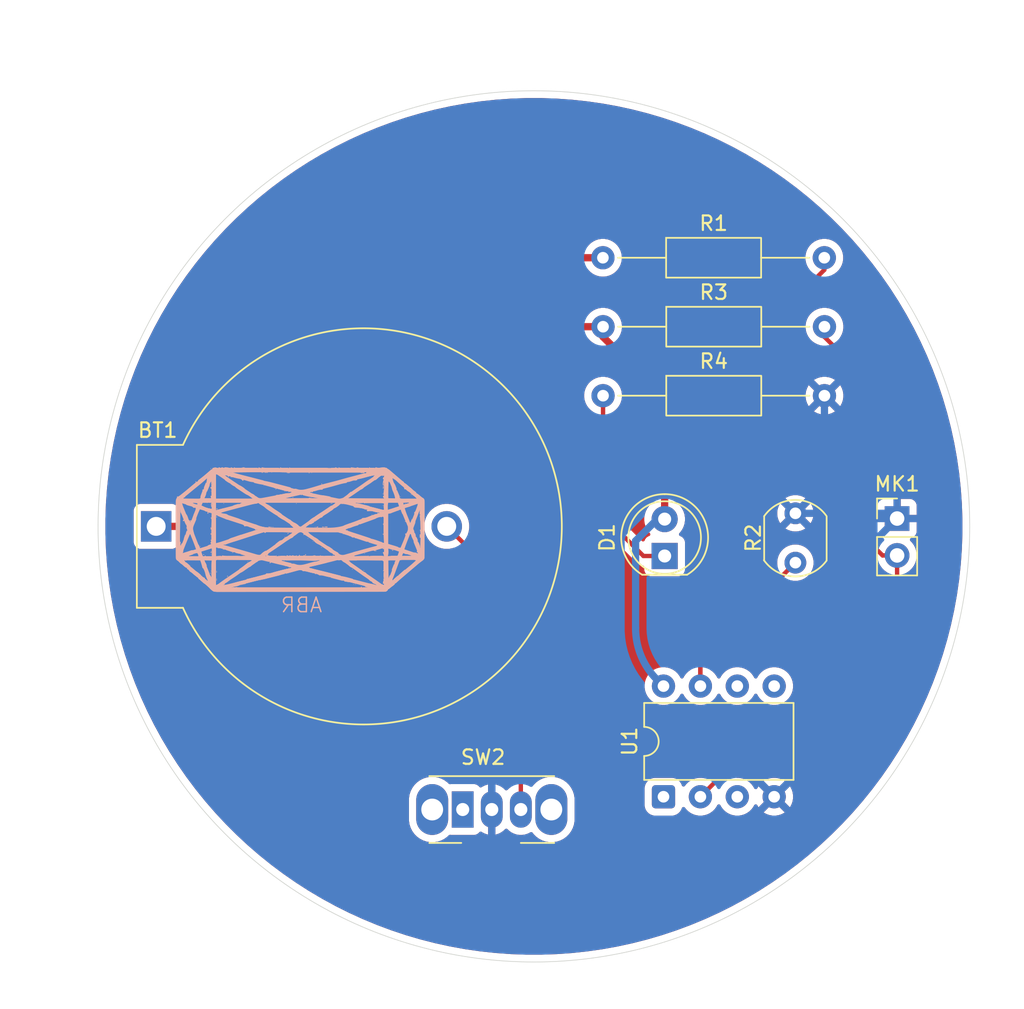
<source format=kicad_pcb>
(kicad_pcb (version 20241229) (generator "pcbnew") (generator_version "9.0")
  (layers (0 "F.Cu" signal) (2 "B.Cu" signal) (13 "F.Paste" user) (15 "B.Paste" user) (5 "F.SilkS" user "F.Silkscreen") (7 "B.SilkS" user "B.Silkscreen") (1 "F.Mask" user) (3 "B.Mask" user) (25 "Edge.Cuts" user))
  (net 0 "")
  (net 1 "+3.3V")
  (net 2 "Net-(BT1--)")
  (net 3 "Net-(D1-K)")
  (net 4 "GND")
  (net 5 "/MIC")
  (net 6 "/LDR")
  (net 10 "/LED")
  (footprint "Resistor_THT:R_Axial_DIN0207_L6.3mm_D2.5mm_P15.24mm_Horizontal" (layer "F.Cu") (at 154.76 91)
    (property "Reference" "R4")
    (property "Value" "470R")
  )
  (footprint "Resistor_THT:R_Axial_DIN0207_L6.3mm_D2.5mm_P15.24mm_Horizontal" (layer "F.Cu") (at 154.76 86.25)
    (property "Reference" "R3")
    (property "Value" "5.6k")
  )
  (footprint "Package_DIP:DIP-8_W7.62mm" (layer "F.Cu") (at 158.92 118.62 90)
    (property "Reference" "U1")
    (property "Value" "ATtiny85V-10P")
  )
  (footprint "Button_Switch_THT:SW_Slide_SPDT_Angled_CK_OS102011MA1Q" (layer "F.Cu") (at 145.1 119.5)
    (property "Reference" "SW2")
    (property "Value" "SW_SPDT")
  )
  (footprint "Connector_PinHeader_2.54mm:PinHeader_1x02_P2.54mm_Vertical" (layer "F.Cu") (at 175 99.46)
    (property "Reference" "MK1")
    (property "Value" "Microphone_Condenser")
  )
  (footprint "LED_THT:LED_D5.0mm" (layer "F.Cu") (at 159 102.04 90)
    (property "Reference" "D1")
    (property "Value" "5mm Yellow LED")
  )
  (footprint "Resistor_THT:R_Axial_DIN0207_L6.3mm_D2.5mm_P15.24mm_Horizontal" (layer "F.Cu") (at 154.75 81.5)
    (property "Reference" "R1")
    (property "Value" "10k")
  )
  (footprint "OptoDevice:R_LDR_5.1x4.3mm_P3.4mm_Vertical" (layer "F.Cu") (at 168 102.5 90)
    (property "Reference" "R2")
    (property "Value" "5mm LDR")
  )
  (footprint "Battery:BatteryHolder_ComfortableElectronic_CH273-2450_1x2450" (layer "F.Cu") (at 124 100)
    (property "Reference" "BT1")
    (property "Value" "3.3V Cell")
  )
  (gr_poly (pts (xy 136.1363 98.429044) (xy 136.004009 98.429044) (xy 136.004009 98.402585) (xy 136.1363 98.402585)) (fill yes) (layer "B.SilkS"))
  (gr_poly (pts (xy 129.893787 100.57227) (xy 129.904761 100.574187) (xy 129.916034 100.577125) (xy 129.927976 100.581061) (xy 129.940956 100.585972) (xy 129.971509 100.598627) (xy 129.927067 100.614129) (xy 129.868983 100.635007) (xy 129.811312 100.655471) (xy 129.792643 100.66248) (xy 129.784905 100.665525) (xy 129.778027 100.668412) (xy 129.771856 100.671251) (xy 129.766239 100.674153) (xy 129.761024 100.677227) (xy 129.756058 100.680585) (xy 129.751187 100.684337) (xy 129.746259 100.688594) (xy 129.741121 100.693465) (xy 129.73562 100.699063) (xy 129.729602 100.705496) (xy 129.722916 100.712876) (xy 129.706925 100.730918) (xy 129.688842 100.739052) (xy 129.670293 100.745709) (xy 129.651327 100.751019) (xy 129.631994 100.755115) (xy 129.612343 100.758127) (xy 129.592424 100.760188) (xy 129.572287 100.761429) (xy 129.551982 100.761981) (xy 129.531558 100.761975) (xy 129.511064 100.761544) (xy 129.470067 100.75993) (xy 129.429388 100.75819) (xy 129.389425 100.757377) (xy 129.40595 100.746674) (xy 129.422505 100.73656) (xy 129.439103 100.726992) (xy 129.45576 100.717928) (xy 129.47249 100.709327) (xy 129.489308 100.701148) (xy 129.50623 100.693348) (xy 129.523269 100.685886) (xy 129.557758 100.671809) (xy 129.592896 100.658583) (xy 129.628798 100.645876) (xy 129.665584 100.633353) (xy 129.719173 100.614285) (xy 129.772403 100.596431) (xy 129.794292 100.589357) (xy 129.813523 100.583486) (xy 129.830465 100.578797) (xy 129.845488 100.575267) (xy 129.858963 100.572872) (xy 129.871258 100.571589) (xy 129.882743 100.571396)) (fill yes) (layer "B.SilkS"))
  (gr_poly (pts (xy 135.421925 97.106127) (xy 135.369009 97.106127) (xy 135.369009 97.05321) (xy 135.421925 97.05321)) (fill yes) (layer "B.SilkS"))
  (gr_poly (pts (xy 128.687052 99.40933) (xy 128.725503 99.410902) (xy 128.802381 99.414616) (xy 128.888887 99.418337) (xy 128.914468 99.423765) (xy 128.92501 99.426169) (xy 128.934301 99.428505) (xy 128.942528 99.430874) (xy 128.949876 99.43338) (xy 128.956532 99.436126) (xy 128.962681 99.439214) (xy 128.968511 99.442749) (xy 128.974208 99.446832) (xy 128.979957 99.451567) (xy 128.985945 99.457056) (xy 128.992359 99.463403) (xy 128.999383 99.47071) (xy 129.016011 99.488617) (xy 129.045467 99.540293) (xy 129.012646 99.541125) (xy 128.982073 99.54097) (xy 128.953494 99.53978) (xy 128.926658 99.537506) (xy 128.901312 99.5341) (xy 128.877203 99.529513) (xy 128.854079 99.523697) (xy 128.831687 99.516602) (xy 128.809774 99.508181) (xy 128.788088 99.498384) (xy 128.766377 99.487163) (xy 128.744387 99.47447) (xy 128.721866 99.460256) (xy 128.698562 99.444473) (xy 128.674221 99.427071) (xy 128.648592 99.408002)) (fill yes) (layer "B.SilkS"))
  (gr_poly (pts (xy 127.775467 103.112168) (xy 127.749009 103.059251) (xy 127.801926 103.059251)) (fill yes) (layer "B.SilkS"))
  (gr_poly (pts (xy 136.107813 98.752853) (xy 136.120348 98.754182) (xy 136.133015 98.756044) (xy 136.145884 98.758343) (xy 136.159024 98.760982) (xy 136.215675 98.773002) (xy 136.170562 98.821681) (xy 136.151917 98.84142) (xy 136.135414 98.858401) (xy 136.120706 98.872857) (xy 136.107443 98.885022) (xy 136.095275 98.895126) (xy 136.083856 98.903404) (xy 136.072835 98.910087) (xy 136.061864 98.915407) (xy 136.050594 98.919599) (xy 136.038676 98.922893) (xy 136.025761 98.925523) (xy 136.011501 98.927721) (xy 135.97755 98.931752) (xy 136.056925 98.825918) (xy 136.004009 98.825918) (xy 136.004009 98.773002) (xy 136.017972 98.766588) (xy 136.031515 98.761481) (xy 136.044707 98.757583) (xy 136.057616 98.754798) (xy 136.070312 98.753029) (xy 136.082864 98.752179) (xy 136.095341 98.752153)) (fill yes) (layer "B.SilkS"))
  (gr_poly (pts (xy 139.768759 96.388894) (xy 139.775014 96.438392) (xy 139.77994 96.487545) (xy 139.78362 96.53657) (xy 139.786137 96.585682) (xy 139.787576 96.635099) (xy 139.788019 96.685036) (xy 139.78755 96.73571) (xy 139.816264 96.728979) (xy 139.828057 96.725925) (xy 139.838399 96.722872) (xy 139.847483 96.719665) (xy 139.851614 96.717955) (xy 139.855503 96.716149) (xy 139.859175 96.714226) (xy 139.862654 96.712168) (xy 139.865964 96.709955) (xy 139.869129 96.707569) (xy 139.872173 96.704988) (xy 139.875121 96.702195) (xy 139.877997 96.699169) (xy 139.880825 96.695892) (xy 139.883629 96.692343) (xy 139.886434 96.688504) (xy 139.892142 96.679877) (xy 139.898143 96.669856) (xy 139.904631 96.658286) (xy 139.919842 96.629877) (xy 139.919842 98.111543) (xy 140.607758 98.111543) (xy 140.592391 98.121619) (xy 140.57826 98.130495) (xy 140.565166 98.138246) (xy 140.55291 98.144951) (xy 140.541293 98.150684) (xy 140.530118 98.155523) (xy 140.519184 98.159543) (xy 140.508294 98.162821) (xy 140.497248 98.165434) (xy 140.485848 98.167457) (xy 140.473896 98.168966) (xy 140.461191 98.170039) (xy 140.447537 98.170751) (xy 140.432733 98.17118) (xy 140.398882 98.171488) (xy 140.322247 98.171695) (xy 140.242303 98.171075) (xy 140.16329 98.171695) (xy 140.113015 98.171028) (xy 140.064865 98.16908) (xy 140.018249 98.165511) (xy 139.995332 98.163014) (xy 139.972578 98.159985) (xy 139.949912 98.156382) (xy 139.927261 98.152163) (xy 139.904552 98.147285) (xy 139.881711 98.141707) (xy 139.858664 98.135386) (xy 139.835337 98.12828) (xy 139.811657 98.120347) (xy 139.78755 98.111543) (xy 139.734634 98.138002) (xy 139.734634 96.338835) (xy 139.761091 96.338835)) (fill yes) (layer "B.SilkS"))
  (gr_poly (pts (xy 134.531566 100.116369) (xy 134.598866 100.116346) (xy 134.818758 100.117209) (xy 134.97135 100.117436) (xy 135.372739 100.118743) (xy 135.78242 100.119793) (xy 136.586092 100.122377) (xy 136.56847 100.139895) (xy 136.561035 100.147085) (xy 136.554259 100.153383) (xy 136.547948 100.158906) (xy 136.541908 100.16377) (xy 136.535946 100.168091) (xy 136.532934 100.170085) (xy 136.529868 100.171986) (xy 136.523479 100.175571) (xy 136.516587 100.178963) (xy 136.508997 100.182276) (xy 136.500516 100.185629) (xy 136.490949 100.189136) (xy 136.480103 100.192915) (xy 136.4538 100.201752) (xy 136.480258 100.254668) (xy 136.427342 100.281127) (xy 136.506717 100.334043) (xy 134.337134 100.334043) (xy 134.346711 100.324678) (xy 134.356106 100.315916) (xy 134.365368 100.307708) (xy 134.374546 100.300002) (xy 134.383688 100.292747) (xy 134.392844 100.285894) (xy 134.402062 100.27939) (xy 134.411391 100.273185) (xy 134.42088 100.267228) (xy 134.430577 100.261469) (xy 134.440533 100.255856) (xy 134.450794 100.250339) (xy 134.472433 100.239388) (xy 134.495883 100.22821) (xy 134.495883 100.201752) (xy 134.204842 100.175294) (xy 134.226302 100.165031) (xy 134.24712 100.15601) (xy 134.267402 100.148152) (xy 134.287256 100.14138) (xy 134.306792 100.135614) (xy 134.326117 100.130778) (xy 134.34534 100.126794) (xy 134.364567 100.123583) (xy 134.383909 100.121067) (xy 134.403472 100.119168) (xy 134.423365 100.117808) (xy 134.443697 100.11691) (xy 134.486106 100.116185)) (fill yes) (layer "B.SilkS"))
  (gr_poly (pts (xy 134.70755 96.338835) (xy 134.681092 96.285919) (xy 134.734009 96.285919)) (fill yes) (layer "B.SilkS"))
  (gr_poly (pts (xy 133.516925 100.38696) (xy 133.485506 100.412385) (xy 133.474137 100.421376) (xy 133.464008 100.429128) (xy 133.45388 100.436569) (xy 133.442511 100.444631) (xy 133.411092 100.466335) (xy 133.358175 100.439877) (xy 133.384634 100.413418) (xy 133.306163 100.411829) (xy 133.017408 100.405021) (xy 132.892532 100.402256) (xy 132.802682 100.40023) (xy 132.71284 100.397915) (xy 132.656621 100.396989) (xy 132.619917 100.395355) (xy 132.603071 100.394132) (xy 132.587037 100.392584) (xy 132.571671 100.390672) (xy 132.556831 100.388354) (xy 132.542372 100.385592) (xy 132.52815 100.382343) (xy 132.514021 100.378569) (xy 132.499843 100.374229) (xy 132.485471 100.369282) (xy 132.470762 100.363689) (xy 132.455571 100.357409) (xy 132.439756 100.350401) (xy 132.423172 100.342626) (xy 132.405676 100.334043) (xy 133.516925 100.334043)) (fill yes) (layer "B.SilkS"))
  (gr_poly (pts (xy 140.975434 101.79243) (xy 140.998546 101.796096) (xy 141.021117 101.800244) (xy 141.043215 101.804868) (xy 141.064905 101.80996) (xy 141.086256 101.815514) (xy 141.107332 101.821525) (xy 141.128201 101.827985) (xy 141.169583 101.842229) (xy 141.210934 101.858194) (xy 141.252788 101.87583) (xy 141.295675 101.895085) (xy 141.2796 101.900289) (xy 141.265061 101.904637) (xy 141.251848 101.908141) (xy 141.239754 101.910817) (xy 141.228566 101.912678) (xy 141.218078 101.91374) (xy 141.208077 101.914016) (xy 141.198357 101.913521) (xy 141.188706 101.912268) (xy 141.178915 101.910273) (xy 141.168775 101.90755) (xy 141.158077 101.904113) (xy 141.14661 101.899976) (xy 141.134166 101.895153) (xy 141.105506 101.88351) (xy 141.048145 101.860462) (xy 141.004633 101.842168) (xy 140.992965 101.865125) (xy 140.981871 101.887824) (xy 140.971315 101.91042) (xy 140.961257 101.933071) (xy 140.951661 101.955935) (xy 140.942487 101.97917) (xy 140.933699 102.002931) (xy 140.925259 102.027376) (xy 141.054761 102.027115) (xy 141.18426 102.026446) (xy 141.365128 102.025723) (xy 141.457938 102.025051) (xy 141.546409 102.024793) (xy 141.627502 102.024373) (xy 141.649076 102.025416) (xy 141.665935 102.026523) (xy 141.673027 102.027208) (xy 141.67946 102.028038) (xy 141.685404 102.029057) (xy 141.691033 102.030308) (xy 141.696521 102.031834) (xy 141.702039 102.033678) (xy 141.70776 102.035883) (xy 141.713857 102.038492) (xy 141.720504 102.041548) (xy 141.727872 102.045096) (xy 141.745466 102.053835) (xy 141.745466 102.106752) (xy 140.872341 102.106752) (xy 140.863125 102.068707) (xy 140.859626 102.052633) (xy 140.856911 102.038156) (xy 140.855011 102.025) (xy 140.853959 102.012888) (xy 140.853786 102.001546) (xy 140.854525 101.990695) (xy 140.856209 101.980061) (xy 140.858869 101.969366) (xy 140.862539 101.958336) (xy 140.867249 101.946692) (xy 140.873032 101.93416) (xy 140.879922 101.920464) (xy 140.897146 101.88847) (xy 140.927636 101.831833) (xy 140.951716 101.789252)) (fill yes) (layer "B.SilkS"))
  (gr_poly (pts (xy 131.571855 100.325307) (xy 131.612789 100.32678) (xy 131.770675 100.334043) (xy 131.755046 100.342308) (xy 131.740003 100.3498) (xy 131.725442 100.356541) (xy 131.711258 100.362557) (xy 131.697347 100.367872) (xy 131.683605 100.37251) (xy 131.669928 100.376495) (xy 131.656211 100.37985) (xy 131.642351 100.382602) (xy 131.628242 100.384772) (xy 131.613782 100.386387) (xy 131.598865 100.387469) (xy 131.583388 100.388043) (xy 131.567245 100.388134) (xy 131.550334 100.387765) (xy 131.53255 100.38696) (xy 131.53255 100.439877) (xy 131.453175 100.439877) (xy 131.453175 100.38696) (xy 131.162134 100.439877) (xy 131.176882 100.425988) (xy 131.192186 100.413215) (xy 131.208019 100.401513) (xy 131.224352 100.39084) (xy 131.241157 100.381152) (xy 131.258407 100.372406) (xy 131.276072 100.364558) (xy 131.294125 100.357566) (xy 131.312538 100.351387) (xy 131.331283 100.345976) (xy 131.369655 100.33729) (xy 131.409016 100.331161) (xy 131.449141 100.327244) (xy 131.489806 100.325194) (xy 131.530786 100.324663)) (fill yes) (layer "B.SilkS"))
  (gr_poly (pts (xy 133.233865 96.29765) (xy 133.216515 96.307458) (xy 133.208203 96.31168) (xy 133.200104 96.315468) (xy 133.192193 96.318837) (xy 133.184447 96.321803) (xy 133.176844 96.324382) (xy 133.169359 96.326588) (xy 133.16197 96.328438) (xy 133.154653 96.329946) (xy 133.147386 96.331129) (xy 133.140144 96.332002) (xy 133.125646 96.33288) (xy 133.110973 96.332703) (xy 133.09594 96.331597) (xy 133.080359 96.329684) (xy 133.064047 96.32709) (xy 132.987759 96.312377) (xy 132.987759 96.285919) (xy 133.252342 96.285919)) (fill yes) (layer "B.SilkS"))
  (gr_poly (pts (xy 133.014217 100.730918) (xy 132.996049 100.755892) (xy 132.977696 100.780406) (xy 132.959011 100.804429) (xy 132.939848 100.827931) (xy 132.920058 100.850882) (xy 132.899496 100.873252) (xy 132.88888 100.884209) (xy 132.878015 100.89501) (xy 132.866884 100.905651) (xy 132.855467 100.916127) (xy 132.825856 100.919925) (xy 132.802757 100.922638) (xy 132.793068 100.923588) (xy 132.784308 100.924266) (xy 132.776247 100.924673) (xy 132.76865 100.924808) (xy 132.761287 100.924673) (xy 132.753923 100.924266) (xy 132.746326 100.923588) (xy 132.738265 100.922638) (xy 132.719816 100.919925) (xy 132.696717 100.916127) (xy 132.71178 100.900249) (xy 132.726986 100.884888) (xy 132.742346 100.870011) (xy 132.757872 100.85558) (xy 132.773576 100.841562) (xy 132.789468 100.827921) (xy 132.80556 100.814621) (xy 132.821864 100.801627) (xy 132.855153 100.776417) (xy 132.889428 100.752007) (xy 132.924779 100.728116) (xy 132.9613 100.70446)) (fill yes) (layer "B.SilkS"))
  (gr_poly (pts (xy 139.734634 102.106752) (xy 137.379842 102.106752) (xy 137.379842 102.053835) (xy 137.444902 102.032699) (xy 137.494947 102.017278) (xy 137.515405 102.011612) (xy 137.533387 102.00726) (xy 137.549321 102.00418) (xy 137.563633 102.002336) (xy 137.576748 102.001687) (xy 137.589094 102.002195) (xy 137.601097 102.003822) (xy 137.613183 102.006529) (xy 137.625778 102.010276) (xy 137.639309 102.015026) (xy 137.670883 102.027376) (xy 137.617967 102.053835) (xy 137.674068 102.051406) (xy 137.930506 102.040606) (xy 138.018717 102.036782) (xy 138.142565 102.032337) (xy 138.266259 102.029441) (xy 138.389977 102.028394) (xy 138.5139 102.029495) (xy 138.533139 102.030007) (xy 138.541121 102.030098) (xy 138.548226 102.030022) (xy 138.554612 102.029739) (xy 138.560442 102.029205) (xy 138.565875 102.02838) (xy 138.571072 102.027221) (xy 138.576193 102.025687) (xy 138.581398 102.023736) (xy 138.586848 102.021325) (xy 138.592703 102.018413) (xy 138.599124 102.014958) (xy 138.606271 102.010919) (xy 138.623383 102.000918) (xy 138.623383 102.053835) (xy 138.692629 102.040813) (xy 138.753521 102.033442) (xy 138.814569 102.028383) (xy 138.875741 102.025234) (xy 138.937005 102.023592) (xy 138.998326 102.023057) (xy 139.059674 102.023225) (xy 139.182316 102.024069) (xy 139.283498 102.023759) (xy 139.380959 102.023862) (xy 139.46934 102.023953) (xy 139.496719 102.025454) (xy 139.523574 102.027591) (xy 139.550047 102.030365) (xy 139.576283 102.033777) (xy 139.602425 102.037829) (xy 139.628615 102.042522) (xy 139.654998 102.047857) (xy 139.681716 102.053835) (xy 139.676829 102.018691) (xy 139.671662 101.986799) (xy 139.668793 101.971805) (xy 139.665636 101.957302) (xy 139.66212 101.943184) (xy 139.658172 101.929343) (xy 139.65372 101.915671) (xy 139.648691 101.902062) (xy 139.643012 101.888407) (xy 139.636611 101.874601) (xy 139.629416 101.860536) (xy 139.621355 101.846103) (xy 139.612354 101.831197) (xy 139.602342 101.81571) (xy 139.6288 101.762793) (xy 139.681716 101.789252) (xy 139.681716 101.551127) (xy 139.602342 101.551127) (xy 139.602342 101.49821) (xy 139.559463 101.510354) (xy 139.367524 101.564356) (xy 139.300034 101.583476) (xy 139.235439 101.601563) (xy 139.175817 101.618358) (xy 139.159301 101.622366) (xy 139.146243 101.625378) (xy 139.140635 101.626556) (xy 139.135441 101.627537) (xy 139.130511 101.62834) (xy 139.125693 101.628984) (xy 139.120838 101.629485) (xy 139.115795 101.629861) (xy 139.110414 101.630131) (xy 139.104544 101.630312) (xy 139.090738 101.630478) (xy 139.073174 101.630502) (xy 139.099633 101.709877) (xy 139.046717 101.709877) (xy 139.046717 101.65696) (xy 138.914425 101.65696) (xy 138.93577 101.643375) (xy 138.957307 101.63089) (xy 138.979039 101.619416) (xy 139.000966 101.608864) (xy 139.023091 101.599142) (xy 139.045414 101.590162) (xy 139.067937 101.581833) (xy 139.090661 101.574066) (xy 139.13672 101.559857) (xy 139.183602 101.546816) (xy 139.279881 101.521361) (xy 139.358894 101.49914) (xy 139.435841 101.47816) (xy 139.459234 101.471752) (xy 139.6288 101.471752) (xy 139.655257 101.524668) (xy 139.681716 101.471752) (xy 139.6288 101.471752) (xy 139.459234 101.471752) (xy 139.505688 101.459027) (xy 139.529168 101.454493) (xy 139.539278 101.452659) (xy 139.54875 101.451087) (xy 139.557918 101.449756) (xy 139.567117 101.448646) (xy 139.576683 101.447737) (xy 139.586952 101.44701) (xy 139.598259 101.446443) (xy 139.610939 101.446017) (xy 139.641759 101.445508) (xy 139.682096 101.44532) (xy 139.734634 101.445293)) (fill yes) (layer "B.SilkS"))
  (gr_poly (pts (xy 138.7468 96.250527) (xy 138.742929 96.257732) (xy 138.739242 96.26406) (xy 138.735594 96.269632) (xy 138.733739 96.272172) (xy 138.73184 96.274569) (xy 138.729877 96.276838) (xy 138.727833 96.278993) (xy 138.72569 96.28105) (xy 138.723429 96.283025) (xy 138.721033 96.284931) (xy 138.718483 96.286785) (xy 138.715761 96.288601) (xy 138.712848 96.290395) (xy 138.706381 96.293976) (xy 138.698935 96.297649) (xy 138.690364 96.301535) (xy 138.680525 96.305756) (xy 138.656457 96.315684) (xy 138.627939 96.322909) (xy 138.600666 96.328835) (xy 138.587357 96.33132) (xy 138.574191 96.333492) (xy 138.561114 96.335355) (xy 138.548069 96.336912) (xy 138.535 96.338168) (xy 138.521853 96.339125) (xy 138.508569 96.339789) (xy 138.495096 96.340163) (xy 138.481375 96.340251) (xy 138.467352 96.340056) (xy 138.438175 96.338835) (xy 138.51755 96.285919) (xy 138.332342 96.25946) (xy 138.332342 96.312377) (xy 138.067759 96.312377) (xy 138.067759 96.285919) (xy 137.998051 96.285993) (xy 136.296883 96.287289) (xy 135.474118 96.287915) (xy 133.267404 96.2863) (xy 132.673344 96.277367) (xy 131.982342 96.25946) (xy 131.955884 96.312377) (xy 131.955884 96.25946) (xy 129.283592 96.285919) (xy 129.453318 96.334635) (xy 129.569557 96.367451) (xy 129.686005 96.399285) (xy 129.856361 96.445056) (xy 129.908137 96.458397) (xy 130.072175 96.500479) (xy 130.18804 96.530279) (xy 130.488938 96.607525) (xy 130.797608 96.686824) (xy 131.400259 96.841544) (xy 131.400259 96.868002) (xy 131.340512 96.862306) (xy 131.281981 96.855107) (xy 131.224361 96.846374) (xy 131.167349 96.836076) (xy 131.110642 96.824181) (xy 131.053934 96.810658) (xy 130.996923 96.795475) (xy 130.939305 96.778602) (xy 130.926394 96.775629) (xy 130.913674 96.772973) (xy 130.901116 96.770623) (xy 130.888688 96.768565) (xy 130.864106 96.765277) (xy 130.839686 96.76301) (xy 130.815187 96.761666) (xy 130.790367 96.761143) (xy 130.764986 96.761344) (xy 130.7388 96.762169) (xy 130.73057 96.789594) (xy 130.727253 96.801732) (xy 130.724486 96.81305) (xy 130.722281 96.823719) (xy 130.720651 96.833911) (xy 130.719609 96.843798) (xy 130.719168 96.853551) (xy 130.71934 96.863342) (xy 130.720138 96.873343) (xy 130.721576 96.883726) (xy 130.723666 96.894662) (xy 130.72642 96.906324) (xy 130.729852 96.918882) (xy 130.733975 96.932509) (xy 130.7388 96.947377) (xy 130.707237 96.94889) (xy 130.676243 96.94923) (xy 130.645753 96.948464) (xy 130.615698 96.946658) (xy 130.586009 96.943877) (xy 130.55662 96.940189) (xy 130.527461 96.935661) (xy 130.498465 96.930357) (xy 130.469564 96.924345) (xy 130.44069 96.917691) (xy 130.382751 96.902722) (xy 130.324104 96.885982) (xy 130.264204 96.868002) (xy 130.186431 96.845058) (xy 130.09215 96.817007) (xy 129.997967 96.788627) (xy 129.997967 96.841544) (xy 129.94505 96.841544) (xy 129.910989 96.804511) (xy 129.899961 96.794633) (xy 129.889089 96.785736) (xy 129.87832 96.777741) (xy 129.867599 96.770569) (xy 129.85687 96.76414) (xy 129.846079 96.758374) (xy 129.835172 96.753192) (xy 129.824094 96.748514) (xy 129.81279 96.744261) (xy 129.801205 96.740352) (xy 129.789285 96.736709) (xy 129.776975 96.733252) (xy 129.750965 96.726577) (xy 129.722738 96.719691) (xy 129.638144 96.698762) (xy 129.549829 96.677833) (xy 129.461824 96.655974) (xy 129.377065 96.635836) (xy 129.335825 96.626922) (xy 129.294806 96.619096) (xy 129.253603 96.612594) (xy 129.232806 96.609914) (xy 129.211811 96.607655) (xy 129.190568 96.605846) (xy 129.169026 96.604517) (xy 129.147134 96.603698) (xy 129.124842 96.603419) (xy 129.124842 96.550502) (xy 128.913176 96.550502) (xy 128.913176 96.497585) (xy 128.852301 96.495518) (xy 128.772615 96.490971) (xy 128.693551 96.48725) (xy 128.669882 96.481822) (xy 128.660116 96.479418) (xy 128.651496 96.477083) (xy 128.643843 96.474713) (xy 128.636981 96.472207) (xy 128.630733 96.469461) (xy 128.624924 96.466373) (xy 128.619377 96.462838) (xy 128.613914 96.458755) (xy 128.608361 96.454021) (xy 128.602539 96.448531) (xy 128.596272 96.442185) (xy 128.589385 96.434878) (xy 128.573041 96.41697) (xy 128.542759 96.365294) (xy 128.594125 96.375939) (xy 128.693424 96.395632) (xy 128.792738 96.41389) (xy 128.892352 96.430354) (xy 128.94236 96.437803) (xy 128.99255 96.444669) (xy 129.019009 96.338835) (xy 128.966092 96.312377) (xy 128.966092 96.285919) (xy 129.045467 96.285919) (xy 129.257134 96.285919) (xy 129.257134 96.25946) (xy 129.045467 96.25946) (xy 129.045467 96.285919) (xy 128.966092 96.285919) (xy 128.966092 96.233002) (xy 138.755676 96.233002)) (fill yes) (layer "B.SilkS"))
  (gr_poly (pts (xy 139.681716 99.355085) (xy 139.602342 99.328627) (xy 139.584124 99.327384) (xy 139.576558 99.326999) (xy 139.569813 99.326822) (xy 139.563734 99.326892) (xy 139.558167 99.327249) (xy 139.552956 99.32793) (xy 139.547946 99.328976) (xy 139.542982 99.330424) (xy 139.53791 99.332313) (xy 139.532573 99.334682) (xy 139.526818 99.33757) (xy 139.520489 99.341016) (xy 139.513431 99.345058) (xy 139.496508 99.355085) (xy 139.463228 99.340306) (xy 139.451394 99.334854) (xy 139.441111 99.329867) (xy 139.431137 99.324725) (xy 139.420234 99.318808) (xy 139.390675 99.302168) (xy 139.440226 99.282179) (xy 139.489893 99.262481) (xy 139.545704 99.240157) (xy 139.564605 99.234426) (xy 139.57266 99.232107) (xy 139.580101 99.230119) (xy 139.587167 99.228436) (xy 139.594095 99.227033) (xy 139.601124 99.225884) (xy 139.608491 99.224964) (xy 139.616435 99.224247) (xy 139.625193 99.223709) (xy 139.635004 99.223323) (xy 139.646105 99.223065) (xy 139.673131 99.222827) (xy 139.708175 99.222793)) (fill yes) (layer "B.SilkS"))
  (gr_poly (pts (xy 127.438923 97.001524) (xy 127.44207 97.014729) (xy 127.444867 97.027612) (xy 127.447334 97.040251) (xy 127.449489 97.052723) (xy 127.451351 97.065108) (xy 127.452937 97.077483) (xy 127.455361 97.102517) (xy 127.456908 97.128448) (xy 127.457727 97.155901) (xy 127.457967 97.185502) (xy 127.537342 97.132585) (xy 127.590259 97.132585) (xy 127.615686 97.109641) (xy 127.624678 97.101269) (xy 127.63243 97.093725) (xy 127.639871 97.086076) (xy 127.647932 97.077395) (xy 127.657543 97.066749) (xy 127.669634 97.05321) (xy 127.672807 97.063286) (xy 127.675538 97.073131) (xy 127.677841 97.082758) (xy 127.679731 97.092182) (xy 127.68122 97.101417) (xy 127.682325 97.110475) (xy 127.683432 97.12812) (xy 127.683165 97.145226) (xy 127.681637 97.161905) (xy 127.678959 97.178265) (xy 127.675244 97.194417) (xy 127.670604 97.210472) (xy 127.665153 97.226539) (xy 127.659001 97.242728) (xy 127.652262 97.259151) (xy 127.621678 97.329369) (xy 127.599716 97.382957) (xy 127.572813 97.446996) (xy 127.544941 97.510459) (xy 127.530495 97.541946) (xy 127.515633 97.573255) (xy 127.500296 97.604375) (xy 127.484426 97.635294) (xy 127.457967 97.555919) (xy 127.431509 97.582377) (xy 127.3819 97.592299) (xy 127.370061 97.596011) (xy 127.359097 97.599924) (xy 127.348917 97.604059) (xy 127.33943 97.608438) (xy 127.330543 97.613085) (xy 127.322166 97.618022) (xy 127.314207 97.62327) (xy 127.306575 97.628852) (xy 127.299177 97.63479) (xy 127.291924 97.641107) (xy 127.284723 97.647825) (xy 127.277482 97.654967) (xy 127.262518 97.670608) (xy 127.246301 97.68821) (xy 127.193384 97.714668) (xy 127.17501 97.757661) (xy 127.157365 97.800964) (xy 127.140367 97.844528) (xy 127.123931 97.888301) (xy 127.088171 97.984316) (xy 127.061092 98.058627) (xy 127.055365 98.039564) (xy 127.051143 98.021361) (xy 127.04833 98.003906) (xy 127.046834 97.987087) (xy 127.046561 97.970792) (xy 127.047417 97.954908) (xy 127.049309 97.939324) (xy 127.052142 97.923927) (xy 127.055824 97.908605) (xy 127.06026 97.893247) (xy 127.065357 97.877739) (xy 127.071021 97.861971) (xy 127.097472 97.794044) (xy 127.134473 97.694825) (xy 127.166925 97.608835) (xy 127.193384 97.52946) (xy 127.166925 97.476544) (xy 127.272759 97.450085) (xy 127.281751 97.395205) (xy 127.28986 97.361803) (xy 127.298888 97.329033) (xy 127.308739 97.296749) (xy 127.319319 97.264807) (xy 127.330531 97.23306) (xy 127.342282 97.201365) (xy 127.367017 97.137546) (xy 127.4035 97.044425) (xy 127.431509 96.973835)) (fill yes) (layer "B.SilkS"))
  (gr_poly (pts (xy 138.7468 96.250527) (xy 138.742929 96.257732) (xy 138.739242 96.26406) (xy 138.735594 96.269632) (xy 138.733739 96.272172) (xy 138.73184 96.274569) (xy 138.729877 96.276838) (xy 138.727833 96.278993) (xy 138.72569 96.28105) (xy 138.723429 96.283025) (xy 138.721033 96.284931) (xy 138.718483 96.286785) (xy 138.715761 96.288601) (xy 138.712848 96.290395) (xy 138.706381 96.293976) (xy 138.698935 96.297649) (xy 138.690364 96.301535) (xy 138.680525 96.305756) (xy 138.656457 96.315684) (xy 138.62794 96.322909) (xy 138.600667 96.328835) (xy 138.587358 96.33132) (xy 138.574192 96.333492) (xy 138.561115 96.335355) (xy 138.54807 96.336912) (xy 138.535001 96.338168) (xy 138.521853 96.339125) (xy 138.50857 96.339789) (xy 138.495096 96.340163) (xy 138.481375 96.340251) (xy 138.467352 96.340056) (xy 138.438175 96.338835) (xy 138.51755 96.285919) (xy 138.332342 96.25946) (xy 138.332342 96.312377) (xy 138.067759 96.312377) (xy 138.067759 96.285919) (xy 135.527758 96.25946) (xy 135.527758 96.233002) (xy 138.755676 96.233002)) (fill yes) (layer "B.SilkS"))
  (gr_poly (pts (xy 127.785337 98.841318) (xy 127.793037 98.853617) (xy 127.796267 98.858991) (xy 127.799187 98.864056) (xy 127.801874 98.868965) (xy 127.804406 98.873874) (xy 127.806861 98.878938) (xy 127.809315 98.884313) (xy 127.811847 98.890152) (xy 127.814535 98.896612) (xy 127.820684 98.912011) (xy 127.828384 98.931752) (xy 127.822854 98.95095) (xy 127.818255 98.965962) (xy 127.816111 98.972286) (xy 127.813966 98.978028) (xy 127.811744 98.983344) (xy 127.809367 98.988389) (xy 127.806757 98.993318) (xy 127.803838 98.998285) (xy 127.80053 99.003447) (xy 127.796758 99.008957) (xy 127.787508 99.021643) (xy 127.775467 99.037585) (xy 127.758982 99.045233) (xy 127.752097 99.04834) (xy 127.745908 99.051021) (xy 127.740263 99.053314) (xy 127.735005 99.055259) (xy 127.729979 99.056893) (xy 127.725031 99.058256) (xy 127.720005 99.059386) (xy 127.714747 99.060323) (xy 127.709102 99.061105) (xy 127.702913 99.06177) (xy 127.696028 99.062358) (xy 127.688289 99.062907) (xy 127.669634 99.064044) (xy 127.634494 99.049264) (xy 127.622195 99.043812) (xy 127.611756 99.038826) (xy 127.601938 99.033684) (xy 127.591499 99.027767) (xy 127.5792 99.020455) (xy 127.5638 99.011127) (xy 127.590259 99.11696) (xy 127.537342 99.11696) (xy 127.537342 98.984669) (xy 127.461275 98.974747) (xy 127.43388 98.969185) (xy 127.422592 98.966731) (xy 127.412647 98.96436) (xy 127.403845 98.961969) (xy 127.395988 98.959457) (xy 127.388877 98.956722) (xy 127.382313 98.953663) (xy 127.376098 98.950177) (xy 127.370033 98.946163) (xy 127.36392 98.94152) (xy 127.35756 98.936144) (xy 127.350754 98.929936) (xy 127.343304 98.922792) (xy 127.325675 98.905293) (xy 127.441431 98.930098) (xy 127.506543 98.944051) (xy 127.525546 98.948776) (xy 127.540472 98.95265) (xy 127.546809 98.954417) (xy 127.552612 98.956149) (xy 127.558041 98.957906) (xy 127.563258 98.959748) (xy 127.568424 98.961734) (xy 127.5737 98.963923) (xy 127.579248 98.966376) (xy 127.58523 98.969151) (xy 127.599139 98.975908) (xy 127.616717 98.984669) (xy 127.616717 98.931752) (xy 127.552225 98.92183) (xy 127.484426 98.905293) (xy 127.457967 98.852377) (xy 127.590259 98.878835) (xy 127.616717 98.825918) (xy 127.775467 98.825918)) (fill yes) (layer "B.SilkS"))
  (gr_poly (pts (xy 135.42649 97.853999) (xy 135.509809 97.863412) (xy 135.592639 97.874895) (xy 135.675109 97.888146) (xy 135.757351 97.902864) (xy 135.839494 97.918746) (xy 136.004009 97.952794) (xy 136.004009 97.979252) (xy 135.874205 97.982129) (xy 135.744386 97.984213) (xy 135.66992 97.986228) (xy 135.598348 97.987003) (xy 135.532429 97.988263) (xy 135.519624 97.986031) (xy 135.507909 97.983503) (xy 135.49717 97.980648) (xy 135.487296 97.977436) (xy 135.478175 97.973837) (xy 135.469694 97.969819) (xy 135.461742 97.965352) (xy 135.454207 97.960405) (xy 135.446975 97.954948) (xy 135.439937 97.948949) (xy 135.432978 97.942379) (xy 135.425988 97.935206) (xy 135.418853 97.9274) (xy 135.411463 97.918931) (xy 135.395467 97.899877) (xy 135.34255 97.84696)) (fill yes) (layer "B.SilkS"))
  (gr_poly (pts (xy 139.178079 95.95612) (xy 139.202774 95.959279) (xy 139.227383 95.961707) (xy 139.251919 95.963456) (xy 139.276393 95.964577) (xy 139.30082 95.965124) (xy 139.325209 95.965147) (xy 139.37393 95.963831) (xy 139.422654 95.961043) (xy 139.47148 95.9572) (xy 139.569837 95.948006) (xy 139.613824 95.94534) (xy 139.634858 95.944721) (xy 139.655372 95.94462) (xy 139.675455 95.945066) (xy 139.695196 95.946091) (xy 139.714683 95.947725) (xy 139.734007 95.949998) (xy 139.753256 95.952942) (xy 139.772519 95.956586) (xy 139.791885 95.960961) (xy 139.811444 95.966098) (xy 139.831284 95.972028) (xy 139.851494 95.978781) (xy 139.872164 95.986387) (xy 139.893383 95.994877) (xy 139.893383 96.021335) (xy 138.279424 96.021335) (xy 138.305883 95.968419) (xy 138.369547 95.967482) (xy 138.433215 95.966765) (xy 138.504838 95.965835) (xy 138.526655 95.966739) (xy 138.544019 95.967742) (xy 138.551562 95.968386) (xy 138.558629 95.969183) (xy 138.565433 95.970174) (xy 138.572184 95.971403) (xy 138.579097 95.972911) (xy 138.586384 95.974742) (xy 138.594256 95.976937) (xy 138.602927 95.97954) (xy 138.623514 95.986139) (xy 138.649842 95.994877) (xy 138.649842 95.94196) (xy 138.729217 95.968419) (xy 138.762285 95.969056) (xy 138.795361 95.969247) (xy 138.828439 95.969025) (xy 138.861509 95.968419) (xy 138.89101 95.96791) (xy 138.918203 95.968013) (xy 138.943806 95.968968) (xy 138.956236 95.969839) (xy 138.968539 95.971013) (xy 138.980805 95.972519) (xy 138.993123 95.974387) (xy 139.005584 95.976648) (xy 139.018277 95.97933) (xy 139.031293 95.982464) (xy 139.044721 95.98608) (xy 139.058652 95.990208) (xy 139.073174 95.994877) (xy 139.099633 95.94196)) (fill yes) (layer "B.SilkS"))
  (gr_poly (pts (xy 137.56505 100.651543) (xy 137.56505 100.70446) (xy 137.670883 100.757377) (xy 137.61776 100.759237) (xy 137.59833 100.759702) (xy 137.58076 100.759857) (xy 137.56288 100.759702) (xy 137.542519 100.759237) (xy 137.485675 100.757377) (xy 137.432758 100.70446) (xy 137.393317 100.690505) (xy 137.353713 100.677007) (xy 137.313945 100.664006) (xy 137.274008 100.651543) (xy 137.274008 100.625085)) (fill yes) (layer "B.SilkS"))
  (gr_poly (pts (xy 139.81103 97.417084) (xy 139.821742 97.426467) (xy 139.831788 97.435623) (xy 139.841182 97.444672) (xy 139.849936 97.453732) (xy 139.858065 97.462919) (xy 139.865584 97.472354) (xy 139.872505 97.482153) (xy 139.878843 97.492434) (xy 139.884611 97.503317) (xy 139.889824 97.514919) (xy 139.894495 97.527358) (xy 139.898639 97.540752) (xy 139.902268 97.55522) (xy 139.905398 97.570879) (xy 139.903718 97.646456) (xy 139.902685 97.728621) (xy 139.899998 97.813887) (xy 139.898551 97.900394) (xy 139.896318 98.005978) (xy 139.893383 98.111543) (xy 139.78755 98.111543) (xy 139.781822 98.099511) (xy 139.776871 98.087906) (xy 139.772641 98.076655) (xy 139.769075 98.065683) (xy 139.766118 98.054917) (xy 139.763711 98.044282) (xy 139.7618 98.033705) (xy 139.760328 98.023112) (xy 139.759238 98.012429) (xy 139.758474 98.001582) (xy 139.757979 97.990497) (xy 139.757698 97.979101) (xy 139.757577 97.928919) (xy 139.757475 97.850939) (xy 139.757784 97.769239) (xy 139.757475 97.687848) (xy 139.757577 97.609765) (xy 139.757668 97.538148) (xy 139.75885 97.517659) (xy 139.76006 97.501293) (xy 139.760786 97.49414) (xy 139.761651 97.487398) (xy 139.762697 97.480861) (xy 139.76397 97.474322) (xy 139.765513 97.467575) (xy 139.76737 97.460414) (xy 139.769584 97.452631) (xy 139.7722 97.44402) (xy 139.77881 97.423489) (xy 139.78755 97.397169)) (fill yes) (layer "B.SilkS"))
  (gr_poly (pts (xy 128.225259 98.825918) (xy 128.145884 98.825918) (xy 128.145884 98.773002) (xy 128.225259 98.773002)) (fill yes) (layer "B.SilkS"))
  (gr_poly (pts (xy 135.421925 101.445293) (xy 135.369009 101.471752) (xy 135.369009 101.418835)) (fill yes) (layer "B.SilkS"))
  (gr_poly (pts (xy 134.871208 100.952299) (xy 134.885252 100.95707) (xy 134.898345 100.961924) (xy 134.910594 100.966966) (xy 134.922105 100.972302) (xy 134.932984 100.978037) (xy 134.94334 100.984275) (xy 134.953277 100.991123) (xy 134.962903 100.998686) (xy 134.972324 101.007067) (xy 134.981647 101.016374) (xy 134.990978 101.026711) (xy 135.000425 101.038184) (xy 135.010093 101.050896) (xy 135.020089 101.064955) (xy 135.051508 101.127793) (xy 135.020142 101.11808) (xy 135.006098 101.113309) (xy 134.993005 101.108455) (xy 134.980756 101.103412) (xy 134.969245 101.098076) (xy 134.958366 101.092342) (xy 134.948011 101.086103) (xy 134.938073 101.079255) (xy 134.928447 101.071693) (xy 134.919026 101.063311) (xy 134.909703 101.054004) (xy 134.900372 101.043667) (xy 134.890925 101.032195) (xy 134.881257 101.019482) (xy 134.871261 101.005424) (xy 134.839842 100.942585)) (fill yes) (layer "B.SilkS"))
  (gr_poly (pts (xy 131.781247 100.166767) (xy 131.843591 100.1687) (xy 131.900906 100.171267) (xy 131.949992 100.172709) (xy 132.015044 100.172823) (xy 132.218813 100.17364) (xy 132.357771 100.174002) (xy 132.696717 100.175294) (xy 132.696717 100.22821) (xy 133.040675 100.254668) (xy 133.014217 100.307585) (xy 131.559009 100.307585) (xy 131.559009 100.254668) (xy 131.506092 100.22821) (xy 131.514761 100.220321) (xy 131.524266 100.213103) (xy 131.534556 100.206531) (xy 131.545582 100.200575) (xy 131.557293 100.195209) (xy 131.56964 100.190405) (xy 131.596042 100.182373) (xy 131.624386 100.17626) (xy 131.654273 100.171844) (xy 131.685302 100.168907) (xy 131.717075 100.167229) (xy 131.74919 100.166589)) (fill yes) (layer "B.SilkS"))
  (gr_poly (pts (xy 130.315467 102.477168) (xy 130.289009 102.424251) (xy 130.341925 102.424251)) (fill yes) (layer "B.SilkS"))
  (gr_poly (pts (xy 138.305883 97.317793) (xy 138.292263 97.332628) (xy 138.27886 97.346595) (xy 138.265591 97.359738) (xy 138.252374 97.372105) (xy 138.239125 97.383741) (xy 138.225764 97.394691) (xy 138.212206 97.405001) (xy 138.19837 97.414717) (xy 138.184173 97.423885) (xy 138.169532 97.43255) (xy 138.154366 97.440758) (xy 138.138592 97.448555) (xy 138.122126 97.455986) (xy 138.104887 97.463097) (xy 138.086792 97.469935) (xy 138.067759 97.476544) (xy 138.094216 97.37071) (xy 138.20005 97.37071) (xy 138.173591 97.291335) (xy 138.20005 97.264877)) (fill yes) (layer "B.SilkS"))
  (gr_poly (pts (xy 126.779211 103.106484) (xy 126.813498 103.127928) (xy 126.846667 103.150135) (xy 126.878931 103.173198) (xy 126.910505 103.197211) (xy 126.941601 103.222267) (xy 126.972433 103.248459) (xy 127.003215 103.27588) (xy 127.06657 103.33324) (xy 127.114009 103.376752) (xy 127.097358 103.376493) (xy 127.082186 103.375702) (xy 127.068321 103.374359) (xy 127.055592 103.372444) (xy 127.043826 103.369936) (xy 127.032852 103.366814) (xy 127.022498 103.363059) (xy 127.01259 103.358649) (xy 127.002959 103.353566) (xy 126.99343 103.347787) (xy 126.983833 103.341293) (xy 126.973996 103.334063) (xy 126.963746 103.326076) (xy 126.952911 103.317314) (xy 126.928801 103.297377) (xy 126.924694 103.342464) (xy 126.923286 103.361144) (xy 126.922411 103.377735) (xy 126.922146 103.392604) (xy 126.92257 103.406115) (xy 126.92376 103.418636) (xy 126.925793 103.430532) (xy 126.928747 103.442168) (xy 126.932699 103.45391) (xy 126.937727 103.466124) (xy 126.943908 103.479176) (xy 126.95132 103.493431) (xy 126.960041 103.509256) (xy 126.981717 103.547077) (xy 127.034634 103.588418) (xy 126.981717 103.641335) (xy 126.902342 103.588418) (xy 126.902342 103.535502) (xy 126.851079 103.51235) (xy 126.833015 103.502422) (xy 126.825605 103.498202) (xy 126.819117 103.494315) (xy 126.813434 103.490642) (xy 126.808436 103.487061) (xy 126.804006 103.483451) (xy 126.800023 103.479691) (xy 126.79637 103.475659) (xy 126.792927 103.471236) (xy 126.789577 103.466298) (xy 126.786199 103.460726) (xy 126.782677 103.454398) (xy 126.77889 103.447193) (xy 126.77005 103.429668) (xy 126.849426 103.429668) (xy 126.77005 103.371791) (xy 126.744283 103.350473) (xy 126.733815 103.341522) (xy 126.724782 103.333419) (xy 126.717054 103.325946) (xy 126.7105 103.318885) (xy 126.707622 103.31544) (xy 126.704989 103.312017) (xy 126.702584 103.308588) (xy 126.70039 103.305126) (xy 126.698392 103.301603) (xy 126.696574 103.297992) (xy 126.694917 103.294266) (xy 126.693408 103.290398) (xy 126.692028 103.28636) (xy 126.690762 103.282126) (xy 126.688505 103.272958) (xy 126.686507 103.262675) (xy 126.684636 103.251061) (xy 126.680754 103.222963) (xy 126.690676 103.165085) (xy 126.796509 103.191543) (xy 126.743592 103.138627) (xy 126.743592 103.08571)) (fill yes) (layer "B.SilkS"))
  (gr_poly (pts (xy 141.322134 100.439877) (xy 141.277669 100.558182) (xy 141.232836 100.676348) (xy 141.207412 100.744509) (xy 141.182607 100.809363) (xy 141.159934 100.869405) (xy 141.152236 100.884878) (xy 141.148918 100.891241) (xy 141.145806 100.896829) (xy 141.142787 100.901752) (xy 141.139752 100.906115) (xy 141.138194 100.908121) (xy 141.136589 100.910027) (xy 141.134925 100.911847) (xy 141.133187 100.913594) (xy 141.131361 100.915282) (xy 141.129434 100.916923) (xy 141.127392 100.918533) (xy 141.12522 100.920123) (xy 141.120432 100.923299) (xy 141.114961 100.926559) (xy 141.108694 100.930011) (xy 141.10152 100.933761) (xy 141.084008 100.942585) (xy 141.090793 100.897964) (xy 141.099018 100.854566) (xy 141.108648 100.812101) (xy 141.119647 100.770277) (xy 141.131978 100.728804) (xy 141.145607 100.687392) (xy 141.160497 100.64575) (xy 141.176612 100.603588) (xy 141.212165 100.51212) (xy 141.222315 100.488223) (xy 141.230265 100.469941) (xy 141.236684 100.456119) (xy 141.239528 100.450519) (xy 141.242241 100.4456) (xy 141.244905 100.441217) (xy 141.247604 100.437227) (xy 141.250422 100.433484) (xy 141.253442 100.429843) (xy 141.256748 100.426161) (xy 141.260423 100.422293) (xy 141.269216 100.413418)) (fill yes) (layer "B.SilkS"))
  (gr_poly (pts (xy 131.135675 100.016543) (xy 131.118476 100.021961) (xy 131.102701 100.026256) (xy 131.088158 100.029466) (xy 131.074655 100.031632) (xy 131.062001 100.03279) (xy 131.050005 100.03298) (xy 131.038473 100.032239) (xy 131.027215 100.030608) (xy 131.01604 100.028123) (xy 131.004755 100.024824) (xy 130.993168 100.020749) (xy 130.981089 100.015937) (xy 130.968325 100.010426) (xy 130.954685 100.004255) (xy 130.924009 99.990085) (xy 130.924009 100.122377) (xy 131.029842 100.175294) (xy 130.991637 100.172383) (xy 130.953754 100.168291) (xy 130.916175 100.163071) (xy 130.878884 100.156775) (xy 130.841864 100.149456) (xy 130.805098 100.141168) (xy 130.76857 100.131962) (xy 130.732263 100.121891) (xy 130.660245 100.099368) (xy 130.588911 100.074021) (xy 130.518126 100.046272) (xy 130.447759 100.016543) (xy 130.421301 99.963627) (xy 130.446123 99.967027) (xy 130.470493 99.970948) (xy 130.49446 99.975369) (xy 130.518073 99.980272) (xy 130.564433 99.991443) (xy 130.609966 100.004302) (xy 130.655068 100.018691) (xy 130.700131 100.034452) (xy 130.74555 100.051428) (xy 130.791717 100.06946) (xy 130.844634 99.963627) (xy 130.89755 99.990085) (xy 130.89755 99.937168)) (fill yes) (layer "B.SilkS"))
  (gr_poly (pts (xy 138.963956 99.254957) (xy 138.974521 99.255921) (xy 138.985289 99.257512) (xy 138.996389 99.259756) (xy 139.007952 99.262674) (xy 139.020108 99.266291) (xy 139.032986 99.270628) (xy 139.046717 99.27571) (xy 139.033712 99.287952) (xy 139.021494 99.298901) (xy 139.009899 99.308633) (xy 138.998765 99.317229) (xy 138.987928 99.324764) (xy 138.977226 99.331318) (xy 138.966494 99.336969) (xy 138.961066 99.33948) (xy 138.95557 99.341794) (xy 138.94429 99.345872) (xy 138.932492 99.34928) (xy 138.920011 99.352097) (xy 138.906685 99.354401) (xy 138.892351 99.35627) (xy 138.876845 99.357782) (xy 138.860004 99.359015) (xy 138.841665 99.360046) (xy 138.755676 99.355085) (xy 138.764554 99.337557) (xy 138.768432 99.330345) (xy 138.772134 99.324002) (xy 138.775806 99.318405) (xy 138.777678 99.315848) (xy 138.779598 99.313431) (xy 138.781584 99.311138) (xy 138.783655 99.308955) (xy 138.78583 99.306866) (xy 138.788127 99.304856) (xy 138.790565 99.302908) (xy 138.793161 99.301008) (xy 138.795935 99.29914) (xy 138.798905 99.297288) (xy 138.805506 99.293574) (xy 138.813113 99.28974) (xy 138.821872 99.285665) (xy 138.831933 99.281223) (xy 138.856547 99.270749) (xy 138.884759 99.263867) (xy 138.897545 99.26108) (xy 138.909623 99.258758) (xy 138.921124 99.256926) (xy 138.932178 99.255607) (xy 138.942915 99.254824) (xy 138.953464 99.254599)) (fill yes) (layer "B.SilkS"))
  (gr_poly (pts (xy 138.107136 102.120291) (xy 138.163517 102.120858) (xy 138.207801 102.12157) (xy 138.252071 102.122543) (xy 138.340611 102.124942) (xy 138.46117 102.126751) (xy 138.608433 102.129503) (xy 138.755676 102.13321) (xy 138.729217 102.212585) (xy 138.861509 102.212585) (xy 138.861509 102.239043) (xy 137.776716 102.265502) (xy 137.820564 102.221806) (xy 137.838661 102.204069) (xy 137.854646 102.188786) (xy 137.86885 102.17574) (xy 137.881601 102.164716) (xy 137.893229 102.155497) (xy 137.904064 102.147869) (xy 137.914436 102.141615) (xy 137.924673 102.13652) (xy 137.935107 102.132367) (xy 137.946066 102.128941) (xy 137.95788 102.126026) (xy 137.970878 102.123407) (xy 138.001748 102.118191)) (fill yes) (layer "B.SilkS"))
  (gr_poly (pts (xy 139.734634 102.080293) (xy 139.443592 102.080293) (xy 139.470049 102.027376) (xy 139.681716 102.053835) (xy 139.676829 102.018691) (xy 139.671662 101.986799) (xy 139.668793 101.971805) (xy 139.665636 101.957302) (xy 139.66212 101.943184) (xy 139.658172 101.929343) (xy 139.65372 101.915671) (xy 139.648691 101.902062) (xy 139.643012 101.888407) (xy 139.636611 101.874601) (xy 139.629416 101.860536) (xy 139.621355 101.846103) (xy 139.612354 101.831197) (xy 139.602342 101.81571) (xy 139.6288 101.762793) (xy 139.681716 101.789252) (xy 139.681716 101.551127) (xy 139.602342 101.551127) (xy 139.602342 101.49821) (xy 139.559463 101.510354) (xy 139.367524 101.564356) (xy 139.300034 101.583476) (xy 139.235439 101.601563) (xy 139.175817 101.618358) (xy 139.159301 101.622366) (xy 139.146243 101.625378) (xy 139.140635 101.626556) (xy 139.135441 101.627537) (xy 139.130511 101.62834) (xy 139.125693 101.628984) (xy 139.120838 101.629485) (xy 139.115795 101.629861) (xy 139.110414 101.630131) (xy 139.104544 101.630312) (xy 139.090738 101.630478) (xy 139.073174 101.630502) (xy 139.099633 101.709877) (xy 139.046717 101.709877) (xy 139.046717 101.65696) (xy 138.914425 101.65696) (xy 138.93577 101.643375) (xy 138.957307 101.63089) (xy 138.979039 101.619416) (xy 139.000966 101.608864) (xy 139.023091 101.599142) (xy 139.045414 101.590162) (xy 139.067937 101.581833) (xy 139.090661 101.574066) (xy 139.13672 101.559857) (xy 139.183602 101.546816) (xy 139.279881 101.521361) (xy 139.358894 101.49914) (xy 139.435841 101.47816) (xy 139.459234 101.471752) (xy 139.6288 101.471752) (xy 139.655257 101.524668) (xy 139.681716 101.471752) (xy 139.6288 101.471752) (xy 139.459234 101.471752) (xy 139.505688 101.459027) (xy 139.529168 101.454493) (xy 139.539278 101.452659) (xy 139.54875 101.451087) (xy 139.557918 101.449756) (xy 139.567117 101.448646) (xy 139.576683 101.447737) (xy 139.586952 101.44701) (xy 139.598259 101.446443) (xy 139.610939 101.446017) (xy 139.641759 101.445508) (xy 139.682096 101.44532) (xy 139.734634 101.445293)) (fill yes) (layer "B.SilkS"))
  (gr_poly (pts (xy 129.738292 97.406882) (xy 129.752336 97.411653) (xy 129.765429 97.416507) (xy 129.777678 97.42155) (xy 129.789189 97.426886) (xy 129.800068 97.43262) (xy 129.810423 97.438859) (xy 129.820361 97.445707) (xy 129.829986 97.453269) (xy 129.839408 97.461651) (xy 129.848731 97.470958) (xy 129.858062 97.481295) (xy 129.867508 97.492767) (xy 129.877176 97.50548) (xy 129.887173 97.519538) (xy 129.918592 97.582377) (xy 129.887225 97.572663) (xy 129.873181 97.567892) (xy 129.860088 97.563038) (xy 129.84784 97.557996) (xy 129.836329 97.55266) (xy 129.825449 97.546925) (xy 129.815094 97.540686) (xy 129.805157 97.533839) (xy 129.795531 97.526276) (xy 129.78611 97.517894) (xy 129.776787 97.508588) (xy 129.767455 97.498251) (xy 129.758009 97.486778) (xy 129.748341 97.474066) (xy 129.738345 97.460007) (xy 129.706925 97.397169)) (fill yes) (layer "B.SilkS"))
  (gr_poly (pts (xy 129.656107 98.460437) (xy 129.665384 98.461046) (xy 129.674538 98.462013) (xy 129.683619 98.463307) (xy 129.692679 98.4649) (xy 129.701769 98.466762) (xy 129.720248 98.471179) (xy 129.759842 98.48196) (xy 129.697107 98.497463) (xy 129.615975 98.51834) (xy 129.535049 98.538804) (xy 129.511779 98.543964) (xy 129.502278 98.546282) (xy 129.494019 98.548575) (xy 129.486866 98.550952) (xy 129.483661 98.552206) (xy 129.480683 98.553523) (xy 129.477913 98.554916) (xy 129.475334 98.556399) (xy 129.472931 98.557986) (xy 129.470685 98.559691) (xy 129.468579 98.561527) (xy 129.466598 98.563509) (xy 129.464723 98.56565) (xy 129.462938 98.567964) (xy 129.461226 98.570465) (xy 129.459569 98.573166) (xy 129.456356 98.579226) (xy 129.453163 98.586254) (xy 129.449853 98.59436) (xy 129.442342 98.614252) (xy 129.257134 98.587794) (xy 129.274586 98.578333) (xy 129.292108 98.569435) (xy 129.309705 98.561061) (xy 129.327384 98.55317) (xy 129.345151 98.545725) (xy 129.363012 98.538686) (xy 129.399041 98.525667) (xy 129.435522 98.513799) (xy 129.472505 98.502768) (xy 129.548175 98.48196) (xy 129.606053 98.46377) (xy 129.616724 98.462156) (xy 129.627014 98.461044) (xy 129.636973 98.460407) (xy 129.646653 98.460214)) (fill yes) (layer "B.SilkS"))
  (gr_poly (pts (xy 130.815921 100.288394) (xy 130.825808 100.289436) (xy 130.836 100.291066) (xy 130.846669 100.293271) (xy 130.857987 100.296038) (xy 130.870125 100.299355) (xy 130.89755 100.307585) (xy 130.89755 100.360502) (xy 130.712342 100.360502) (xy 130.712342 100.307585) (xy 130.72721 100.302759) (xy 130.740837 100.298637) (xy 130.753395 100.295205) (xy 130.765057 100.29245) (xy 130.775993 100.290361) (xy 130.786376 100.288923) (xy 130.796377 100.288124) (xy 130.806168 100.287952)) (fill yes) (layer "B.SilkS"))
  (gr_poly (pts (xy 135.5013 102.344877) (xy 135.469758 102.353662) (xy 135.457975 102.356736) (xy 135.447014 102.359346) (xy 135.435502 102.361801) (xy 135.422061 102.36441) (xy 135.383891 102.371335) (xy 135.351422 102.376894) (xy 135.337995 102.379385) (xy 135.326099 102.381839) (xy 135.31548 102.384373) (xy 135.305885 102.387101) (xy 135.297059 102.390141) (xy 135.288748 102.393609) (xy 135.280696 102.397622) (xy 135.272651 102.402294) (xy 135.264357 102.407743) (xy 135.25556 102.414086) (xy 135.246006 102.421437) (xy 135.235441 102.429914) (xy 135.210259 102.45071) (xy 135.161269 102.444716) (xy 135.143751 102.442338) (xy 135.128403 102.439961) (xy 135.113365 102.437274) (xy 135.096777 102.433967) (xy 135.051508 102.424251) (xy 135.076207 102.410882) (xy 135.08757 102.405017) (xy 135.098443 102.399679) (xy 135.108953 102.394854) (xy 135.119226 102.390525) (xy 135.129389 102.386679) (xy 135.139567 102.383301) (xy 135.149887 102.380375) (xy 135.160476 102.377888) (xy 135.171459 102.375824) (xy 135.182964 102.374168) (xy 135.195115 102.372906) (xy 135.20804 102.372023) (xy 135.221865 102.371504) (xy 135.236717 102.371335) (xy 135.236717 102.318418) (xy 134.734009 102.318418) (xy 134.734009 102.29196) (xy 135.527758 102.29196)) (fill yes) (layer "B.SilkS"))
  (gr_poly (pts (xy 128.040051 98.349669) (xy 128.066509 98.931752) (xy 128.331092 98.905293) (xy 128.395378 98.920073) (xy 128.417599 98.925525) (xy 128.436099 98.930512) (xy 128.453049 98.935653) (xy 128.470619 98.94157) (xy 128.516301 98.95821) (xy 128.489842 99.037585) (xy 128.410467 99.037585) (xy 128.410467 99.090502) (xy 128.514647 99.100424) (xy 128.621211 99.112516) (xy 128.70287 99.122657) (xy 128.736014 99.127442) (xy 128.764915 99.132278) (xy 128.790236 99.137342) (xy 128.812637 99.142814) (xy 128.832779 99.148874) (xy 128.851325 99.1557) (xy 128.868935 99.163472) (xy 128.88627 99.172369) (xy 128.903992 99.182571) (xy 128.922762 99.194256) (xy 128.966092 99.222793) (xy 129.004545 99.236819) (xy 129.043166 99.250384) (xy 129.081929 99.263538) (xy 129.120812 99.27633) (xy 129.214087 99.306923) (xy 129.311704 99.338548) (xy 129.519599 99.406277) (xy 129.64051 99.446907) (xy 129.682861 99.462139) (xy 129.720886 99.476689) (xy 129.807178 99.511872) (xy 129.880527 99.541102) (xy 129.954379 99.568956) (xy 130.028645 99.595673) (xy 130.103237 99.62149) (xy 130.40311 99.720541) (xy 130.583232 99.780304) (xy 130.645133 99.800562) (xy 130.707129 99.820526) (xy 130.78549 99.846463) (xy 130.824298 99.859928) (xy 130.862895 99.873813) (xy 130.90131 99.888184) (xy 130.93957 99.903109) (xy 130.977704 99.918655) (xy 131.015741 99.934888) (xy 131.100751 99.967728) (xy 131.186272 99.995881) (xy 131.272277 100.019698) (xy 131.358743 100.03953) (xy 131.445646 100.055729) (xy 131.532962 100.068644) (xy 131.620665 100.078628) (xy 131.708733 100.08603) (xy 131.79714 100.091203) (xy 131.885864 100.094496) (xy 132.06416 100.096848) (xy 132.423473 100.094443) (xy 132.599912 100.094641) (xy 132.77635 100.095557) (xy 133.120179 100.096448) (xy 133.464008 100.095918) (xy 133.401687 100.033597) (xy 133.225884 99.857793) (xy 133.260943 99.857906) (xy 133.275375 99.858175) (xy 133.288076 99.858698) (xy 133.299294 99.85956) (xy 133.30928 99.860845) (xy 133.318281 99.86264) (xy 133.326549 99.865028) (xy 133.334333 99.868094) (xy 133.341881 99.871924) (xy 133.349444 99.876601) (xy 133.357271 99.88221) (xy 133.365611 99.888838) (xy 133.374715 99.896567) (xy 133.396209 99.915671) (xy 133.464008 99.990085) (xy 133.530051 100.056335) (xy 133.596301 100.122377) (xy 132.74417 100.123748) (xy 132.348489 100.124373) (xy 131.966612 100.124887) (xy 131.820944 100.125174) (xy 131.616867 100.125381) (xy 131.556082 100.125669) (xy 131.519126 100.125317) (xy 131.482718 100.124307) (xy 131.446719 100.122487) (xy 131.410988 100.119705) (xy 131.375387 100.115808) (xy 131.339776 100.110646) (xy 131.304016 100.104067) (xy 131.267967 100.095918) (xy 131.295925 100.104709) (xy 131.32378 100.112829) (xy 131.379283 100.127196) (xy 131.43469 100.139293) (xy 131.490214 100.149392) (xy 131.54607 100.157769) (xy 131.60247 100.164696) (xy 131.659629 100.170446) (xy 131.717759 100.175294) (xy 131.717759 100.201752) (xy 131.53255 100.22821) (xy 131.559009 100.281127) (xy 131.400259 100.334043) (xy 133.516925 100.334043) (xy 133.516925 100.38696) (xy 133.485506 100.412385) (xy 133.474137 100.421376) (xy 133.464008 100.429128) (xy 133.45388 100.436569) (xy 133.442511 100.444631) (xy 133.411092 100.466335) (xy 133.358175 100.439877) (xy 133.384634 100.413418) (xy 131.53255 100.38696) (xy 131.53255 100.439877) (xy 131.453175 100.439877) (xy 131.453175 100.38696) (xy 131.211884 100.457684) (xy 130.971623 100.531314) (xy 130.732103 100.607345) (xy 130.493038 100.685271) (xy 129.875483 100.886501) (xy 129.565952 100.984694) (xy 129.255609 101.080432) (xy 129.137852 101.117468) (xy 129.079435 101.136755) (xy 129.021278 101.156627) (xy 128.963343 101.17714) (xy 128.905595 101.198348) (xy 128.847998 101.220304) (xy 128.790515 101.243064) (xy 128.769662 101.248631) (xy 128.760819 101.250781) (xy 128.752701 101.252491) (xy 128.745062 101.253747) (xy 128.737657 101.254534) (xy 128.730237 101.25484) (xy 128.722556 101.25465) (xy 128.714369 101.253951) (xy 128.705427 101.252728) (xy 128.695485 101.250968) (xy 128.684296 101.248657) (xy 128.671613 101.245781) (xy 128.657189 101.242327) (xy 128.622134 101.233627) (xy 129.574634 100.916127) (xy 129.521717 100.916127) (xy 129.465493 100.889668) (xy 129.43646 100.880525) (xy 129.407299 100.873162) (xy 129.378021 100.86746) (xy 129.348639 100.863299) (xy 129.319166 100.860557) (xy 129.289614 100.859115) (xy 129.259997 100.858852) (xy 129.230326 100.859648) (xy 129.200614 100.861381) (xy 129.170874 100.863933) (xy 129.111361 100.871007) (xy 129.051886 100.879906) (xy 128.99255 100.889668) (xy 129.005958 100.880878) (xy 129.018985 100.87264) (xy 129.031702 100.864911) (xy 129.044178 100.85765) (xy 129.056483 100.850814) (xy 129.068687 100.844361) (xy 129.08086 100.838248) (xy 129.093071 100.832432) (xy 129.10539 100.826873) (xy 129.117887 100.821527) (xy 129.143694 100.811304) (xy 129.171051 100.801427) (xy 129.200516 100.791554) (xy 129.279828 100.765572) (xy 129.365758 100.737843) (xy 129.454915 100.708768) (xy 129.738345 100.616817) (xy 129.925362 100.55589) (xy 130.397638 100.403425) (xy 130.871092 100.254668) (xy 130.89755 100.254668) (xy 130.950467 100.254668) (xy 130.950467 100.201752) (xy 130.89755 100.201752) (xy 130.89755 100.254668) (xy 130.871092 100.254668) (xy 130.859884 100.242286) (xy 130.848799 100.230766) (xy 130.837777 100.220049) (xy 130.826758 100.210077) (xy 130.815682 100.200791) (xy 130.804488 100.192132) (xy 130.793116 100.18404) (xy 130.781507 100.176457) (xy 130.7696 100.169323) (xy 130.757335 100.162581) (xy 130.744652 100.15617) (xy 130.731491 100.150032) (xy 130.717792 100.144108) (xy 130.703493 100.138338) (xy 130.688537 100.132664) (xy 130.672861 100.127028) (xy 130.603098 100.102481) (xy 130.530441 100.077728) (xy 130.458404 100.052045) (xy 130.416667 100.037757) (xy 130.376296 100.024644) (xy 130.336711 100.013054) (xy 130.317032 100.007938) (xy 130.297332 100.003333) (xy 130.277538 99.999282) (xy 130.257577 99.995829) (xy 130.237378 99.993017) (xy 130.216868 99.990888) (xy 130.195973 99.989488) (xy 130.174621 99.988858) (xy 130.152741 99.989043) (xy 130.130259 99.990085) (xy 130.077342 100.016543) (xy 130.06388 99.968497) (xy 130.058128 99.960401) (xy 130.052214 99.95271) (xy 130.046142 99.94541) (xy 130.039915 99.938484) (xy 130.033536 99.931917) (xy 130.027009 99.925694) (xy 130.020337 99.919797) (xy 130.013524 99.914212) (xy 130.006574 99.908924) (xy 129.999488 99.903915) (xy 129.984928 99.894675) (xy 129.96987 99.886367) (xy 129.954343 99.878866) (xy 129.938373 99.872045) (xy 129.921987 99.865778) (xy 129.905214 99.859941) (xy 129.888079 99.854406) (xy 129.81648 99.832782) (xy 129.753782 99.812261) (xy 129.654354 99.780243) (xy 129.55479 99.748653) (xy 129.421878 99.705555) (xy 129.299267 99.665945) (xy 129.176544 99.626684) (xy 129.044699 99.583981) (xy 128.913176 99.540293) (xy 128.841035 99.517349) (xy 128.795387 99.501227) (xy 128.749959 99.484592) (xy 128.659612 99.450082) (xy 128.569698 99.414427) (xy 128.47992 99.378236) (xy 128.40561 99.348367) (xy 128.225259 99.27571) (xy 128.225259 99.222793) (xy 128.092967 99.196335) (xy 128.092967 101.18071) (xy 128.066509 101.18071) (xy 128.040051 99.619668) (xy 128.013592 99.619668) (xy 128.013592 99.381544) (xy 127.960675 99.381544) (xy 127.934217 99.725502) (xy 127.907759 99.725502) (xy 127.907759 99.064044) (xy 127.903616 99.068407) (xy 127.899827 99.072849) (xy 127.896374 99.077366) (xy 127.893245 99.081958) (xy 127.890425 99.086622) (xy 127.8879 99.091355) (xy 127.885654 99.096155) (xy 127.883673 99.10102) (xy 127.881943 99.105949) (xy 127.880449 99.110937) (xy 127.879177 99.115984) (xy 127.878113 99.121087) (xy 127.876547 99.131452) (xy 127.875636 99.142015) (xy 127.875265 99.152758) (xy 127.875316 99.163661) (xy 127.876224 99.185883) (xy 127.877431 99.208536) (xy 127.877856 99.21998) (xy 127.878009 99.231478) (xy 127.878297 99.292666) (xy 127.878285 99.356803) (xy 127.878717 99.567682) (xy 127.87883 99.713496) (xy 127.879484 100.098055) (xy 127.880009 100.490158) (xy 127.881301 101.260085) (xy 127.805233 101.283236) (xy 127.777385 101.291153) (xy 127.76592 101.294583) (xy 127.75583 101.297822) (xy 127.746915 101.300992) (xy 127.738977 101.304214) (xy 127.731817 101.307608) (xy 127.725237 101.311297) (xy 127.719038 101.3154) (xy 127.713022 101.32004) (xy 127.70699 101.325337) (xy 127.700743 101.331412) (xy 127.694082 101.338386) (xy 127.68681 101.346382) (xy 127.669634 101.365918) (xy 127.628499 101.359924) (xy 127.613823 101.357547) (xy 127.601008 101.35517) (xy 127.588502 101.352483) (xy 127.574756 101.349175) (xy 127.537342 101.33946) (xy 127.553533 101.329015) (xy 127.569546 101.319366) (xy 127.585431 101.310451) (xy 127.601234 101.302209) (xy 127.617004 101.29458) (xy 127.632788 101.287503) (xy 127.648634 101.280916) (xy 127.66459 101.274758) (xy 127.680703 101.268968) (xy 127.697022 101.263486) (xy 127.730467 101.253199) (xy 127.765308 101.243409) (xy 127.801926 101.233627) (xy 127.77216 101.187325) (xy 127.764563 101.167558) (xy 127.761579 101.159332) (xy 127.759137 101.151978) (xy 127.757238 101.145321) (xy 127.755882 101.139188) (xy 127.755407 101.136263) (xy 127.755068 101.133404) (xy 127.754864 101.130588) (xy 127.754797 101.127793) (xy 127.754864 101.124999) (xy 127.755068 101.122183) (xy 127.755407 101.119324) (xy 127.755882 101.116399) (xy 127.757238 101.110265) (xy 127.759137 101.103609) (xy 127.761579 101.096255) (xy 127.764563 101.088028) (xy 127.77216 101.068262) (xy 127.801926 101.02196) (xy 127.749009 100.942585) (xy 127.801926 100.916127) (xy 127.801506 100.822605) (xy 127.800334 100.389323) (xy 127.802396 99.956312) (xy 127.810733 99.523422) (xy 127.818204 99.306975) (xy 127.828384 99.090502) (xy 127.725858 99.065697) (xy 127.704212 99.060375) (xy 127.683326 99.054978) (xy 127.663019 99.049329) (xy 127.643109 99.043251) (xy 127.623413 99.036569) (xy 127.603751 99.029105) (xy 127.593876 99.025025) (xy 127.583941 99.020684) (xy 127.573923 99.016058) (xy 127.5638 99.011127) (xy 127.590259 99.11696) (xy 127.537342 99.11696) (xy 127.537342 98.984669) (xy 127.461275 98.974747) (xy 127.43388 98.969185) (xy 127.422592 98.966731) (xy 127.412647 98.96436) (xy 127.403845 98.961969) (xy 127.395988 98.959457) (xy 127.388877 98.956722) (xy 127.382313 98.953663) (xy 127.376098 98.950177) (xy 127.370033 98.946163) (xy 127.36392 98.94152) (xy 127.35756 98.936144) (xy 127.350754 98.929936) (xy 127.343304 98.922792) (xy 127.325675 98.905293) (xy 127.441431 98.930098) (xy 127.506543 98.944051) (xy 127.525546 98.948776) (xy 127.540472 98.95265) (xy 127.546809 98.954417) (xy 127.552612 98.956149) (xy 127.558041 98.957906) (xy 127.563258 98.959748) (xy 127.568424 98.961734) (xy 127.5737 98.963923) (xy 127.579248 98.966376) (xy 127.58523 98.969151) (xy 127.599139 98.975908) (xy 127.616717 98.984669) (xy 127.616717 98.931752) (xy 127.552225 98.92183) (xy 127.484426 98.905293) (xy 127.457967 98.852377) (xy 127.590259 98.878835) (xy 127.616717 98.825918) (xy 127.696092 98.825918) (xy 127.643079 98.808167) (xy 127.524804 98.767687) (xy 127.406704 98.7267) (xy 127.323247 98.698794) (xy 127.243923 98.670889) (xy 127.170446 98.645697) (xy 127.151766 98.635227) (xy 127.144107 98.630812) (xy 127.137407 98.626791) (xy 127.131545 98.62305) (xy 127.1264 98.619475) (xy 127.12185 98.615952) (xy 127.117775 98.612366) (xy 127.114052 98.608603) (xy 127.110562 98.604549) (xy 127.107182 98.60009) (xy 127.103791 98.595111) (xy 127.100269 98.589499) (xy 127.096494 98.583139) (xy 127.087699 98.567717) (xy 127.087857 98.561335) (xy 127.114009 98.561335) (xy 127.228791 98.616306) (xy 127.319548 98.658495) (xy 127.358533 98.675668) (xy 127.394652 98.690691) (xy 127.42895 98.703914) (xy 127.462475 98.715686) (xy 127.496272 98.726355) (xy 127.531388 98.73627) (xy 127.568869 98.74578) (xy 127.609763 98.755233) (xy 127.705971 98.775366) (xy 127.828384 98.79946) (xy 127.828384 98.64071) (xy 127.775467 98.64071) (xy 127.774644 98.614252) (xy 127.775467 98.614252) (xy 127.828384 98.587794) (xy 127.775467 98.561335) (xy 127.801926 98.561335) (xy 127.828384 98.561335) (xy 127.828384 98.429044) (xy 127.801926 98.429044) (xy 127.801926 98.561335) (xy 127.775467 98.561335) (xy 127.775467 98.614252) (xy 127.774644 98.614252) (xy 127.77256 98.547292) (xy 127.771834 98.51691) (xy 127.771591 98.494104) (xy 127.771834 98.476395) (xy 127.77256 98.461303) (xy 127.775467 98.429044) (xy 127.828384 98.376127) (xy 127.756451 98.375194) (xy 127.684517 98.374473) (xy 127.603591 98.373543) (xy 127.582191 98.371964) (xy 127.573425 98.371455) (xy 127.565768 98.371192) (xy 127.559082 98.371215) (xy 127.553233 98.371568) (xy 127.548086 98.372294) (xy 127.545732 98.372809) (xy 127.543503 98.373433) (xy 127.541381 98.374172) (xy 127.539349 98.37503) (xy 127.537391 98.376014) (xy 127.535489 98.377127) (xy 127.531786 98.379766) (xy 127.528105 98.38299) (xy 127.52431 98.386842) (xy 127.520266 98.391363) (xy 127.510884 98.402585) (xy 127.510884 98.376127) (xy 127.193384 98.376127) (xy 127.114009 98.561335) (xy 127.087857 98.561335) (xy 127.088092 98.551849) (xy 127.089319 98.536585) (xy 127.091332 98.52186) (xy 127.094082 98.507608) (xy 127.097521 98.493764) (xy 127.1016 98.480262) (xy 127.106271 98.467036) (xy 127.111485 98.454023) (xy 127.117193 98.441155) (xy 127.123348 98.428368) (xy 127.136801 98.402773) (xy 127.166925 98.349669) (xy 127.232083 98.350088) (xy 127.522459 98.351322) (xy 127.625037 98.351994) (xy 127.722447 98.352252) (xy 127.812719 98.352672) (xy 127.834798 98.354194) (xy 127.84384 98.354678) (xy 127.851735 98.35492) (xy 127.858624 98.354876) (xy 127.864645 98.354503) (xy 127.869937 98.353759) (xy 127.872354 98.353234) (xy 127.87464 98.3526) (xy 127.876814 98.351851) (xy 127.878893 98.350982) (xy 127.880895 98.349988) (xy 127.882836 98.348864) (xy 127.886607 98.346201) (xy 127.890345 98.342951) (xy 127.89419 98.339069) (xy 127.898281 98.334514) (xy 127.907759 98.32321)) (fill yes) (layer "B.SilkS"))
  (gr_poly (pts (xy 135.842985 101.658097) (xy 135.862208 101.659234) (xy 135.870541 101.659899) (xy 135.878331 101.660681) (xy 135.885811 101.661618) (xy 135.893214 101.662748) (xy 135.900772 101.664111) (xy 135.908717 101.665745) (xy 135.9267 101.669983) (xy 135.949024 101.67577) (xy 135.97755 101.683418) (xy 135.998375 101.710316) (xy 136.01455 101.731477) (xy 136.027314 101.748763) (xy 136.032805 101.756534) (xy 136.037908 101.764033) (xy 136.042779 101.771494) (xy 136.047572 101.779149) (xy 136.057545 101.79597) (xy 136.069069 101.816356) (xy 136.083383 101.842168) (xy 136.061985 101.834998) (xy 136.04172 101.827306) (xy 136.022485 101.819079) (xy 136.004175 101.810301) (xy 135.986686 101.80096) (xy 135.969915 101.791041) (xy 135.953758 101.78053) (xy 135.93811 101.769412) (xy 135.922868 101.757675) (xy 135.907928 101.745303) (xy 135.893185 101.732282) (xy 135.878537 101.718599) (xy 135.863878 101.70424) (xy 135.849105 101.689189) (xy 135.8188 101.65696)) (fill yes) (layer "B.SilkS"))
  (gr_poly (pts (xy 140.660674 103.429668) (xy 140.612719 103.474317) (xy 140.592853 103.493902) (xy 140.584664 103.502101) (xy 140.577444 103.509494) (xy 140.571048 103.516272) (xy 140.565331 103.522626) (xy 140.560147 103.528748) (xy 140.555351 103.534828) (xy 140.550797 103.541059) (xy 140.54634 103.547631) (xy 140.541835 103.554736) (xy 140.537137 103.562566) (xy 140.532099 103.571311) (xy 140.526578 103.581163) (xy 140.5135 103.604954) (xy 140.500791 103.625799) (xy 140.495344 103.634437) (xy 140.490272 103.64211) (xy 140.485403 103.648988) (xy 140.480566 103.655242) (xy 140.475589 103.66104) (xy 140.470299 103.666553) (xy 140.464524 103.671949) (xy 140.458093 103.677398) (xy 140.450834 103.683071) (xy 140.442574 103.689135) (xy 140.433142 103.695762) (xy 140.422366 103.70312) (xy 140.396092 103.72071) (xy 140.290258 103.694252) (xy 140.607758 103.40321)) (fill yes) (layer "B.SilkS"))
  (gr_poly (pts (xy 127.801926 96.021335) (xy 127.749009 96.047794) (xy 127.749009 95.994877)) (fill yes) (layer "B.SilkS"))
  (gr_poly (pts (xy 128.578426 101.267031) (xy 128.613854 101.274454) (xy 128.649089 101.282336) (xy 128.684177 101.290658) (xy 128.719165 101.299403) (xy 128.754097 101.308551) (xy 128.823982 101.327988) (xy 128.912381 101.353354) (xy 129.007433 101.380801) (xy 129.158052 101.424076) (xy 129.313823 101.468884) (xy 129.600679 101.55092) (xy 129.691145 101.576694) (xy 129.781339 101.60239) (xy 130.080865 101.688226) (xy 130.380063 101.775196) (xy 130.492788 101.808172) (xy 130.709015 101.871773) (xy 130.808047 101.900769) (xy 130.895367 101.926497) (xy 130.925264 101.934101) (xy 130.955115 101.941157) (xy 130.984964 101.947709) (xy 131.014854 101.953801) (xy 131.044827 101.959478) (xy 131.074926 101.964784) (xy 131.135675 101.97446) (xy 131.162134 101.921543) (xy 131.162134 102.000918) (xy 131.143833 102.005497) (xy 131.126283 102.009443) (xy 131.109378 102.012751) (xy 131.093015 102.015417) (xy 131.077087 102.017438) (xy 131.061491 102.01881) (xy 131.046123 102.019529) (xy 131.030877 102.01959) (xy 131.015648 102.018991) (xy 131.000333 102.017727) (xy 130.984826 102.015793) (xy 130.969024 102.013187) (xy 130.952821 102.009905) (xy 130.936112 102.005941) (xy 130.918794 102.001293) (xy 130.900761 101.995957) (xy 130.825294 101.97322) (xy 130.744692 101.948002) (xy 130.660978 101.922783) (xy 130.483986 101.868992) (xy 130.307154 101.814677) (xy 130.048507 101.736335) (xy 129.968066 101.711117) (xy 129.920102 101.696921) (xy 129.874375 101.684429) (xy 129.852095 101.679034) (xy 129.830067 101.674322) (xy 129.808187 101.670376) (xy 129.786355 101.667282) (xy 129.764468 101.665125) (xy 129.742422 101.66399) (xy 129.720116 101.663963) (xy 129.697447 101.665128) (xy 129.674313 101.667571) (xy 129.65061 101.671377) (xy 129.626238 101.676631) (xy 129.601092 101.683418) (xy 129.627551 101.762793) (xy 129.706925 101.789252) (xy 129.706925 101.842168) (xy 129.755708 101.854881) (xy 129.923152 101.901263) (xy 130.089675 101.950423) (xy 130.255612 102.001551) (xy 130.421301 102.053835) (xy 130.421301 102.106752) (xy 128.092967 102.106752) (xy 128.092967 102.053835) (xy 128.119425 102.053835) (xy 128.312902 102.053835) (xy 130.183175 102.053835) (xy 130.178792 102.042398) (xy 130.174808 102.032356) (xy 130.171044 102.023583) (xy 130.167319 102.015953) (xy 130.165415 102.012527) (xy 130.163453 102.009339) (xy 130.161411 102.006373) (xy 130.159265 102.003614) (xy 130.156995 102.001045) (xy 130.154576 101.998652) (xy 130.151986 101.996417) (xy 130.149204 101.994326) (xy 130.146205 101.992363) (xy 130.142969 101.990511) (xy 130.139472 101.988754) (xy 130.135691 101.987078) (xy 130.131604 101.985466) (xy 130.127189 101.983902) (xy 130.117283 101.980857) (xy 130.105793 101.977815) (xy 130.092538 101.97465) (xy 130.060011 101.967445) (xy 129.994979 101.948577) (xy 129.929858 101.930018) (xy 129.859669 101.909651) (xy 129.635819 101.845476) (xy 129.488799 101.802997) (xy 129.135954 101.701715) (xy 128.957759 101.65063) (xy 128.864352 101.623517) (xy 128.800344 101.605327) (xy 128.73615 101.587823) (xy 128.642184 101.562767) (xy 128.614978 101.555504) (xy 128.588034 101.547491) (xy 128.561305 101.538855) (xy 128.534741 101.529723) (xy 128.481917 101.510478) (xy 128.429174 101.490769) (xy 128.410213 101.485971) (xy 128.39116 101.481598) (xy 128.35281 101.473986) (xy 128.314191 101.46765) (xy 128.275371 101.46231) (xy 128.236417 101.457685) (xy 128.197396 101.453495) (xy 128.119425 101.445293) (xy 128.119425 102.053835) (xy 128.092967 102.053835) (xy 128.092967 101.418835) (xy 128.126035 101.419184) (xy 128.157757 101.420225) (xy 128.188304 101.421954) (xy 128.217846 101.424364) (xy 128.246553 101.427448) (xy 128.274595 101.4312) (xy 128.302145 101.435614) (xy 128.32937 101.440684) (xy 128.356443 101.446403) (xy 128.383534 101.452766) (xy 128.438449 101.467396) (xy 128.495479 101.484524) (xy 128.555988 101.504101) (xy 128.575176 101.508165) (xy 128.593665 101.511659) (xy 128.611553 101.514579) (xy 128.628937 101.516921) (xy 128.645915 101.51868) (xy 128.662585 101.51985) (xy 128.679043 101.520429) (xy 128.695389 101.52041) (xy 128.711719 101.51979) (xy 128.728131 101.518563) (xy 128.744724 101.516725) (xy 128.761593 101.514272) (xy 128.778838 101.511198) (xy 128.796556 101.5075) (xy 128.814844 101.503172) (xy 128.833801 101.49821) (xy 128.847039 101.481196) (xy 128.852444 101.474102) (xy 128.857144 101.467744) (xy 128.861216 101.461966) (xy 128.864737 101.456613) (xy 128.867785 101.451531) (xy 128.870438 101.446564) (xy 128.872772 101.441557) (xy 128.874866 101.436356) (xy 128.876796 101.430805) (xy 128.878642 101.424749) (xy 128.880479 101.418033) (xy 128.882385 101.410502) (xy 128.886717 101.392377) (xy 128.83163 101.381731) (xy 128.759387 101.367572) (xy 128.687763 101.353619) (xy 128.648581 101.34502) (xy 128.633971 101.341522) (xy 128.620416 101.337923) (xy 128.606216 101.333747) (xy 128.589673 101.328519) (xy 128.542759 101.313002) (xy 128.542759 101.260085)) (fill yes) (layer "B.SilkS"))
  (gr_poly (pts (xy 127.436404 96.991644) (xy 127.44048 97.008891) (xy 127.443771 97.025662) (xy 127.446315 97.04204) (xy 127.448146 97.058108) (xy 127.449301 97.073951) (xy 127.449815 97.089652) (xy 127.449724 97.105296) (xy 127.449064 97.120965) (xy 127.44787 97.136744) (xy 127.446179 97.152717) (xy 127.444026 97.168967) (xy 127.438476 97.202635) (xy 127.431509 97.238419) (xy 127.378592 97.238419) (xy 127.378592 97.37071) (xy 127.325675 97.37071) (xy 127.299217 97.450085) (xy 127.296 97.439841) (xy 127.293245 97.42982) (xy 127.290937 97.420007) (xy 127.28906 97.41039) (xy 127.287601 97.400956) (xy 127.286542 97.391692) (xy 127.285871 97.382585) (xy 127.28557 97.37362) (xy 127.286023 97.356069) (xy 127.28778 97.338934) (xy 127.290721 97.32211) (xy 127.294723 97.305491) (xy 127.299667 97.288972) (xy 127.305431 97.272448) (xy 127.311896 97.255814) (xy 127.318939 97.238965) (xy 127.35048 97.167312) (xy 127.373786 97.111036) (xy 127.402511 97.042378) (xy 127.431509 96.973835)) (fill yes) (layer "B.SilkS"))
  (gr_poly (pts (xy 140.634217 102.080293) (xy 140.629544 102.084951) (xy 140.625359 102.089032) (xy 140.62153 102.09258) (xy 140.619708 102.094167) (xy 140.617925 102.095636) (xy 140.616165 102.096994) (xy 140.614411 102.098246) (xy 140.612648 102.099396) (xy 140.610858 102.100451) (xy 140.609024 102.101415) (xy 140.607131 102.102294) (xy 140.605162 102.103094) (xy 140.6031 102.10382) (xy 140.600929 102.104477) (xy 140.598633 102.105071) (xy 140.596194 102.105607) (xy 140.593596 102.10609) (xy 140.590823 102.106526) (xy 140.587859 102.10692) (xy 140.584686 102.107279) (xy 140.581288 102.107606) (xy 140.573753 102.108189) (xy 140.56512 102.108712) (xy 140.544035 102.109756) (xy 140.460481 102.109335) (xy 140.370306 102.109077) (xy 140.275375 102.108405) (xy 140.180135 102.108044) (xy 139.946301 102.106752) (xy 139.946301 102.080293) (xy 140.157966 102.080293) (xy 140.157966 102.027376) (xy 140.249641 102.028307) (xy 140.36798 102.02903) (xy 140.428492 102.029702) (xy 140.466699 102.029629) (xy 140.504904 102.029143) (xy 140.5813 102.027376) (xy 140.607758 102.000918)) (fill yes) (layer "B.SilkS"))
  (gr_poly (pts (xy 129.548175 104.19696) (xy 129.601092 104.223418) (xy 129.574634 104.249876) (xy 129.541087 104.247781) (xy 129.507577 104.245102) (xy 129.474109 104.241916) (xy 129.440688 104.238301) (xy 129.366998 104.230136) (xy 129.31005 104.223418) (xy 129.31005 104.19696) (xy 129.521717 104.19696) (xy 129.521717 104.144044)) (fill yes) (layer "B.SilkS"))
  (gr_poly (pts (xy 141.945403 100.981659) (xy 141.958886 100.994367) (xy 141.971204 101.007215) (xy 141.982442 101.020245) (xy 141.992681 101.033503) (xy 142.002003 101.047034) (xy 142.010492 101.060881) (xy 142.018229 101.075091) (xy 142.025297 101.089708) (xy 142.031778 101.104776) (xy 142.037755 101.12034) (xy 142.043311 101.136445) (xy 142.048527 101.153136) (xy 142.053487 101.170457) (xy 142.062966 101.207168) (xy 142.055809 101.241436) (xy 142.053141 101.253517) (xy 142.050667 101.263883) (xy 142.048077 101.273774) (xy 142.04506 101.284431) (xy 142.036507 101.313002) (xy 142.009887 101.256854) (xy 141.983592 101.200554) (xy 141.953826 101.137302) (xy 141.946184 101.11649) (xy 141.943092 101.107662) (xy 141.940441 101.099559) (xy 141.938197 101.091932) (xy 141.936326 101.084536) (xy 141.934795 101.077124) (xy 141.933568 101.069451) (xy 141.932613 101.061268) (xy 141.931895 101.05233) (xy 141.931381 101.042391) (xy 141.931036 101.031204) (xy 141.930719 101.004099) (xy 141.930674 100.969044)) (fill yes) (layer "B.SilkS"))
  (gr_poly (pts (xy 135.130883 100.06946) (xy 134.998592 100.06946) (xy 135.024947 100.051993) (xy 135.035915 100.044927) (xy 135.045721 100.038868) (xy 135.054596 100.033739) (xy 135.062774 100.029463) (xy 135.070487 100.025961) (xy 135.077967 100.023158) (xy 135.085447 100.020975) (xy 135.09316 100.019334) (xy 135.101338 100.018158) (xy 135.110213 100.01737) (xy 135.120019 100.016892) (xy 135.130987 100.016647) (xy 135.157342 100.016543)) (fill yes) (layer "B.SilkS"))
  (gr_poly (pts (xy 141.586717 98.376127) (xy 141.471846 98.415983) (xy 141.35686 98.455502) (xy 141.291386 98.478446) (xy 141.225537 98.500742) (xy 141.174657 98.517361) (xy 141.153683 98.523748) (xy 141.135075 98.528963) (xy 141.118374 98.53309) (xy 141.103121 98.53621) (xy 141.088858 98.538408) (xy 141.075125 98.539764) (xy 141.061463 98.540363) (xy 141.047415 98.540286) (xy 141.032521 98.539616) (xy 141.016322 98.538436) (xy 140.978175 98.534877) (xy 140.951975 98.484544) (xy 140.932286 98.445993) (xy 140.918179 98.416744) (xy 140.912927 98.404833) (xy 140.908722 98.394317) (xy 140.905447 98.384886) (xy 140.902986 98.37623) (xy 140.902963 98.376127) (xy 140.951716 98.376127) (xy 141.031092 98.402585) (xy 141.004633 98.508418) (xy 141.090623 98.483614) (xy 141.141769 98.469267) (xy 141.192902 98.455314) (xy 141.244159 98.441869) (xy 141.295675 98.429044) (xy 141.355206 98.414161) (xy 141.401508 98.402585) (xy 141.37505 98.349669) (xy 140.951716 98.376127) (xy 140.902963 98.376127) (xy 140.901222 98.368039) (xy 140.90004 98.360004) (xy 140.899323 98.351813) (xy 140.898955 98.343157) (xy 140.8988 98.32321) (xy 141.586717 98.32321)) (fill yes) (layer "B.SilkS"))
  (gr_poly (pts (xy 141.887447 100.714343) (xy 141.896338 100.723825) (xy 141.904499 100.73299) (xy 141.911999 100.741922) (xy 141.918905 100.750705) (xy 141.925287 100.759424) (xy 141.931213 100.768162) (xy 141.936751 100.777004) (xy 141.941971 100.786034) (xy 141.946939 100.795335) (xy 141.951726 100.804992) (xy 141.956399 100.815089) (xy 141.961026 100.825709) (xy 141.965677 100.836938) (xy 141.975323 100.861556) (xy 141.997131 100.91685) (xy 142.001343 100.934233) (xy 142.002946 100.941571) (xy 142.004186 100.948265) (xy 142.005045 100.954506) (xy 142.005501 100.960487) (xy 142.005572 100.96344) (xy 142.005535 100.966401) (xy 142.005388 100.969393) (xy 142.005128 100.972441) (xy 142.004259 100.9788) (xy 142.002909 100.98567) (xy 142.001058 100.993244) (xy 141.998686 101.001714) (xy 141.995773 101.011274) (xy 141.9923 101.022116) (xy 141.983592 101.048418) (xy 141.904217 100.942585) (xy 141.930674 100.889668) (xy 141.877758 100.889668) (xy 141.877758 100.70446)) (fill yes) (layer "B.SilkS"))
  (gr_poly (pts (xy 137.27968 102.647507) (xy 137.309698 102.659299) (xy 137.323991 102.66546) (xy 137.337849 102.671899) (xy 137.351301 102.678691) (xy 137.364379 102.685913) (xy 137.377114 102.693639) (xy 137.389536 102.701945) (xy 137.401675 102.710908) (xy 137.413563 102.720602) (xy 137.425231 102.731104) (xy 137.436708 102.742489) (xy 137.448026 102.754832) (xy 137.459216 102.76821) (xy 137.485675 102.847585) (xy 137.464277 102.840415) (xy 137.444012 102.832723) (xy 137.424776 102.824495) (xy 137.406466 102.815718) (xy 137.388978 102.806377) (xy 137.372207 102.796457) (xy 137.356049 102.785946) (xy 137.340402 102.774829) (xy 137.32516 102.763091) (xy 137.310219 102.750719) (xy 137.295477 102.737699) (xy 137.280828 102.724016) (xy 137.266169 102.709656) (xy 137.251396 102.694606) (xy 137.221092 102.662377) (xy 137.24755 102.635918)) (fill yes) (layer "B.SilkS"))
  (gr_poly (pts (xy 128.172342 103.191543) (xy 128.145884 103.191543) (xy 128.145884 103.059251) (xy 128.172342 103.059251)) (fill yes) (layer "B.SilkS"))
  (gr_poly (pts (xy 129.60718 101.76963) (xy 129.62315 101.770744) (xy 129.639293 101.772645) (xy 129.655675 101.775389) (xy 129.672363 101.779034) (xy 129.689425 101.783636) (xy 129.706925 101.789252) (xy 129.706925 101.842168) (xy 129.812759 101.895085) (xy 129.764926 101.888697) (xy 129.717917 101.881349) (xy 129.671538 101.873016) (xy 129.625597 101.863673) (xy 129.5799 101.853295) (xy 129.534254 101.841858) (xy 129.488466 101.829338) (xy 129.442342 101.81571) (xy 129.442342 101.789252) (xy 129.477656 101.782216) (xy 129.511264 101.776282) (xy 129.527595 101.77387) (xy 129.543699 101.771903) (xy 129.559643 101.770439) (xy 129.575493 101.769534) (xy 129.591317 101.769246)) (fill yes) (layer "B.SilkS"))
  (gr_poly (pts (xy 139.775974 101.785944) (xy 139.78047 101.86873) (xy 139.784345 101.947795) (xy 139.788125 102.020852) (xy 139.787883 102.040576) (xy 139.787684 102.048759) (xy 139.787379 102.056043) (xy 139.786929 102.062593) (xy 139.786295 102.068572) (xy 139.785436 102.074145) (xy 139.784314 102.079478) (xy 139.782889 102.084734) (xy 139.78112 102.090078) (xy 139.778969 102.095674) (xy 139.776396 102.101689) (xy 139.773362 102.108285) (xy 139.769825 102.115627) (xy 139.761091 102.13321) (xy 139.681716 102.159669) (xy 139.681716 102.239043) (xy 139.734634 102.29196) (xy 137.141717 102.29196) (xy 137.141717 102.239043) (xy 137.198328 102.239883) (xy 137.452602 102.242351) (xy 137.541692 102.243694) (xy 137.627475 102.244211) (xy 137.706411 102.245051) (xy 137.719562 102.243781) (xy 137.732102 102.242264) (xy 137.744102 102.240484) (xy 137.755632 102.238426) (xy 137.76676 102.236072) (xy 137.777556 102.233407) (xy 137.788089 102.230415) (xy 137.79843 102.22708) (xy 137.808647 102.223386) (xy 137.818811 102.219317) (xy 137.82899 102.214857) (xy 137.839254 102.209989) (xy 137.849672 102.204698) (xy 137.860314 102.198968) (xy 137.882549 102.186127) (xy 137.882549 102.159669) (xy 137.644425 102.13321) (xy 137.644425 102.106752) (xy 139.734634 102.106752) (xy 139.734634 101.49821) (xy 139.761091 101.49821)) (fill yes) (layer "B.SilkS"))
  (gr_poly (pts (xy 133.120243 97.714085) (xy 133.146509 97.714668) (xy 133.12005 97.794044) (xy 133.042606 97.791382) (xy 133.020209 97.791656) (xy 132.997951 97.79241) (xy 132.953791 97.795239) (xy 132.910001 97.799628) (xy 132.866459 97.80534) (xy 132.823039 97.812135) (xy 132.779618 97.819774) (xy 132.692273 97.836625) (xy 132.622127 97.850101) (xy 132.400714 97.893262) (xy 132.256072 97.921168) (xy 131.966287 97.977584) (xy 131.821545 98.006527) (xy 131.676973 98.036354) (xy 131.605257 98.051252) (xy 131.53851 98.065302) (xy 131.471823 98.079632) (xy 131.412773 98.09163) (xy 131.353682 98.102378) (xy 131.324153 98.106927) (xy 131.294654 98.110737) (xy 131.265198 98.113665) (xy 131.235798 98.115568) (xy 131.206467 98.116304) (xy 131.177219 98.11573) (xy 131.148066 98.113705) (xy 131.119023 98.110086) (xy 131.090103 98.104729) (xy 131.061318 98.097494) (xy 131.032683 98.088238) (xy 131.00421 98.076817) (xy 130.937238 98.032169) (xy 130.868612 97.98752) (xy 130.818175 97.952794) (xy 130.844634 97.899877) (xy 130.89414 97.935534) (xy 130.962043 97.980906) (xy 131.028085 98.026484) (xy 131.049004 98.034152) (xy 131.069462 98.040439) (xy 131.089532 98.045431) (xy 131.109283 98.049216) (xy 131.128787 98.051881) (xy 131.148115 98.053512) (xy 131.167339 98.054197) (xy 131.186528 98.054024) (xy 131.205754 98.053079) (xy 131.225088 98.051449) (xy 131.244601 98.049221) (xy 131.264365 98.046483) (xy 131.304927 98.039824) (xy 131.347342 98.032169) (xy 131.443234 98.015225) (xy 131.609525 97.98449) (xy 131.775636 97.952794) (xy 131.947113 97.920173) (xy 132.102044 97.890575) (xy 132.188786 97.874791) (xy 132.232214 97.867218) (xy 132.275683 97.859886) (xy 132.334044 97.849683) (xy 132.392206 97.838783) (xy 132.450262 97.827322) (xy 132.508305 97.815438) (xy 132.59538 97.797609) (xy 132.775214 97.760402) (xy 132.862185 97.742677) (xy 132.940998 97.726393) (xy 132.967023 97.722581) (xy 132.99269 97.719525) (xy 133.018132 97.717182) (xy 133.043477 97.715508) (xy 133.068857 97.714463) (xy 133.094402 97.714002)) (fill yes) (layer "B.SilkS"))
  (gr_poly (pts (xy 140.983754 97.200789) (xy 141.015649 97.217009) (xy 141.047272 97.234189) (xy 141.078494 97.252351) (xy 141.109187 97.27152) (xy 141.139221 97.291722) (xy 141.168469 97.312981) (xy 141.196801 97.335321) (xy 141.224088 97.358767) (xy 141.250203 97.383343) (xy 141.275016 97.409074) (xy 141.298399 97.435986) (xy 141.320222 97.464101) (xy 141.340357 97.493445) (xy 141.358676 97.524043) (xy 141.37505 97.555919) (xy 141.427967 97.635294) (xy 141.414429 97.629377) (xy 141.401303 97.623263) (xy 141.388555 97.616943) (xy 141.376148 97.610412) (xy 141.364048 97.603661) (xy 141.35222 97.596684) (xy 141.340628 97.589474) (xy 141.329237 97.582024) (xy 141.318011 97.574326) (xy 141.306916 97.566374) (xy 141.284975 97.549679) (xy 141.263132 97.531881) (xy 141.241105 97.512924) (xy 141.217386 97.489453) (xy 141.207459 97.479989) (xy 141.198515 97.471917) (xy 141.190322 97.465144) (xy 141.186436 97.462216) (xy 141.182651 97.459578) (xy 141.17894 97.45722) (xy 141.175272 97.455128) (xy 141.17162 97.453293) (xy 141.167954 97.451702) (xy 141.164246 97.450344) (xy 141.160468 97.449207) (xy 141.156589 97.44828) (xy 141.152582 97.447551) (xy 141.148418 97.447009) (xy 141.144068 97.446642) (xy 141.139503 97.446439) (xy 141.134694 97.446389) (xy 141.124232 97.446698) (xy 141.11245 97.447479) (xy 141.084008 97.450085) (xy 141.077393 97.392208) (xy 141.072734 97.375962) (xy 141.067659 97.360563) (xy 141.062166 97.345923) (xy 141.056253 97.331956) (xy 141.049918 97.318576) (xy 141.043159 97.305698) (xy 141.035972 97.293234) (xy 141.028357 97.281098) (xy 141.02031 97.269205) (xy 141.01183 97.257468) (xy 141.002914 97.245802) (xy 140.993559 97.234119) (xy 140.973527 97.21036) (xy 140.951716 97.185502)) (fill yes) (layer "B.SilkS"))
  (gr_poly (pts (xy 139.708175 98.085085) (xy 139.681716 98.032169) (xy 139.6288 98.00571) (xy 139.6288 97.899877) (xy 139.681716 97.899877) (xy 139.666834 97.803965) (xy 139.664721 97.785986) (xy 139.66303 97.768314) (xy 139.661756 97.750905) (xy 139.660897 97.733719) (xy 139.660449 97.716712) (xy 139.66041 97.699844) (xy 139.660775 97.683071) (xy 139.661541 97.666351) (xy 139.662705 97.649643) (xy 139.664264 97.632904) (xy 139.666214 97.616091) (xy 139.668552 97.599164) (xy 139.674378 97.564795) (xy 139.681716 97.52946) (xy 139.6288 97.503002) (xy 139.681716 97.503002) (xy 139.681716 97.291335) (xy 139.708175 97.291335)) (fill yes) (layer "B.SilkS"))
  (gr_poly (pts (xy 133.225884 102.92696) (xy 133.174104 102.939673) (xy 132.981646 102.98807) (xy 132.789494 103.037613) (xy 132.405676 103.138627) (xy 132.48505 103.191543) (xy 132.432134 103.191543) (xy 132.458592 103.297377) (xy 132.16755 103.350294) (xy 132.220467 103.323835) (xy 132.220467 103.270918) (xy 132.204972 103.25185) (xy 132.19848 103.244134) (xy 132.192622 103.237517) (xy 132.187245 103.231913) (xy 132.184688 103.229465) (xy 132.182195 103.227238) (xy 132.179745 103.225222) (xy 132.17732 103.223406) (xy 132.1749 103.22178) (xy 132.172467 103.220333) (xy 132.170001 103.219054) (xy 132.167483 103.217932) (xy 132.164894 103.216958) (xy 132.162215 103.21612) (xy 132.159427 103.215408) (xy 132.15651 103.214811) (xy 132.153446 103.214319) (xy 132.150215 103.21392) (xy 132.143178 103.213362) (xy 132.135245 103.213052) (xy 132.116081 103.212834) (xy 131.955884 103.218001) (xy 131.973164 103.208611) (xy 131.990479 103.199813) (xy 132.00784 103.191565) (xy 132.025259 103.183826) (xy 132.042748 103.176553) (xy 132.060319 103.169706) (xy 132.095751 103.157122) (xy 132.131652 103.14574) (xy 132.168114 103.135226) (xy 132.205233 103.125249) (xy 132.243102 103.115475) (xy 132.296104 103.101846) (xy 132.407051 103.073566) (xy 132.574606 103.030726) (xy 132.686996 103.002098) (xy 132.799501 102.974103) (xy 132.912278 102.947239) (xy 133.025482 102.921999) (xy 133.054994 102.918148) (xy 133.077559 102.914809) (xy 133.086681 102.913156) (xy 133.094597 102.911419) (xy 133.101486 102.90953) (xy 133.107525 102.907417) (xy 133.112892 102.905011) (xy 133.117762 102.90224) (xy 133.122315 102.899036) (xy 133.126726 102.895327) (xy 133.131174 102.891044) (xy 133.135836 102.886115) (xy 133.146509 102.874043)) (fill yes) (layer "B.SilkS"))
  (gr_poly (pts (xy 136.109842 98.587794) (xy 135.97755 98.693627) (xy 136.004009 98.773002) (xy 136.065193 98.756465) (xy 136.088819 98.753294) (xy 136.098683 98.752214) (xy 136.107542 98.751556) (xy 136.115616 98.751382) (xy 136.119428 98.751497) (xy 136.123126 98.751756) (xy 136.126738 98.752168) (xy 136.130291 98.752741) (xy 136.133814 98.753481) (xy 136.137334 98.754398) (xy 136.140877 98.755499) (xy 136.144473 98.756792) (xy 136.148147 98.758285) (xy 136.151929 98.759986) (xy 136.159923 98.764041) (xy 136.168675 98.769023) (xy 136.178406 98.774992) (xy 136.189336 98.782013) (xy 136.215675 98.79946) (xy 136.062587 98.909835) (xy 135.908291 99.017941) (xy 135.830407 99.070876) (xy 135.75188 99.122922) (xy 135.672597 99.173974) (xy 135.592445 99.223924) (xy 135.565095 99.241337) (xy 135.552487 99.249717) (xy 135.540506 99.257997) (xy 135.529084 99.266265) (xy 135.518159 99.274608) (xy 135.507665 99.283115) (xy 135.497537 99.291873) (xy 135.487711 99.300971) (xy 135.478121 99.310496) (xy 135.468704 99.320536) (xy 135.459393 99.33118) (xy 135.450125 99.342514) (xy 135.440834 99.354628) (xy 135.431456 99.367608) (xy 135.421925 99.381544) (xy 135.39564 99.388822) (xy 135.369227 99.395641) (xy 135.342705 99.402026) (xy 135.316092 99.408002) (xy 135.287323 99.424069) (xy 135.276967 99.430093) (xy 135.267807 99.435722) (xy 135.258727 99.441666) (xy 135.248611 99.448631) (xy 135.2208 99.468463) (xy 135.168297 99.504378) (xy 135.114347 99.541947) (xy 135.052108 99.585068) (xy 135.004607 99.617472) (xy 134.968935 99.640691) (xy 134.954628 99.649334) (xy 134.942188 99.656255) (xy 134.931252 99.661645) (xy 134.921458 99.665696) (xy 134.912441 99.668598) (xy 134.903837 99.670544) (xy 134.895285 99.671724) (xy 134.886421 99.67233) (xy 134.8663 99.672585) (xy 134.8663 99.725502) (xy 134.808522 99.759571) (xy 134.750545 99.793301) (xy 134.685432 99.831438) (xy 134.628175 99.857793) (xy 134.575259 99.831335) (xy 134.598358 99.797436) (xy 134.608047 99.783606) (xy 134.616806 99.771597) (xy 134.624868 99.761217) (xy 134.632464 99.75227) (xy 134.639828 99.744564) (xy 134.647192 99.737904) (xy 134.654788 99.732097) (xy 134.66285 99.726949) (xy 134.671609 99.722266) (xy 134.681299 99.717854) (xy 134.692151 99.713519) (xy 134.704398 99.709069) (xy 134.734009 99.699043) (xy 134.755506 99.64778) (xy 134.759848 99.640527) (xy 134.764263 99.633716) (xy 134.768754 99.627328) (xy 134.773323 99.621344) (xy 134.777974 99.615744) (xy 134.782711 99.61051) (xy 134.787535 99.605623) (xy 134.79245 99.601063) (xy 134.797459 99.596811) (xy 134.802566 99.592849) (xy 134.807772 99.589157) (xy 134.813082 99.585717) (xy 134.818499 99.582508) (xy 134.824024 99.579513) (xy 134.829662 99.576712) (xy 134.835416 99.574085) (xy 134.847282 99.569281) (xy 134.859646 99.564948) (xy 134.872534 99.560933) (xy 134.885969 99.557084) (xy 134.91458 99.549272) (xy 134.929805 99.545005) (xy 134.945675 99.540293) (xy 135.025307 99.48776) (xy 135.064938 99.461217) (xy 135.104425 99.43446) (xy 135.157342 99.43446) (xy 135.130883 99.27571) (xy 135.236717 99.196335) (xy 135.201692 99.213297) (xy 135.16753 99.231327) (xy 135.134077 99.250301) (xy 135.101182 99.2701) (xy 135.068693 99.290599) (xy 135.036457 99.311678) (xy 134.972134 99.355085) (xy 134.919217 99.328627) (xy 135.03896 99.244449) (xy 135.159715 99.162113) (xy 135.281634 99.081514) (xy 135.404872 99.002548) (xy 135.487717 98.949394) (xy 135.570002 98.895404) (xy 135.733251 98.785448) (xy 136.056925 98.561335)) (fill yes) (layer "B.SilkS"))
  (gr_poly (pts (xy 137.014402 103.540272) (xy 137.072263 103.545424) (xy 137.137376 103.551005) (xy 137.156379 103.554724) (xy 137.164271 103.556432) (xy 137.171305 103.558165) (xy 137.177642 103.560015) (xy 137.183445 103.562076) (xy 137.188874 103.564441) (xy 137.194091 103.567205) (xy 137.199257 103.57046) (xy 137.204533 103.574301) (xy 137.210082 103.578821) (xy 137.216063 103.584113) (xy 137.222639 103.590271) (xy 137.229972 103.597388) (xy 137.24755 103.614876) (xy 137.237017 103.619374) (xy 137.2269 103.62339) (xy 137.217138 103.626919) (xy 137.207666 103.629954) (xy 137.198421 103.632487) (xy 137.189338 103.634513) (xy 137.180354 103.636025) (xy 137.171406 103.637017) (xy 137.162429 103.637481) (xy 137.153361 103.637412) (xy 137.144137 103.636802) (xy 137.134693 103.635646) (xy 137.124966 103.633936) (xy 137.114893 103.631665) (xy 137.104409 103.628829) (xy 137.093451 103.625419) (xy 137.05896 103.610118) (xy 137.024677 103.594352) (xy 136.990544 103.578255) (xy 136.956509 103.56196) (xy 136.956509 103.535502)) (fill yes) (layer "B.SilkS"))
  (gr_poly (pts (xy 133.270327 99.837754) (xy 133.287051 99.84458) (xy 133.302647 99.851825) (xy 133.317251 99.859502) (xy 133.330997 99.867624) (xy 133.344019 99.876205) (xy 133.356451 99.885257) (xy 133.368429 99.894794) (xy 133.380086 99.904828) (xy 133.391558 99.915372) (xy 133.402977 99.92644) (xy 133.41448 99.938044) (xy 133.464008 99.990085) (xy 133.596301 100.122377) (xy 132.748282 100.126489) (xy 132.354477 100.128365) (xy 131.974143 100.129908) (xy 131.901739 100.130232) (xy 131.829336 100.130769) (xy 131.727608 100.13131) (xy 131.625878 100.131388) (xy 131.565958 100.132253) (xy 131.539838 100.131725) (xy 131.514468 100.130459) (xy 131.489758 100.128468) (xy 131.465622 100.125768) (xy 131.44197 100.12237) (xy 131.418715 100.11829) (xy 131.395768 100.113542) (xy 131.373042 100.108138) (xy 131.350448 100.102094) (xy 131.327898 100.095422) (xy 131.305304 100.088137) (xy 131.282578 100.080253) (xy 131.236378 100.062743) (xy 131.188592 100.043002) (xy 131.214957 100.034316) (xy 131.22595 100.030895) (xy 131.235804 100.028085) (xy 131.244759 100.025882) (xy 131.253056 100.024283) (xy 131.260934 100.023285) (xy 131.268634 100.022885) (xy 131.276397 100.02308) (xy 131.284463 100.023866) (xy 131.293073 100.02524) (xy 131.302466 100.027199) (xy 131.312883 100.02974) (xy 131.324564 100.032859) (xy 131.352681 100.040821) (xy 131.372142 100.046136) (xy 131.391399 100.050942) (xy 131.410488 100.055261) (xy 131.429442 100.059117) (xy 131.448295 100.062534) (xy 131.467082 100.065536) (xy 131.504592 100.070388) (xy 131.542244 100.073861) (xy 131.580313 100.076144) (xy 131.61907 100.077426) (xy 131.658789 100.077896) (xy 131.718304 100.078702) (xy 131.814716 100.079694) (xy 131.911132 100.080416) (xy 132.045587 100.081968) (xy 132.398039 100.085359) (xy 132.758263 100.089097) (xy 133.464008 100.095918) (xy 133.401687 100.033597) (xy 133.225884 99.857793) (xy 133.252342 99.831335)) (fill yes) (layer "B.SilkS"))
  (gr_poly (pts (xy 125.473592 98.878835) (xy 125.494224 98.870869) (xy 125.502649 98.867324) (xy 125.509976 98.86386) (xy 125.513265 98.86211) (xy 125.516325 98.86032) (xy 125.51917 98.858473) (xy 125.521817 98.856547) (xy 125.52428 98.854524) (xy 125.526574 98.852384) (xy 125.528714 98.850106) (xy 125.530716 98.847672) (xy 125.532595 98.845061) (xy 125.534366 98.842254) (xy 125.536043 98.839232) (xy 125.537643 98.835974) (xy 125.53918 98.83246) (xy 125.540669 98.828673) (xy 125.543565 98.820193) (xy 125.546453 98.810379) (xy 125.549453 98.799071) (xy 125.556275 98.771348) (xy 125.579426 98.693627) (xy 125.605884 98.693627) (xy 125.605884 101.604043) (xy 125.599117 101.597026) (xy 125.592845 101.590009) (xy 125.587048 101.582989) (xy 125.581708 101.57596) (xy 125.576806 101.568917) (xy 125.572324 101.561855) (xy 125.568243 101.554769) (xy 125.564544 101.547653) (xy 125.561208 101.540504) (xy 125.558218 101.533315) (xy 125.555554 101.526082) (xy 125.553198 101.518799) (xy 125.549335 101.504065) (xy 125.54648 101.489073) (xy 125.544482 101.473781) (xy 125.543194 101.45815) (xy 125.542466 101.442139) (xy 125.54215 101.425707) (xy 125.542012 101.354963) (xy 125.540459 101.296463) (xy 125.538308 101.203863) (xy 125.536431 101.111257) (xy 125.53333 100.985787) (xy 125.526509 100.678002) (xy 125.473592 100.70446) (xy 125.447134 102.13321) (xy 125.420676 102.13321) (xy 125.420676 98.138002) (xy 125.447134 98.138002)) (fill yes) (layer "B.SilkS"))
  (gr_poly (pts (xy 139.734634 98.111543) (xy 139.708175 98.111543) (xy 139.681716 96.41821) (xy 139.522967 96.524044) (xy 139.470049 96.497585) (xy 139.496508 96.41821) (xy 139.550028 96.39201) (xy 139.591179 96.372322) (xy 139.607989 96.364628) (xy 139.622754 96.358214) (xy 139.635821 96.352962) (xy 139.647541 96.348757) (xy 139.658262 96.345482) (xy 139.668332 96.343021) (xy 139.678101 96.341258) (xy 139.687918 96.340075) (xy 139.69813 96.339358) (xy 139.709088 96.33899) (xy 139.734634 96.338835)) (fill yes) (layer "B.SilkS"))
  (gr_poly (pts (xy 131.206387 100.05431) (xy 131.258866 100.066198) (xy 131.310669 100.076376) (xy 131.362079 100.084878) (xy 131.41338 100.091742) (xy 131.464857 100.097001) (xy 131.516794 100.100693) (xy 131.569475 100.102852) (xy 131.623184 100.103515) (xy 131.686375 100.104063) (xy 131.820716 100.104796) (xy 131.926963 100.105339) (xy 132.033208 100.106186) (xy 132.560159 100.109563) (xy 133.007178 100.112744) (xy 133.216744 100.113705) (xy 133.344423 100.11478) (xy 133.403439 100.114702) (xy 133.447758 100.115362) (xy 133.465915 100.115855) (xy 133.481782 100.116577) (xy 133.49564 100.117614) (xy 133.507771 100.119057) (xy 133.518459 100.120994) (xy 133.527986 100.123513) (xy 133.536634 100.126704) (xy 133.544686 100.130655) (xy 133.552425 100.135455) (xy 133.560132 100.141192) (xy 133.568091 100.147956) (xy 133.576583 100.155835) (xy 133.596301 100.175294) (xy 133.464008 100.175294) (xy 133.464008 100.22821) (xy 133.358175 100.254668) (xy 133.569842 100.307585) (xy 133.569842 100.334043) (xy 131.267967 100.360502) (xy 131.294328 100.342983) (xy 131.315148 100.329496) (xy 131.324072 100.323973) (xy 131.332323 100.319109) (xy 131.340139 100.314787) (xy 131.347755 100.310892) (xy 131.355411 100.307307) (xy 131.363342 100.303916) (xy 131.371787 100.300602) (xy 131.380983 100.29725) (xy 131.402577 100.289963) (xy 131.430024 100.281127) (xy 131.45627 100.275166) (xy 131.466978 100.272518) (xy 131.476276 100.269935) (xy 131.484314 100.267301) (xy 131.491243 100.264501) (xy 131.494338 100.263002) (xy 131.497213 100.261418) (xy 131.499885 100.259734) (xy 131.502373 100.257936) (xy 131.504697 100.256009) (xy 131.506875 100.253938) (xy 131.508925 100.25171) (xy 131.510867 100.249308) (xy 131.51272 100.24672) (xy 131.514501 100.243931) (xy 131.517927 100.237689) (xy 131.521295 100.230466) (xy 131.524754 100.222147) (xy 131.53255 100.201752) (xy 131.45824 100.180461) (xy 131.362225 100.152143) (xy 131.266417 100.124237) (xy 131.240677 100.114787) (xy 131.230161 100.110759) (xy 131.221011 100.107039) (xy 131.213074 100.103506) (xy 131.206197 100.100042) (xy 131.200227 100.096527) (xy 131.195013 100.092844) (xy 131.1904 100.088872) (xy 131.186236 100.084493) (xy 131.182369 100.079587) (xy 131.178646 100.074037) (xy 131.174913 100.067722) (xy 131.171019 100.060524) (xy 131.162134 100.043002)) (fill yes) (layer "B.SilkS"))
  (gr_poly (pts (xy 138.700605 103.651305) (xy 138.711577 103.656098) (xy 138.721851 103.660883) (xy 138.731495 103.66575) (xy 138.740576 103.67079) (xy 138.749161 103.676092) (xy 138.757318 103.681747) (xy 138.765113 103.687844) (xy 138.772614 103.694474) (xy 138.779888 103.701726) (xy 138.787002 103.70969) (xy 138.794024 103.718457) (xy 138.80102 103.728117) (xy 138.808059 103.73876) (xy 138.815206 103.750475) (xy 138.83505 103.800085) (xy 138.801749 103.788519) (xy 138.787098 103.783145) (xy 138.773592 103.777851) (xy 138.761091 103.77249) (xy 138.749456 103.76692) (xy 138.738546 103.760994) (xy 138.72822 103.754569) (xy 138.718339 103.747499) (xy 138.708762 103.739639) (xy 138.69935 103.730845) (xy 138.689961 103.720972) (xy 138.680456 103.709876) (xy 138.670695 103.69741) (xy 138.660537 103.683431) (xy 138.649842 103.667793) (xy 138.676299 103.641335)) (fill yes) (layer "B.SilkS"))
  (gr_poly (pts (xy 134.495883 100.836752) (xy 134.416509 100.836752) (xy 134.442967 100.810293)) (fill yes) (layer "B.SilkS"))
  (gr_poly (pts (xy 127.801926 99.513835) (xy 127.749009 99.408002) (xy 127.775467 99.381544) (xy 127.801926 99.381544)) (fill yes) (layer "B.SilkS"))
  (gr_poly (pts (xy 132.881925 100.757377) (xy 132.829009 100.757377) (xy 132.829009 100.70446)) (fill yes) (layer "B.SilkS"))
  (gr_poly (pts (xy 139.972758 96.682794) (xy 140.002007 96.73664) (xy 140.030636 96.790281) (xy 140.059884 96.844127) (xy 140.066007 96.860896) (xy 140.068383 96.867986) (xy 140.070286 96.874466) (xy 140.071705 96.880527) (xy 140.072229 96.883459) (xy 140.072629 96.886358) (xy 140.072901 96.889246) (xy 140.073046 96.892149) (xy 140.073061 96.895089) (xy 140.072945 96.898091) (xy 140.072697 96.901177) (xy 140.072316 96.904372) (xy 140.071799 96.9077) (xy 140.071145 96.911185) (xy 140.069423 96.918717) (xy 140.067137 96.92716) (xy 140.064276 96.936703) (xy 140.060829 96.947537) (xy 140.052132 96.973835) (xy 140.052132 96.920919) (xy 139.999217 96.89446) (xy 139.988299 97.039855) (xy 139.980513 97.185249) (xy 139.97538 97.330662) (xy 139.972422 97.476111) (xy 139.971114 97.767189) (xy 139.972758 98.058627) (xy 140.449007 98.085085) (xy 140.449007 97.899877) (xy 140.460077 97.913534) (xy 140.470234 97.926479) (xy 140.479546 97.938854) (xy 140.488082 97.950798) (xy 140.49591 97.962451) (xy 140.503099 97.973954) (xy 140.509717 97.985447) (xy 140.515832 97.997069) (xy 140.521512 98.008961) (xy 140.526826 98.021264) (xy 140.531841 98.034117) (xy 140.536628 98.047661) (xy 140.541252 98.062035) (xy 140.545784 98.07738) (xy 140.550291 98.093836) (xy 140.554841 98.111543) (xy 139.919842 98.111543) (xy 139.919842 96.57696)) (fill yes) (layer "B.SilkS"))
  (gr_poly (pts (xy 127.854842 101.260085) (xy 127.72255 101.313002) (xy 127.669634 101.365918) (xy 127.628499 101.359924) (xy 127.613823 101.357547) (xy 127.601008 101.35517) (xy 127.588502 101.352483) (xy 127.574756 101.349175) (xy 127.537342 101.33946) (xy 127.553533 101.329015) (xy 127.569546 101.319366) (xy 127.585431 101.310451) (xy 127.601234 101.302209) (xy 127.617004 101.29458) (xy 127.632788 101.287503) (xy 127.648634 101.280916) (xy 127.66459 101.274758) (xy 127.680703 101.268968) (xy 127.697022 101.263486) (xy 127.730467 101.253199) (xy 127.765308 101.243409) (xy 127.801926 101.233627) (xy 127.77216 101.187325) (xy 127.764563 101.167558) (xy 127.761579 101.159332) (xy 127.759137 101.151978) (xy 127.757238 101.145321) (xy 127.755882 101.139188) (xy 127.755407 101.136263) (xy 127.755068 101.133404) (xy 127.754864 101.130588) (xy 127.754797 101.127793) (xy 127.754864 101.124999) (xy 127.755068 101.122183) (xy 127.755407 101.119324) (xy 127.755882 101.116399) (xy 127.757238 101.110265) (xy 127.759137 101.103609) (xy 127.761579 101.096255) (xy 127.764563 101.088028) (xy 127.77216 101.068262) (xy 127.801926 101.02196) (xy 127.749009 100.942585) (xy 127.801926 100.916127) (xy 127.812095 100.876446) (xy 127.815516 100.862133) (xy 127.818241 100.849439) (xy 127.820581 100.836812) (xy 127.822844 100.822702) (xy 127.828384 100.783835) (xy 127.854842 100.783835)) (fill yes) (layer "B.SilkS"))
  (gr_poly (pts (xy 142.301092 99.59321) (xy 142.354008 99.59321) (xy 142.359851 99.634074) (xy 142.365342 99.674988) (xy 142.370541 99.71594) (xy 142.375506 99.756921) (xy 142.387598 99.849008) (xy 142.386311 99.864559) (xy 142.384986 99.878366) (xy 142.38342 99.890753) (xy 142.381408 99.902043) (xy 142.380172 99.907377) (xy 142.378747 99.912558) (xy 142.377109 99.917626) (xy 142.375231 99.922621) (xy 142.37309 99.927584) (xy 142.370658 99.932556) (xy 142.36791 99.937576) (xy 142.364821 99.942685) (xy 142.361366 99.947923) (xy 142.357519 99.953331) (xy 142.353253 99.958949) (xy 142.348545 99.964817) (xy 142.337696 99.977466) (xy 142.324767 99.991601) (xy 142.309555 100.007545) (xy 142.291855 100.025621) (xy 142.248174 100.06946) (xy 142.248174 99.381544) (xy 142.274633 99.381544)) (fill yes) (layer "B.SilkS"))
  (gr_poly (pts (xy 137.38907 99.783572) (xy 137.39839 99.784162) (xy 137.40762 99.785141) (xy 137.416822 99.78649) (xy 137.426058 99.788193) (xy 137.435391 99.790233) (xy 137.444883 99.792592) (xy 137.46459 99.7982) (xy 137.485675 99.804877) (xy 137.47298 99.816677) (xy 137.460582 99.82744) (xy 137.448401 99.83722) (xy 137.436354 99.84607) (xy 137.424359 99.854043) (xy 137.412333 99.861193) (xy 137.400195 99.867574) (xy 137.387863 99.873237) (xy 137.375255 99.878237) (xy 137.362287 99.882626) (xy 137.348879 99.886459) (xy 137.334949 99.889788) (xy 137.320413 99.892667) (xy 137.30519 99.895149) (xy 137.289198 99.897287) (xy 137.272355 99.899135) (xy 137.237397 99.900455) (xy 137.222953 99.901224) (xy 137.210174 99.90219) (xy 137.19879 99.903449) (xy 137.188534 99.905096) (xy 137.179135 99.907223) (xy 137.170326 99.909927) (xy 137.161837 99.913301) (xy 137.1534 99.91744) (xy 137.144745 99.922438) (xy 137.135604 99.92839) (xy 137.125708 99.935391) (xy 137.114788 99.943534) (xy 137.0888 99.963627) (xy 137.0888 99.990085) (xy 136.850675 99.990085) (xy 136.868789 99.978363) (xy 136.886936 99.9673) (xy 136.905133 99.956844) (xy 136.923396 99.946943) (xy 136.941738 99.937548) (xy 136.960178 99.928605) (xy 136.997407 99.911875) (xy 137.035208 99.896343) (xy 137.073707 99.881599) (xy 137.153292 99.852833) (xy 137.214529 99.82994) (xy 137.273905 99.808701) (xy 137.327797 99.789148) (xy 137.338957 99.787047) (xy 137.349655 99.785437) (xy 137.359954 99.784302) (xy 137.369914 99.783625) (xy 137.379599 99.783387)) (fill yes) (layer "B.SilkS"))
  (gr_poly (pts (xy 139.734634 104.117585) (xy 139.685386 104.097793) (xy 139.647611 104.082031) (xy 139.63225 104.075178) (xy 139.618827 104.068751) (xy 139.607032 104.062556) (xy 139.596554 104.0564) (xy 139.587085 104.050089) (xy 139.578312 104.043429) (xy 139.569928 104.036227) (xy 139.561621 104.028288) (xy 139.553081 104.019419) (xy 139.543999 104.009426) (xy 139.522967 103.985293) (xy 139.681716 104.03821) (xy 139.681716 103.958835) (xy 139.602342 103.932377) (xy 139.611708 103.884812) (xy 139.621615 103.83759) (xy 139.626949 103.814082) (xy 139.632634 103.790632) (xy 139.638739 103.767228) (xy 139.645336 103.743861) (xy 139.650332 103.725469) (xy 139.652231 103.717744) (xy 139.653698 103.710749) (xy 139.654709 103.704293) (xy 139.655035 103.701208) (xy 139.655239 103.698188) (xy 139.655317 103.695208) (xy 139.655265 103.692245) (xy 139.655081 103.689275) (xy 139.654763 103.686275) (xy 139.654305 103.683221) (xy 139.653707 103.680089) (xy 139.652964 103.676857) (xy 139.652074 103.673499) (xy 139.64984 103.666315) (xy 139.64698 103.658348) (xy 139.64347 103.64941) (xy 139.639287 103.639311) (xy 139.6288 103.614876) (xy 139.681716 103.614876) (xy 139.668487 103.552038) (xy 139.661077 103.493546) (xy 139.655279 103.434904) (xy 139.651581 103.376216) (xy 139.650673 103.346887) (xy 139.650473 103.317586) (xy 139.651043 103.288325) (xy 139.652444 103.259117) (xy 139.654736 103.229975) (xy 139.657982 103.200913) (xy 139.662241 103.171942) (xy 139.667576 103.143076) (xy 139.674048 103.114327) (xy 139.681716 103.08571) (xy 139.602342 103.059251) (xy 139.655257 103.032793) (xy 139.655257 102.318418) (xy 139.734634 102.318418)) (fill yes) (layer "B.SilkS"))
  (gr_poly (pts (xy 128.892517 101.608801) (xy 128.977668 101.613965) (xy 129.073476 101.619546) (xy 129.1513 101.630502) (xy 129.177759 101.683418) (xy 129.214735 101.697638) (xy 129.228426 101.702621) (xy 129.241013 101.706857) (xy 129.254064 101.71085) (xy 129.26915 101.715105) (xy 129.311704 101.726413) (xy 129.385395 101.74729) (xy 129.442342 101.762793) (xy 129.426003 101.768016) (xy 129.410399 101.772372) (xy 129.395426 101.775888) (xy 129.380979 101.778591) (xy 129.366952 101.780505) (xy 129.353241 101.781659) (xy 129.339741 101.782077) (xy 129.326346 101.781787) (xy 129.312953 101.780814) (xy 129.299456 101.779186) (xy 129.28575 101.776927) (xy 129.271731 101.774065) (xy 129.257293 101.770626) (xy 129.242331 101.766636) (xy 129.210418 101.757109) (xy 129.139105 101.735147) (xy 129.065311 101.71153) (xy 128.990277 101.688224) (xy 128.898754 101.659539) (xy 128.807342 101.630502) (xy 128.807342 101.604043)) (fill yes) (layer "B.SilkS"))
  (gr_poly (pts (xy 127.801926 97.608835) (xy 127.749009 97.582377) (xy 127.775467 97.555919)) (fill yes) (layer "B.SilkS"))
  (gr_poly (pts (xy 127.801926 103.323835) (xy 127.749009 103.297377) (xy 127.775467 103.270918)) (fill yes) (layer "B.SilkS"))
  (gr_poly (pts (xy 136.305282 103.339338) (xy 136.413844 103.364614) (xy 136.468053 103.376538) (xy 136.522319 103.387842) (xy 136.576721 103.398418) (xy 136.631338 103.40816) (xy 136.68625 103.416959) (xy 136.741534 103.424708) (xy 136.842677 103.440981) (xy 136.943211 103.460562) (xy 137.043223 103.482867) (xy 137.142803 103.507315) (xy 137.341026 103.560308) (xy 137.538592 103.614876) (xy 137.538592 103.667793) (xy 137.593885 103.676578) (xy 137.654974 103.687466) (xy 137.715227 103.69943) (xy 137.774796 103.712582) (xy 137.833836 103.727035) (xy 137.8925 103.7429) (xy 137.950939 103.760289) (xy 138.009308 103.779313) (xy 138.067759 103.800085) (xy 137.961926 103.87946) (xy 138.0413 103.985293) (xy 137.988693 103.97914) (xy 137.936877 103.972043) (xy 137.885648 103.963966) (xy 137.834804 103.954871) (xy 137.78414 103.944722) (xy 137.733453 103.93348) (xy 137.682539 103.921109) (xy 137.631196 103.907572) (xy 137.567307 103.891412) (xy 137.503506 103.87676) (xy 137.439687 103.863532) (xy 137.375745 103.851646) (xy 137.311576 103.841018) (xy 137.247074 103.831565) (xy 137.182135 103.823205) (xy 137.116654 103.815853) (xy 137.073871 103.81132) (xy 137.04102 103.807565) (xy 137.015916 103.80409) (xy 137.005586 103.802304) (xy 136.996371 103.800403) (xy 136.988 103.798325) (xy 136.980199 103.796008) (xy 136.972694 103.79339) (xy 136.965213 103.79041) (xy 136.949225 103.783115) (xy 136.93005 103.773627) (xy 136.956509 103.72071) (xy 136.910375 103.712041) (xy 136.840792 103.69818) (xy 136.771431 103.683598) (xy 136.633226 103.65257) (xy 136.495474 103.619545) (xy 136.357889 103.585111) (xy 136.269729 103.56289) (xy 136.056925 103.509043) (xy 136.056925 103.482585) (xy 136.215675 103.456126) (xy 136.242133 103.323835)) (fill yes) (layer "B.SilkS"))
  (gr_poly (pts (xy 127.034634 101.418835) (xy 127.008176 101.365918) (xy 127.061092 101.365918)) (fill yes) (layer "B.SilkS"))
  (gr_poly (pts (xy 135.068045 103.029486) (xy 135.132847 103.043439) (xy 135.176431 103.053224) (xy 135.219677 103.063428) (xy 135.262634 103.074141) (xy 135.305353 103.085459) (xy 135.347883 103.097473) (xy 135.390275 103.110277) (xy 135.432578 103.123964) (xy 135.474842 103.138627) (xy 135.369009 103.165085) (xy 135.383891 103.214694) (xy 135.38766 103.233356) (xy 135.389084 103.24111) (xy 135.39017 103.248025) (xy 135.390898 103.254263) (xy 135.391245 103.259982) (xy 135.391191 103.265343) (xy 135.390713 103.270505) (xy 135.389788 103.275628) (xy 135.388397 103.280872) (xy 135.386516 103.286398) (xy 135.384124 103.292364) (xy 135.381199 103.298931) (xy 135.377719 103.306258) (xy 135.369009 103.323835) (xy 135.135844 103.274225) (xy 135.069027 103.260273) (xy 135.00469 103.24632) (xy 134.945488 103.233724) (xy 134.927928 103.228431) (xy 134.920518 103.226086) (xy 134.913763 103.223808) (xy 134.907471 103.221496) (xy 134.901446 103.219049) (xy 134.895496 103.216368) (xy 134.889428 103.213352) (xy 134.883047 103.2099) (xy 134.87616 103.205911) (xy 134.868575 103.201286) (xy 134.860096 103.195923) (xy 134.839686 103.182582) (xy 134.813384 103.165085) (xy 134.813775 103.139918) (xy 134.814961 103.116156) (xy 134.816962 103.093383) (xy 134.819796 103.071186) (xy 134.823481 103.049151) (xy 134.828038 103.026864) (xy 134.833485 103.00391) (xy 134.839842 102.979877)) (fill yes) (layer "B.SilkS"))
  (gr_poly (pts (xy 133.649217 98.455502) (xy 133.622759 98.402585) (xy 133.675675 98.402585)) (fill yes) (layer "B.SilkS"))
  (gr_poly (pts (xy 129.316196 100.818339) (xy 129.341528 100.823113) (xy 129.367508 100.830306) (xy 129.39509 100.839763) (xy 129.458878 100.864864) (xy 129.47396 100.870398) (xy 129.488492 100.874898) (xy 129.502555 100.878422) (xy 129.516234 100.881032) (xy 129.529611 100.88279) (xy 129.542769 100.883755) (xy 129.555789 100.883988) (xy 129.568756 100.883551) (xy 129.581751 100.882504) (xy 129.594858 100.880908) (xy 129.608158 100.878824) (xy 129.621736 100.876313) (xy 129.650052 100.870251) (xy 129.680467 100.86321) (xy 129.677003 100.869866) (xy 129.673463 100.876142) (xy 129.669844 100.882052) (xy 129.666145 100.887614) (xy 129.662361 100.892843) (xy 129.658493 100.897756) (xy 129.654537 100.902369) (xy 129.65049 100.906697) (xy 129.646352 100.910757) (xy 129.642119 100.914565) (xy 129.63779 100.918137) (xy 129.633362 100.921489) (xy 129.628833 100.924637) (xy 129.6242 100.927598) (xy 129.619462 100.930387) (xy 129.614616 100.933021) (xy 129.604592 100.937888) (xy 129.59411 100.942325) (xy 129.583153 100.946464) (xy 129.571701 100.950432) (xy 129.520604 100.967174) (xy 129.46415 100.98589) (xy 129.406297 101.005429) (xy 129.284787 101.045918) (xy 129.191956 101.077065) (xy 129.099262 101.108621) (xy 128.981285 101.147947) (xy 128.925317 101.16715) (xy 128.889814 101.178307) (xy 128.873698 101.18295) (xy 128.85843 101.186953) (xy 128.843828 101.190305) (xy 128.82971 101.192992) (xy 128.815893 101.195003) (xy 128.802195 101.196327) (xy 128.788434 101.19695) (xy 128.774429 101.196862) (xy 128.759996 101.19605) (xy 128.744954 101.194501) (xy 128.72912 101.192205) (xy 128.712314 101.189149) (xy 128.694351 101.185322) (xy 128.67505 101.18071) (xy 128.886717 101.101335) (xy 128.807342 101.101335) (xy 128.807342 100.969044) (xy 128.959884 100.909352) (xy 129.076842 100.865436) (xy 129.124362 100.849013) (xy 129.16585 100.836075) (xy 129.202258 100.826471) (xy 129.234543 100.820048) (xy 129.263658 100.816654) (xy 129.290558 100.816135)) (fill yes) (layer "B.SilkS"))
  (gr_poly (pts (xy 141.163383 98.429044) (xy 141.110467 98.455502) (xy 141.110467 98.402585)) (fill yes) (layer "B.SilkS"))
  (gr_poly (pts (xy 126.889633 102.277345) (xy 126.913865 102.278033) (xy 126.937901 102.279237) (xy 126.961869 102.281095) (xy 126.985896 102.283744) (xy 127.010109 102.28732) (xy 127.022324 102.289498) (xy 127.034634 102.29196) (xy 127.052578 102.312138) (xy 127.059935 102.320577) (xy 127.06637 102.328175) (xy 127.072 102.335125) (xy 127.07694 102.341621) (xy 127.081307 102.347857) (xy 127.085217 102.354027) (xy 127.088787 102.360324) (xy 127.092133 102.366942) (xy 127.09537 102.374076) (xy 127.098616 102.381918) (xy 127.101987 102.390663) (xy 127.105598 102.400504) (xy 127.114009 102.424251) (xy 127.137173 102.475612) (xy 127.167086 102.554881) (xy 127.196691 102.634265) (xy 127.217879 102.68961) (xy 127.232066 102.728834) (xy 127.245144 102.767729) (xy 127.257092 102.806513) (xy 127.267891 102.845402) (xy 127.277522 102.884612) (xy 127.285967 102.92436) (xy 127.293205 102.964862) (xy 127.299217 103.006335) (xy 127.276066 102.955072) (xy 127.267629 102.935688) (xy 127.263994 102.927759) (xy 127.260587 102.920847) (xy 127.257287 102.914834) (xy 127.253972 102.9096) (xy 127.252272 102.907239) (xy 127.250522 102.905028) (xy 127.248708 102.902952) (xy 127.246815 102.900998) (xy 127.244828 102.899149) (xy 127.24273 102.897392) (xy 127.240508 102.895711) (xy 127.238147 102.894091) (xy 127.232943 102.890976) (xy 127.226998 102.887929) (xy 127.220191 102.884831) (xy 127.2124 102.881563) (xy 127.193384 102.874043) (xy 127.181686 102.83942) (xy 127.177498 102.826372) (xy 127.173824 102.814099) (xy 127.170218 102.80105) (xy 127.166234 102.785677) (xy 127.15535 102.741752) (xy 127.142382 102.691368) (xy 127.128666 102.641323) (xy 127.114274 102.591558) (xy 127.099276 102.542013) (xy 127.067743 102.443354) (xy 127.034634 102.344877) (xy 126.619284 102.343423) (xy 126.477924 102.342881) (xy 126.27499 102.342293) (xy 126.210929 102.341879) (xy 126.175233 102.341068) (xy 126.147181 102.34085) (xy 126.135259 102.341071) (xy 126.124332 102.34157) (xy 126.114097 102.342391) (xy 126.104248 102.343575) (xy 126.094479 102.345166) (xy 126.084487 102.347208) (xy 126.073967 102.349744) (xy 126.062612 102.352816) (xy 126.036183 102.360743) (xy 126.002759 102.371335) (xy 126.002759 102.318418) (xy 125.923384 102.318418) (xy 126.002759 102.45071) (xy 125.986464 102.443655) (xy 125.971255 102.436424) (xy 125.957035 102.428971) (xy 125.943704 102.421254) (xy 125.931166 102.413227) (xy 125.919322 102.404848) (xy 125.908075 102.396072) (xy 125.897327 102.386854) (xy 125.886979 102.377152) (xy 125.876935 102.366921) (xy 125.867095 102.356117) (xy 125.857363 102.344695) (xy 125.847641 102.332613) (xy 125.837829 102.319826) (xy 125.817551 102.29196) (xy 126.075358 102.287669) (xy 126.333184 102.284693) (xy 126.420921 102.283516) (xy 126.508652 102.28198) (xy 126.634644 102.280129) (xy 126.760646 102.279041) (xy 126.840077 102.276972)) (fill yes) (layer "B.SilkS"))
  (gr_poly (pts (xy 139.3113 96.629877) (xy 139.286406 96.655405) (xy 139.26142 96.680361) (xy 139.236164 96.704692) (xy 139.210461 96.728343) (xy 139.184133 96.751262) (xy 139.17068 96.76243) (xy 139.157004 96.773394) (xy 139.143084 96.784149) (xy 139.128897 96.794687) (xy 139.11442 96.805001) (xy 139.099633 96.815085) (xy 139.046717 96.815085) (xy 139.049481 96.7986) (xy 139.051781 96.785526) (xy 139.053925 96.774623) (xy 139.056225 96.764649) (xy 139.058989 96.754365) (xy 139.062529 96.742532) (xy 139.067154 96.727907) (xy 139.073174 96.709252) (xy 139.152551 96.656335) (xy 139.157224 96.651678) (xy 139.161416 96.647599) (xy 139.165264 96.644058) (xy 139.167102 96.642476) (xy 139.168906 96.641013) (xy 139.170692 96.639664) (xy 139.17248 96.638424) (xy 139.174284 96.637288) (xy 139.176124 96.636249) (xy 139.178016 96.635304) (xy 139.179976 96.634447) (xy 139.182024 96.633674) (xy 139.184176 96.632978) (xy 139.186448 96.632354) (xy 139.188859 96.631798) (xy 139.191426 96.631305) (xy 139.194165 96.630868) (xy 139.197095 96.630484) (xy 139.200232 96.630147) (xy 139.203594 96.629852) (xy 139.207197 96.629593) (xy 139.215199 96.629164) (xy 139.224376 96.628821) (xy 139.246807 96.628223)) (fill yes) (layer "B.SilkS"))
  (gr_poly (pts (xy 137.209213 102.366452) (xy 137.215873 102.366684) (xy 137.231014 102.367614) (xy 137.249875 102.369164) (xy 137.274008 102.371335) (xy 137.294291 102.388905) (xy 137.310078 102.402754) (xy 137.32261 102.414123) (xy 137.328042 102.419265) (xy 137.333126 102.424251) (xy 137.338016 102.429238) (xy 137.342867 102.43438) (xy 137.353073 102.445749) (xy 137.364985 102.459598) (xy 137.379842 102.477168) (xy 137.36005 102.479339) (xy 137.344288 102.480889) (xy 137.337435 102.481431) (xy 137.331007 102.481819) (xy 137.324813 102.482052) (xy 137.318657 102.482129) (xy 137.312346 102.482052) (xy 137.305686 102.481819) (xy 137.290545 102.480889) (xy 137.271683 102.479339) (xy 137.24755 102.477168) (xy 137.227267 102.459598) (xy 137.21148 102.445749) (xy 137.198948 102.43438) (xy 137.193516 102.429238) (xy 137.188432 102.424251) (xy 137.183542 102.419265) (xy 137.178691 102.414123) (xy 137.168485 102.402754) (xy 137.156574 102.388905) (xy 137.141717 102.371335) (xy 137.161509 102.369164) (xy 137.17727 102.367614) (xy 137.184124 102.367072) (xy 137.190551 102.366684) (xy 137.196746 102.366452) (xy 137.202902 102.366374)) (fill yes) (layer "B.SilkS"))
  (gr_poly (pts (xy 135.97755 98.95821) (xy 135.915618 99.00297) (xy 135.853526 99.047507) (xy 135.783763 99.097737) (xy 135.759003 99.113198) (xy 135.734438 99.127507) (xy 135.709883 99.140792) (xy 135.685149 99.153181) (xy 135.660048 99.164801) (xy 135.634394 99.175781) (xy 135.607999 99.18625) (xy 135.580675 99.196335) (xy 135.592199 99.172703) (xy 135.59807 99.161736) (xy 135.604027 99.151304) (xy 135.610079 99.141384) (xy 135.616236 99.131955) (xy 135.622508 99.122994) (xy 135.628905 99.114477) (xy 135.635436 99.106383) (xy 135.642112 99.098688) (xy 135.648942 99.09137) (xy 135.655935 99.084406) (xy 135.663103 99.077775) (xy 135.670453 99.071452) (xy 135.677997 99.065415) (xy 135.685743 99.059642) (xy 135.701884 99.048797) (xy 135.718954 99.038736) (xy 135.737031 99.029276) (xy 135.756193 99.020237) (xy 135.776519 99.011438) (xy 135.798086 99.002698) (xy 135.845258 98.984669) (xy 135.924633 98.931752)) (fill yes) (layer "B.SilkS"))
  (gr_poly (pts (xy 140.42255 103.985293) (xy 140.38347 104.019087) (xy 140.343987 104.052416) (xy 140.304098 104.085256) (xy 140.263799 104.117585) (xy 140.210883 104.091127) (xy 140.248917 104.041517) (xy 140.262825 104.023663) (xy 140.273591 104.009569) (xy 140.278044 104.003533) (xy 140.28201 103.997958) (xy 140.285588 103.992684) (xy 140.288877 103.987551) (xy 140.291977 103.982399) (xy 140.294987 103.977068) (xy 140.298006 103.971399) (xy 140.301134 103.965231) (xy 140.308112 103.95076) (xy 140.316717 103.932377) (xy 140.42255 103.932377)) (fill yes) (layer "B.SilkS"))
  (gr_poly (pts (xy 128.092967 102.080293) (xy 130.421301 102.106752) (xy 130.421301 102.053835) (xy 130.338928 102.034405) (xy 130.258219 102.014615) (xy 130.178115 101.994049) (xy 130.09856 101.97249) (xy 130.019492 101.94972) (xy 129.940854 101.92552) (xy 129.862586 101.899674) (xy 129.78463 101.871962) (xy 129.706925 101.842168) (xy 129.706925 101.789252) (xy 129.601092 101.762793) (xy 129.601092 101.683418) (xy 129.629106 101.671065) (xy 129.656037 101.661063) (xy 129.68204 101.65328) (xy 129.70727 101.64758) (xy 129.731882 101.64383) (xy 129.756032 101.641895) (xy 129.779873 101.641643) (xy 129.80356 101.642938) (xy 129.82725 101.645646) (xy 129.851095 101.649634) (xy 129.875253 101.654768) (xy 129.899876 101.660913) (xy 129.951142 101.675701) (xy 130.006132 101.692927) (xy 130.077084 101.714129) (xy 130.188909 101.748137) (xy 130.300584 101.782637) (xy 130.450497 101.827905) (xy 130.588582 101.86976) (xy 130.726547 101.912009) (xy 130.844634 101.948002) (xy 130.898869 101.964748) (xy 130.923237 101.971722) (xy 130.94635 101.977601) (xy 130.968379 101.982383) (xy 130.989493 101.986069) (xy 131.009861 101.988658) (xy 131.029654 101.99015) (xy 131.049042 101.990545) (xy 131.068192 101.989843) (xy 131.087276 101.988044) (xy 131.106463 101.985147) (xy 131.125922 101.981151) (xy 131.145823 101.976057) (xy 131.166336 101.969865) (xy 131.18763 101.962574) (xy 131.209875 101.954184) (xy 131.233241 101.944694) (xy 131.294425 101.921543) (xy 131.347342 101.948002) (xy 131.347342 102.027376) (xy 131.400259 102.027376) (xy 131.400259 102.106752) (xy 136.4538 102.106752) (xy 136.4538 102.053835) (xy 136.347967 102.000918) (xy 136.37427 102.00097) (xy 136.394682 102.001332) (xy 136.403164 102.001726) (xy 136.410753 102.002314) (xy 136.417646 102.003134) (xy 136.424034 102.004226) (xy 136.430113 102.005627) (xy 136.436075 102.007378) (xy 136.442115 102.009516) (xy 136.448426 102.01208) (xy 136.455202 102.01511) (xy 136.462637 102.018643) (xy 136.480258 102.027376) (xy 136.480258 102.13321) (xy 133.993176 102.159669) (xy 133.993176 102.212585) (xy 134.423543 102.223889) (xy 134.569399 102.227739) (xy 134.781241 102.233256) (xy 134.851176 102.235097) (xy 134.931138 102.23684) (xy 135.011063 102.238041) (xy 135.090993 102.238499) (xy 135.170972 102.238009) (xy 135.226133 102.237361) (xy 135.298423 102.236006) (xy 135.370707 102.23434) (xy 135.396553 102.235996) (xy 135.407417 102.23687) (xy 135.417267 102.237886) (xy 135.426372 102.23913) (xy 135.435 102.240686) (xy 135.443421 102.242638) (xy 135.451903 102.24507) (xy 135.460715 102.248067) (xy 135.470125 102.251714) (xy 135.480404 102.256095) (xy 135.491818 102.261294) (xy 135.504638 102.267396) (xy 135.519132 102.274484) (xy 135.554217 102.29196) (xy 132.299842 102.29196) (xy 132.299842 102.344877) (xy 132.380393 102.355528) (xy 132.438656 102.364545) (xy 132.496683 102.374739) (xy 132.554516 102.385913) (xy 132.612194 102.397869) (xy 132.727252 102.423335) (xy 132.842186 102.449554) (xy 133.011116 102.487349) (xy 133.11943 102.511792) (xy 133.217886 102.533954) (xy 133.246408 102.541609) (xy 133.274407 102.549698) (xy 133.301993 102.558259) (xy 133.329276 102.567329) (xy 133.356363 102.576947) (xy 133.383366 102.587149) (xy 133.410391 102.597974) (xy 133.43755 102.60946) (xy 133.432104 102.635742) (xy 133.42944 102.647432) (xy 133.426704 102.658312) (xy 133.423814 102.668499) (xy 133.420687 102.678108) (xy 133.417241 102.687258) (xy 133.413391 102.696065) (xy 133.409057 102.704646) (xy 133.404155 102.713118) (xy 133.398601 102.721598) (xy 133.392315 102.730203) (xy 133.385211 102.739049) (xy 133.377209 102.748255) (xy 133.368224 102.757936) (xy 133.358175 102.76821) (xy 133.325699 102.770138) (xy 133.293541 102.771064) (xy 133.261663 102.771048) (xy 133.230026 102.770149) (xy 133.198594 102.768426) (xy 133.167327 102.765937) (xy 133.105142 102.758902) (xy 133.043166 102.749516) (xy 132.981097 102.738253) (xy 132.918632 102.725585) (xy 132.855467 102.711986) (xy 132.772939 102.694397) (xy 132.547931 102.643818) (xy 132.32365 102.59025) (xy 132.099907 102.534448) (xy 131.876508 102.477168) (xy 131.876508 102.530085) (xy 131.797134 102.530085) (xy 131.805919 102.512566) (xy 131.812843 102.499079) (xy 131.815802 102.493556) (xy 131.818527 102.488692) (xy 131.821098 102.484371) (xy 131.823592 102.480475) (xy 131.826085 102.47689) (xy 131.828656 102.473499) (xy 131.831382 102.470185) (xy 131.834341 102.466833) (xy 131.841265 102.459547) (xy 131.85005 102.45071) (xy 131.778944 102.442441) (xy 131.743056 102.437037) (xy 131.707445 102.430836) (xy 131.67205 102.423948) (xy 131.636809 102.416477) (xy 131.566547 102.400217) (xy 131.49617 102.382911) (xy 131.415375 102.362019) (xy 131.381785 102.353799) (xy 131.351801 102.347059) (xy 131.324725 102.341793) (xy 131.299855 102.337996) (xy 131.276493 102.335665) (xy 131.25394 102.334796) (xy 131.231495 102.335383) (xy 131.20846 102.337423) (xy 131.184135 102.34091) (xy 131.157821 102.345841) (xy 131.128818 102.352211) (xy 131.096426 102.360016) (xy 131.01868 102.379913) (xy 130.992963 102.397927) (xy 130.967521 102.416204) (xy 130.94231 102.434721) (xy 130.917285 102.453455) (xy 130.86762 102.491477) (xy 130.818175 102.530085) (xy 130.745554 102.580722) (xy 130.672654 102.630958) (xy 130.649407 102.647135) (xy 130.626834 102.663156) (xy 130.604847 102.679238) (xy 130.583361 102.695601) (xy 130.562288 102.712461) (xy 130.541541 102.730037) (xy 130.521032 102.748548) (xy 130.51084 102.758221) (xy 130.500675 102.76821) (xy 130.447807 102.794766) (xy 130.394842 102.821126) (xy 130.363274 102.842107) (xy 130.331862 102.863323) (xy 130.300599 102.884758) (xy 130.269475 102.906392) (xy 130.197076 102.956157) (xy 130.122343 103.007983) (xy 130.047835 103.06013) (xy 129.999435 103.092818) (xy 129.953133 103.122555) (xy 129.930403 103.136199) (xy 129.90776 103.148965) (xy 129.885057 103.160805) (xy 129.86215 103.171673) (xy 129.838892 103.181522) (xy 129.815137 103.190306) (xy 129.790739 103.197977) (xy 129.765553 103.204488) (xy 129.739433 103.209793) (xy 129.712233 103.213845) (xy 129.683807 103.216596) (xy 129.654009 103.218001) (xy 129.656784 103.199521) (xy 129.659871 103.181932) (xy 129.663315 103.165147) (xy 129.667156 103.149077) (xy 129.671438 103.133634) (xy 129.676204 103.118729) (xy 129.681496 103.104274) (xy 129.687356 103.090181) (xy 129.693829 103.076362) (xy 129.700955 103.062729) (xy 129.708779 103.049192) (xy 129.717342 103.035665) (xy 129.726687 103.022057) (xy 129.736857 103.008283) (xy 129.747894 102.994252) (xy 129.759842 102.979877) (xy 129.706925 102.953419) (xy 129.748544 102.923524) (xy 129.936782 102.788054) (xy 130.002256 102.741028) (xy 130.081732 102.683078) (xy 130.160362 102.624313) (xy 130.238242 102.564554) (xy 130.315467 102.503627) (xy 130.337884 102.489456) (xy 130.360504 102.475608) (xy 130.383344 102.462126) (xy 130.394851 102.455537) (xy 130.406418 102.449056) (xy 130.449309 102.424975) (xy 130.501545 102.397769) (xy 130.554057 102.371093) (xy 130.659425 102.318418) (xy 128.092967 102.29196) (xy 128.066509 104.091127) (xy 128.040051 104.091127) (xy 128.013592 102.371335) (xy 127.934217 102.397793) (xy 127.934217 103.87946) (xy 127.922111 103.866875) (xy 127.911717 103.855032) (xy 127.907122 103.849342) (xy 127.902906 103.843779) (xy 127.899053 103.838327) (xy 127.895546 103.832965) (xy 127.89237 103.827675) (xy 127.889507 103.822437) (xy 127.886942 103.817233) (xy 127.884658 103.812043) (xy 127.882639 103.806849) (xy 127.880868 103.801632) (xy 127.87933 103.796373) (xy 127.878007 103.791052) (xy 127.875944 103.780151) (xy 127.874548 103.768776) (xy 127.873689 103.756777) (xy 127.873235 103.744002) (xy 127.872864 103.682094) (xy 127.871271 103.59061) (xy 127.870345 103.491473) (xy 127.868792 103.390262) (xy 127.865402 103.1238) (xy 127.861663 102.851925) (xy 127.854842 102.318418) (xy 127.272759 102.29196) (xy 127.299217 102.239043) (xy 127.669634 102.239043) (xy 127.669634 102.186127) (xy 127.651218 102.180868) (xy 127.632816 102.176143) (xy 127.61442 102.171912) (xy 127.596022 102.168139) (xy 127.559184 102.161813) (xy 127.522235 102.156863) (xy 127.485108 102.152987) (xy 127.447734 102.149883) (xy 127.371978 102.144785) (xy 127.270692 102.138067) (xy 127.193384 102.13321) (xy 127.193384 102.106752) (xy 127.854842 102.080293) (xy 127.881301 101.49821) (xy 127.907759 101.49821) (xy 127.934217 101.630502) (xy 128.040051 101.445293) (xy 128.066509 101.445293)) (fill yes) (layer "B.SilkS"))
  (gr_poly (pts (xy 139.179008 101.709877) (xy 139.126092 101.709877) (xy 139.126092 101.65696)) (fill yes) (layer "B.SilkS"))
  (gr_poly (pts (xy 134.518882 102.793038) (xy 134.575259 102.794668) (xy 134.495883 102.847585) (xy 134.813384 102.92696) (xy 134.813384 102.953419) (xy 134.712478 102.9465) (xy 134.634881 102.940583) (xy 134.575321 102.934739) (xy 134.550658 102.931553) (xy 134.528527 102.928037) (xy 134.50827 102.924073) (xy 134.489228 102.919546) (xy 134.470742 102.91434) (xy 134.452153 102.908337) (xy 134.412032 102.89348) (xy 134.363592 102.874043) (xy 134.363592 102.821126) (xy 134.376911 102.814905) (xy 134.390019 102.80963) (xy 134.402959 102.80523) (xy 134.415773 102.801632) (xy 134.428505 102.798764) (xy 134.441196 102.796554) (xy 134.45389 102.794928) (xy 134.466629 102.793814) (xy 134.479454 102.793141) (xy 134.49241 102.792835)) (fill yes) (layer "B.SilkS"))
  (gr_poly (pts (xy 133.106925 99.503758) (xy 133.157494 99.517083) (xy 133.177867 99.523084) (xy 133.195483 99.528902) (xy 133.21073 99.534732) (xy 133.223994 99.540766) (xy 133.235663 99.547199) (xy 133.246126 99.554224) (xy 133.255769 99.562035) (xy 133.26498 99.570827) (xy 133.274147 99.580792) (xy 133.283658 99.592125) (xy 133.305258 99.619668) (xy 133.237459 99.605302) (xy 133.185783 99.593417) (xy 133.165022 99.58792) (xy 133.147129 99.582461) (xy 133.131716 99.576848) (xy 133.118397 99.570886) (xy 133.106783 99.564381) (xy 133.096486 99.55714) (xy 133.08712 99.548969) (xy 133.078296 99.539673) (xy 133.069627 99.52906) (xy 133.060726 99.516936) (xy 133.040675 99.487377)) (fill yes) (layer "B.SilkS"))
  (gr_poly (pts (xy 130.421301 102.053835) (xy 130.421301 102.106752) (xy 128.092967 102.106752) (xy 128.092967 102.080293) (xy 130.236092 102.053835) (xy 130.236092 102.000918)) (fill yes) (layer "B.SilkS"))
  (gr_poly (pts (xy 129.19638 97.049238) (xy 129.208415 97.050051) (xy 129.22002 97.051494) (xy 129.231335 97.053608) (xy 129.242501 97.056433) (xy 129.253657 97.060009) (xy 129.264943 97.064377) (xy 129.2765 97.069578) (xy 129.288468 97.075651) (xy 129.300988 97.082638) (xy 129.314198 97.090578) (xy 129.328241 97.099512) (xy 129.338433 97.109553) (xy 129.348052 97.119304) (xy 129.357132 97.128837) (xy 129.365708 97.138221) (xy 129.373818 97.147528) (xy 129.381495 97.156827) (xy 129.388776 97.166188) (xy 129.395696 97.175683) (xy 129.402291 97.185381) (xy 129.408597 97.195354) (xy 129.414648 97.20567) (xy 129.420481 97.216401) (xy 129.426132 97.227617) (xy 129.431635 97.239388) (xy 129.437026 97.251784) (xy 129.442342 97.264877) (xy 129.419979 97.25706) (xy 129.398081 97.248686) (xy 129.376622 97.239768) (xy 129.355573 97.230317) (xy 129.334906 97.220345) (xy 129.314593 97.209865) (xy 129.294608 97.198887) (xy 129.274921 97.187424) (xy 129.255505 97.175488) (xy 129.236332 97.163089) (xy 129.217375 97.150241) (xy 129.198605 97.136955) (xy 129.161516 97.109117) (xy 129.124842 97.079669) (xy 129.124842 97.05321) (xy 129.141132 97.051479) (xy 129.15629 97.050176) (xy 129.170457 97.049341) (xy 129.183774 97.049015)) (fill yes) (layer "B.SilkS"))
  (gr_poly (pts (xy 127.643176 96.629877) (xy 127.632754 96.701599) (xy 127.623808 96.756585) (xy 127.61944 96.778922) (xy 127.614903 96.79842) (xy 127.610018 96.815526) (xy 127.604605 96.830689) (xy 127.598486 96.844356) (xy 127.591481 96.856976) (xy 127.58341 96.868997) (xy 127.574095 96.880867) (xy 127.563357 96.893035) (xy 127.551015 96.905947) (xy 127.520806 96.935801) (xy 127.457967 96.973835) (xy 127.484426 96.815085) (xy 127.494347 96.729096) (xy 127.499961 96.704976) (xy 127.502537 96.695013) (xy 127.505148 96.686204) (xy 127.507933 96.678364) (xy 127.509434 96.67475) (xy 127.511032 96.671309) (xy 127.512744 96.668018) (xy 127.514588 96.664854) (xy 127.51658 96.661794) (xy 127.518739 96.658816) (xy 127.521082 96.655895) (xy 127.523626 96.65301) (xy 127.52639 96.650137) (xy 127.52939 96.647253) (xy 127.536172 96.64136) (xy 127.544112 96.635148) (xy 127.55335 96.628432) (xy 127.564027 96.621027) (xy 127.590259 96.603419)) (fill yes) (layer "B.SilkS"))
  (gr_poly (pts (xy 132.203931 97.329369) (xy 132.300547 97.340893) (xy 132.397256 97.351432) (xy 132.590884 97.37071) (xy 132.590884 97.423627) (xy 132.650415 97.408744) (xy 132.663451 97.406791) (xy 132.675827 97.405197) (xy 132.687633 97.403967) (xy 132.698955 97.403108) (xy 132.709882 97.402624) (xy 132.7205 97.40252) (xy 132.730898 97.402803) (xy 132.741163 97.403478) (xy 132.751382 97.40455) (xy 132.761644 97.406024) (xy 132.772035 97.407906) (xy 132.782644 97.410202) (xy 132.793559 97.412916) (xy 132.804866 97.416055) (xy 132.816653 97.419623) (xy 132.829009 97.423627) (xy 132.829009 97.476544) (xy 132.885233 97.486465) (xy 132.915306 97.493374) (xy 132.945021 97.500898) (xy 132.974455 97.508983) (xy 133.003683 97.517576) (xy 133.032781 97.52662) (xy 133.061824 97.536061) (xy 133.12005 97.555919) (xy 133.109913 97.559835) (xy 133.099838 97.56329) (xy 133.079863 97.568879) (xy 133.060093 97.572815) (xy 133.040495 97.575229) (xy 133.021037 97.576251) (xy 133.001688 97.57601) (xy 132.982415 97.574639) (xy 132.963186 97.572266) (xy 132.943969 97.569022) (xy 132.924733 97.565037) (xy 132.905444 97.560442) (xy 132.886071 97.555367) (xy 132.807098 97.532871) (xy 132.747045 97.516741) (xy 132.652391 97.490991) (xy 132.557811 97.464968) (xy 132.42924 97.43019) (xy 132.114634 97.344252) (xy 132.114634 97.317793)) (fill yes) (layer "B.SilkS"))
  (gr_poly (pts (xy 129.759842 104.03821) (xy 129.742033 104.048132) (xy 129.724189 104.057265) (xy 129.706295 104.065664) (xy 129.688335 104.073388) (xy 129.670294 104.080493) (xy 129.652158 104.087037) (xy 129.63391 104.093075) (xy 129.615536 104.098667) (xy 129.57835 104.108734) (xy 129.540477 104.117694) (xy 129.462186 104.134122) (xy 129.3609 104.154999) (xy 129.283592 104.170502) (xy 129.283592 104.223418) (xy 129.442342 104.223418) (xy 129.442342 104.249876) (xy 128.913176 104.249876) (xy 128.926404 104.223418) (xy 129.204217 104.223418) (xy 129.257134 104.223418) (xy 129.230676 104.170502) (xy 129.204217 104.223418) (xy 128.926404 104.223418) (xy 128.939634 104.19696) (xy 128.973159 104.186718) (xy 128.985823 104.183087) (xy 128.99777 104.179945) (xy 129.010511 104.176915) (xy 129.025559 104.173618) (xy 129.068618 104.164714) (xy 129.14758 104.147867) (xy 129.313771 104.113761) (xy 129.392733 104.096915) (xy 129.4657 104.08198) (xy 129.521717 104.064668) (xy 129.548175 104.011751)) (fill yes) (layer "B.SilkS"))
  (gr_poly (pts (xy 131.562812 98.440001) (xy 131.59256 98.451855) (xy 131.621823 98.464557) (xy 131.650627 98.478061) (xy 131.679002 98.492318) (xy 131.706975 98.507282) (xy 131.734575 98.522904) (xy 131.761828 98.539139) (xy 131.81541 98.573254) (xy 131.867944 98.609249) (xy 131.919655 98.646743) (xy 131.970767 98.685359) (xy 132.015497 98.719009) (xy 132.060702 98.751913) (xy 132.106319 98.784183) (xy 132.152285 98.815931) (xy 132.245016 98.878307) (xy 132.338399 98.939936) (xy 132.422352 98.996067) (xy 132.505545 99.053141) (xy 132.588129 99.111097) (xy 132.670258 99.169877) (xy 132.65263 99.178562) (xy 132.64518 99.18198) (xy 132.638374 99.184785) (xy 132.635151 99.185959) (xy 132.632014 99.18698) (xy 132.628939 99.18785) (xy 132.625901 99.188567) (xy 132.622875 99.189134) (xy 132.619836 99.189549) (xy 132.61676 99.189813) (xy 132.613621 99.189927) (xy 132.610395 99.189891) (xy 132.607057 99.189705) (xy 132.603583 99.189369) (xy 132.599946 99.188884) (xy 132.596123 99.18825) (xy 132.592089 99.187467) (xy 132.583287 99.185457) (xy 132.573342 99.182856) (xy 132.562055 99.179666) (xy 132.53466 99.17153) (xy 132.458592 99.143418) (xy 132.405676 99.222793) (xy 132.3263 99.222793) (xy 132.352759 99.27571) (xy 132.300876 99.249735) (xy 132.25 99.222142) (xy 132.199953 99.1932) (xy 132.150556 99.163175) (xy 132.10163 99.132334) (xy 132.052995 99.100944) (xy 131.955884 99.037585) (xy 131.905744 99.00521) (xy 131.826558 98.953716) (xy 131.747524 98.901986) (xy 131.697004 98.869327) (xy 131.659465 98.843776) (xy 131.623413 98.817691) (xy 131.588639 98.790907) (xy 131.554937 98.763258) (xy 131.522101 98.734579) (xy 131.489924 98.704705) (xy 131.458198 98.673471) (xy 131.426717 98.64071) (xy 131.53255 98.64071) (xy 131.559009 98.561335) (xy 131.6913 98.587794) (xy 131.611926 98.523301) (xy 131.53255 98.455502) (xy 131.53255 98.429044)) (fill yes) (layer "B.SilkS"))
  (gr_poly (pts (xy 127.801926 100.492793) (xy 127.801926 100.572169) (xy 127.749009 100.572169) (xy 127.749009 100.466335)) (fill yes) (layer "B.SilkS"))
  (gr_poly (pts (xy 127.801926 103.218001) (xy 127.72255 103.24446) (xy 127.696092 103.191543)) (fill yes) (layer "B.SilkS"))
  (gr_poly (pts (xy 127.881301 99.090502) (xy 127.881301 101.260085) (xy 127.72255 101.313002) (xy 127.669634 101.365918) (xy 127.628499 101.359924) (xy 127.613823 101.357547) (xy 127.601008 101.35517) (xy 127.588502 101.352483) (xy 127.574756 101.349175) (xy 127.537342 101.33946) (xy 127.553533 101.329015) (xy 127.569546 101.319366) (xy 127.585431 101.310451) (xy 127.601234 101.302209) (xy 127.617004 101.29458) (xy 127.632788 101.287503) (xy 127.648634 101.280916) (xy 127.66459 101.274758) (xy 127.680703 101.268968) (xy 127.697022 101.263486) (xy 127.730467 101.253199) (xy 127.765308 101.243409) (xy 127.801926 101.233627) (xy 127.77216 101.187325) (xy 127.764563 101.167558) (xy 127.761579 101.159332) (xy 127.759137 101.151978) (xy 127.757238 101.145321) (xy 127.755882 101.139188) (xy 127.755407 101.136263) (xy 127.755068 101.133404) (xy 127.754864 101.130588) (xy 127.754797 101.127793) (xy 127.754864 101.124999) (xy 127.755068 101.122183) (xy 127.755407 101.119324) (xy 127.755882 101.116399) (xy 127.757238 101.110265) (xy 127.759137 101.103609) (xy 127.761579 101.096255) (xy 127.764563 101.088028) (xy 127.77216 101.068262) (xy 127.801926 101.02196) (xy 127.749009 100.942585) (xy 127.801926 100.916127) (xy 127.801506 100.822605) (xy 127.800334 100.389323) (xy 127.802396 99.956312) (xy 127.810733 99.523422) (xy 127.818204 99.306975) (xy 127.828384 99.090502) (xy 127.775467 99.064044)) (fill yes) (layer "B.SilkS"))
  (gr_poly (pts (xy 139.964302 104.28009) (xy 139.96834 104.280405) (xy 139.972368 104.280976) (xy 139.976419 104.281799) (xy 139.984727 104.284179) (xy 139.993535 104.287508) (xy 140.003115 104.291746) (xy 140.025675 104.302793) (xy 139.946301 104.329252) (xy 139.946301 104.382168) (xy 139.925112 104.404237) (xy 139.914787 104.414506) (xy 139.904535 104.424245) (xy 139.894275 104.433441) (xy 139.883928 104.442081) (xy 139.873414 104.45015) (xy 139.862654 104.457635) (xy 139.851566 104.464521) (xy 139.840072 104.470796) (xy 139.828092 104.476445) (xy 139.821894 104.479031) (xy 139.815545 104.481455) (xy 139.809034 104.483715) (xy 139.802351 104.485811) (xy 139.795487 104.48774) (xy 139.788432 104.4895) (xy 139.781175 104.49109) (xy 139.773706 104.492509) (xy 139.766016 104.493753) (xy 139.758094 104.494823) (xy 139.738608 104.494621) (xy 139.719125 104.494173) (xy 139.680173 104.492661) (xy 139.641243 104.490524) (xy 139.602342 104.488002) (xy 139.602342 104.461543) (xy 139.647714 104.452758) (xy 139.706521 104.440046) (xy 139.765122 104.427953) (xy 139.814008 104.408626) (xy 139.840467 104.329252) (xy 139.879402 104.309419) (xy 139.895414 104.301525) (xy 139.909486 104.294928) (xy 139.921887 104.289589) (xy 139.93289 104.285469) (xy 139.942765 104.282529) (xy 139.947365 104.28149) (xy 139.951785 104.280731) (xy 139.956058 104.280248) (xy 139.960219 104.280036)) (fill yes) (layer "B.SilkS"))
  (gr_poly (pts (xy 131.615588 100.328036) (xy 131.67823 100.328013) (xy 131.779799 100.328302) (xy 131.881366 100.328876) (xy 132.02294 100.329103) (xy 132.394182 100.33041) (xy 132.77356 100.33146) (xy 133.516925 100.334043) (xy 133.516925 100.38696) (xy 133.485506 100.412385) (xy 133.474137 100.421376) (xy 133.464008 100.429128) (xy 133.45388 100.436569) (xy 133.442511 100.444631) (xy 133.411092 100.466335) (xy 133.358175 100.439877) (xy 133.384634 100.413418) (xy 131.53255 100.38696) (xy 131.53255 100.439877) (xy 131.453175 100.439877) (xy 131.453175 100.38696) (xy 131.162134 100.439877) (xy 131.173476 100.429057) (xy 131.185129 100.418947) (xy 131.19708 100.409522) (xy 131.209316 100.40076) (xy 131.221825 100.392636) (xy 131.234593 100.385127) (xy 131.247608 100.378209) (xy 131.260857 100.371858) (xy 131.288005 100.360763) (xy 131.315934 100.351654) (xy 131.344542 100.34434) (xy 131.373725 100.338632) (xy 131.403382 100.33434) (xy 131.433408 100.331275) (xy 131.463702 100.329248) (xy 131.494161 100.328068) (xy 131.555162 100.327493)) (fill yes) (layer "B.SilkS"))
  (gr_poly (pts (xy 137.194634 100.281127) (xy 137.141717 100.281127) (xy 137.141717 100.22821)) (fill yes) (layer "B.SilkS"))
  (gr_poly (pts (xy 127.801926 97.106127) (xy 127.775467 97.106127) (xy 127.775467 96.947377) (xy 127.801926 96.947377)) (fill yes) (layer "B.SilkS"))
  (gr_poly (pts (xy 141.405742 97.274642) (xy 141.462693 97.311179) (xy 141.526875 97.352107) (xy 141.537858 97.360559) (xy 141.548358 97.369008) (xy 141.558413 97.377483) (xy 141.56806 97.386012) (xy 141.57734 97.394624) (xy 141.586289 97.403348) (xy 141.594946 97.412211) (xy 141.603351 97.421244) (xy 141.611541 97.430473) (xy 141.619555 97.439929) (xy 141.627431 97.449638) (xy 141.635208 97.459631) (xy 141.642924 97.469935) (xy 141.650617 97.480579) (xy 141.666091 97.503002) (xy 141.640968 97.496062) (xy 141.617082 97.488716) (xy 141.594319 97.480918) (xy 141.572564 97.472623) (xy 141.551704 97.463786) (xy 141.531624 97.454361) (xy 141.51221 97.444303) (xy 141.493348 97.433566) (xy 141.474923 97.422105) (xy 141.45682 97.409875) (xy 141.438927 97.39683) (xy 141.421128 97.382925) (xy 141.403309 97.368114) (xy 141.385356 97.352352) (xy 141.367155 97.335594) (xy 141.348591 97.317793) (xy 141.348591 97.238419)) (fill yes) (layer "B.SilkS"))
  (gr_poly (pts (xy 138.249659 98.546452) (xy 138.322213 98.552964) (xy 138.343126 98.555779) (xy 138.359488 98.558217) (xy 138.366386 98.559422) (xy 138.372657 98.560687) (xy 138.378468 98.562061) (xy 138.383992 98.563596) (xy 138.389397 98.565343) (xy 138.394852 98.567353) (xy 138.400529 98.569677) (xy 138.406597 98.572367) (xy 138.420585 98.579044) (xy 138.438175 98.587794) (xy 138.464634 98.667168) (xy 138.505975 98.706856) (xy 138.51267 98.713861) (xy 138.518529 98.720111) (xy 138.523608 98.725779) (xy 138.525873 98.72845) (xy 138.527963 98.73104) (xy 138.529886 98.733573) (xy 138.531649 98.736069) (xy 138.533259 98.738551) (xy 138.534723 98.74104) (xy 138.536047 98.743558) (xy 138.537239 98.746127) (xy 138.538306 98.748768) (xy 138.539254 98.751504) (xy 138.540091 98.754357) (xy 138.540824 98.757347) (xy 138.541459 98.760497) (xy 138.542003 98.763829) (xy 138.542464 98.767365) (xy 138.542848 98.771125) (xy 138.543163 98.775133) (xy 138.543414 98.77941) (xy 138.543758 98.788857) (xy 138.543934 98.799641) (xy 138.544009 98.825918) (xy 138.466261 98.814518) (xy 138.388566 98.802767) (xy 138.301128 98.789745) (xy 138.276395 98.784115) (xy 138.266184 98.781634) (xy 138.257162 98.779239) (xy 138.249141 98.776828) (xy 138.241936 98.774299) (xy 138.235358 98.77155) (xy 138.229221 98.76848) (xy 138.223339 98.764986) (xy 138.217524 98.760966) (xy 138.21159 98.756317) (xy 138.20535 98.750939) (xy 138.198617 98.744729) (xy 138.191204 98.737584) (xy 138.173591 98.720085) (xy 138.20005 98.667168) (xy 138.252967 98.667168) (xy 138.252967 98.587794) (xy 138.120675 98.561335) (xy 138.120675 98.534877)) (fill yes) (layer "B.SilkS"))
  (gr_poly (pts (xy 140.501925 102.583002) (xy 140.396092 102.60946) (xy 140.409941 102.520577) (xy 140.41516 102.491328) (xy 140.420069 102.4689) (xy 140.422601 102.459469) (xy 140.425288 102.450814) (xy 140.428208 102.442623) (xy 140.431438 102.434587) (xy 140.439137 102.417741) (xy 140.449007 102.397793) (xy 140.501925 102.397793) (xy 140.501925 102.318418) (xy 140.554841 102.318418)) (fill yes) (layer "B.SilkS"))
  (gr_poly (pts (xy 132.088175 100.06946) (xy 132.035259 100.06946) (xy 132.035259 100.016543)) (fill yes) (layer "B.SilkS"))
  (gr_poly (pts (xy 133.410988 100.684926) (xy 133.419179 100.686082) (xy 133.427215 100.68813) (xy 133.435405 100.691031) (xy 133.444061 100.694745) (xy 133.464008 100.70446) (xy 133.422409 100.739393) (xy 133.390421 100.765645) (xy 133.377354 100.775903) (xy 133.365875 100.784455) (xy 133.355714 100.791457) (xy 133.3466 100.797064) (xy 133.338261 100.801431) (xy 133.330425 100.804712) (xy 133.322822 100.807064) (xy 133.315181 100.80864) (xy 133.307229 100.809596) (xy 133.298696 100.810087) (xy 133.2788 100.810293) (xy 133.252342 100.86321) (xy 133.252342 100.730918) (xy 133.302674 100.712418) (xy 133.341225 100.698879) (xy 133.356857 100.693873) (xy 133.370474 100.689991) (xy 133.382385 100.687194) (xy 133.392901 100.685443) (xy 133.402332 100.6847)) (fill yes) (layer "B.SilkS"))
  (gr_poly (pts (xy 133.125756 97.713654) (xy 133.146509 97.714668) (xy 133.12005 97.794044) (xy 133.038343 97.792235) (xy 133.002495 97.793297) (xy 132.967424 97.795198) (xy 132.932902 97.797917) (xy 132.898698 97.80143) (xy 132.864583 97.805716) (xy 132.83033 97.810752) (xy 132.795707 97.816515) (xy 132.760486 97.822982) (xy 132.664626 97.841069) (xy 132.566079 97.860189) (xy 132.465362 97.87931) (xy 132.220467 97.926335) (xy 132.246925 97.84696) (xy 132.349038 97.837142) (xy 132.409354 97.829689) (xy 132.469344 97.820893) (xy 132.529073 97.810953) (xy 132.588607 97.800066) (xy 132.707355 97.77624) (xy 132.826115 97.750997) (xy 132.906195 97.734815) (xy 132.945714 97.727723) (xy 132.985166 97.721712) (xy 133.024761 97.71709) (xy 133.044678 97.715398) (xy 133.06471 97.714169) (xy 133.084882 97.713443) (xy 133.105222 97.713259)) (fill yes) (layer "B.SilkS"))
  (gr_poly (pts (xy 129.725978 97.166066) (xy 129.744568 97.173366) (xy 129.762737 97.18095) (xy 129.780527 97.188823) (xy 129.79798 97.196991) (xy 129.815139 97.205459) (xy 129.832045 97.214233) (xy 129.84874 97.223318) (xy 129.881668 97.242444) (xy 129.914259 97.262883) (xy 129.94685 97.284677) (xy 129.979777 97.307872) (xy 130.050574 97.358515) (xy 130.1038 97.397169) (xy 130.081042 97.40517) (xy 130.070621 97.408545) (xy 130.060703 97.411469) (xy 130.051187 97.413915) (xy 130.041972 97.415858) (xy 130.032957 97.417272) (xy 130.024041 97.418131) (xy 130.015122 97.418409) (xy 130.0061 97.418081) (xy 129.996872 97.41712) (xy 129.987339 97.415501) (xy 129.977398 97.413197) (xy 129.966949 97.410184) (xy 129.95589 97.406434) (xy 129.94412 97.401923) (xy 129.905343 97.376564) (xy 129.88705 97.364124) (xy 129.869463 97.351684) (xy 129.852564 97.339127) (xy 129.836334 97.326331) (xy 129.820757 97.313178) (xy 129.805814 97.299549) (xy 129.791486 97.285324) (xy 129.777757 97.270383) (xy 129.764607 97.254609) (xy 129.752019 97.23788) (xy 129.739975 97.220079) (xy 129.728457 97.201085) (xy 129.717446 97.18078) (xy 129.706925 97.159044)) (fill yes) (layer "B.SilkS"))
  (gr_poly (pts (xy 136.803908 102.333818) (xy 136.849021 102.346117) (xy 136.867218 102.351491) (xy 136.882973 102.356556) (xy 136.896635 102.361465) (xy 136.908553 102.366374) (xy 136.919075 102.371439) (xy 136.928551 102.376813) (xy 136.93733 102.382652) (xy 136.94576 102.389112) (xy 136.954189 102.396346) (xy 136.962968 102.404511) (xy 136.982967 102.424251) (xy 137.009425 102.503627) (xy 136.988027 102.496457) (xy 136.967762 102.488765) (xy 136.948526 102.480537) (xy 136.930216 102.47176) (xy 136.912728 102.462418) (xy 136.895957 102.452499) (xy 136.8798 102.441988) (xy 136.864152 102.43087) (xy 136.84891 102.419133) (xy 136.83397 102.406761) (xy 136.819227 102.39374) (xy 136.804578 102.380057) (xy 136.78992 102.365698) (xy 136.775146 102.350647) (xy 136.744842 102.318418)) (fill yes) (layer "B.SilkS"))
  (gr_poly (pts (xy 129.524599 97.291181) (xy 129.587009 97.31196) (xy 129.611861 97.32087) (xy 129.633059 97.329111) (xy 129.651039 97.33692) (xy 129.666237 97.344535) (xy 129.67909 97.352192) (xy 129.690032 97.36013) (xy 129.699501 97.368585) (xy 129.707932 97.377795) (xy 129.715761 97.387998) (xy 129.723425 97.399431) (xy 129.739998 97.426934) (xy 129.759842 97.476544) (xy 129.737479 97.468726) (xy 129.715581 97.460353) (xy 129.694122 97.451435) (xy 129.673073 97.441984) (xy 129.652406 97.432012) (xy 129.632093 97.421532) (xy 129.612108 97.410554) (xy 129.592421 97.399091) (xy 129.573005 97.387154) (xy 129.553832 97.374756) (xy 129.534875 97.361908) (xy 129.516105 97.348622) (xy 129.479016 97.320784) (xy 129.442342 97.291335) (xy 129.442342 97.264877)) (fill yes) (layer "B.SilkS"))
  (gr_poly (pts (xy 141.92344 97.723213) (xy 141.942042 97.732285) (xy 141.960079 97.741857) (xy 141.977606 97.751903) (xy 141.994682 97.762397) (xy 142.011361 97.773313) (xy 142.027702 97.784625) (xy 142.043759 97.796305) (xy 142.07525 97.820668) (xy 142.106286 97.846191) (xy 142.1688 97.899877) (xy 142.152877 97.89971) (xy 142.137806 97.899197) (xy 142.123481 97.898325) (xy 142.109797 97.897075) (xy 142.096647 97.895433) (xy 142.083927 97.893383) (xy 142.071531 97.890909) (xy 142.059354 97.887996) (xy 142.047289 97.884627) (xy 142.035232 97.880786) (xy 142.023077 97.876458) (xy 142.010717 97.871628) (xy 141.998049 97.866279) (xy 141.984966 97.860395) (xy 141.957133 97.84696) (xy 141.941242 97.828305) (xy 141.928918 97.813681) (xy 141.919228 97.801847) (xy 141.911244 97.791563) (xy 141.904036 97.781589) (xy 141.896672 97.770686) (xy 141.888223 97.757612) (xy 141.877758 97.741127) (xy 141.904217 97.714668)) (fill yes) (layer "B.SilkS"))
  (gr_poly (pts (xy 128.542759 103.853001) (xy 128.527931 103.869087) (xy 128.513088 103.884291) (xy 128.498184 103.898673) (xy 128.483174 103.912292) (xy 128.468012 103.92521) (xy 128.452652 103.937486) (xy 128.43705 103.94918) (xy 128.421159 103.960354) (xy 128.404934 103.971066) (xy 128.38833 103.981378) (xy 128.3713 103.99135) (xy 128.353799 104.001041) (xy 128.335782 104.010513) (xy 128.317202 104.019825) (xy 128.278175 104.03821) (xy 128.282001 104.027981) (xy 128.286023 104.01815) (xy 128.29024 104.008701) (xy 128.294651 103.999616) (xy 128.299254 103.99088) (xy 128.304047 103.982476) (xy 128.309028 103.974388) (xy 128.314196 103.966599) (xy 128.319549 103.959092) (xy 128.325085 103.951852) (xy 128.336701 103.938104) (xy 128.349031 103.925222) (xy 128.362059 103.913076) (xy 128.375774 103.901533) (xy 128.39016 103.890461) (xy 128.405206 103.879728) (xy 128.420897 103.869203) (xy 128.45416 103.848249) (xy 128.489842 103.826543)) (fill yes) (layer "B.SilkS"))
  (gr_poly (pts (xy 126.791464 103.435708) (xy 126.811802 103.441889) (xy 126.831157 103.448294) (xy 126.849618 103.455001) (xy 126.867277 103.462093) (xy 126.884225 103.469648) (xy 126.900553 103.477748) (xy 126.916352 103.486472) (xy 126.931714 103.495902) (xy 126.946728 103.506118) (xy 126.961487 103.5172) (xy 126.976082 103.529229) (xy 126.990603 103.542285) (xy 127.005141 103.556448) (xy 127.019788 103.571799) (xy 127.034634 103.588418) (xy 126.981717 103.641335) (xy 126.902342 103.588418) (xy 126.902342 103.535502) (xy 126.851079 103.51235) (xy 126.833015 103.502422) (xy 126.825605 103.498202) (xy 126.819117 103.494315) (xy 126.813434 103.490642) (xy 126.808436 103.487061) (xy 126.804006 103.483451) (xy 126.800023 103.479691) (xy 126.79637 103.475659) (xy 126.792927 103.471236) (xy 126.789577 103.466298) (xy 126.786199 103.460726) (xy 126.782677 103.454398) (xy 126.77889 103.447193) (xy 126.77005 103.429668)) (fill yes) (layer "B.SilkS"))
  (gr_poly (pts (xy 131.664779 103.301885) (xy 131.674301 103.302362) (xy 131.683691 103.303189) (xy 131.693 103.304349) (xy 131.702278 103.305827) (xy 131.711577 103.30761) (xy 131.720949 103.309681) (xy 131.730443 103.312025) (xy 131.750006 103.317473) (xy 131.770675 103.323835) (xy 131.664842 103.456126) (xy 131.823592 103.456126) (xy 131.797134 103.509043) (xy 131.748905 103.524498) (xy 131.700849 103.538929) (xy 131.652567 103.552472) (xy 131.603657 103.565267) (xy 131.549345 103.57984) (xy 131.516684 103.587976) (xy 131.485046 103.595057) (xy 131.454034 103.601074) (xy 131.423249 103.606018) (xy 131.392293 103.60988) (xy 131.36077 103.612649) (xy 131.32828 103.614318) (xy 131.294425 103.614876) (xy 131.294425 103.667793) (xy 131.245668 103.674136) (xy 131.176333 103.685059) (xy 131.107453 103.697195) (xy 131.038938 103.710439) (xy 130.970698 103.724684) (xy 130.902644 103.739823) (xy 130.834687 103.75575) (xy 130.6987 103.789543) (xy 130.622803 103.808959) (xy 130.308672 103.890312) (xy 130.076929 103.949946) (xy 130.006092 103.968735) (xy 129.954617 103.98099) (xy 129.904286 103.991246) (xy 129.854649 103.999521) (xy 129.805255 104.005831) (xy 129.755652 104.010193) (xy 129.705392 104.012622) (xy 129.654022 104.013136) (xy 129.601092 104.011751) (xy 129.574634 103.932377) (xy 129.362967 103.932377) (xy 129.37545 103.920409) (xy 129.387648 103.909737) (xy 129.399644 103.900249) (xy 129.411519 103.891833) (xy 129.423355 103.884377) (xy 129.435236 103.87777) (xy 129.447243 103.871899) (xy 129.459458 103.866653) (xy 129.471963 103.861921) (xy 129.484841 103.85759) (xy 129.498173 103.853549) (xy 129.512042 103.849686) (xy 129.57453 103.833778) (xy 129.670597 103.808974) (xy 129.771418 103.783549) (xy 129.871928 103.757503) (xy 130.016308 103.720936) (xy 130.063616 103.709694) (xy 130.099612 103.702158) (xy 130.128255 103.697587) (xy 130.153501 103.69524) (xy 130.179308 103.694375) (xy 130.209634 103.694252) (xy 130.209634 103.641335) (xy 130.419617 103.588068) (xy 130.629706 103.537967) (xy 130.735049 103.514441) (xy 130.840729 103.492111) (xy 130.946848 103.471112) (xy 131.05351 103.451579) (xy 131.109805 103.440289) (xy 131.165835 103.427845) (xy 131.221636 103.41441) (xy 131.277239 103.400146) (xy 131.387987 103.369781) (xy 131.498347 103.338046) (xy 131.559422 103.320941) (xy 131.613398 103.305257) (xy 131.624347 103.303765) (xy 131.634909 103.302696) (xy 131.645134 103.302037) (xy 131.655074 103.301771)) (fill yes) (layer "B.SilkS"))
  (gr_poly (pts (xy 136.718383 102.318418) (xy 136.683069 102.325453) (xy 136.649462 102.331388) (xy 136.633131 102.3338) (xy 136.617027 102.335767) (xy 136.601083 102.337231) (xy 136.585233 102.338136) (xy 136.569409 102.338424) (xy 136.553545 102.33804) (xy 136.537576 102.336926) (xy 136.521433 102.335025) (xy 136.505051 102.33228) (xy 136.488362 102.328636) (xy 136.471301 102.324034) (xy 136.4538 102.318418) (xy 136.4538 102.265502) (xy 136.718383 102.265502)) (fill yes) (layer "B.SilkS"))
  (gr_poly (pts (xy 130.183175 96.815085) (xy 129.997967 96.788627) (xy 129.997967 96.841544) (xy 129.94505 96.841544) (xy 129.919626 96.810124) (xy 129.910634 96.798755) (xy 129.902883 96.788627) (xy 129.895441 96.778498) (xy 129.88738 96.76713) (xy 129.865675 96.73571) (xy 129.983704 96.720414) (xy 130.022875 96.715711) (xy 130.053364 96.712559) (xy 130.078582 96.710647) (xy 130.10194 96.709665) (xy 130.156717 96.709252)) (fill yes) (layer "B.SilkS"))
  (gr_poly (pts (xy 139.655257 100.519252) (xy 139.655257 100.572169) (xy 139.602342 100.572169) (xy 139.602342 100.492793)) (fill yes) (layer "B.SilkS"))
  (gr_poly (pts (xy 137.803175 98.64071) (xy 137.845125 98.647858) (xy 137.860554 98.650194) (xy 137.874611 98.651963) (xy 137.88904 98.653359) (xy 137.905586 98.654576) (xy 137.952003 98.657247) (xy 138.032412 98.663241) (xy 138.094216 98.667168) (xy 138.120675 98.746543) (xy 137.973397 98.727423) (xy 137.939811 98.723804) (xy 137.906183 98.720579) (xy 137.87252 98.717728) (xy 137.838831 98.715228) (xy 137.768449 98.710163) (xy 137.702612 98.706236) (xy 137.690236 98.703337) (xy 137.678795 98.700201) (xy 137.668198 98.696797) (xy 137.658352 98.693094) (xy 137.649163 98.689061) (xy 137.640541 98.68467) (xy 137.632391 98.679887) (xy 137.624622 98.674685) (xy 137.61714 98.669031) (xy 137.609854 98.662895) (xy 137.60267 98.656246) (xy 137.595496 98.649055) (xy 137.58824 98.641291) (xy 137.580809 98.632922) (xy 137.56505 98.614252) (xy 137.618173 98.604537) (xy 137.637603 98.601229) (xy 137.655173 98.598542) (xy 137.673054 98.596165) (xy 137.693414 98.593788) (xy 137.750259 98.587794)) (fill yes) (layer "B.SilkS"))
  (gr_poly (pts (xy 135.289633 99.196335) (xy 135.223488 99.240983) (xy 135.157342 99.302168) (xy 135.160029 99.366867) (xy 135.159051 99.389268) (xy 135.158477 99.398507) (xy 135.157749 99.40666) (xy 135.156796 99.413893) (xy 135.155545 99.420373) (xy 135.153925 99.426264) (xy 135.152954 99.429042) (xy 135.151864 99.431734) (xy 135.150645 99.434363) (xy 135.149289 99.436949) (xy 135.146129 99.442074) (xy 135.142311 99.447275) (xy 135.137763 99.45272) (xy 135.132413 99.458573) (xy 135.12619 99.465001) (xy 135.110833 99.480245) (xy 135.06837 99.506178) (xy 135.026373 99.531089) (xy 134.984419 99.554747) (xy 134.942084 99.576919) (xy 134.920641 99.587376) (xy 134.898945 99.597375) (xy 134.876941 99.606887) (xy 134.854578 99.615882) (xy 134.831802 99.624333) (xy 134.80856 99.63221) (xy 134.784799 99.639484) (xy 134.760467 99.646127) (xy 134.760467 99.725502) (xy 134.70345 99.745444) (xy 134.646365 99.765189) (xy 134.582183 99.787514) (xy 134.562276 99.793245) (xy 134.546347 99.797552) (xy 134.539365 99.799235) (xy 134.532766 99.800638) (xy 134.526345 99.801787) (xy 134.5199 99.802707) (xy 134.513226 99.803423) (xy 134.506119 99.803961) (xy 134.498375 99.804347) (xy 134.48979 99.804606) (xy 134.469283 99.804843) (xy 134.442967 99.804877) (xy 134.450342 99.786646) (xy 134.458084 99.769868) (xy 134.466233 99.754422) (xy 134.474832 99.740186) (xy 134.483922 99.72704) (xy 134.493544 99.714862) (xy 134.50374 99.703531) (xy 134.514552 99.692925) (xy 134.52602 99.682925) (xy 134.538186 99.673407) (xy 134.551093 99.664252) (xy 134.564781 99.655338) (xy 134.579291 99.646544) (xy 134.594666 99.637748) (xy 134.628175 99.619668) (xy 134.495883 99.646127) (xy 134.525758 99.614443) (xy 134.556233 99.584224) (xy 134.587318 99.555399) (xy 134.619023 99.527899) (xy 134.651359 99.501654) (xy 134.684335 99.476594) (xy 134.717961 99.452648) (xy 134.752247 99.429746) (xy 134.787204 99.407818) (xy 134.822841 99.386794) (xy 134.859168 99.366604) (xy 134.896196 99.347178) (xy 134.933934 99.328446) (xy 134.972392 99.310337) (xy 135.01158 99.292782) (xy 135.051508 99.27571) (xy 135.105157 99.243769) (xy 135.158225 99.210984) (xy 135.210852 99.177489) (xy 135.263175 99.143418)) (fill yes) (layer "B.SilkS"))
  (gr_poly (pts (xy 132.696717 100.995502) (xy 132.685027 101.008535) (xy 132.673388 101.020599) (xy 132.661749 101.031767) (xy 132.650058 101.042109) (xy 132.638261 101.051696) (xy 132.626308 101.060601) (xy 132.614146 101.068894) (xy 132.601723 101.076647) (xy 132.588988 101.083931) (xy 132.575887 101.090818) (xy 132.562369 101.097379) (xy 132.548383 101.103686) (xy 132.533875 101.109809) (xy 132.518794 101.11582) (xy 132.486704 101.127793) (xy 132.452954 101.14054) (xy 132.420929 101.153824) (xy 132.405462 101.160753) (xy 132.390305 101.167919) (xy 132.375418 101.175355) (xy 132.360761 101.183096) (xy 132.346293 101.191176) (xy 132.331973 101.199629) (xy 132.317763 101.208489) (xy 132.30362 101.21779) (xy 132.289505 101.227566) (xy 132.275378 101.237851) (xy 132.261198 101.248679) (xy 132.246925 101.260085) (xy 132.194009 101.233627) (xy 132.296532 101.147851) (xy 132.37561 101.083009) (xy 132.408101 101.057373) (xy 132.436824 101.035691) (xy 132.462475 101.017538) (xy 132.485754 101.002486) (xy 132.507356 100.990111) (xy 132.527981 100.979984) (xy 132.548325 100.97168) (xy 132.569087 100.964774) (xy 132.590963 100.958837) (xy 132.614652 100.953444) (xy 132.670258 100.942585)) (fill yes) (layer "B.SilkS"))
  (gr_poly (pts (xy 138.887966 99.222793) (xy 138.83505 99.222793) (xy 138.83505 99.169877)) (fill yes) (layer "B.SilkS"))
  (gr_poly (pts (xy 134.518882 102.793038) (xy 134.575259 102.794668) (xy 134.495883 102.847585) (xy 134.577409 102.867254) (xy 135.648946 103.131037) (xy 136.718383 103.40321) (xy 136.718383 103.429668) (xy 136.640719 103.422052) (xy 136.564031 103.411859) (xy 136.488091 103.399397) (xy 136.41267 103.384974) (xy 136.337539 103.368896) (xy 136.26247 103.351471) (xy 136.111599 103.31381) (xy 136.006224 103.287229) (xy 135.731088 103.217417) (xy 135.288845 103.10539) (xy 135.134685 103.066167) (xy 135.040714 103.042347) (xy 134.957787 103.021224) (xy 134.937046 103.015663) (xy 134.920784 103.011509) (xy 134.9139 103.009904) (xy 134.907617 103.008586) (xy 134.901762 103.007531) (xy 134.896163 103.00672) (xy 134.890647 103.006128) (xy 134.885041 103.005736) (xy 134.879173 103.00552) (xy 134.872868 103.00546) (xy 134.858263 103.005718) (xy 134.839842 103.006335) (xy 134.833084 103.02249) (xy 134.827932 103.035329) (xy 134.825862 103.040892) (xy 134.824077 103.046091) (xy 134.822538 103.051081) (xy 134.821207 103.056017) (xy 134.820044 103.061055) (xy 134.819012 103.066348) (xy 134.818072 103.072052) (xy 134.817184 103.078323) (xy 134.815411 103.093183) (xy 134.813384 103.112168) (xy 134.822758 103.124396) (xy 134.832404 103.135829) (xy 134.842326 103.146526) (xy 134.85253 103.156543) (xy 134.86302 103.165938) (xy 134.8738 103.174766) (xy 134.884875 103.183085) (xy 134.89625 103.190953) (xy 134.90793 103.198425) (xy 134.919918 103.20556) (xy 134.932219 103.212413) (xy 134.944839 103.219043) (xy 134.957782 103.225505) (xy 134.971052 103.231857) (xy 134.998592 103.24446) (xy 134.945675 103.297377) (xy 134.945675 103.24446) (xy 134.90268 103.236605) (xy 134.820255 103.220424) (xy 134.738165 103.203206) (xy 134.656374 103.184651) (xy 134.615579 103.174781) (xy 134.574845 103.164465) (xy 134.518828 103.149969) (xy 134.46381 103.135448) (xy 134.40886 103.120669) (xy 134.378395 103.112985) (xy 134.348615 103.106126) (xy 134.319243 103.100157) (xy 134.290005 103.095143) (xy 134.260624 103.091147) (xy 134.230826 103.088235) (xy 134.200335 103.08647) (xy 134.184743 103.086038) (xy 134.168875 103.085917) (xy 134.14571 103.085745) (xy 134.136134 103.085472) (xy 134.127657 103.08497) (xy 134.120097 103.084162) (xy 134.113275 103.08297) (xy 134.110085 103.082205) (xy 134.107012 103.081316) (xy 134.104033 103.080291) (xy 134.101127 103.079121) (xy 134.09827 103.077797) (xy 134.095441 103.076309) (xy 134.092616 103.074647) (xy 134.089774 103.072802) (xy 134.083945 103.068521) (xy 134.077776 103.063389) (xy 134.071085 103.057328) (xy 134.063695 103.05026) (xy 134.046092 103.032793) (xy 134.021194 103.026361) (xy 133.996844 103.021335) (xy 133.972971 103.01764) (xy 133.949502 103.015202) (xy 133.926364 103.013945) (xy 133.903484 103.013796) (xy 133.880792 103.014679) (xy 133.858213 103.016521) (xy 133.835675 103.019245) (xy 133.813107 103.022778) (xy 133.790435 103.027045) (xy 133.767587 103.03197) (xy 133.721074 103.043501) (xy 133.672988 103.056771) (xy 133.612143 103.073091) (xy 133.516527 103.099058) (xy 133.421014 103.125397) (xy 133.325208 103.151705) (xy 133.229318 103.177704) (xy 133.169811 103.1939) (xy 133.110409 103.210473) (xy 133.055796 103.225067) (xy 133.013657 103.235584) (xy 132.996332 103.239341) (xy 132.981004 103.242112) (xy 132.967301 103.243907) (xy 132.95485 103.244738) (xy 132.943276 103.244617) (xy 132.932207 103.243553) (xy 132.921268 103.241558) (xy 132.910087 103.238642) (xy 132.89829 103.234818) (xy 132.885503 103.230096) (xy 132.855467 103.218001) (xy 133.185978 103.124618) (xy 133.516925 103.032793) (xy 133.578601 103.015805) (xy 133.643378 102.99898) (xy 133.70525 102.984832) (xy 133.735416 102.978894) (xy 133.765237 102.973784) (xy 133.794842 102.969555) (xy 133.824358 102.966261) (xy 133.853912 102.963953) (xy 133.883631 102.962685) (xy 133.913643 102.96251) (xy 133.944075 102.96348) (xy 133.975054 102.965649) (xy 134.006708 102.969069) (xy 134.039164 102.973794) (xy 134.07255 102.979877) (xy 134.138665 102.987596) (xy 134.204842 102.994759) (xy 134.266026 103.001478) (xy 134.310675 103.006335) (xy 134.310675 102.979877) (xy 134.469425 102.979877) (xy 134.469425 103.032793) (xy 134.522342 103.032793) (xy 134.522342 102.92696) (xy 134.363592 102.874043) (xy 134.363592 102.821126) (xy 134.376911 102.814905) (xy 134.390019 102.80963) (xy 134.402959 102.80523) (xy 134.415773 102.801633) (xy 134.428505 102.798764) (xy 134.441196 102.796554) (xy 134.45389 102.794928) (xy 134.466629 102.793814) (xy 134.479454 102.793141) (xy 134.49241 102.792835)) (fill yes) (layer "B.SilkS"))
  (gr_poly (pts (xy 135.792342 100.06946) (xy 135.633592 100.06946) (xy 135.607134 100.016543) (xy 135.792342 100.016543)) (fill yes) (layer "B.SilkS"))
  (gr_poly (pts (xy 136.4538 102.053835) (xy 136.4538 102.106752) (xy 136.109842 102.106752) (xy 136.162759 102.080293) (xy 136.189217 102.027376) (xy 136.321508 102.027376) (xy 136.321508 102.000918)) (fill yes) (layer "B.SilkS"))
  (gr_poly (pts (xy 141.830569 99.638731) (xy 141.834792 99.656934) (xy 141.837604 99.674389) (xy 141.8391 99.691208) (xy 141.839373 99.707503) (xy 141.838517 99.723387) (xy 141.836625 99.738971) (xy 141.833792 99.754368) (xy 141.83011 99.76969) (xy 141.825674 99.785048) (xy 141.820577 99.800556) (xy 141.814913 99.816325) (xy 141.788461 99.884252) (xy 141.751461 99.98347) (xy 141.719009 100.06946) (xy 141.713785 100.085542) (xy 141.70942 100.099997) (xy 141.705902 100.113044) (xy 141.70322 100.124905) (xy 141.701363 100.135798) (xy 141.70032 100.145944) (xy 141.700081 100.155562) (xy 141.700633 100.164873) (xy 141.701966 100.174096) (xy 141.704069 100.183451) (xy 141.706931 100.193158) (xy 141.71054 100.203436) (xy 141.714887 100.214507) (xy 141.719959 100.226589) (xy 141.732237 100.254668) (xy 141.746249 100.286863) (xy 141.751806 100.300228) (xy 141.756421 100.312133) (xy 141.760115 100.322849) (xy 141.762906 100.332648) (xy 141.764815 100.341801) (xy 141.765444 100.346221) (xy 141.76586 100.35058) (xy 141.766065 100.354914) (xy 141.766062 100.359255) (xy 141.765852 100.363639) (xy 141.765438 100.368098) (xy 141.76401 100.377381) (xy 141.761795 100.387374) (xy 141.758814 100.398348) (xy 141.755086 100.410576) (xy 141.745466 100.439877) (xy 141.732038 100.412689) (xy 141.71876 100.385427) (xy 141.69255 100.330736) (xy 141.662785 100.269345) (xy 141.653126 100.23786) (xy 141.645998 100.207393) (xy 141.641258 100.177823) (xy 141.638765 100.149034) (xy 141.638374 100.120907) (xy 141.639946 100.093324) (xy 141.643336 100.066166) (xy 141.648403 100.039317) (xy 141.655005 100.012656) (xy 141.663 99.986067) (xy 141.672244 99.959431) (xy 141.682596 99.93263) (xy 141.693913 99.905546) (xy 141.706054 99.878061) (xy 141.732237 99.821413) (xy 141.759005 99.762399) (xy 141.791762 99.690959) (xy 141.824842 99.619668)) (fill yes) (layer "B.SilkS"))
  (gr_poly (pts (xy 128.751118 96.790995) (xy 128.77262 96.793781) (xy 128.792638 96.797066) (xy 128.811336 96.800927) (xy 128.828878 96.805444) (xy 128.845428 96.810695) (xy 128.861152 96.816759) (xy 128.876212 96.823714) (xy 128.890774 96.83164) (xy 128.905002 96.840616) (xy 128.91906 96.85072) (xy 128.933112 96.86203) (xy 128.947323 96.874627) (xy 128.961857 96.888588) (xy 128.976878 96.903992) (xy 128.99255 96.920919) (xy 129.071925 96.947377) (xy 129.090426 96.979726) (xy 129.096808 96.991328) (xy 129.102105 97.001534) (xy 129.106936 97.011585) (xy 129.111923 97.022721) (xy 129.124842 97.05321) (xy 129.105899 97.046205) (xy 129.087389 97.038935) (xy 129.069273 97.031394) (xy 129.051513 97.023577) (xy 129.03407 97.015476) (xy 129.016905 97.007088) (xy 128.983253 96.989421) (xy 128.950247 96.97053) (xy 128.917575 96.950367) (xy 128.884926 96.928885) (xy 128.851991 96.906036) (xy 128.781194 96.856323) (xy 128.727967 96.815085) (xy 128.727967 96.788627)) (fill yes) (layer "B.SilkS"))
  (gr_poly (pts (xy 127.881301 98.111543) (xy 127.246301 98.111543) (xy 127.431509 97.635294) (xy 127.435581 97.648787) (xy 127.438828 97.662281) (xy 127.441283 97.675775) (xy 127.442982 97.689266) (xy 127.44396 97.702753) (xy 127.444251 97.716234) (xy 127.443892 97.729707) (xy 127.442916 97.74317) (xy 127.439256 97.77006) (xy 127.433552 97.796889) (xy 127.426083 97.823643) (xy 127.41713 97.850307) (xy 127.406973 97.876866) (xy 127.395891 97.903307) (xy 127.372075 97.955771) (xy 127.347923 98.007583) (xy 127.336421 98.033208) (xy 127.325675 98.058627) (xy 127.775467 98.058627) (xy 127.749009 97.899877) (xy 127.801926 97.899877) (xy 127.803579 97.56088) (xy 127.804251 97.463469) (xy 127.804509 97.370194) (xy 127.804929 97.28412) (xy 127.804945 97.259322) (xy 127.804837 97.248993) (xy 127.804594 97.239749) (xy 127.804174 97.231366) (xy 127.803532 97.223624) (xy 127.802627 97.216301) (xy 127.801414 97.209173) (xy 127.79985 97.20202) (xy 127.797893 97.19462) (xy 127.795499 97.186749) (xy 127.792625 97.178188) (xy 127.785265 97.158101) (xy 127.775467 97.132585) (xy 127.828384 97.132585) (xy 127.801926 96.920919) (xy 127.72255 96.973835) (xy 127.725632 96.947704) (xy 127.729549 96.922327) (xy 127.734271 96.897628) (xy 127.739766 96.873529) (xy 127.746005 96.849956) (xy 127.752956 96.82683) (xy 127.760588 96.804076) (xy 127.76887 96.781618) (xy 127.777772 96.759379) (xy 127.787263 96.737282) (xy 127.807887 96.693211) (xy 127.830496 96.648794) (xy 127.854842 96.603419) (xy 127.881301 96.603419)) (fill yes) (layer "B.SilkS"))
  (gr_poly (pts (xy 139.689799 95.951555) (xy 139.711387 95.952751) (xy 139.732874 95.954849) (xy 139.754414 95.957852) (xy 139.776162 95.961759) (xy 139.79827 95.96657) (xy 139.820892 95.972287) (xy 139.844183 95.97891) (xy 139.868295 95.98644) (xy 139.893383 95.994877) (xy 139.893383 96.021335) (xy 139.823109 96.023207) (xy 139.752824 96.024643) (xy 139.673759 96.026503) (xy 139.65003 96.024694) (xy 139.640125 96.023758) (xy 139.63123 96.022689) (xy 139.623126 96.0214) (xy 139.615592 96.019806) (xy 139.608405 96.017824) (xy 139.601347 96.015367) (xy 139.594195 96.01235) (xy 139.586729 96.008689) (xy 139.578728 96.004298) (xy 139.569971 95.999092) (xy 139.560238 95.992986) (xy 139.549306 95.985895) (xy 139.522967 95.968419) (xy 139.54956 95.96331) (xy 139.574977 95.9591) (xy 139.599372 95.95579) (xy 139.622898 95.95338) (xy 139.645708 95.95187) (xy 139.667958 95.951261)) (fill yes) (layer "B.SilkS"))
  (gr_poly (pts (xy 135.270627 99.361244) (xy 135.277281 99.361656) (xy 135.284027 99.362403) (xy 135.290875 99.363492) (xy 135.297837 99.364935) (xy 135.304922 99.36674) (xy 135.31214 99.368917) (xy 135.319501 99.371477) (xy 135.327017 99.374428) (xy 135.334696 99.37778) (xy 135.34255 99.381544) (xy 135.21036 99.474293) (xy 135.077967 99.566752) (xy 135.02691 99.602615) (xy 134.993277 99.625711) (xy 134.967282 99.643067) (xy 134.95656 99.649848) (xy 134.947042 99.655503) (xy 134.938492 99.660132) (xy 134.930675 99.663839) (xy 134.923357 99.666726) (xy 134.9163 99.668895) (xy 134.909271 99.67045) (xy 134.902034 99.671492) (xy 134.894354 99.672124) (xy 134.885995 99.672448) (xy 134.8663 99.672585) (xy 134.8663 99.725502) (xy 134.808522 99.759571) (xy 134.750545 99.793301) (xy 134.685432 99.831438) (xy 134.628175 99.857793) (xy 134.575259 99.831335) (xy 134.598358 99.797436) (xy 134.608047 99.783606) (xy 134.616806 99.771597) (xy 134.624868 99.761217) (xy 134.632464 99.75227) (xy 134.639828 99.744564) (xy 134.647192 99.737904) (xy 134.654788 99.732097) (xy 134.66285 99.726949) (xy 134.671609 99.722266) (xy 134.681299 99.717854) (xy 134.692151 99.713519) (xy 134.704398 99.709069) (xy 134.734009 99.699043) (xy 134.755506 99.64778) (xy 134.759842 99.640541) (xy 134.764249 99.633752) (xy 134.768729 99.627394) (xy 134.773287 99.621447) (xy 134.777925 99.61589) (xy 134.782648 99.610704) (xy 134.787457 99.605869) (xy 134.792357 99.601363) (xy 134.79735 99.597169) (xy 134.802441 99.593265) (xy 134.807632 99.589631) (xy 134.812926 99.586248) (xy 134.818328 99.583095) (xy 134.823839 99.580152) (xy 134.835207 99.574817) (xy 134.847056 99.570083) (xy 134.859411 99.565789) (xy 134.8723 99.561775) (xy 134.885749 99.55788) (xy 134.914434 99.549809) (xy 134.929721 99.545312) (xy 134.945675 99.540293) (xy 134.968844 99.525536) (xy 134.991811 99.510564) (xy 135.037251 99.48003) (xy 135.082224 99.448804) (xy 135.126956 99.416994) (xy 135.155024 99.399838) (xy 135.168407 99.392121) (xy 135.181464 99.38508) (xy 135.194278 99.378793) (xy 135.20693 99.373338) (xy 135.219502 99.368792) (xy 135.232076 99.365232) (xy 135.238389 99.363846) (xy 135.244734 99.362736) (xy 135.25112 99.361911) (xy 135.257557 99.361381) (xy 135.264056 99.361155)) (fill yes) (layer "B.SilkS"))
  (gr_poly (pts (xy 139.655257 99.937168) (xy 139.602342 99.831335) (xy 139.6288 99.804877) (xy 139.655257 99.804877)) (fill yes) (layer "B.SilkS"))
  (gr_poly (pts (xy 132.299842 97.423627) (xy 132.220467 97.450085) (xy 132.194009 97.397169)) (fill yes) (layer "B.SilkS"))
  (gr_poly (pts (xy 126.67291 99.143254) (xy 126.676348 99.154078) (xy 126.679192 99.163603) (xy 126.68145 99.172015) (xy 126.683131 99.179502) (xy 126.684244 99.18625) (xy 126.684797 99.192446) (xy 126.684799 99.198278) (xy 126.684259 99.203933) (xy 126.683185 99.209597) (xy 126.681585 99.215457) (xy 126.679469 99.221701) (xy 126.676845 99.228514) (xy 126.670108 99.244601) (xy 126.584842 99.381544) (xy 126.578325 99.363017) (xy 126.573278 99.345221) (xy 126.569618 99.328057) (xy 126.567265 99.311424) (xy 126.566138 99.295222) (xy 126.566154 99.279353) (xy 126.567232 99.263715) (xy 126.569292 99.24821) (xy 126.57225 99.232737) (xy 126.576027 99.217198) (xy 126.58054 99.201491) (xy 126.585708 99.185517) (xy 126.597683 99.152371) (xy 126.611301 99.11696) (xy 126.664217 99.11696)) (fill yes) (layer "B.SilkS"))
  (gr_poly (pts (xy 127.19131 103.468141) (xy 127.215072 103.480349) (xy 127.238345 103.492827) (xy 127.261266 103.505651) (xy 127.283971 103.5189) (xy 127.306593 103.532649) (xy 127.329269 103.546977) (xy 127.352134 103.56196) (xy 127.352134 103.614876) (xy 127.401743 103.636374) (xy 127.420405 103.6469) (xy 127.428159 103.651464) (xy 127.435075 103.655778) (xy 127.441312 103.660006) (xy 127.447031 103.664308) (xy 127.452392 103.668848) (xy 127.457554 103.673788) (xy 127.462677 103.679289) (xy 127.467921 103.685515) (xy 127.473447 103.692627) (xy 127.479413 103.700789) (xy 127.48598 103.710161) (xy 127.493307 103.720907) (xy 127.510884 103.747169) (xy 127.405051 103.694252) (xy 127.324022 103.657871) (xy 127.309966 103.649965) (xy 127.296819 103.642271) (xy 127.284507 103.634704) (xy 127.272957 103.627178) (xy 127.262095 103.619608) (xy 127.251847 103.61191) (xy 127.242139 103.603997) (xy 127.232898 103.595783) (xy 127.22405 103.587185) (xy 127.215522 103.578116) (xy 127.207239 103.568492) (xy 127.199127 103.558226) (xy 127.191114 103.547233) (xy 127.183125 103.535429) (xy 127.175087 103.522727) (xy 127.166925 103.509043) (xy 127.166925 103.456126)) (fill yes) (layer "B.SilkS"))
  (gr_poly (pts (xy 135.784936 101.346482) (xy 135.803526 101.353782) (xy 135.821695 101.361366) (xy 135.839485 101.369239) (xy 135.856938 101.377407) (xy 135.874097 101.385875) (xy 135.891003 101.394649) (xy 135.907698 101.403734) (xy 135.940626 101.422861) (xy 135.973217 101.443299) (xy 136.005808 101.465094) (xy 136.038735 101.488288) (xy 136.109531 101.538931) (xy 136.162759 101.577585) (xy 136.145176 101.586283) (xy 136.137833 101.589732) (xy 136.131236 101.592597) (xy 136.125221 101.594891) (xy 136.122379 101.595827) (xy 136.119622 101.596625) (xy 136.116927 101.597286) (xy 136.114275 101.597811) (xy 136.111644 101.598203) (xy 136.109015 101.598462) (xy 136.106367 101.598591) (xy 136.103678 101.59859) (xy 136.100929 101.598462) (xy 136.098098 101.598207) (xy 136.092112 101.597325) (xy 136.085554 101.595956) (xy 136.07826 101.594112) (xy 136.070064 101.591806) (xy 136.050311 101.585853) (xy 135.972058 101.548289) (xy 135.940214 101.532578) (xy 135.912671 101.518433) (xy 135.889011 101.505493) (xy 135.868817 101.493397) (xy 135.851674 101.481784) (xy 135.837163 101.470293) (xy 135.82487 101.458564) (xy 135.814376 101.446235) (xy 135.805266 101.432946) (xy 135.797122 101.418336) (xy 135.789529 101.402043) (xy 135.782069 101.383706) (xy 135.765884 101.33946)) (fill yes) (layer "B.SilkS"))
  (gr_poly (pts (xy 130.421301 102.053835) (xy 130.421301 102.106752) (xy 130.183175 102.106752) (xy 130.236092 102.000918)) (fill yes) (layer "B.SilkS"))
  (gr_poly (pts (xy 137.538592 102.953419) (xy 137.485675 102.979877) (xy 137.485675 102.92696)) (fill yes) (layer "B.SilkS"))
  (gr_poly (pts (xy 138.339184 103.150192) (xy 138.353836 103.155566) (xy 138.367342 103.160861) (xy 138.379842 103.166221) (xy 138.391478 103.171792) (xy 138.402388 103.177717) (xy 138.412714 103.184142) (xy 138.422595 103.191212) (xy 138.432172 103.199072) (xy 138.441584 103.207866) (xy 138.450973 103.217739) (xy 138.460478 103.228836) (xy 138.470239 103.241301) (xy 138.480397 103.255281) (xy 138.491091 103.270918) (xy 138.332342 103.24446) (xy 138.305883 103.138627)) (fill yes) (layer "B.SilkS"))
  (gr_poly (pts (xy 139.734634 98.905293) (xy 139.602342 98.878835) (xy 139.681716 98.852377) (xy 139.666834 98.759773) (xy 139.664352 98.73829) (xy 139.662456 98.717113) (xy 139.661116 98.6962) (xy 139.660306 98.675507) (xy 139.659997 98.654992) (xy 139.660161 98.634614) (xy 139.661799 98.594098) (xy 139.664997 98.553621) (xy 139.669531 98.512845) (xy 139.675179 98.471432) (xy 139.681716 98.429044) (xy 139.652792 98.421311) (xy 139.62444 98.414905) (xy 139.596422 98.409734) (xy 139.568498 98.405705) (xy 139.540432 98.402726) (xy 139.511983 98.400704) (xy 139.482913 98.399547) (xy 139.452984 98.399162) (xy 139.379687 98.398909) (xy 139.301171 98.399071) (xy 139.220142 98.398994) (xy 139.050813 98.399136) (xy 138.790919 98.398968) (xy 138.626484 98.399071) (xy 138.547645 98.398909) (xy 138.474853 98.399162) (xy 138.410656 98.399225) (xy 138.392749 98.399324) (xy 138.385309 98.399479) (xy 138.378673 98.399761) (xy 138.372687 98.400215) (xy 138.367198 98.400885) (xy 138.362053 98.401814) (xy 138.357098 98.403046) (xy 138.352179 98.404624) (xy 138.347144 98.406592) (xy 138.341838 98.408995) (xy 138.336109 98.411875) (xy 138.329802 98.415276) (xy 138.322764 98.419242) (xy 138.305883 98.429044) (xy 138.305883 98.376127) (xy 138.224648 98.382845) (xy 138.117368 98.39101) (xy 138.064037 98.395506) (xy 138.023483 98.397789) (xy 137.983896 98.398623) (xy 137.944984 98.398061) (xy 137.906452 98.396155) (xy 137.868007 98.392956) (xy 137.829355 98.388517) (xy 137.790204 98.38289) (xy 137.750259 98.376127) (xy 137.7238 98.402585) (xy 137.821674 98.410957) (xy 137.882532 98.418691) (xy 137.94294 98.428116) (xy 138.002987 98.438993) (xy 138.062762 98.451081) (xy 138.122354 98.464142) (xy 138.181853 98.477936) (xy 138.300922 98.506765) (xy 138.390582 98.528004) (xy 138.52991 98.562169) (xy 138.575986 98.574452) (xy 138.611628 98.585297) (xy 138.626776 98.590593) (xy 138.640803 98.596025) (xy 138.654206 98.601757) (xy 138.667481 98.607956) (xy 138.695629 98.62241) (xy 138.729217 98.64071) (xy 138.662099 98.633796) (xy 138.59561 98.625531) (xy 138.529604 98.615985) (xy 138.463935 98.605225) (xy 138.398457 98.593319) (xy 138.333023 98.580337) (xy 138.267488 98.566345) (xy 138.201704 98.551413) (xy 138.127548 98.53467) (xy 138.020342 98.508964) (xy 137.913946 98.481258) (xy 137.808132 98.451411) (xy 137.755372 98.435641) (xy 137.702671 98.419283) (xy 137.672423 98.411146) (xy 137.642268 98.404038) (xy 137.612132 98.397836) (xy 137.581945 98.392417) (xy 137.551632 98.38766) (xy 137.521122 98.38344) (xy 137.49034 98.379637) (xy 137.459216 98.376127) (xy 137.459216 98.32321) (xy 139.734634 98.32321)) (fill yes) (layer "B.SilkS"))
  (gr_poly (pts (xy 139.972758 96.682794) (xy 140.002007 96.73664) (xy 140.030636 96.790281) (xy 140.059884 96.844127) (xy 140.066007 96.860896) (xy 140.068383 96.867986) (xy 140.070286 96.874466) (xy 140.071705 96.880527) (xy 140.072229 96.883459) (xy 140.072629 96.886358) (xy 140.072901 96.889246) (xy 140.073046 96.892149) (xy 140.073061 96.895089) (xy 140.072945 96.898091) (xy 140.072697 96.901177) (xy 140.072316 96.904372) (xy 140.071799 96.9077) (xy 140.071145 96.911185) (xy 140.069423 96.918717) (xy 140.067137 96.92716) (xy 140.064276 96.936703) (xy 140.060829 96.947537) (xy 140.052132 96.973835) (xy 140.052132 96.920919) (xy 139.999217 96.89446) (xy 139.946301 97.185502) (xy 139.919842 97.185502) (xy 139.919842 96.57696)) (fill yes) (layer "B.SilkS"))
  (gr_poly (pts (xy 136.480258 102.027376) (xy 136.480258 102.13321) (xy 133.993176 102.159669) (xy 133.993176 102.212585) (xy 134.423543 102.223889) (xy 134.569399 102.227739) (xy 134.781241 102.233256) (xy 134.851176 102.235097) (xy 134.931138 102.23684) (xy 135.011063 102.238041) (xy 135.090993 102.238499) (xy 135.170972 102.238009) (xy 135.226133 102.237361) (xy 135.298423 102.236006) (xy 135.370707 102.23434) (xy 135.396553 102.235996) (xy 135.407417 102.23687) (xy 135.417267 102.237886) (xy 135.426372 102.23913) (xy 135.435 102.240686) (xy 135.443421 102.242638) (xy 135.451903 102.24507) (xy 135.460715 102.248067) (xy 135.470125 102.251714) (xy 135.480404 102.256095) (xy 135.491818 102.261294) (xy 135.504638 102.267396) (xy 135.519132 102.274484) (xy 135.554217 102.29196) (xy 132.299842 102.29196) (xy 132.320405 102.282076) (xy 132.340348 102.273288) (xy 132.359776 102.265528) (xy 132.378793 102.258731) (xy 132.397503 102.25283) (xy 132.416009 102.247759) (xy 132.434417 102.243451) (xy 132.452829 102.23984) (xy 132.471351 102.236861) (xy 132.490085 102.234445) (xy 132.509137 102.232528) (xy 132.52861 102.231042) (xy 132.569236 102.2291) (xy 132.612795 102.228088) (xy 132.672847 102.226535) (xy 132.767462 102.224387) (xy 132.862081 102.222507) (xy 132.990653 102.219406) (xy 133.305258 102.212585) (xy 133.2788 102.159669) (xy 131.3738 102.13321) (xy 131.3738 102.106752) (xy 136.4538 102.106752) (xy 136.4538 102.053835) (xy 136.347967 102.000918) (xy 136.347967 101.97446)) (fill yes) (layer "B.SilkS"))
  (gr_poly (pts (xy 134.730675 99.719397) (xy 134.736928 99.719688) (xy 134.743452 99.720173) (xy 134.750441 99.720851) (xy 134.76659 99.722789) (xy 134.786925 99.725502) (xy 134.77527 99.738521) (xy 134.76362 99.750594) (xy 134.751927 99.761787) (xy 134.740147 99.772169) (xy 134.728234 99.781805) (xy 134.716141 99.790762) (xy 134.703823 99.799109) (xy 134.691234 99.806912) (xy 134.678328 99.814237) (xy 134.66506 99.821153) (xy 134.651382 99.827726) (xy 134.63725 99.834023) (xy 134.622617 99.840111) (xy 134.607439 99.846057) (xy 134.575259 99.857793) (xy 134.585723 99.835831) (xy 134.594172 99.818519) (xy 134.601536 99.804308) (xy 134.605102 99.797881) (xy 134.608745 99.791648) (xy 134.612582 99.785414) (xy 134.616729 99.778987) (xy 134.626418 99.764776) (xy 134.638743 99.747464) (xy 134.654633 99.725502) (xy 134.678224 99.722789) (xy 134.696698 99.720851) (xy 134.711607 99.719688) (xy 134.718208 99.719397) (xy 134.7245 99.719301)) (fill yes) (layer "B.SilkS"))
  (gr_poly (pts (xy 126.114149 100.299102) (xy 126.118646 100.31644) (xy 126.122152 100.333236) (xy 126.124735 100.349585) (xy 126.126463 100.365583) (xy 126.127405 100.381325) (xy 126.127629 100.396907) (xy 126.127203 100.412424) (xy 126.126195 100.427973) (xy 126.124675 100.443648) (xy 126.122709 100.459546) (xy 126.120366 100.475761) (xy 126.108592 100.54571) (xy 126.029217 100.54571) (xy 126.035718 100.510914) (xy 126.043138 100.476998) (xy 126.051506 100.443768) (xy 126.060851 100.411031) (xy 126.071203 100.378591) (xy 126.082591 100.346257) (xy 126.095044 100.313833) (xy 126.108592 100.281127)) (fill yes) (layer "B.SilkS"))
  (gr_poly (pts (xy 140.845882 97.979252) (xy 140.792967 97.979252) (xy 140.792967 97.926335)) (fill yes) (layer "B.SilkS"))
  (gr_poly (pts (xy 131.082759 102.318418) (xy 131.037645 102.367097) (xy 131.019 102.386836) (xy 131.002498 102.403817) (xy 130.987789 102.418274) (xy 130.974526 102.430438) (xy 130.962359 102.440543) (xy 130.95094 102.44882) (xy 130.939919 102.455503) (xy 130.928948 102.460824) (xy 130.917677 102.465015) (xy 130.90576 102.46831) (xy 130.892845 102.470939) (xy 130.878585 102.473138) (xy 130.844634 102.477168) (xy 130.871092 102.424251) (xy 130.924009 102.424251) (xy 130.924009 102.29196)) (fill yes) (layer "B.SilkS"))
  (gr_poly (pts (xy 135.34255 102.027376) (xy 135.289633 102.027376) (xy 135.289633 101.97446)) (fill yes) (layer "B.SilkS"))
  (gr_poly (pts (xy 130.787401 96.740057) (xy 130.83518 96.745154) (xy 130.882339 96.751157) (xy 130.929078 96.758222) (xy 130.975597 96.766504) (xy 131.022095 96.776158) (xy 131.068773 96.787339) (xy 131.115831 96.800202) (xy 131.153577 96.810705) (xy 131.191093 96.820396) (xy 131.228506 96.829302) (xy 131.265943 96.837451) (xy 131.30353 96.844872) (xy 131.341392 96.851592) (xy 131.379656 96.857639) (xy 131.418449 96.863041) (xy 131.523433 96.879837) (xy 131.627816 96.899704) (xy 131.731694 96.922103) (xy 131.835166 96.946495) (xy 132.041276 96.999101) (xy 132.246925 97.05321) (xy 132.328819 97.074372) (xy 132.790868 97.194993) (xy 133.252342 97.317793) (xy 133.252342 97.344252) (xy 133.186723 97.33841) (xy 133.122156 97.33044) (xy 133.058401 97.320485) (xy 132.995215 97.308688) (xy 132.932356 97.295192) (xy 132.869583 97.28014) (xy 132.806655 97.263674) (xy 132.743329 97.245938) (xy 132.72242 97.240466) (xy 132.702114 97.235616) (xy 132.682323 97.231397) (xy 132.66296 97.227819) (xy 132.643938 97.224891) (xy 132.625168 97.222623) (xy 132.606564 97.221026) (xy 132.588037 97.220108) (xy 132.569501 97.21988) (xy 132.550868 97.220352) (xy 132.53205 97.221533) (xy 132.512961 97.223432) (xy 132.493512 97.226061) (xy 132.473616 97.229429) (xy 132.453186 97.233544) (xy 132.432134 97.238419) (xy 132.432134 97.317793) (xy 132.511508 97.344252) (xy 132.590884 97.37071) (xy 132.590884 97.423627) (xy 132.650415 97.408744) (xy 132.663451 97.406791) (xy 132.675827 97.405197) (xy 132.687633 97.403967) (xy 132.698955 97.403108) (xy 132.709882 97.402624) (xy 132.7205 97.40252) (xy 132.730898 97.402803) (xy 132.741163 97.403478) (xy 132.751382 97.40455) (xy 132.761644 97.406024) (xy 132.772035 97.407906) (xy 132.782644 97.410202) (xy 132.793559 97.412916) (xy 132.804866 97.416055) (xy 132.816653 97.419623) (xy 132.829009 97.423627) (xy 132.829009 97.476544) (xy 132.885233 97.486465) (xy 132.915306 97.493374) (xy 132.945021 97.500898) (xy 132.974455 97.508983) (xy 133.003683 97.517576) (xy 133.032781 97.52662) (xy 133.061824 97.536061) (xy 133.12005 97.555919) (xy 133.103924 97.560982) (xy 133.088463 97.565246) (xy 133.073571 97.568736) (xy 133.059152 97.571477) (xy 133.045108 97.573493) (xy 133.031343 97.574811) (xy 133.017761 97.575454) (xy 133.004266 97.575449) (xy 132.990759 97.57482) (xy 132.977146 97.573593) (xy 132.963329 97.571792) (xy 132.949212 97.569443) (xy 132.934698 97.566571) (xy 132.91969 97.563201) (xy 132.88781 97.555066) (xy 132.812026 97.534969) (xy 132.730513 97.51251) (xy 132.645857 97.489833) (xy 132.377564 97.417012) (xy 132.199021 97.368953) (xy 131.717759 97.238419) (xy 131.633856 97.215542) (xy 131.426717 97.159044) (xy 131.400259 97.21196) (xy 131.400259 97.132585) (xy 131.309102 97.12256) (xy 131.264103 97.116459) (xy 131.219381 97.10953) (xy 131.174879 97.101849) (xy 131.130545 97.093494) (xy 131.086322 97.084542) (xy 131.042156 97.075068) (xy 130.953774 97.054864) (xy 130.893003 97.041273) (xy 130.844099 97.029741) (xy 130.806625 97.020352) (xy 130.791415 97.016116) (xy 130.778153 97.012004) (xy 130.766535 97.007877) (xy 130.756257 97.003597) (xy 130.747016 96.999028) (xy 130.738509 96.994032) (xy 130.730433 96.98847) (xy 130.722483 96.982207) (xy 130.714356 96.975103) (xy 130.70575 96.967022) (xy 130.685884 96.947377) (xy 130.7388 96.947377) (xy 130.709035 96.901075) (xy 130.685884 96.841544) (xy 130.70078 96.808031) (xy 130.70626 96.796139) (xy 130.711257 96.785836) (xy 130.716389 96.775882) (xy 130.722277 96.765037) (xy 130.7388 96.73571)) (fill yes) (layer "B.SilkS"))
  (gr_poly (pts (xy 130.394842 102.530085) (xy 130.315467 102.583002) (xy 130.305545 102.635918) (xy 130.299977 102.653443) (xy 130.297508 102.660648) (xy 130.295107 102.666976) (xy 130.292666 102.672548) (xy 130.291399 102.675089) (xy 130.290081 102.677486) (xy 130.2887 102.679754) (xy 130.287244 102.681909) (xy 130.285697 102.683967) (xy 130.284048 102.685941) (xy 130.282282 102.687848) (xy 130.280387 102.689701) (xy 130.278349 102.691518) (xy 130.276154 102.693311) (xy 130.271243 102.696892) (xy 130.265548 102.700565) (xy 130.25896 102.704452) (xy 130.251375 102.708672) (xy 130.232785 102.7186) (xy 130.167639 102.738255) (xy 130.102408 102.757534) (xy 130.037047 102.776363) (xy 129.971509 102.794668) (xy 130.000098 102.764821) (xy 130.029012 102.735694) (xy 130.058315 102.707236) (xy 130.088073 102.679391) (xy 130.11835 102.652107) (xy 130.149211 102.625329) (xy 130.180719 102.599005) (xy 130.212941 102.57308) (xy 130.266065 102.531119) (xy 130.315467 102.503627)) (fill yes) (layer "B.SilkS"))
  (gr_poly (pts (xy 126.77005 96.920919) (xy 126.717134 96.973835) (xy 126.690676 96.89446)) (fill yes) (layer "B.SilkS"))
  (gr_poly (pts (xy 127.299217 101.97446) (xy 127.219842 101.948002) (xy 127.246301 101.921543) (xy 127.299217 101.921543)) (fill yes) (layer "B.SilkS"))
  (gr_poly (pts (xy 137.644425 104.011751) (xy 137.56505 104.011751) (xy 137.56505 103.985293)) (fill yes) (layer "B.SilkS"))
  (gr_poly (pts (xy 142.056235 97.880376) (xy 142.075137 97.887651) (xy 142.093289 97.895267) (xy 142.11077 97.903246) (xy 142.127655 97.911611) (xy 142.144023 97.920384) (xy 142.159949 97.929587) (xy 142.175511 97.939242) (xy 142.190786 97.949373) (xy 142.205851 97.960001) (xy 142.220782 97.97115) (xy 142.235657 97.98284) (xy 142.250552 97.995096) (xy 142.265545 98.007939) (xy 142.296131 98.035476) (xy 142.359486 98.09356) (xy 142.406925 98.138002) (xy 142.327549 98.16446) (xy 142.311522 98.154378) (xy 142.298875 98.146264) (xy 142.288468 98.139244) (xy 142.283746 98.135872) (xy 142.279155 98.132447) (xy 142.274551 98.128859) (xy 142.269793 98.125) (xy 142.25924 98.116033) (xy 142.246351 98.104672) (xy 142.229984 98.090046) (xy 142.180065 98.046535) (xy 142.167613 98.032956) (xy 142.162575 98.027259) (xy 142.158256 98.022106) (xy 142.154599 98.017361) (xy 142.153003 98.015099) (xy 142.151551 98.012887) (xy 142.150237 98.010708) (xy 142.149055 98.008545) (xy 142.147997 98.006381) (xy 142.147056 98.004199) (xy 142.146226 98.001981) (xy 142.1455 97.999711) (xy 142.14487 97.997371) (xy 142.14433 97.994944) (xy 142.143873 97.992413) (xy 142.143492 97.989761) (xy 142.14293 97.984024) (xy 142.14259 97.977596) (xy 142.142415 97.97034) (xy 142.142341 97.952794) (xy 142.036507 97.899877) (xy 142.036507 97.873418)) (fill yes) (layer "B.SilkS"))
  (gr_poly (pts (xy 137.934964 101.709097) (xy 137.961926 101.709877) (xy 137.935519 101.727343) (xy 137.924427 101.73441) (xy 137.914383 101.740469) (xy 137.905113 101.745598) (xy 137.896347 101.749874) (xy 137.892069 101.751717) (xy 137.887814 101.753375) (xy 137.88355 101.754859) (xy 137.879242 101.756179) (xy 137.874857 101.757343) (xy 137.87036 101.758362) (xy 137.860897 101.760003) (xy 137.850581 101.761178) (xy 137.839141 101.761966) (xy 137.826306 101.762444) (xy 137.811804 101.76269) (xy 137.776716 101.762793) (xy 137.776716 101.81571) (xy 137.512133 101.842168) (xy 137.520987 101.824658) (xy 137.524806 101.817486) (xy 137.528392 101.811224) (xy 137.531874 101.805759) (xy 137.533616 101.803292) (xy 137.535381 101.800983) (xy 137.537183 101.798817) (xy 137.539041 101.796783) (xy 137.540969 101.794865) (xy 137.542984 101.79305) (xy 137.545102 101.791324) (xy 137.547339 101.789673) (xy 137.549712 101.788083) (xy 137.552235 101.786541) (xy 137.557801 101.783545) (xy 137.564165 101.780573) (xy 137.571457 101.777515) (xy 137.579806 101.774261) (xy 137.60019 101.766721) (xy 137.677498 101.746257) (xy 137.753979 101.72538) (xy 137.780543 101.720367) (xy 137.806505 101.716335) (xy 137.832084 101.713232) (xy 137.857499 101.711008) (xy 137.882971 101.709612) (xy 137.90872 101.708992)) (fill yes) (layer "B.SilkS"))
  (gr_poly (pts (xy 132.008801 100.06946) (xy 131.955884 100.06946) (xy 131.955884 100.016543)) (fill yes) (layer "B.SilkS"))
  (gr_poly (pts (xy 127.801926 97.450085) (xy 127.72255 97.344252) (xy 127.775467 97.264877) (xy 127.801926 97.264877)) (fill yes) (layer "B.SilkS"))
  (gr_poly (pts (xy 127.740017 98.97578) (xy 127.747084 98.983092) (xy 127.753143 98.98963) (xy 127.758272 98.995546) (xy 127.762548 99.000998) (xy 127.764391 99.003598) (xy 127.766049 99.00614) (xy 127.767533 99.008643) (xy 127.768853 99.011127) (xy 127.770017 99.013611) (xy 127.771036 99.016114) (xy 127.771919 99.018656) (xy 127.772677 99.021256) (xy 127.773318 99.023933) (xy 127.773852 99.026707) (xy 127.77464 99.032624) (xy 127.775118 99.039161) (xy 127.775364 99.046474) (xy 127.775467 99.064044) (xy 127.616717 99.037585) (xy 127.72255 98.95821)) (fill yes) (layer "B.SilkS"))
  (gr_poly (pts (xy 128.1988 99.381544) (xy 128.145884 99.381544) (xy 128.145884 99.27571)) (fill yes) (layer "B.SilkS"))
  (gr_poly (pts (xy 140.428906 102.598161) (xy 140.434127 102.612214) (xy 140.438261 102.625325) (xy 140.441354 102.637664) (xy 140.443453 102.649398) (xy 140.444604 102.660694) (xy 140.444855 102.671719) (xy 140.444252 102.682641) (xy 140.442841 102.693627) (xy 140.440669 102.704845) (xy 140.437784 102.716463) (xy 140.434231 102.728647) (xy 140.430058 102.741565) (xy 140.425311 102.755385) (xy 140.414282 102.7864) (xy 140.399441 102.815381) (xy 140.393233 102.827208) (xy 140.387642 102.837482) (xy 140.382527 102.846371) (xy 140.377743 102.854041) (xy 140.373148 102.86066) (xy 140.368599 102.866395) (xy 140.363954 102.871413) (xy 140.359068 102.875881) (xy 140.3538 102.879966) (xy 140.348006 102.883836) (xy 140.341544 102.887657) (xy 140.33427 102.891597) (xy 140.316717 102.900502) (xy 140.296142 102.939819) (xy 140.276036 102.979381) (xy 140.256426 103.019191) (xy 140.237342 103.059251) (xy 140.232692 103.049914) (xy 140.228668 103.041607) (xy 140.225275 103.034118) (xy 140.222519 103.027236) (xy 140.221381 103.023958) (xy 140.220405 103.020752) (xy 140.219591 103.017592) (xy 140.21894 103.014453) (xy 140.218452 103.011307) (xy 140.218128 103.008128) (xy 140.217969 103.004891) (xy 140.217976 103.001568) (xy 140.218149 102.998133) (xy 140.218489 102.994561) (xy 140.218996 102.990824) (xy 140.219672 102.986896) (xy 140.220517 102.982751) (xy 140.221531 102.978362) (xy 140.224072 102.968748) (xy 140.227301 102.957845) (xy 140.231222 102.945439) (xy 140.241166 102.915281) (xy 140.263074 102.860699) (xy 140.285297 102.806244) (xy 140.307259 102.750278) (xy 140.325723 102.70486) (xy 140.340326 102.670364) (xy 140.346603 102.6566) (xy 140.352421 102.644832) (xy 140.35795 102.634814) (xy 140.363358 102.626302) (xy 140.368815 102.61905) (xy 140.374489 102.612814) (xy 140.380548 102.607348) (xy 140.387163 102.602408) (xy 140.394502 102.597748) (xy 140.402734 102.593124) (xy 140.42255 102.583002)) (fill yes) (layer "B.SilkS"))
  (gr_poly (pts (xy 127.801926 101.97446) (xy 127.749009 101.948002) (xy 127.775467 101.921543)) (fill yes) (layer "B.SilkS"))
  (gr_poly (pts (xy 135.279908 99.357692) (xy 135.284941 99.358184) (xy 135.28984 99.359013) (xy 135.294759 99.36021) (xy 135.299849 99.361806) (xy 135.305264 99.363834) (xy 135.311156 99.366325) (xy 135.317679 99.36931) (xy 135.324983 99.37282) (xy 135.34255 99.381544) (xy 135.157342 99.513835) (xy 135.104425 99.487377) (xy 135.12585 99.454324) (xy 135.134786 99.440847) (xy 135.142799 99.429153) (xy 135.150084 99.419055) (xy 135.156839 99.410369) (xy 135.16326 99.402906) (xy 135.169542 99.396481) (xy 135.175883 99.390907) (xy 135.182477 99.385997) (xy 135.189522 99.381565) (xy 135.197214 99.377425) (xy 135.205748 99.373389) (xy 135.215322 99.369272) (xy 135.238371 99.360046) (xy 135.255395 99.35846) (xy 135.262486 99.357921) (xy 135.268834 99.357592) (xy 135.27459 99.357505)) (fill yes) (layer "B.SilkS"))
  (gr_poly (pts (xy 141.387656 98.436972) (xy 141.401304 98.437812) (xy 141.41509 98.439179) (xy 141.429133 98.44102) (xy 141.443551 98.443283) (xy 141.473985 98.448864) (xy 141.507342 98.455502) (xy 141.507342 98.614252) (xy 141.442281 98.635388) (xy 141.392236 98.650809) (xy 141.371778 98.656474) (xy 141.353796 98.660827) (xy 141.337862 98.663906) (xy 141.32355 98.665751) (xy 141.310435 98.6664) (xy 141.298089 98.665891) (xy 141.286086 98.664264) (xy 141.274 98.661558) (xy 141.261405 98.65781) (xy 141.247874 98.653061) (xy 141.2163 98.64071) (xy 141.269216 98.64071) (xy 141.242757 98.561335) (xy 141.24498 98.54268) (xy 141.246892 98.528056) (xy 141.247828 98.521867) (xy 141.248804 98.516222) (xy 141.249857 98.510964) (xy 141.251026 98.505938) (xy 141.25235 98.50099) (xy 141.253868 98.495964) (xy 141.255619 98.490706) (xy 141.257641 98.485061) (xy 141.262653 98.471987) (xy 141.269216 98.455502) (xy 141.286027 98.450241) (xy 141.302027 98.445926) (xy 141.317336 98.442505) (xy 141.332072 98.439925) (xy 141.346354 98.438135) (xy 141.360299 98.437081) (xy 141.374027 98.43671)) (fill yes) (layer "B.SilkS"))
  (gr_poly (pts (xy 138.067759 103.800085) (xy 137.961926 103.87946) (xy 138.0413 103.985293) (xy 137.970642 103.977253) (xy 137.900584 103.967222) (xy 137.830998 103.955455) (xy 137.761756 103.942205) (xy 137.692731 103.927727) (xy 137.623794 103.912274) (xy 137.485675 103.87946) (xy 137.496814 103.868629) (xy 137.507363 103.85902) (xy 137.517443 103.850531) (xy 137.527176 103.843064) (xy 137.536682 103.836519) (xy 137.546083 103.830795) (xy 137.555499 103.825793) (xy 137.565053 103.821413) (xy 137.574865 103.817554) (xy 137.585057 103.814119) (xy 137.595749 103.811005) (xy 137.607063 103.808114) (xy 137.61912 103.805346) (xy 137.632041 103.8026) (xy 137.660961 103.796778) (xy 137.726487 103.783342) (xy 137.776716 103.773627) (xy 137.776716 103.72071)) (fill yes) (layer "B.SilkS"))
  (gr_poly (pts (xy 141.618377 99.477145) (xy 141.622732 99.492641) (xy 141.626263 99.507508) (xy 141.62899 99.521852) (xy 141.630934 99.535774) (xy 141.632115 99.54938) (xy 141.632555 99.562772) (xy 141.632273 99.576053) (xy 141.631292 99.589329) (xy 141.629631 99.602701) (xy 141.627311 99.616275) (xy 141.624353 99.630152) (xy 141.620779 99.644437) (xy 141.616608 99.659234) (xy 141.611862 99.674645) (xy 141.606561 99.690775) (xy 141.586303 99.753924) (xy 141.577551 99.770794) (xy 141.573705 99.777721) (xy 141.570005 99.783794) (xy 141.568163 99.786546) (xy 141.566299 99.789127) (xy 141.564395 99.791551) (xy 141.562431 99.793832) (xy 141.560388 99.795985) (xy 141.558246 99.798024) (xy 141.555987 99.799962) (xy 141.553592 99.801815) (xy 141.551039 99.803596) (xy 141.548312 99.805319) (xy 141.545389 99.806999) (xy 141.542253 99.808649) (xy 141.538883 99.810285) (xy 141.53526 99.81192) (xy 141.527179 99.815243) (xy 141.517855 99.818733) (xy 141.507134 99.822502) (xy 141.480883 99.831335) (xy 141.488458 99.799594) (xy 141.496902 99.768419) (xy 141.506146 99.737691) (xy 141.516119 99.707291) (xy 141.526752 99.677101) (xy 141.537975 99.647001) (xy 141.549718 99.616872) (xy 141.561912 99.586595) (xy 141.590954 99.515076) (xy 141.613175 99.460919)) (fill yes) (layer "B.SilkS"))
  (gr_poly (pts (xy 127.394584 103.236751) (xy 127.409376 103.255858) (xy 127.423061 103.275311) (xy 127.435732 103.295102) (xy 127.44748 103.315219) (xy 127.4584 103.335654) (xy 127.468582 103.356398) (xy 127.478119 103.377439) (xy 127.487104 103.398769) (xy 127.49563 103.420378) (xy 127.511671 103.464394) (xy 127.542303 103.555345) (xy 127.564162 103.618907) (xy 127.590544 103.696232) (xy 127.616717 103.773627) (xy 127.537342 103.800085) (xy 127.510884 103.747169) (xy 127.5638 103.747169) (xy 127.529074 103.679368) (xy 127.501464 103.622105) (xy 127.475914 103.566198) (xy 127.452651 103.51091) (xy 127.441948 103.483269) (xy 127.431902 103.455506) (xy 127.422541 103.42753) (xy 127.413895 103.39925) (xy 127.40599 103.370571) (xy 127.398856 103.341404) (xy 127.392521 103.311655) (xy 127.387013 103.281233) (xy 127.38236 103.250046) (xy 127.378592 103.218001)) (fill yes) (layer "B.SilkS"))
  (gr_poly (pts (xy 138.332342 103.032793) (xy 138.279424 103.059251) (xy 138.279424 103.006335)) (fill yes) (layer "B.SilkS"))
  (gr_poly (pts (xy 142.433382 102.212585) (xy 142.354008 102.239043) (xy 142.365583 102.055488) (xy 142.372096 101.952239) (xy 142.37491 101.924589) (xy 142.377348 101.903487) (xy 142.378554 101.894989) (xy 142.379818 101.887645) (xy 142.381192 101.881292) (xy 142.382727 101.875771) (xy 142.384475 101.870919) (xy 142.386485 101.866576) (xy 142.388809 101.862581) (xy 142.391498 101.858771) (xy 142.394603 101.854986) (xy 142.398175 101.851065) (xy 142.406925 101.842168) (xy 142.433382 101.842168)) (fill yes) (layer "B.SilkS"))
  (gr_poly (pts (xy 127.818712 102.289999) (xy 127.826048 102.290523) (xy 127.832471 102.291106) (xy 127.8381 102.291791) (xy 127.843052 102.292622) (xy 127.847446 102.293641) (xy 127.851398 102.294892) (xy 127.855029 102.296417) (xy 127.858454 102.298261) (xy 127.861792 102.300466) (xy 127.86516 102.303075) (xy 127.868678 102.306132) (xy 127.872462 102.309679) (xy 127.881301 102.318418) (xy 127.882831 102.354362) (xy 127.883771 102.390331) (xy 127.884227 102.426312) (xy 127.884304 102.462292) (xy 127.884298 102.555387) (xy 127.883884 102.656692) (xy 127.883771 102.759797) (xy 127.883117 103.031609) (xy 127.882592 103.308797) (xy 127.881301 103.853001) (xy 127.86889 103.839966) (xy 127.857475 103.826726) (xy 127.846976 103.813274) (xy 127.837311 103.799606) (xy 127.828401 103.785715) (xy 127.820165 103.771596) (xy 127.812524 103.757241) (xy 127.805398 103.742647) (xy 127.798705 103.727806) (xy 127.792366 103.712713) (xy 127.78043 103.681747) (xy 127.757277 103.61653) (xy 127.738208 103.565732) (xy 127.723304 103.52383) (xy 127.717388 103.506534) (xy 127.712465 103.491255) (xy 127.708514 103.477676) (xy 127.70551 103.465482) (xy 127.70343 103.454358) (xy 127.702253 103.443987) (xy 127.701955 103.434055) (xy 127.702513 103.424246) (xy 127.703903 103.414243) (xy 127.706104 103.403733) (xy 127.709092 103.392398) (xy 127.712845 103.379923) (xy 127.72255 103.350294) (xy 127.801926 103.509043) (xy 127.801506 103.427814) (xy 127.800472 103.126476) (xy 127.799929 102.996613) (xy 127.799082 102.73737) (xy 127.799815 102.650919) (xy 127.801764 102.583066) (xy 127.805261 102.526173) (xy 127.810642 102.472602) (xy 127.828384 102.344877) (xy 127.731852 102.345807) (xy 127.606795 102.34653) (xy 127.54313 102.347202) (xy 127.490683 102.347366) (xy 127.450552 102.34713) (xy 127.420187 102.346156) (xy 127.407871 102.345287) (xy 127.397041 102.344108) (xy 127.387378 102.342575) (xy 127.378565 102.340647) (xy 127.370282 102.338281) (xy 127.362211 102.335436) (xy 127.354033 102.33207) (xy 127.34543 102.328139) (xy 127.325675 102.318418) (xy 127.352134 102.45071) (xy 127.299217 102.397793) (xy 127.299217 102.29196) (xy 127.575376 102.290307) (xy 127.65501 102.289635) (xy 127.730715 102.289376) (xy 127.800834 102.288956)) (fill yes) (layer "B.SilkS"))
  (gr_poly (pts (xy 129.624968 96.598304) (xy 129.636286 96.599525) (xy 129.646247 96.600773) (xy 129.655047 96.60212) (xy 129.662881 96.603635) (xy 129.669946 96.605388) (xy 129.676436 96.607449) (xy 129.682549 96.609888) (xy 129.68848 96.612775) (xy 129.694424 96.616179) (xy 129.700579 96.620171) (xy 129.707139 96.624821) (xy 129.714301 96.630199) (xy 129.731213 96.643416) (xy 129.759842 96.682794) (xy 129.741478 96.688983) (xy 129.723702 96.693904) (xy 129.706427 96.697631) (xy 129.68957 96.700238) (xy 129.673043 96.7018) (xy 129.656762 96.70239) (xy 129.640641 96.702084) (xy 129.624594 96.700954) (xy 129.608537 96.699076) (xy 129.592383 96.696525) (xy 129.576047 96.693373) (xy 129.559444 96.689696) (xy 129.525092 96.681062) (xy 129.488644 96.671218) (xy 129.402241 96.64817) (xy 129.336509 96.629877) (xy 129.336509 96.603419) (xy 129.420008 96.600614) (xy 129.503527 96.598458) (xy 129.597475 96.595667)) (fill yes) (layer "B.SilkS"))
  (gr_poly (pts (xy 131.6913 96.312377) (xy 131.453175 96.312377) (xy 131.453175 96.285919) (xy 131.6913 96.285919)) (fill yes) (layer "B.SilkS"))
  (gr_poly (pts (xy 138.64966 98.856277) (xy 138.708718 98.864391) (xy 138.767539 98.873506) (xy 138.826175 98.883507) (xy 138.884681 98.89428) (xy 138.943109 98.905712) (xy 139.059947 98.930098) (xy 139.124232 98.943702) (xy 139.175251 98.95523) (xy 139.214315 98.964617) (xy 139.230146 98.968851) (xy 139.243926 98.972963) (xy 139.255968 98.977089) (xy 139.266586 98.981368) (xy 139.276091 98.985936) (xy 139.284797 98.990933) (xy 139.293016 98.996493) (xy 139.301061 99.002757) (xy 139.309245 99.00986) (xy 139.317881 99.017941) (xy 139.337759 99.037585) (xy 139.286546 99.032835) (xy 139.236279 99.02715) (xy 139.186714 99.020436) (xy 139.137607 99.012598) (xy 139.088714 99.003543) (xy 139.039791 98.993176) (xy 138.990596 98.981404) (xy 138.940884 98.968132) (xy 138.914206 98.961417) (xy 138.888329 98.955734) (xy 138.863134 98.951037) (xy 138.838503 98.947278) (xy 138.814319 98.944411) (xy 138.790464 98.942387) (xy 138.766818 98.941161) (xy 138.743266 98.940685) (xy 138.719687 98.940911) (xy 138.695965 98.941793) (xy 138.671982 98.943283) (xy 138.647618 98.945334) (xy 138.597281 98.950933) (xy 138.544009 98.95821) (xy 138.491091 98.905293) (xy 138.508649 98.887821) (xy 138.51593 98.88074) (xy 138.522408 98.874653) (xy 138.528226 98.869477) (xy 138.533531 98.865132) (xy 138.538468 98.861535) (xy 138.540844 98.859991) (xy 138.543182 98.858604) (xy 138.5455 98.857362) (xy 138.547818 98.856256) (xy 138.550153 98.855276) (xy 138.552522 98.85441) (xy 138.554945 98.85365) (xy 138.557439 98.852984) (xy 138.562715 98.851896) (xy 138.568495 98.851063) (xy 138.574924 98.850403) (xy 138.59031 98.849276)) (fill yes) (layer "B.SilkS"))
  (gr_poly (pts (xy 142.067187 97.884831) (xy 142.096936 97.897007) (xy 142.125786 97.909978) (xy 142.153769 97.923773) (xy 142.180916 97.938423) (xy 142.207259 97.953956) (xy 142.232829 97.970402) (xy 142.257657 97.987793) (xy 142.281776 98.006156) (xy 142.305217 98.025523) (xy 142.328011 98.045922) (xy 142.35019 98.067385) (xy 142.371785 98.08994) (xy 142.392827 98.113618) (xy 142.41335 98.138448) (xy 142.433382 98.16446) (xy 142.4398 98.189294) (xy 142.445344 98.21407) (xy 142.450074 98.238805) (xy 142.454045 98.263511) (xy 142.457315 98.288205) (xy 142.459942 98.3129) (xy 142.461983 98.33761) (xy 142.463495 98.36235) (xy 142.46516 98.41198) (xy 142.465397 98.461904) (xy 142.463419 98.563099) (xy 142.463395 98.622975) (xy 142.463537 98.682851) (xy 142.463309 98.76366) (xy 142.462596 98.844452) (xy 142.460209 99.006039) (xy 142.458643 99.175266) (xy 142.458088 99.344501) (xy 142.455952 99.664543) (xy 142.452439 99.984574) (xy 142.448955 100.3491) (xy 142.446697 100.713637) (xy 142.441219 101.463121) (xy 142.433382 102.212585) (xy 142.354008 102.239043) (xy 142.354008 99.963627) (xy 142.326182 100.001396) (xy 142.314746 100.017725) (xy 142.304823 100.032755) (xy 142.296307 100.04679) (xy 142.289094 100.060133) (xy 142.283079 100.073088) (xy 142.278159 100.08596) (xy 142.274227 100.099051) (xy 142.27118 100.112665) (xy 142.268914 100.127106) (xy 142.267323 100.142677) (xy 142.266303 100.159684) (xy 142.265749 100.178428) (xy 142.265557 100.199214) (xy 142.265623 100.222345) (xy 142.26564 100.315422) (xy 142.266882 100.415486) (xy 142.267222 100.518249) (xy 142.267986 100.653177) (xy 142.269183 100.788101) (xy 142.270757 101.063714) (xy 142.274633 101.604043) (xy 142.221717 101.577585) (xy 142.221717 98.720085) (xy 142.248174 98.720085) (xy 142.250184 98.777446) (xy 142.25975 99.037585) (xy 142.262902 99.127812) (xy 142.268199 99.244806) (xy 142.271636 99.303003) (xy 142.275744 99.361074) (xy 142.280634 99.419074) (xy 142.286415 99.47706) (xy 142.293198 99.535087) (xy 142.301092 99.59321) (xy 142.354008 99.59321) (xy 142.380467 98.16446) (xy 142.274633 98.111543) (xy 142.231639 98.080124) (xy 142.216497 98.068755) (xy 142.203527 98.058627) (xy 142.191176 98.048498) (xy 142.177895 98.037129) (xy 142.142341 98.00571) (xy 142.142341 97.952794) (xy 142.036507 97.899877) (xy 142.036507 97.873418)) (fill yes) (layer "B.SilkS"))
  (gr_poly (pts (xy 139.964302 104.28009) (xy 139.96834 104.280405) (xy 139.972368 104.280976) (xy 139.976419 104.281799) (xy 139.984727 104.284179) (xy 139.993535 104.287508) (xy 140.003115 104.291746) (xy 140.025675 104.302793) (xy 139.946301 104.329252) (xy 139.946301 104.382168) (xy 139.932776 104.395925) (xy 139.919798 104.40859) (xy 139.907235 104.420217) (xy 139.894954 104.430859) (xy 139.882824 104.440569) (xy 139.870713 104.449401) (xy 139.858488 104.457408) (xy 139.846018 104.464643) (xy 139.83317 104.47116) (xy 139.819812 104.477012) (xy 139.805813 104.482252) (xy 139.791041 104.486934) (xy 139.775362 104.491111) (xy 139.758646 104.494837) (xy 139.740761 104.498164) (xy 139.721574 104.501146) (xy 139.694334 104.501414) (xy 139.667093 104.501475) (xy 139.639852 104.501341) (xy 139.612612 104.501024) (xy 139.551505 104.501394) (xy 139.449803 104.501343) (xy 139.348101 104.500728) (xy 139.201081 104.501002) (xy 138.998809 104.500931) (xy 138.796539 104.500285) (xy 138.360493 104.500063) (xy 137.604832 104.499191) (xy 136.512269 104.497922) (xy 134.739738 104.495985) (xy 133.017699 104.493815) (xy 132.964086 104.493773) (xy 132.431073 104.493367) (xy 127.960675 104.488002) (xy 127.960675 104.461543) (xy 128.036279 104.461404) (xy 132.467883 104.452782) (xy 132.999451 104.451692) (xy 133.052883 104.451584) (xy 134.768798 104.448289) (xy 136.581412 104.444693) (xy 137.667834 104.442621) (xy 138.411842 104.441099) (xy 138.841721 104.440286) (xy 139.234675 104.43945) (xy 139.377404 104.439234) (xy 139.570289 104.438754) (xy 139.627236 104.438836) (xy 139.659313 104.438986) (xy 139.684517 104.438723) (xy 139.695227 104.438325) (xy 139.705039 104.437692) (xy 139.714227 104.436777) (xy 139.723066 104.435539) (xy 139.731829 104.433931) (xy 139.740788 104.431909) (xy 139.750219 104.429431) (xy 139.760393 104.42645) (xy 139.78407 104.418807) (xy 139.814008 104.408626) (xy 139.840467 104.329252) (xy 139.879402 104.309419) (xy 139.895414 104.301525) (xy 139.909486 104.294928) (xy 139.921887 104.289589) (xy 139.93289 104.285469) (xy 139.942765 104.282529) (xy 139.947365 104.28149) (xy 139.951785 104.280731) (xy 139.956058 104.280248) (xy 139.960219 104.280036)) (fill yes) (layer "B.SilkS"))
  (gr_poly (pts (xy 140.076214 102.289376) (xy 140.155538 102.289635) (xy 140.238995 102.290307) (xy 140.322762 102.290668) (xy 140.528384 102.29196) (xy 140.475466 102.397793) (xy 140.475466 102.344877) (xy 139.972758 102.344877) (xy 139.999217 103.56196) (xy 140.078591 103.350294) (xy 140.084497 103.369567) (xy 140.088957 103.387573) (xy 140.09205 103.404487) (xy 140.093856 103.420484) (xy 140.094453 103.435741) (xy 140.09392 103.450433) (xy 140.092337 103.464736) (xy 140.089782 103.478826) (xy 140.086335 103.492878) (xy 140.082075 103.507069) (xy 140.07708 103.521573) (xy 140.071431 103.536567) (xy 140.043865 103.604954) (xy 140.007795 103.698592) (xy 139.996127 103.723411) (xy 139.991202 103.733554) (xy 139.986712 103.742385) (xy 139.982528 103.750051) (xy 139.978521 103.756703) (xy 139.974562 103.762488) (xy 139.970523 103.767554) (xy 139.966274 103.772052) (xy 139.961687 103.776129) (xy 139.956632 103.779934) (xy 139.950981 103.783616) (xy 139.944606 103.787323) (xy 139.937377 103.791205) (xy 139.919842 103.800085) (xy 139.91847 103.2219) (xy 139.917846 102.953451) (xy 139.917257 102.645117) (xy 139.916845 102.547319) (xy 139.916837 102.457435) (xy 139.91666 102.377849) (xy 139.917458 102.363984) (xy 139.918351 102.351704) (xy 139.919451 102.340907) (xy 139.920867 102.33149) (xy 139.921729 102.327267) (xy 139.922711 102.323351) (xy 139.923827 102.319729) (xy 139.925092 102.316388) (xy 139.926518 102.313316) (xy 139.92812 102.310499) (xy 139.929912 102.307926) (xy 139.931907 102.305582) (xy 139.934119 102.303456) (xy 139.936562 102.301534) (xy 139.93925 102.299805) (xy 139.942197 102.298254) (xy 139.945415 102.296869) (xy 139.94892 102.295638) (xy 139.952724 102.294548) (xy 139.956843 102.293585) (xy 139.966075 102.291993) (xy 139.976728 102.290759) (xy 139.988912 102.28978) (xy 140.002737 102.288956)) (fill yes) (layer "B.SilkS"))
  (gr_poly (pts (xy 129.480349 97.277579) (xy 129.517411 97.291155) (xy 129.55362 97.305568) (xy 129.589066 97.320782) (xy 129.623841 97.336761) (xy 129.658035 97.353468) (xy 129.691739 97.370868) (xy 129.725044 97.388923) (xy 129.790823 97.426855) (xy 129.856097 97.466974) (xy 129.921595 97.50899) (xy 129.988045 97.552611) (xy 130.06556 97.602737) (xy 130.13956 97.651623) (xy 130.207218 97.695949) (xy 130.217608 97.704629) (xy 130.227261 97.713111) (xy 130.236231 97.721461) (xy 130.244572 97.729741) (xy 130.252339 97.738015) (xy 130.259586 97.746348) (xy 130.266368 97.754804) (xy 130.27274 97.763445) (xy 130.278755 97.772337) (xy 130.284468 97.781544) (xy 130.289935 97.791128) (xy 130.295208 97.801155) (xy 130.300344 97.811687) (xy 130.305396 97.82279) (xy 130.310419 97.834526) (xy 130.315467 97.84696) (xy 130.296293 97.839817) (xy 130.277499 97.832406) (xy 130.240913 97.816774) (xy 130.205437 97.80006) (xy 130.170794 97.782255) (xy 130.136711 97.763353) (xy 130.102913 97.743346) (xy 130.069124 97.722228) (xy 130.035071 97.699992) (xy 129.950993 97.644078) (xy 129.864022 97.585684) (xy 129.77674 97.52791) (xy 129.692766 97.471789) (xy 129.616382 97.420746) (xy 129.592571 97.402807) (xy 129.569605 97.384563) (xy 129.547355 97.365945) (xy 129.525692 97.346886) (xy 129.504488 97.327318) (xy 129.483614 97.307172) (xy 129.462942 97.286381) (xy 129.442342 97.264877)) (fill yes) (layer "B.SilkS"))
  (gr_poly (pts (xy 125.438142 102.178789) (xy 125.45006 102.197774) (xy 125.462851 102.215831) (xy 125.476445 102.233039) (xy 125.490775 102.249477) (xy 125.505771 102.265227) (xy 125.521365 102.280367) (xy 125.537488 102.294979) (xy 125.554071 102.309141) (xy 125.571047 102.322935) (xy 125.588345 102.336439) (xy 125.623637 102.362902) (xy 125.659397 102.389169) (xy 125.695077 102.41588) (xy 125.707562 102.427103) (xy 125.719399 102.438206) (xy 125.730637 102.44924) (xy 125.741325 102.460256) (xy 125.751509 102.471304) (xy 125.761238 102.482435) (xy 125.770559 102.4937) (xy 125.77952 102.50515) (xy 125.78817 102.516834) (xy 125.796556 102.528804) (xy 125.804726 102.541111) (xy 125.812727 102.553804) (xy 125.820608 102.566935) (xy 125.828417 102.580554) (xy 125.836201 102.594713) (xy 125.844009 102.60946) (xy 125.833004 102.609281) (xy 125.822404 102.608747) (xy 125.812188 102.607866) (xy 125.802337 102.606648) (xy 125.79283 102.605099) (xy 125.783648 102.603227) (xy 125.774769 102.60104) (xy 125.766174 102.598547) (xy 125.757843 102.595755) (xy 125.749756 102.592672) (xy 125.741892 102.589306) (xy 125.734231 102.585665) (xy 125.719438 102.577589) (xy 125.705217 102.568508) (xy 125.691405 102.558484) (xy 125.677842 102.547581) (xy 125.664366 102.535862) (xy 125.650817 102.523391) (xy 125.592655 102.467246) (xy 125.536556 102.40817) (xy 125.494293 102.362582) (xy 125.477696 102.343835) (xy 125.463773 102.327246) (xy 125.452262 102.312412) (xy 125.442903 102.298927) (xy 125.435432 102.286387) (xy 125.429589 102.274388) (xy 125.425112 102.262525) (xy 125.42174 102.250392) (xy 125.41921 102.237587) (xy 125.417261 102.223705) (xy 125.414061 102.191088) (xy 125.420676 102.13321)) (fill yes) (layer "B.SilkS"))
  (gr_poly (pts (xy 127.054178 103.623044) (xy 127.072802 103.631985) (xy 127.090584 103.641661) (xy 127.107597 103.652033) (xy 127.123919 103.663062) (xy 127.139623 103.674708) (xy 127.154787 103.686934) (xy 127.169485 103.699701) (xy 127.183792 103.712969) (xy 127.197786 103.726699) (xy 127.21154 103.740853) (xy 127.225131 103.755393) (xy 127.252126 103.78547) (xy 127.279373 103.816621) (xy 127.316167 103.857963) (xy 127.360698 103.90832) (xy 127.405051 103.958835) (xy 127.394492 103.958631) (xy 127.384295 103.958026) (xy 127.374442 103.957034) (xy 127.364916 103.955666) (xy 127.355701 103.953933) (xy 127.346778 103.951848) (xy 127.338132 103.949424) (xy 127.329745 103.94667) (xy 127.3216 103.943601) (xy 127.31368 103.940228) (xy 127.305969 103.936562) (xy 127.298448 103.932616) (xy 127.283912 103.923932) (xy 127.269937 103.91427) (xy 127.256385 103.903727) (xy 127.243122 103.892399) (xy 127.23001 103.880382) (xy 127.216914 103.867772) (xy 127.161965 103.813314) (xy 127.117161 103.771249) (xy 127.062567 103.719628) (xy 127.008176 103.667793) (xy 127.034634 103.614876)) (fill yes) (layer "B.SilkS"))
  (gr_poly (pts (xy 127.344176 103.649334) (xy 127.361855 103.657889) (xy 127.378785 103.666985) (xy 127.395039 103.676603) (xy 127.410689 103.686726) (xy 127.425809 103.697338) (xy 127.440471 103.708422) (xy 127.454747 103.719959) (xy 127.468711 103.731933) (xy 127.482434 103.744327) (xy 127.49599 103.757123) (xy 127.509451 103.770305) (xy 127.536379 103.797756) (xy 127.5638 103.826543) (xy 127.552315 103.825556) (xy 127.541429 103.824323) (xy 127.53109 103.822812) (xy 127.521242 103.820988) (xy 127.51183 103.818821) (xy 127.502801 103.816278) (xy 127.494098 103.813325) (xy 127.485669 103.809931) (xy 127.477457 103.806063) (xy 127.469408 103.801689) (xy 127.461468 103.796775) (xy 127.453582 103.79129) (xy 127.445695 103.7852) (xy 127.437753 103.778474) (xy 127.429701 103.771079) (xy 127.421484 103.762981) (xy 127.397061 103.732947) (xy 127.373024 103.7026) (xy 127.349264 103.672033) (xy 127.325675 103.641335)) (fill yes) (layer "B.SilkS"))
  (gr_poly (pts (xy 139.734634 98.111543) (xy 137.141717 98.111543) (xy 137.168175 98.058627) (xy 139.681716 98.085085) (xy 139.681716 98.032169) (xy 139.6288 98.00571) (xy 139.6288 97.899877) (xy 139.681716 97.899877) (xy 139.666834 97.803965) (xy 139.664721 97.785986) (xy 139.66303 97.768314) (xy 139.661756 97.750905) (xy 139.660897 97.733719) (xy 139.660449 97.716712) (xy 139.66041 97.699844) (xy 139.660775 97.683071) (xy 139.661541 97.666351) (xy 139.662705 97.649643) (xy 139.664264 97.632904) (xy 139.666214 97.616092) (xy 139.668552 97.599164) (xy 139.674378 97.564795) (xy 139.681716 97.52946) (xy 139.6288 97.503002) (xy 139.681716 97.503002) (xy 139.681716 97.185502) (xy 139.602342 97.159044) (xy 139.655257 97.159044) (xy 139.681716 97.159044) (xy 139.681716 96.973835) (xy 139.655257 96.973835) (xy 139.655257 97.159044) (xy 139.602342 97.159044) (xy 139.601183 97.108613) (xy 139.601536 97.061028) (xy 139.602391 97.038043) (xy 139.603757 97.015456) (xy 139.605678 96.993165) (xy 139.608198 96.971064) (xy 139.611363 96.94905) (xy 139.615215 96.927018) (xy 139.6198 96.904864) (xy 139.625161 96.882485) (xy 139.631343 96.859776) (xy 139.638391 96.836633) (xy 139.646347 96.812951) (xy 139.655257 96.788627) (xy 139.655257 96.73571) (xy 139.602342 96.73571) (xy 139.6288 96.629877) (xy 139.681716 96.629877) (xy 139.681716 96.471127) (xy 139.602342 96.550502) (xy 139.575883 96.471127) (xy 139.470049 96.524044) (xy 139.470644 96.508101) (xy 139.47098 96.501429) (xy 139.471393 96.495415) (xy 139.471923 96.489905) (xy 139.472608 96.484744) (xy 139.473486 96.479776) (xy 139.474597 96.474848) (xy 139.47598 96.469803) (xy 139.477672 96.464487) (xy 139.479713 96.458744) (xy 139.482142 96.45242) (xy 139.488317 96.437408) (xy 139.496508 96.41821) (xy 139.548133 96.39201) (xy 139.587931 96.372322) (xy 139.604268 96.364628) (xy 139.618694 96.358214) (xy 139.631559 96.352962) (xy 139.643211 96.348757) (xy 139.653999 96.345482) (xy 139.664273 96.343021) (xy 139.67438 96.341258) (xy 139.68467 96.340075) (xy 139.695492 96.339358) (xy 139.707194 96.33899) (xy 139.734634 96.338835)) (fill yes) (layer "B.SilkS"))
  (gr_poly (pts (xy 139.3113 96.391752) (xy 139.274312 96.419496) (xy 139.260343 96.429671) (xy 139.247169 96.438907) (xy 139.233123 96.448346) (xy 139.216538 96.459132) (xy 139.169087 96.489317) (xy 139.089091 96.54089) (xy 139.020258 96.57696) (xy 138.967341 96.550502) (xy 139.073174 96.471127) (xy 138.991667 96.485091) (xy 138.910763 96.500562) (xy 138.830346 96.51742) (xy 138.750303 96.535544) (xy 138.670518 96.554814) (xy 138.590875 96.575111) (xy 138.431561 96.618301) (xy 138.222186 96.676397) (xy 138.152492 96.694819) (xy 138.097962 96.707992) (xy 138.052472 96.717291) (xy 138.009899 96.724094) (xy 137.964119 96.729775) (xy 137.909008 96.73571) (xy 137.919558 96.725381) (xy 137.929483 96.716139) (xy 137.938904 96.707892) (xy 137.947945 96.700548) (xy 137.956727 96.694015) (xy 137.965373 96.688202) (xy 137.974003 96.683015) (xy 137.982742 96.678365) (xy 137.991709 96.674158) (xy 138.001029 96.670303) (xy 138.010822 96.666707) (xy 138.021212 96.66328) (xy 138.032319 96.659928) (xy 138.044266 96.656561) (xy 138.071169 96.649411) (xy 138.140015 96.631078) (xy 138.214933 96.611687) (xy 138.372753 96.569829) (xy 138.456869 96.547543) (xy 138.591578 96.510501) (xy 138.726012 96.47247) (xy 138.816233 96.446755) (xy 138.990447 96.396642) (xy 139.070901 96.373769) (xy 139.141969 96.353318) (xy 139.163135 96.348537) (xy 139.180332 96.344945) (xy 139.188063 96.343541) (xy 139.195545 96.342371) (xy 139.203028 96.341413) (xy 139.210758 96.340646) (xy 139.218985 96.340048) (xy 139.227956 96.339599) (xy 139.237919 96.339277) (xy 139.249123 96.339062) (xy 139.276243 96.338864) (xy 139.3113 96.338835)) (fill yes) (layer "B.SilkS"))
  (gr_poly (pts (xy 136.61255 98.534877) (xy 136.550619 98.579636) (xy 136.488527 98.624174) (xy 136.418764 98.674403) (xy 136.394003 98.689865) (xy 136.369439 98.704174) (xy 136.344883 98.717459) (xy 136.320149 98.729847) (xy 136.295048 98.741468) (xy 136.269394 98.752448) (xy 136.242999 98.762917) (xy 136.215675 98.773002) (xy 136.227199 98.74937) (xy 136.23307 98.738402) (xy 136.239027 98.72797) (xy 136.245079 98.718051) (xy 136.251236 98.708622) (xy 136.257508 98.699661) (xy 136.263905 98.691144) (xy 136.270437 98.683049) (xy 136.277112 98.675355) (xy 136.283942 98.668037) (xy 136.290935 98.661073) (xy 136.298103 98.654441) (xy 136.305453 98.648118) (xy 136.312997 98.642082) (xy 136.320743 98.636309) (xy 136.336884 98.625464) (xy 136.353954 98.615403) (xy 136.372031 98.605943) (xy 136.391193 98.596904) (xy 136.411519 98.588105) (xy 136.433086 98.579365) (xy 136.480258 98.561335) (xy 136.559634 98.508418)) (fill yes) (layer "B.SilkS"))
  (gr_poly (pts (xy 131.585467 101.709877) (xy 131.534307 101.742743) (xy 131.468058 101.785944) (xy 131.402016 101.828733) (xy 131.382959 101.840601) (xy 131.375159 101.845622) (xy 131.368351 101.850217) (xy 131.362418 101.854521) (xy 131.357241 101.85867) (xy 131.352701 101.8628) (xy 131.348679 101.867047) (xy 131.346824 101.869256) (xy 131.345055 101.871546) (xy 131.341712 101.876435) (xy 131.33853 101.881848) (xy 131.335391 101.887922) (xy 131.332176 101.894792) (xy 131.328765 101.902595) (xy 131.320884 101.921543) (xy 131.426717 101.868627) (xy 131.45979 101.909968) (xy 131.474088 101.924616) (xy 131.480083 101.930498) (xy 131.485499 101.935484) (xy 131.488035 101.937656) (xy 131.490479 101.939623) (xy 131.49285 101.941389) (xy 131.495166 101.942962) (xy 131.497444 101.944346) (xy 131.499702 101.94555) (xy 131.501959 101.946577) (xy 131.504232 101.947435) (xy 131.506538 101.948129) (xy 131.508897 101.948666) (xy 131.511325 101.949052) (xy 131.51384 101.949292) (xy 131.516461 101.949393) (xy 131.519205 101.949361) (xy 131.522091 101.949201) (xy 131.525135 101.94892) (xy 131.531771 101.94802) (xy 131.539258 101.946708) (xy 131.557355 101.943041) (xy 131.578005 101.934729) (xy 131.598415 101.926158) (xy 131.61862 101.917317) (xy 131.638653 101.908193) (xy 131.658549 101.898774) (xy 131.678342 101.889048) (xy 131.698068 101.879003) (xy 131.717759 101.868627) (xy 131.708922 101.894878) (xy 131.705143 101.905601) (xy 131.701636 101.914929) (xy 131.698283 101.923016) (xy 131.694969 101.930018) (xy 131.691578 101.93609) (xy 131.687993 101.941387) (xy 131.684098 101.946064) (xy 131.679776 101.950275) (xy 131.674912 101.954177) (xy 131.669389 101.957923) (xy 131.663091 101.96167) (xy 131.655902 101.965571) (xy 131.638384 101.97446) (xy 131.663426 101.985858) (xy 131.689393 101.995592) (xy 131.716174 102.003787) (xy 131.743658 102.01057) (xy 131.771735 102.016064) (xy 131.800295 102.020396) (xy 131.829227 102.023691) (xy 131.858421 102.026074) (xy 131.887768 102.027672) (xy 131.917155 102.028608) (xy 131.975614 102.029001) (xy 132.088175 102.027376) (xy 132.123212 102.027428) (xy 132.150187 102.02779) (xy 132.161233 102.028184) (xy 132.170961 102.028772) (xy 132.179604 102.029592) (xy 132.187394 102.030684) (xy 132.194564 102.032085) (xy 132.201347 102.033836) (xy 132.207974 102.035974) (xy 132.214679 102.038539) (xy 132.221694 102.041568) (xy 132.229252 102.045102) (xy 132.246925 102.053835) (xy 132.273383 101.97446) (xy 132.273383 102.053835) (xy 132.432134 102.053835) (xy 132.458592 102.000918) (xy 132.458592 102.053835) (xy 132.53962 102.040606) (xy 132.593691 102.03444) (xy 132.64683 102.029988) (xy 132.699308 102.02751) (xy 132.725384 102.027093) (xy 132.751397 102.027267) (xy 132.777381 102.028065) (xy 132.803369 102.029518) (xy 132.829396 102.03166) (xy 132.855496 102.034523) (xy 132.881702 102.03814) (xy 132.908049 102.042542) (xy 132.93457 102.047763) (xy 132.9613 102.053835) (xy 132.987759 102.000918) (xy 133.063826 102.015801) (xy 133.090341 102.022061) (xy 133.101283 102.024462) (xy 133.110946 102.026349) (xy 133.119528 102.0277) (xy 133.127228 102.028492) (xy 133.134245 102.028705) (xy 133.140777 102.028315) (xy 133.143924 102.027888) (xy 133.147024 102.027302) (xy 133.153183 102.025644) (xy 133.159453 102.023318) (xy 133.166033 102.020303) (xy 133.173122 102.016578) (xy 133.180918 102.01212) (xy 133.199426 102.000918) (xy 133.2788 102.027376) (xy 133.344946 102.014148) (xy 133.366935 102.009833) (xy 133.376136 102.008189) (xy 133.384427 102.006913) (xy 133.39202 102.006025) (xy 133.399129 102.005543) (xy 133.405966 102.005489) (xy 133.412745 102.005879) (xy 133.41968 102.006735) (xy 133.426982 102.008076) (xy 133.434866 102.00992) (xy 133.443545 102.012287) (xy 133.453231 102.015197) (xy 133.464138 102.018669) (xy 133.490467 102.027376) (xy 133.522404 102.02901) (xy 133.54749 102.029852) (xy 133.558142 102.029879) (xy 133.567895 102.029592) (xy 133.577021 102.028952) (xy 133.58579 102.027921) (xy 133.594475 102.026459) (xy 133.603345 102.024528) (xy 133.612674 102.022089) (xy 133.622731 102.019103) (xy 133.646117 102.011337) (xy 133.675675 102.000918) (xy 133.675675 102.053835) (xy 133.834425 102.027376) (xy 133.860883 101.948002) (xy 133.887342 102.027376) (xy 133.945218 102.028312) (xy 134.003097 102.02903) (xy 134.068209 102.02996) (xy 134.087641 102.030312) (xy 134.095701 102.030337) (xy 134.102873 102.030206) (xy 134.109318 102.029876) (xy 134.115197 102.029303) (xy 134.120672 102.028447) (xy 134.125904 102.027263) (xy 134.131055 102.02571) (xy 134.136285 102.023745) (xy 134.141757 102.021325) (xy 134.147631 102.018408) (xy 134.15407 102.014951) (xy 134.161234 102.010913) (xy 134.178384 102.000918) (xy 134.241222 102.012494) (xy 134.267046 102.016205) (xy 134.292845 102.019347) (xy 134.344386 102.024095) (xy 134.395895 102.027077) (xy 134.447418 102.028632) (xy 134.499006 102.0291) (xy 134.550705 102.028821) (xy 134.654633 102.027376) (xy 134.734009 102.027376) (xy 134.826613 102.012494) (xy 134.857335 102.008725) (xy 134.87007 102.007302) (xy 134.88139 102.006215) (xy 134.891548 102.005487) (xy 134.900794 102.00514) (xy 134.909382 102.005194) (xy 134.917563 102.005673) (xy 134.925589 102.006597) (xy 134.933712 102.007988) (xy 134.942184 102.009869) (xy 134.951256 102.012261) (xy 134.961181 102.015186) (xy 134.972211 102.018666) (xy 134.998592 102.027376) (xy 135.057774 102.028565) (xy 135.116836 102.029223) (xy 135.175893 102.029371) (xy 135.235063 102.02903) (xy 135.305337 102.028727) (xy 135.527758 102.027376) (xy 135.820454 102.025723) (xy 135.888609 102.025058) (xy 135.921404 102.02502) (xy 135.952999 102.025394) (xy 135.983732 102.026494) (xy 136.013941 102.028633) (xy 136.028955 102.03019) (xy 136.043965 102.032124) (xy 136.059013 102.034474) (xy 136.074141 102.037279) (xy 136.089391 102.040578) (xy 136.104806 102.044412) (xy 136.120429 102.048817) (xy 136.1363 102.053835) (xy 136.162759 102.000918) (xy 136.189217 102.027376) (xy 136.222285 102.028014) (xy 136.255362 102.028205) (xy 136.288439 102.027982) (xy 136.321508 102.027376) (xy 136.347812 102.027428) (xy 136.368224 102.02779) (xy 136.376705 102.028184) (xy 136.384295 102.028772) (xy 136.391188 102.029592) (xy 136.397576 102.030684) (xy 136.403655 102.032085) (xy 136.409617 102.033836) (xy 136.415657 102.035974) (xy 136.421968 102.038539) (xy 136.428744 102.041568) (xy 136.436179 102.045102) (xy 136.4538 102.053835) (xy 136.4538 102.106752) (xy 131.400259 102.106752) (xy 131.400259 102.053835) (xy 131.506092 102.053835) (xy 131.585467 102.053835) (xy 131.585467 102.000918) (xy 131.53255 102.000918) (xy 131.506092 102.053835) (xy 131.400259 102.053835) (xy 131.400259 102.027376) (xy 131.347342 102.027376) (xy 131.320884 101.97446) (xy 131.281203 101.96429) (xy 131.26689 101.960869) (xy 131.254195 101.958144) (xy 131.241569 101.955805) (xy 131.227459 101.953541) (xy 131.188592 101.948002) (xy 131.2074 101.927748) (xy 131.226452 101.907894) (xy 131.245771 101.888461) (xy 131.265383 101.869469) (xy 131.285312 101.850939) (xy 131.305583 101.832891) (xy 131.326221 101.815345) (xy 131.347251 101.798323) (xy 131.368697 101.781844) (xy 131.390583 101.765928) (xy 131.412936 101.750597) (xy 131.435779 101.73587) (xy 131.459137 101.721769) (xy 131.483035 101.708313) (xy 131.507498 101.695522) (xy 131.53255 101.683418)) (fill yes) (layer "B.SilkS"))
  (gr_poly (pts (xy 133.225884 102.92696) (xy 133.174104 102.939673) (xy 132.981646 102.98807) (xy 132.789494 103.037613) (xy 132.405676 103.138627) (xy 132.48505 103.191543) (xy 132.432134 103.191543) (xy 132.432134 103.270918) (xy 132.6438 103.297377) (xy 132.626462 103.308488) (xy 132.60916 103.318709) (xy 132.591868 103.328108) (xy 132.574555 103.33675) (xy 132.557194 103.344703) (xy 132.539756 103.352032) (xy 132.522212 103.358804) (xy 132.504533 103.365087) (xy 132.486691 103.370946) (xy 132.468658 103.376447) (xy 132.431901 103.386647) (xy 132.394033 103.396217) (xy 132.354826 103.405691) (xy 132.292431 103.4211) (xy 132.09479 103.469356) (xy 131.898282 103.517612) (xy 131.776096 103.547475) (xy 131.709288 103.564045) (xy 131.642718 103.581199) (xy 131.576364 103.599155) (xy 131.510201 103.618132) (xy 131.48209 103.625464) (xy 131.455165 103.631452) (xy 131.442013 103.633954) (xy 131.428996 103.636134) (xy 131.416061 103.637998) (xy 131.403153 103.63955) (xy 131.390218 103.640796) (xy 131.377204 103.641739) (xy 131.364056 103.642386) (xy 131.350721 103.64274) (xy 131.337143 103.642807) (xy 131.323271 103.642592) (xy 131.294425 103.641335) (xy 131.312845 103.631191) (xy 131.331423 103.621712) (xy 131.350155 103.612851) (xy 131.369035 103.604559) (xy 131.388058 103.596791) (xy 131.40722 103.589497) (xy 131.445937 103.576142) (xy 131.485146 103.564116) (xy 131.524805 103.553036) (xy 131.605311 103.532194) (xy 131.661224 103.517621) (xy 131.797134 103.482585) (xy 131.638384 103.482585) (xy 131.649562 103.459134) (xy 131.660513 103.437496) (xy 131.66603 103.427234) (xy 131.671643 103.417278) (xy 131.677402 103.407581) (xy 131.683359 103.398092) (xy 131.689564 103.388763) (xy 131.696067 103.379545) (xy 131.702921 103.370389) (xy 131.710176 103.361247) (xy 131.717882 103.352069) (xy 131.72609 103.342807) (xy 131.734851 103.333412) (xy 131.744217 103.323835) (xy 131.665277 103.336701) (xy 131.586942 103.351321) (xy 131.50911 103.367536) (xy 131.431674 103.385188) (xy 131.35453 103.404118) (xy 131.277575 103.424169) (xy 131.123809 103.466998) (xy 131.060538 103.484549) (xy 131.00401 103.500743) (xy 130.992859 103.502293) (xy 130.982121 103.503426) (xy 130.971742 103.504154) (xy 130.961669 103.50449) (xy 130.951845 103.504446) (xy 130.942216 103.504036) (xy 130.932728 103.503272) (xy 130.923326 103.502167) (xy 130.913954 103.500734) (xy 130.90456 103.498985) (xy 130.895087 103.496934) (xy 130.885481 103.494593) (xy 130.865651 103.489092) (xy 130.844634 103.482585) (xy 130.906942 103.466423) (xy 131.185285 103.393288) (xy 131.283366 103.367863) (xy 131.376901 103.343059) (xy 131.463394 103.320386) (xy 131.487389 103.314214) (xy 131.497289 103.311495) (xy 131.506027 103.308873) (xy 131.513785 103.306237) (xy 131.520739 103.303474) (xy 131.527069 103.300475) (xy 131.532954 103.297127) (xy 131.538573 103.29332) (xy 131.544104 103.288942) (xy 131.549727 103.283882) (xy 131.555619 103.278029) (xy 131.561961 103.271271) (xy 131.56893 103.263498) (xy 131.585467 103.24446) (xy 131.665579 103.245016) (xy 131.689278 103.244573) (xy 131.712568 103.243519) (xy 131.735497 103.241886) (xy 131.758116 103.239707) (xy 131.780474 103.237013) (xy 131.802621 103.233838) (xy 131.846484 103.226169) (xy 131.890101 103.216958) (xy 131.933873 103.206464) (xy 131.978199 103.194943) (xy 132.023476 103.182655) (xy 132.095715 103.16346) (xy 132.322993 103.102247) (xy 132.549705 103.0416) (xy 132.69027 103.003788) (xy 132.785891 102.978735) (xy 132.88169 102.955081) (xy 132.977838 102.932894) (xy 133.074511 102.912241) (xy 133.089757 102.909622) (xy 133.096025 102.908446) (xy 133.101531 102.907283) (xy 133.10638 102.906078) (xy 133.110677 102.904775) (xy 133.114527 102.903318) (xy 133.118038 102.901651) (xy 133.121312 102.899718) (xy 133.124458 102.897464) (xy 133.127578 102.894831) (xy 133.13078 102.891765) (xy 133.134169 102.888209) (xy 133.137849 102.884107) (xy 133.146509 102.874043)) (fill yes) (layer "B.SilkS"))
  (gr_poly (pts (xy 138.706429 103.938571) (xy 138.762041 103.946324) (xy 138.816917 103.955568) (xy 138.871294 103.966236) (xy 138.925411 103.978258) (xy 138.979505 103.991568) (xy 139.033813 104.006097) (xy 139.088575 104.021776) (xy 139.110439 104.028281) (xy 139.127816 104.033128) (xy 139.135346 104.034991) (xy 139.142385 104.036512) (xy 139.149143 104.037715) (xy 139.155828 104.038624) (xy 139.162652 104.039263) (xy 139.169824 104.039657) (xy 139.177554 104.039829) (xy 139.186052 104.039804) (xy 139.206192 104.039258) (xy 139.231925 104.03821) (xy 139.284841 104.117585) (xy 139.232568 104.110921) (xy 139.181103 104.102731) (xy 139.130259 104.093133) (xy 139.079843 104.082245) (xy 139.029666 104.070187) (xy 138.979537 104.057079) (xy 138.929267 104.043038) (xy 138.878664 104.028184) (xy 138.852784 104.022636) (xy 138.827554 104.018263) (xy 138.802735 104.014976) (xy 138.778083 104.012687) (xy 138.753355 104.011308) (xy 138.728311 104.010751) (xy 138.702706 104.010929) (xy 138.676299 104.011751) (xy 138.649842 103.932377)) (fill yes) (layer "B.SilkS"))
  (gr_poly (pts (xy 139.655257 97.397169) (xy 139.602342 97.397169) (xy 139.6288 97.21196) (xy 139.655257 97.21196)) (fill yes) (layer "B.SilkS"))
  (gr_poly (pts (xy 133.12005 100.492793) (xy 133.067133 100.492793) (xy 133.040675 100.54571) (xy 133.040675 100.466335) (xy 133.093592 100.466335) (xy 133.093592 100.413418)) (fill yes) (layer "B.SilkS"))
  (gr_poly (pts (xy 132.277391 98.920184) (xy 132.307198 98.935707) (xy 132.336458 98.951841) (xy 132.365282 98.968563) (xy 132.39378 98.985851) (xy 132.422065 99.003684) (xy 132.450246 99.022038) (xy 132.478436 99.040893) (xy 132.542514 99.084094) (xy 132.590884 99.11696) (xy 132.568628 99.11663) (xy 132.547097 99.115619) (xy 132.526233 99.113892) (xy 132.505979 99.111416) (xy 132.48628 99.108158) (xy 132.467078 99.104085) (xy 132.448316 99.099162) (xy 132.429938 99.093357) (xy 132.411887 99.086636) (xy 132.394107 99.078965) (xy 132.37654 99.070311) (xy 132.359129 99.060641) (xy 132.341819 99.049921) (xy 132.324552 99.038118) (xy 132.307271 99.025197) (xy 132.28992 99.011127) (xy 132.275728 98.993557) (xy 132.269987 98.986245) (xy 132.265064 98.979708) (xy 132.260897 98.973791) (xy 132.257422 98.968339) (xy 132.254578 98.963197) (xy 132.253372 98.960694) (xy 132.2523 98.95821) (xy 132.251354 98.955727) (xy 132.250526 98.953223) (xy 132.249808 98.950682) (xy 132.249193 98.948082) (xy 132.248238 98.94263) (xy 132.247597 98.936713) (xy 132.247209 98.930176) (xy 132.247009 98.922863) (xy 132.246925 98.905293)) (fill yes) (layer "B.SilkS"))
  (gr_poly (pts (xy 132.62325 103.084925) (xy 132.6438 103.08571) (xy 132.641578 103.102195) (xy 132.639666 103.115269) (xy 132.63873 103.120915) (xy 132.637754 103.126173) (xy 132.636701 103.131198) (xy 132.635532 103.136146) (xy 132.634208 103.141172) (xy 132.63269 103.14643) (xy 132.628917 103.158264) (xy 132.623905 103.172888) (xy 132.617342 103.191543) (xy 132.604922 103.199642) (xy 132.593193 103.206891) (xy 132.58203 103.213336) (xy 132.571311 103.219022) (xy 132.560911 103.223994) (xy 132.550706 103.228297) (xy 132.540573 103.231976) (xy 132.530386 103.235077) (xy 132.520024 103.237644) (xy 132.50936 103.239723) (xy 132.498273 103.241358) (xy 132.486637 103.242595) (xy 132.474329 103.243479) (xy 132.461225 103.244054) (xy 132.447201 103.244366) (xy 132.432134 103.24446) (xy 132.432134 103.191543) (xy 132.352759 103.138627) (xy 132.3715 103.130117) (xy 132.38978 103.122449) (xy 132.407681 103.115591) (xy 132.425287 103.109511) (xy 132.442681 103.104177) (xy 132.459945 103.099559) (xy 132.477164 103.095623) (xy 132.494421 103.092339) (xy 132.511798 103.089675) (xy 132.529379 103.087598) (xy 132.547247 103.086078) (xy 132.565485 103.085082) (xy 132.584176 103.084579) (xy 132.603403 103.084537)) (fill yes) (layer "B.SilkS"))
  (gr_poly (pts (xy 132.203931 97.329369) (xy 132.300547 97.340893) (xy 132.397256 97.351432) (xy 132.590884 97.37071) (xy 132.617342 97.450085) (xy 132.552665 97.442834) (xy 132.488962 97.433512) (xy 132.426011 97.4223) (xy 132.363584 97.40938) (xy 132.301458 97.394933) (xy 132.239407 97.379142) (xy 132.177208 97.362187) (xy 132.114634 97.344252) (xy 132.114634 97.317793)) (fill yes) (layer "B.SilkS"))
  (gr_poly (pts (xy 141.163383 103.006335) (xy 141.101457 103.075866) (xy 141.039359 103.145241) (xy 140.969596 103.223376) (xy 140.945419 103.248523) (xy 140.921498 103.272935) (xy 140.897532 103.296599) (xy 140.87322 103.319501) (xy 140.860841 103.330662) (xy 140.848263 103.341627) (xy 140.835448 103.352395) (xy 140.822358 103.362963) (xy 140.808957 103.373331) (xy 140.795207 103.383496) (xy 140.78107 103.393456) (xy 140.766508 103.40321) (xy 140.746225 103.400988) (xy 140.730438 103.399076) (xy 140.723843 103.398139) (xy 140.717906 103.397164) (xy 140.712474 103.396111) (xy 140.70739 103.394942) (xy 140.7025 103.393618) (xy 140.697649 103.3921) (xy 140.692682 103.390349) (xy 140.687443 103.388327) (xy 140.675531 103.383315) (xy 140.660674 103.376752) (xy 140.77206 103.276285) (xy 140.883958 103.176477) (xy 140.996661 103.077588) (xy 141.110467 102.979877)) (fill yes) (layer "B.SilkS"))
  (gr_poly (pts (xy 125.849426 101.647701) (xy 125.853721 101.663476) (xy 125.856932 101.678019) (xy 125.859097 101.691522) (xy 125.860256 101.704176) (xy 125.860445 101.716172) (xy 125.859705 101.727704) (xy 125.858074 101.738962) (xy 125.855589 101.750137) (xy 125.85229 101.761422) (xy 125.848215 101.773009) (xy 125.843403 101.785088) (xy 125.837892 101.797852) (xy 125.83172 101.811492) (xy 125.817551 101.842168) (xy 125.956018 101.799135) (xy 126.072961 101.762832) (xy 126.150131 101.738432) (xy 126.226951 101.713286) (xy 126.303484 101.687271) (xy 126.37979 101.660267) (xy 126.412439 101.650717) (xy 126.426662 101.646862) (xy 126.439759 101.643633) (xy 126.45194 101.641038) (xy 126.463412 101.639088) (xy 126.474382 101.63779) (xy 126.485059 101.637154) (xy 126.49565 101.637188) (xy 126.506364 101.637902) (xy 126.517407 101.639304) (xy 126.528988 101.641404) (xy 126.541314 101.644211) (xy 126.554593 101.647733) (xy 126.569033 101.65198) (xy 126.584842 101.65696) (xy 126.248622 101.770002) (xy 126.134211 101.808501) (xy 125.969893 101.863666) (xy 125.869963 101.897256) (xy 125.843826 101.905272) (xy 125.823539 101.911297) (xy 125.807557 101.915613) (xy 125.800698 101.91722) (xy 125.794337 101.918507) (xy 125.788279 101.919509) (xy 125.782332 101.920262) (xy 125.776304 101.920802) (xy 125.77 101.921163) (xy 125.755796 101.921496) (xy 125.738176 101.921543) (xy 125.77621 101.805788) (xy 125.797603 101.740676) (xy 125.809549 101.706747) (xy 125.814076 101.694607) (xy 125.818365 101.683961) (xy 125.822958 101.673519) (xy 125.828401 101.661989) (xy 125.844009 101.630502)) (fill yes) (layer "B.SilkS"))
  (gr_poly (pts (xy 126.008167 100.562953) (xy 126.012609 100.579311) (xy 126.01614 100.594915) (xy 126.018816 100.609896) (xy 126.020693 100.624385) (xy 126.021824 100.638514) (xy 126.022268 100.652413) (xy 126.022077 100.666213) (xy 126.021309 100.680045) (xy 126.020019 100.694042) (xy 126.018261 100.708333) (xy 126.016092 100.723049) (xy 126.010743 100.754285) (xy 126.004413 100.788796) (xy 125.988806 100.875923) (xy 125.976301 100.942585) (xy 125.896926 100.889668) (xy 125.900763 100.86697) (xy 125.905112 100.844577) (xy 125.909942 100.82246) (xy 125.915223 100.800586) (xy 125.927015 100.757444) (xy 125.940248 100.714902) (xy 125.954681 100.672708) (xy 125.970071 100.630612) (xy 126.002759 100.54571)) (fill yes) (layer "B.SilkS"))
  (gr_poly (pts (xy 139.655257 97.794044) (xy 139.602342 97.794044) (xy 139.602342 97.714668)) (fill yes) (layer "B.SilkS"))
  (gr_poly (pts (xy 139.946301 101.233627) (xy 140.343176 101.365918) (xy 140.316717 101.418835) (xy 140.263799 101.392377) (xy 140.263799 101.445293) (xy 140.316717 101.471752) (xy 140.290258 101.524668) (xy 140.33563 101.534384) (xy 140.394437 101.547819) (xy 140.453039 101.560842) (xy 140.469227 101.566472) (xy 140.475878 101.568953) (xy 140.481715 101.571348) (xy 140.486847 101.573759) (xy 140.489183 101.575002) (xy 140.491385 101.576288) (xy 140.493466 101.577628) (xy 140.49544 101.579036) (xy 140.49732 101.580525) (xy 140.499122 101.582107) (xy 140.500857 101.583795) (xy 140.50254 101.585601) (xy 140.504186 101.587539) (xy 140.505807 101.589621) (xy 140.509031 101.594269) (xy 140.512323 101.599648) (xy 140.515795 101.605858) (xy 140.519555 101.613002) (xy 140.528384 101.630502) (xy 140.477872 101.622659) (xy 140.42802 101.613378) (xy 140.378687 101.602816) (xy 140.32973 101.591128) (xy 140.281007 101.578471) (xy 140.232374 101.565) (xy 140.134815 101.536244) (xy 139.919842 101.471752) (xy 139.919842 102.106752) (xy 139.893383 102.106752) (xy 139.866924 101.49821) (xy 139.761091 101.49821) (xy 139.76394 101.550804) (xy 139.775974 101.785944) (xy 139.78047 101.86873) (xy 139.784345 101.947795) (xy 139.788125 102.020852) (xy 139.787883 102.040576) (xy 139.787684 102.048759) (xy 139.787379 102.056043) (xy 139.786929 102.062593) (xy 139.786295 102.068572) (xy 139.785436 102.074145) (xy 139.784314 102.079478) (xy 139.782889 102.084734) (xy 139.78112 102.090078) (xy 139.778969 102.095674) (xy 139.776396 102.101689) (xy 139.773362 102.108285) (xy 139.769825 102.115627) (xy 139.761091 102.13321) (xy 139.681716 102.159669) (xy 139.681716 102.239043) (xy 139.734634 102.29196) (xy 137.141717 102.29196) (xy 137.141717 102.239043) (xy 137.198328 102.239883) (xy 137.452602 102.242351) (xy 137.541692 102.243694) (xy 137.627475 102.244211) (xy 137.706411 102.245051) (xy 137.719562 102.243781) (xy 137.732102 102.242264) (xy 137.744102 102.240484) (xy 137.755632 102.238426) (xy 137.76676 102.236072) (xy 137.777556 102.233407) (xy 137.788089 102.230415) (xy 137.79843 102.22708) (xy 137.808647 102.223386) (xy 137.818811 102.219317) (xy 137.82899 102.214857) (xy 137.839254 102.209989) (xy 137.849672 102.204698) (xy 137.860314 102.198968) (xy 137.882549 102.186127) (xy 137.882549 102.159669) (xy 137.644425 102.13321) (xy 137.644425 102.106752) (xy 139.734634 102.106752) (xy 139.734634 101.445293) (xy 139.557693 101.484981) (xy 139.516508 101.494046) (xy 139.475995 101.502417) (xy 139.435883 101.509853) (xy 139.395904 101.516117) (xy 139.355788 101.52097) (xy 139.335595 101.522792) (xy 139.315266 101.524172) (xy 139.294768 101.525079) (xy 139.274068 101.525484) (xy 139.253132 101.525357) (xy 139.231925 101.524668) (xy 139.205467 101.445293) (xy 139.231925 101.392377) (xy 139.179008 101.365918) (xy 139.179008 101.313002) (xy 139.231925 101.286543) (xy 139.159267 101.266183) (xy 139.024429 101.227536) (xy 138.890155 101.187563) (xy 138.756466 101.145688) (xy 138.623383 101.101335) (xy 138.623383 101.048418) (xy 138.567365 101.032915) (xy 138.494399 101.012038) (xy 138.421845 100.991574) (xy 138.400932 100.984034) (xy 138.392267 100.98078) (xy 138.384571 100.977722) (xy 138.377672 100.97475) (xy 138.371402 100.971754) (xy 138.36559 100.968622) (xy 138.360066 100.965245) (xy 138.354662 100.961512) (xy 138.349206 100.957313) (xy 138.343529 100.952536) (xy 138.337461 100.947071) (xy 138.330832 100.940809) (xy 138.323473 100.933638) (xy 138.305883 100.916127) (xy 138.544009 100.969044) (xy 138.51755 100.810293) (xy 138.586858 100.815618) (xy 138.655504 100.823605) (xy 138.723537 100.834051) (xy 138.791012 100.846754) (xy 138.857978 100.861509) (xy 138.924488 100.878116) (xy 138.990593 100.89637) (xy 139.056346 100.916069) (xy 139.187001 100.958991) (xy 139.316866 101.005258) (xy 139.575883 101.101335) (xy 139.575883 101.154252) (xy 139.734634 101.18071) (xy 139.734634 99.196335) (xy 139.602342 99.249252) (xy 139.522967 99.222793) (xy 139.538206 99.214045) (xy 139.552993 99.206143) (xy 139.567417 99.199062) (xy 139.581562 99.192776) (xy 139.595516 99.187259) (xy 139.609364 99.182484) (xy 139.623194 99.178427) (xy 139.637092 99.17506) (xy 139.651144 99.172359) (xy 139.665437 99.170296) (xy 139.680057 99.168846) (xy 139.69509 99.167982) (xy 139.710624 99.16768) (xy 139.726745 99.167912) (xy 139.743538 99.168653) (xy 139.761091 99.169877) (xy 139.765799 99.174867) (xy 139.770169 99.180065) (xy 139.774214 99.185461) (xy 139.77795 99.191045) (xy 139.781389 99.196807) (xy 139.784547 99.202736) (xy 139.787436 99.208821) (xy 139.790073 99.215052) (xy 139.794641 99.227913) (xy 139.798364 99.241234) (xy 139.801356 99.254933) (xy 139.803729 99.268927) (xy 139.805596 99.283133) (xy 139.807071 99.297468) (xy 139.809295 99.326193) (xy 139.811306 99.354439) (xy 139.812514 99.368176) (xy 139.814008 99.381544) (xy 139.866924 99.381544) (xy 139.893383 99.11696) (xy 139.919842 99.11696)) (fill yes) (layer "B.SilkS"))
  (gr_poly (pts (xy 125.623363 98.711192) (xy 125.630458 98.718491) (xy 125.636574 98.725004) (xy 125.641795 98.730881) (xy 125.646209 98.736273) (xy 125.649903 98.741332) (xy 125.651507 98.743783) (xy 125.652963 98.746208) (xy 125.654283 98.748625) (xy 125.655476 98.751052) (xy 125.656554 98.75351) (xy 125.657528 98.756017) (xy 125.659206 98.761252) (xy 125.660597 98.766908) (xy 125.661787 98.773138) (xy 125.662862 98.780092) (xy 125.665018 98.796776) (xy 125.664433 98.859456) (xy 125.664127 98.931865) (xy 125.662935 99.011954) (xy 125.662286 99.096461) (xy 125.660734 99.239004) (xy 125.658801 99.381544) (xy 125.656809 99.538555) (xy 125.646536 100.21011) (xy 125.641747 100.503956) (xy 125.632342 101.074877) (xy 125.685259 101.074877) (xy 125.670376 101.16252) (xy 125.664369 101.194326) (xy 125.662066 101.207506) (xy 125.660261 101.219216) (xy 125.658973 101.229716) (xy 125.658226 101.239265) (xy 125.658041 101.248122) (xy 125.658439 101.256546) (xy 125.659443 101.264797) (xy 125.661075 101.273133) (xy 125.663355 101.281813) (xy 125.666307 101.291098) (xy 125.669951 101.301246) (xy 125.67431 101.312516) (xy 125.685259 101.33946) (xy 125.764634 101.154252) (xy 125.76979 101.16764) (xy 125.774216 101.180109) (xy 125.777921 101.191796) (xy 125.780916 101.202835) (xy 125.783208 101.213363) (xy 125.784807 101.223513) (xy 125.785723 101.233422) (xy 125.785965 101.243225) (xy 125.785541 101.253058) (xy 125.784462 101.263055) (xy 125.782737 101.273353) (xy 125.780374 101.284087) (xy 125.777384 101.295391) (xy 125.773775 101.307402) (xy 125.769556 101.320255) (xy 125.764737 101.334086) (xy 125.7266 101.412221) (xy 125.68867 101.491182) (xy 125.658801 101.551127) (xy 125.605884 101.551127) (xy 125.605884 98.693627)) (fill yes) (layer "B.SilkS"))
  (gr_poly (pts (xy 130.156717 98.429044) (xy 130.132109 98.435135) (xy 130.107502 98.440326) (xy 130.08289 98.444684) (xy 130.058267 98.448274) (xy 130.033628 98.451163) (xy 130.008966 98.453417) (xy 129.959551 98.45628) (xy 129.909978 98.457393) (xy 129.860199 98.457282) (xy 129.759842 98.455502) (xy 129.786249 98.437984) (xy 129.79734 98.430794) (xy 129.807384 98.424496) (xy 129.816654 98.418973) (xy 129.825419 98.414109) (xy 129.833953 98.409788) (xy 129.842524 98.405893) (xy 129.851406 98.402307) (xy 129.860869 98.398916) (xy 129.871185 98.395602) (xy 129.882625 98.39225) (xy 129.89546 98.388742) (xy 129.909962 98.384964) (xy 129.94505 98.376127) (xy 128.092967 98.349669) (xy 128.092967 98.32321) (xy 130.183175 98.32321)) (fill yes) (layer "B.SilkS"))
  (gr_poly (pts (xy 129.230676 96.524044) (xy 129.31005 96.524044) (xy 129.31005 96.57696) (xy 129.442342 96.550502) (xy 129.415884 96.603419) (xy 129.230676 96.603419) (xy 129.230676 96.550502) (xy 129.1513 96.524044) (xy 129.1513 96.471127) (xy 129.204217 96.444669)) (fill yes) (layer "B.SilkS"))
  (gr_poly (pts (xy 137.459216 97.635294) (xy 137.407954 97.655137) (xy 137.388275 97.664563) (xy 137.380257 97.668612) (xy 137.373306 97.672392) (xy 137.367314 97.676035) (xy 137.364644 97.677845) (xy 137.362173 97.679671) (xy 137.359887 97.681527) (xy 137.357773 97.683431) (xy 137.355817 97.685398) (xy 137.354005 97.687445) (xy 137.352324 97.689589) (xy 137.35076 97.691846) (xy 137.3493 97.694232) (xy 137.34793 97.696763) (xy 137.346636 97.699456) (xy 137.345404 97.702327) (xy 137.343075 97.708669) (xy 137.340833 97.71592) (xy 137.338569 97.724211) (xy 137.33354 97.744434) (xy 137.326925 97.794044) (xy 137.168175 97.820502) (xy 137.196443 97.791692) (xy 137.224763 97.763471) (xy 137.253324 97.73588) (xy 137.282312 97.708962) (xy 137.311916 97.682757) (xy 137.342323 97.657306) (xy 137.357887 97.644877) (xy 137.373722 97.632652) (xy 137.389852 97.620636) (xy 137.4063 97.608835)) (fill yes) (layer "B.SilkS"))
  (gr_poly (pts (xy 128.092967 98.905293) (xy 128.220298 98.870567) (xy 128.300603 98.848966) (xy 128.340982 98.837664) (xy 128.381284 98.826085) (xy 128.421501 98.814216) (xy 128.461627 98.802044) (xy 128.51447 98.786719) (xy 128.539749 98.779969) (xy 128.564436 98.773899) (xy 128.588654 98.768559) (xy 128.612532 98.764002) (xy 128.636194 98.76028) (xy 128.659767 98.757446) (xy 128.683377 98.755552) (xy 128.707149 98.75465) (xy 128.73121 98.754793) (xy 128.755686 98.756032) (xy 128.780703 98.75842) (xy 128.806387 98.76201) (xy 128.832864 98.766853) (xy 128.860259 98.773002) (xy 128.860259 98.852377) (xy 128.727967 98.878835) (xy 128.727967 98.95821) (xy 128.702359 98.967818) (xy 128.678484 98.976123) (xy 128.656102 98.983123) (xy 128.634975 98.988817) (xy 128.614864 98.993204) (xy 128.595528 98.996284) (xy 128.57673 98.998054) (xy 128.55823 98.998515) (xy 128.539789 98.997664) (xy 128.521169 98.995501) (xy 128.502129 98.992024) (xy 128.482431 98.987233) (xy 128.461836 98.981127) (xy 128.440105 98.973704) (xy 128.416998 98.964963) (xy 128.392277 98.954903) (xy 128.373602 98.950296) (xy 128.3555 98.946479) (xy 128.33789 98.943413) (xy 128.320686 98.941055) (xy 128.303806 98.939365) (xy 128.287166 98.938303) (xy 128.270683 98.937826) (xy 128.254273 98.937895) (xy 128.237852 98.938467) (xy 128.221338 98.939503) (xy 128.204646 98.94096) (xy 128.187693 98.942799) (xy 128.15267 98.947456) (xy 128.115601 98.953146) (xy 128.066509 98.95821) (xy 128.061851 98.953539) (xy 128.05777 98.949367) (xy 128.054222 98.945571) (xy 128.052635 98.943777) (xy 128.051166 98.942032) (xy 128.049808 98.94032) (xy 128.048557 98.938627) (xy 128.047406 98.936937) (xy 128.046352 98.935235) (xy 128.045387 98.933506) (xy 128.044508 98.931735) (xy 128.043708 98.929906) (xy 128.042982 98.928004) (xy 128.042325 98.926015) (xy 128.041732 98.923923) (xy 128.041196 98.921712) (xy 128.040713 98.919368) (xy 128.040276 98.916876) (xy 128.039882 98.91422) (xy 128.039524 98.911385) (xy 128.039197 98.908356) (xy 128.038614 98.901655) (xy 128.03809 98.893995) (xy 128.037047 98.875315) (xy 128.037467 98.801837) (xy 128.037725 98.722514) (xy 128.038397 98.639057) (xy 128.038759 98.555289) (xy 128.040051 98.349669) (xy 128.066509 98.349669)) (fill yes) (layer "B.SilkS"))
  (gr_poly (pts (xy 142.221717 101.577585) (xy 142.1688 101.551127) (xy 142.195258 100.783835) (xy 142.142341 100.783835) (xy 142.142341 100.54571) (xy 142.195258 100.54571) (xy 142.183683 100.431608) (xy 142.177171 100.367427) (xy 142.174767 100.346122) (xy 142.172622 100.329196) (xy 142.17152 100.321865) (xy 142.170329 100.315016) (xy 142.168999 100.308446) (xy 142.167478 100.301951) (xy 142.165716 100.295327) (xy 142.163662 100.288369) (xy 142.161265 100.280875) (xy 142.158473 100.272639) (xy 142.151502 100.25313) (xy 142.142341 100.22821) (xy 142.195258 100.22821) (xy 142.183683 99.871023) (xy 142.180531 99.769324) (xy 142.176455 99.647987) (xy 142.174525 99.604119) (xy 142.172238 99.565081) (xy 142.169273 99.526097) (xy 142.165307 99.48239) (xy 142.153091 99.3617) (xy 142.151214 99.345936) (xy 142.149711 99.331296) (xy 142.14863 99.317647) (xy 142.14802 99.304856) (xy 142.147929 99.29279) (xy 142.148408 99.281315) (xy 142.149504 99.2703) (xy 142.151267 99.25961) (xy 142.153747 99.249114) (xy 142.156991 99.238678) (xy 142.161048 99.228169) (xy 142.165969 99.217454) (xy 142.171801 99.2064) (xy 142.178594 99.194875) (xy 142.186397 99.182744) (xy 142.195258 99.169877) (xy 142.142341 99.169877) (xy 142.141605 99.113305) (xy 142.141599 99.056857) (xy 142.142535 99.00052) (xy 142.144626 98.944282) (xy 142.148085 98.888132) (xy 142.153126 98.832056) (xy 142.159959 98.776045) (xy 142.1688 98.720085) (xy 142.195258 98.693627) (xy 142.221717 98.693627)) (fill yes) (layer "B.SilkS"))
  (gr_poly (pts (xy 138.861601 103.806082) (xy 138.886525 103.812322) (xy 138.909981 103.81891) (xy 138.932124 103.825954) (xy 138.953113 103.833563) (xy 138.973102 103.841843) (xy 138.992249 103.850903) (xy 139.010711 103.860851) (xy 139.028645 103.871793) (xy 139.046207 103.883838) (xy 139.063554 103.897093) (xy 139.080843 103.911666) (xy 139.09823 103.927665) (xy 139.115873 103.945198) (xy 139.133927 103.964371) (xy 139.152551 103.985293) (xy 139.134323 103.984953) (xy 139.117104 103.983941) (xy 139.100771 103.982269) (xy 139.085205 103.979948) (xy 139.070286 103.976991) (xy 139.055893 103.97341) (xy 139.041906 103.969217) (xy 139.028205 103.964424) (xy 139.014668 103.959043) (xy 139.001176 103.953086) (xy 138.987609 103.946564) (xy 138.973845 103.939491) (xy 138.945249 103.923736) (xy 138.914425 103.905918) (xy 138.897992 103.88672) (xy 138.885279 103.871708) (xy 138.875358 103.859642) (xy 138.867296 103.849281) (xy 138.863672 103.844352) (xy 138.860165 103.839385) (xy 138.853033 103.828713) (xy 138.844972 103.816027) (xy 138.83505 103.800085)) (fill yes) (layer "B.SilkS"))
  (gr_poly (pts (xy 133.270327 99.837754) (xy 133.287051 99.84458) (xy 133.302647 99.851825) (xy 133.317251 99.859502) (xy 133.330997 99.867624) (xy 133.344019 99.876205) (xy 133.356451 99.885257) (xy 133.368429 99.894794) (xy 133.380086 99.904828) (xy 133.391558 99.915372) (xy 133.402977 99.92644) (xy 133.41448 99.938044) (xy 133.464008 99.990085) (xy 133.596301 100.122377) (xy 132.74417 100.123748) (xy 132.348489 100.124373) (xy 131.966612 100.124887) (xy 131.820944 100.125174) (xy 131.616867 100.125381) (xy 131.556082 100.125669) (xy 131.519126 100.125317) (xy 131.482718 100.124307) (xy 131.446719 100.122487) (xy 131.410988 100.119705) (xy 131.375387 100.115808) (xy 131.339776 100.110646) (xy 131.304016 100.104067) (xy 131.267967 100.095918) (xy 131.295925 100.104709) (xy 131.32378 100.112829) (xy 131.379283 100.127196) (xy 131.43469 100.139293) (xy 131.490215 100.149392) (xy 131.54607 100.157769) (xy 131.60247 100.164696) (xy 131.659629 100.170446) (xy 131.717759 100.175294) (xy 131.717759 100.201752) (xy 131.53255 100.22821) (xy 131.559009 100.281127) (xy 131.400259 100.334043) (xy 133.516925 100.334043) (xy 133.516925 100.38696) (xy 133.485506 100.412385) (xy 133.474137 100.421376) (xy 133.464008 100.429128) (xy 133.45388 100.436569) (xy 133.442511 100.444631) (xy 133.411092 100.466335) (xy 133.358175 100.439877) (xy 133.384634 100.413418) (xy 131.53255 100.38696) (xy 131.53255 100.439877) (xy 131.453175 100.439877) (xy 131.453175 100.38696) (xy 131.211884 100.457684) (xy 130.971623 100.531314) (xy 130.732103 100.607344) (xy 130.493038 100.685271) (xy 129.875483 100.886501) (xy 129.565952 100.984694) (xy 129.255609 101.080432) (xy 129.137852 101.117468) (xy 129.079435 101.136755) (xy 129.021278 101.156628) (xy 128.963343 101.17714) (xy 128.905595 101.198348) (xy 128.847998 101.220304) (xy 128.790515 101.243064) (xy 128.769662 101.248631) (xy 128.760819 101.250781) (xy 128.752701 101.252491) (xy 128.745062 101.253747) (xy 128.737657 101.254534) (xy 128.730237 101.25484) (xy 128.722556 101.25465) (xy 128.714369 101.253951) (xy 128.705427 101.252728) (xy 128.695485 101.250968) (xy 128.684296 101.248657) (xy 128.671613 101.245781) (xy 128.657189 101.242327) (xy 128.622134 101.233627) (xy 129.574634 100.916127) (xy 129.521717 100.916127) (xy 129.465493 100.889668) (xy 129.43646 100.880525) (xy 129.407299 100.873162) (xy 129.378021 100.86746) (xy 129.348639 100.863299) (xy 129.319166 100.860557) (xy 129.289614 100.859115) (xy 129.259997 100.858852) (xy 129.230326 100.859648) (xy 129.200614 100.861381) (xy 129.170874 100.863933) (xy 129.111361 100.871007) (xy 129.051886 100.879906) (xy 128.99255 100.889668) (xy 129.005958 100.880878) (xy 129.018985 100.87264) (xy 129.031702 100.864911) (xy 129.044178 100.85765) (xy 129.056483 100.850814) (xy 129.068687 100.844361) (xy 129.08086 100.838248) (xy 129.093071 100.832432) (xy 129.10539 100.826873) (xy 129.117887 100.821527) (xy 129.143694 100.811304) (xy 129.171051 100.801427) (xy 129.200516 100.791554) (xy 129.279828 100.765572) (xy 129.365758 100.737843) (xy 129.454915 100.708768) (xy 129.738345 100.616817) (xy 129.925362 100.55589) (xy 130.397638 100.403425) (xy 130.871092 100.254668) (xy 130.89755 100.254668) (xy 130.950467 100.254668) (xy 130.950467 100.201752) (xy 130.89755 100.201752) (xy 130.89755 100.254668) (xy 130.871092 100.254668) (xy 130.860457 100.24302) (xy 130.849999 100.232125) (xy 130.839654 100.221935) (xy 130.829356 100.212407) (xy 130.819039 100.203492) (xy 130.808637 100.195146) (xy 130.798086 100.187322) (xy 130.78732 100.179975) (xy 130.776273 100.173058) (xy 130.764879 100.166524) (xy 130.753073 100.160329) (xy 130.74079 100.154427) (xy 130.727964 100.14877) (xy 130.71453 100.143313) (xy 130.700422 100.13801) (xy 130.685574 100.132815) (xy 130.624854 100.111886) (xy 130.56186 100.090957) (xy 130.497937 100.069098) (xy 130.419974 100.042694) (xy 130.341925 100.016543) (xy 130.357226 100.011713) (xy 130.371741 100.007574) (xy 130.385582 100.004128) (xy 130.398855 100.001374) (xy 130.411672 99.999312) (xy 130.42414 99.997941) (xy 130.43637 99.997262) (xy 130.44847 99.997274) (xy 130.460549 99.997977) (xy 130.472717 99.999371) (xy 130.485083 100.001455) (xy 130.497755 100.004229) (xy 130.510843 100.007694) (xy 130.524457 100.011849) (xy 130.538704 100.016694) (xy 130.553695 100.022228) (xy 130.613072 100.04419) (xy 130.674308 100.067806) (xy 130.734686 100.090577) (xy 130.795128 100.113178) (xy 130.848929 100.133842) (xy 130.866499 100.14007) (xy 130.873896 100.142575) (xy 130.88062 100.144703) (xy 130.886856 100.146476) (xy 130.892792 100.147916) (xy 130.898616 100.149045) (xy 130.904516 100.149885) (xy 130.910678 100.150458) (xy 130.917291 100.150786) (xy 130.924542 100.15089) (xy 130.932618 100.150794) (xy 130.941707 100.150518) (xy 130.951996 100.150085) (xy 130.976925 100.148835) (xy 130.924009 100.122377) (xy 130.924009 99.990085) (xy 131.003384 99.990085) (xy 130.712342 99.884252) (xy 130.749763 99.875149) (xy 130.765604 99.871642) (xy 130.779899 99.868862) (xy 130.792922 99.866832) (xy 130.804946 99.865575) (xy 130.816247 99.865114) (xy 130.827099 99.865472) (xy 130.837776 99.866672) (xy 130.848553 99.868737) (xy 130.859704 99.87169) (xy 130.871503 99.875554) (xy 130.884226 99.880352) (xy 130.898146 99.886107) (xy 130.930675 99.900582) (xy 131.02334 99.936753) (xy 131.115634 99.968259) (xy 131.207666 99.995415) (xy 131.299543 100.018537) (xy 131.39137 100.037942) (xy 131.483257 100.053943) (xy 131.575309 100.066858) (xy 131.667634 100.077001) (xy 131.760339 100.084689) (xy 131.853532 100.090236) (xy 132.041808 100.096174) (xy 132.233319 100.09734) (xy 132.428923 100.096259) (xy 132.604575 100.096142) (xy 132.780226 100.096849) (xy 133.122118 100.097199) (xy 133.464008 100.095918) (xy 133.401687 100.033597) (xy 133.225884 99.857793) (xy 133.252342 99.831335)) (fill yes) (layer "B.SilkS"))
  (gr_poly (pts (xy 135.5013 102.344877) (xy 135.469758 102.353662) (xy 135.457975 102.356736) (xy 135.447014 102.359346) (xy 135.435502 102.361801) (xy 135.422061 102.36441) (xy 135.383891 102.371335) (xy 135.351422 102.376894) (xy 135.337995 102.379385) (xy 135.326099 102.381839) (xy 135.31548 102.384373) (xy 135.305885 102.387101) (xy 135.297059 102.390141) (xy 135.288748 102.393609) (xy 135.280696 102.397622) (xy 135.272651 102.402294) (xy 135.264357 102.407743) (xy 135.25556 102.414086) (xy 135.246006 102.421437) (xy 135.235441 102.429914) (xy 135.210259 102.45071) (xy 135.161269 102.444716) (xy 135.143751 102.442338) (xy 135.128403 102.439961) (xy 135.113365 102.437274) (xy 135.096777 102.433967) (xy 135.051508 102.424251) (xy 135.076207 102.410882) (xy 135.08757 102.405017) (xy 135.098443 102.399679) (xy 135.108953 102.394854) (xy 135.119226 102.390525) (xy 135.129389 102.386679) (xy 135.139567 102.383301) (xy 135.149887 102.380375) (xy 135.160476 102.377888) (xy 135.171459 102.375824) (xy 135.182964 102.374168) (xy 135.195115 102.372906) (xy 135.20804 102.372023) (xy 135.221865 102.371504) (xy 135.236717 102.371335) (xy 135.236717 102.318418) (xy 135.192748 102.330015) (xy 135.138834 102.342286) (xy 135.08593 102.352349) (xy 135.033643 102.360282) (xy 134.981576 102.366162) (xy 134.929333 102.370068) (xy 134.87652 102.372077) (xy 134.82274 102.372267) (xy 134.767598 102.370715) (xy 134.702062 102.368709) (xy 134.562998 102.364023) (xy 134.377989 102.357916) (xy 134.192957 102.352524) (xy 134.11657 102.350304) (xy 133.884374 102.345706) (xy 133.652177 102.344021) (xy 133.187727 102.345872) (xy 133.126257 102.346205) (xy 132.962592 102.347461) (xy 132.935863 102.346556) (xy 132.91513 102.345553) (xy 132.906523 102.344909) (xy 132.898829 102.344112) (xy 132.891851 102.343121) (xy 132.885394 102.341892) (xy 132.879262 102.340384) (xy 132.87326 102.338553) (xy 132.867192 102.336358) (xy 132.860861 102.333755) (xy 132.854074 102.330702) (xy 132.846633 102.327156) (xy 132.829009 102.318418) (xy 132.802551 102.397793) (xy 132.776092 102.318418) (xy 132.617342 102.344877) (xy 132.701847 102.374127) (xy 132.786864 102.400873) (xy 132.872349 102.425493) (xy 132.958259 102.448372) (xy 133.044548 102.469888) (xy 133.131174 102.490425) (xy 133.305258 102.530085) (xy 133.305258 102.556544) (xy 133.237479 102.549576) (xy 133.170353 102.541185) (xy 133.103729 102.531453) (xy 133.037453 102.520463) (xy 132.971373 102.508299) (xy 132.905337 102.495044) (xy 132.839192 102.480781) (xy 132.772784 102.465593) (xy 132.696613 102.448178) (xy 132.596767 102.424531) (xy 132.497409 102.39963) (xy 132.39846 102.373178) (xy 132.299842 102.344877) (xy 132.299842 102.29196) (xy 135.527758 102.29196)) (fill yes) (layer "B.SilkS"))
  (gr_poly (pts (xy 132.525331 97.192353) (xy 132.591427 97.200536) (xy 132.657029 97.21) (xy 132.722285 97.220696) (xy 132.787341 97.232573) (xy 132.852347 97.245583) (xy 132.91745 97.259674) (xy 132.982797 97.274799) (xy 133.05716 97.291542) (xy 133.128835 97.308492) (xy 133.193102 97.323517) (xy 133.205279 97.327972) (xy 133.217004 97.332646) (xy 133.22832 97.337545) (xy 133.239273 97.342673) (xy 133.249904 97.348033) (xy 133.260258 97.353631) (xy 133.270379 97.359471) (xy 133.28031 97.365556) (xy 133.290095 97.371892) (xy 133.299778 97.378483) (xy 133.319012 97.392448) (xy 133.338361 97.407484) (xy 133.358175 97.423627) (xy 133.323174 97.442491) (xy 133.291317 97.458737) (xy 133.276163 97.465888) (xy 133.261308 97.472395) (xy 133.246591 97.478265) (xy 133.23185 97.483499) (xy 133.216922 97.488103) (xy 133.201645 97.492079) (xy 133.185858 97.495433) (xy 133.169399 97.498169) (xy 133.152104 97.500289) (xy 133.133813 97.501799) (xy 133.114363 97.502702) (xy 133.093592 97.503002) (xy 133.172967 97.555919) (xy 133.127081 97.551071) (xy 133.082731 97.545724) (xy 133.039562 97.539403) (xy 132.997219 97.531632) (xy 132.976246 97.527055) (xy 132.955347 97.521936) (xy 132.934477 97.516218) (xy 132.913591 97.50984) (xy 132.892646 97.502743) (xy 132.871597 97.494867) (xy 132.850399 97.486154) (xy 132.829009 97.476544) (xy 132.829009 97.423627) (xy 132.590884 97.423627) (xy 132.590884 97.37071) (xy 132.405676 97.37071) (xy 132.458592 97.185502)) (fill yes) (layer "B.SilkS"))
  (gr_poly (pts (xy 126.098713 99.92897) (xy 126.113357 99.947088) (xy 126.126196 99.965141) (xy 126.137358 99.983204) (xy 126.146976 100.001352) (xy 126.155178 100.019661) (xy 126.162094 100.038206) (xy 126.167856 100.057064) (xy 126.172592 100.076308) (xy 126.176433 100.096016) (xy 126.179509 100.116261) (xy 126.181951 100.137121) (xy 126.183887 100.158671) (xy 126.185448 100.180985) (xy 126.187967 100.22821) (xy 126.135051 100.281127) (xy 126.125129 100.218288) (xy 126.12138 100.194039) (xy 126.119638 100.184039) (xy 126.11785 100.175217) (xy 126.115912 100.167392) (xy 126.113724 100.160386) (xy 126.111183 100.154019) (xy 126.109749 100.151019) (xy 126.108189 100.148112) (xy 126.106489 100.145276) (xy 126.104638 100.142487) (xy 126.10043 100.136963) (xy 126.095463 100.131362) (xy 126.089634 100.125504) (xy 126.082843 100.11921) (xy 126.074987 100.1123) (xy 126.055676 100.095918) (xy 126.108592 100.06946) (xy 126.082134 99.91071)) (fill yes) (layer "B.SilkS"))
  (gr_poly (pts (xy 136.980713 100.182561) (xy 136.990599 100.183603) (xy 137.000791 100.185233) (xy 137.01146 100.187438) (xy 137.022778 100.190205) (xy 137.034916 100.193522) (xy 137.062341 100.201752) (xy 137.009425 100.22821) (xy 137.115258 100.307585) (xy 136.850675 100.307585) (xy 136.877133 100.201752) (xy 136.892001 100.196926) (xy 136.905628 100.192804) (xy 136.918186 100.189372) (xy 136.929848 100.186617) (xy 136.940784 100.184527) (xy 136.951167 100.18309) (xy 136.961168 100.182291) (xy 136.97096 100.182119)) (fill yes) (layer "B.SilkS"))
  (gr_poly (pts (xy 133.887342 102.027376) (xy 133.945218 102.028312) (xy 134.003097 102.02903) (xy 134.068209 102.02996) (xy 134.087641 102.030312) (xy 134.095701 102.030337) (xy 134.102873 102.030206) (xy 134.109318 102.029876) (xy 134.115197 102.029303) (xy 134.120672 102.028447) (xy 134.125904 102.027263) (xy 134.131055 102.02571) (xy 134.136285 102.023745) (xy 134.141757 102.021325) (xy 134.147631 102.018408) (xy 134.15407 102.014951) (xy 134.161234 102.010913) (xy 134.178384 102.000918) (xy 134.211663 102.015698) (xy 134.223497 102.02115) (xy 134.233781 102.026137) (xy 134.243754 102.031278) (xy 134.254658 102.037195) (xy 134.284217 102.053835) (xy 134.284217 102.080293) (xy 133.384634 102.080293) (xy 133.411092 102.000918) (xy 133.490467 102.027376) (xy 133.522404 102.02901) (xy 133.547491 102.029852) (xy 133.558143 102.029879) (xy 133.567896 102.029592) (xy 133.577022 102.028952) (xy 133.585791 102.027921) (xy 133.594475 102.026459) (xy 133.603346 102.024528) (xy 133.612674 102.022089) (xy 133.622731 102.019103) (xy 133.646118 102.011337) (xy 133.675675 102.000918) (xy 133.675675 102.053835) (xy 133.834425 102.027376) (xy 133.860883 101.948002)) (fill yes) (layer "B.SilkS"))
  (gr_poly (pts (xy 135.607134 100.043002) (xy 135.607134 100.06946) (xy 135.421925 100.06946) (xy 135.421925 100.016543)) (fill yes) (layer "B.SilkS"))
  (gr_poly (pts (xy 126.422958 103.114717) (xy 126.444638 103.11822) (xy 126.464833 103.122683) (xy 126.483699 103.128112) (xy 126.501397 103.134513) (xy 126.518084 103.141894) (xy 126.533918 103.150259) (xy 126.549059 103.159616) (xy 126.563664 103.169971) (xy 126.577893 103.181329) (xy 126.591902 103.193698) (xy 126.605852 103.207084) (xy 126.6199 103.221492) (xy 126.634204 103.23693) (xy 126.664217 103.270918) (xy 126.678137 103.290409) (xy 126.691786 103.309977) (xy 126.705201 103.329635) (xy 126.71842 103.349394) (xy 126.74441 103.38926) (xy 126.77005 103.429668) (xy 126.752083 103.421626) (xy 126.734728 103.413149) (xy 126.717931 103.40425) (xy 126.701635 103.394943) (xy 126.685787 103.385239) (xy 126.670332 103.375153) (xy 126.655215 103.364696) (xy 126.64038 103.353881) (xy 126.625774 103.342722) (xy 126.611341 103.331231) (xy 126.582775 103.307305) (xy 126.554245 103.282205) (xy 126.525311 103.256035) (xy 126.453791 103.19144) (xy 126.399634 103.138627) (xy 126.399634 103.112168)) (fill yes) (layer "B.SilkS"))
  (gr_poly (pts (xy 137.84644 96.733671) (xy 137.909008 96.73571) (xy 137.829633 96.762169) (xy 137.829633 96.815085) (xy 137.697342 96.841544) (xy 137.670883 96.762169) (xy 137.685502 96.755408) (xy 137.70004 96.749736) (xy 137.714522 96.745066) (xy 137.728972 96.741309) (xy 137.743416 96.738379) (xy 137.757878 96.736187) (xy 137.772385 96.734648) (xy 137.786959 96.733673) (xy 137.801627 96.733175) (xy 137.816413 96.733067)) (fill yes) (layer "B.SilkS"))
  (gr_poly (pts (xy 140.183758 101.501099) (xy 140.208825 101.504432) (xy 140.233246 101.508219) (xy 140.257102 101.512473) (xy 140.280473 101.517204) (xy 140.303438 101.522425) (xy 140.326078 101.528145) (xy 140.348472 101.534378) (xy 140.370701 101.541134) (xy 140.392844 101.548425) (xy 140.414982 101.556262) (xy 140.437194 101.564657) (xy 140.48216 101.583166) (xy 140.528384 101.604043) (xy 140.510574 101.610189) (xy 140.493677 101.615061) (xy 140.477569 101.61871) (xy 140.462126 101.621191) (xy 140.447225 101.622558) (xy 140.432742 101.622862) (xy 140.418553 101.622158) (xy 140.404533 101.620499) (xy 140.39056 101.617939) (xy 140.376509 101.614529) (xy 140.362257 101.610325) (xy 140.34768 101.605378) (xy 140.332654 101.599743) (xy 140.317055 101.593473) (xy 140.283643 101.579239) (xy 140.212124 101.54875) (xy 140.157966 101.524668) (xy 140.157966 101.49821)) (fill yes) (layer "B.SilkS"))
  (gr_poly (pts (xy 126.020828 102.458768) (xy 126.038259 102.467278) (xy 126.055109 102.476226) (xy 126.071436 102.485598) (xy 126.087298 102.495379) (xy 126.102752 102.505556) (xy 126.117855 102.516115) (xy 126.132665 102.527041) (xy 126.147239 102.538321) (xy 126.161636 102.54994) (xy 126.190125 102.57414) (xy 126.218592 102.59953) (xy 126.247498 102.625996) (xy 126.319019 102.691522) (xy 126.373176 102.741752) (xy 126.348578 102.740921) (xy 126.324414 102.738484) (xy 126.30068 102.734526) (xy 126.27737 102.729131) (xy 126.25448 102.722383) (xy 126.232007 102.714366) (xy 126.209946 102.705166) (xy 126.188292 102.694866) (xy 126.167042 102.683551) (xy 126.146191 102.671305) (xy 126.125734 102.658212) (xy 126.105667 102.644357) (xy 126.085987 102.629824) (xy 126.066688 102.614698) (xy 126.047766 102.599062) (xy 126.029217 102.583002) (xy 126.029217 102.530085) (xy 125.976301 102.530085) (xy 126.002759 102.45071)) (fill yes) (layer "B.SilkS"))
  (gr_poly (pts (xy 126.749158 99.425564) (xy 126.753604 99.441564) (xy 126.756969 99.456216) (xy 126.759291 99.469736) (xy 126.760607 99.482337) (xy 126.760956 99.494235) (xy 126.760376 99.505643) (xy 126.758904 99.516778) (xy 126.75658 99.527853) (xy 126.75344 99.539082) (xy 126.749523 99.550682) (xy 126.744867 99.562865) (xy 126.733491 99.589844) (xy 126.719614 99.621736) (xy 126.686438 99.701627) (xy 126.6511 99.784461) (xy 126.615538 99.867198) (xy 126.593473 99.921352) (xy 126.58344 99.947137) (xy 126.574198 99.972273) (xy 126.565837 99.996918) (xy 126.55845 100.021232) (xy 126.552129 100.045374) (xy 126.546966 100.069502) (xy 126.543052 100.093776) (xy 126.540481 100.118354) (xy 126.539343 100.143396) (xy 126.539731 100.169061) (xy 126.541737 100.195507) (xy 126.545454 100.222895) (xy 126.550972 100.251381) (xy 126.558384 100.281127) (xy 126.572543 100.351303) (xy 126.586496 100.411765) (xy 126.600655 100.473673) (xy 126.611301 100.519252) (xy 126.601853 100.509646) (xy 126.593172 100.500475) (xy 126.585193 100.491652) (xy 126.577849 100.48309) (xy 126.571074 100.4747) (xy 126.564804 100.466395) (xy 126.558973 100.458088) (xy 126.553514 100.449691) (xy 126.548363 100.441116) (xy 126.543453 100.432277) (xy 126.538719 100.423084) (xy 126.534095 100.413452) (xy 126.529516 100.403292) (xy 126.524915 100.392517) (xy 126.515389 100.36877) (xy 126.494512 100.317197) (xy 126.486994 100.282878) (xy 126.481663 100.249604) (xy 126.478405 100.217255) (xy 126.477107 100.185711) (xy 126.477656 100.154852) (xy 126.479939 100.124558) (xy 126.483843 100.09471) (xy 126.489255 100.065188) (xy 126.496061 100.035873) (xy 126.50415 100.006643) (xy 126.513407 99.97738) (xy 126.52372 99.947965) (xy 126.54706 99.888194) (xy 126.573267 99.826374) (xy 126.599986 99.763882) (xy 126.626287 99.701214) (xy 126.650219 99.646004) (xy 126.653026 99.634616) (xy 126.655264 99.623772) (xy 126.656953 99.613398) (xy 126.658111 99.603418) (xy 126.658759 99.593758) (xy 126.658916 99.584345) (xy 126.658601 99.575103) (xy 126.657834 99.565958) (xy 126.656634 99.556837) (xy 126.655021 99.547663) (xy 126.653015 99.538364) (xy 126.650634 99.528865) (xy 126.647899 99.519091) (xy 126.644828 99.508968) (xy 126.637759 99.487377) (xy 126.743592 99.460919) (xy 126.743592 99.408002)) (fill yes) (layer "B.SilkS"))
  (gr_poly (pts (xy 134.601717 96.312377) (xy 134.495883 96.338835) (xy 134.495883 96.285919)) (fill yes) (layer "B.SilkS"))
  (gr_poly (pts (xy 139.972758 96.682794) (xy 140.002007 96.73664) (xy 140.030636 96.790281) (xy 140.059884 96.844127) (xy 140.066007 96.860896) (xy 140.068383 96.867986) (xy 140.070286 96.874466) (xy 140.071705 96.880527) (xy 140.072229 96.883459) (xy 140.072629 96.886358) (xy 140.072901 96.889246) (xy 140.073046 96.892149) (xy 140.073061 96.895089) (xy 140.072945 96.898091) (xy 140.072697 96.901177) (xy 140.072316 96.904372) (xy 140.071799 96.9077) (xy 140.071145 96.911185) (xy 140.069423 96.918717) (xy 140.067137 96.92716) (xy 140.064276 96.936703) (xy 140.060829 96.947537) (xy 140.052132 96.973835) (xy 140.052132 96.920919) (xy 139.999217 96.89446) (xy 139.988299 97.039855) (xy 139.980513 97.185249) (xy 139.97538 97.330662) (xy 139.972422 97.476111) (xy 139.971114 97.767189) (xy 139.972758 98.058627) (xy 140.449007 98.085085) (xy 140.442986 98.048165) (xy 140.436229 98.011909) (xy 140.42875 97.976252) (xy 140.420565 97.941128) (xy 140.411688 97.906472) (xy 140.402136 97.872217) (xy 140.381066 97.80465) (xy 140.357474 97.737902) (xy 140.331484 97.671447) (xy 140.303215 97.60476) (xy 140.272791 97.537315) (xy 140.26085 97.506457) (xy 140.250358 97.476221) (xy 140.241192 97.446312) (xy 140.233226 97.416435) (xy 140.226336 97.386294) (xy 140.220399 97.355594) (xy 140.215289 97.32404) (xy 140.210883 97.291335) (xy 140.223244 97.304256) (xy 140.234539 97.317192) (xy 140.244863 97.33018) (xy 140.254308 97.343252) (xy 140.262969 97.356446) (xy 140.270939 97.369795) (xy 140.278312 97.383334) (xy 140.285181 97.397099) (xy 140.291641 97.411125) (xy 140.297785 97.425446) (xy 140.309498 97.455115) (xy 140.333253 97.519538) (xy 140.369013 97.61483) (xy 140.396092 97.68821) (xy 140.396092 97.635294) (xy 140.396092 97.52946) (xy 140.434436 97.535455) (xy 140.448414 97.537832) (xy 140.460998 97.540209) (xy 140.473736 97.542896) (xy 140.488179 97.546203) (xy 140.528384 97.555919) (xy 140.554841 97.608835) (xy 140.5813 97.503002) (xy 140.6286 97.613724) (xy 140.675558 97.724591) (xy 140.702998 97.788256) (xy 140.728577 97.849234) (xy 140.752511 97.905497) (xy 140.757079 97.921212) (xy 140.758826 97.927773) (xy 140.760189 97.933667) (xy 140.761152 97.939039) (xy 140.761477 97.941576) (xy 140.761695 97.944037) (xy 140.761804 97.946441) (xy 140.761801 97.948807) (xy 140.761684 97.951152) (xy 140.761451 97.953496) (xy 140.761099 97.955856) (xy 140.760627 97.958251) (xy 140.760031 97.960699) (xy 140.75931 97.963218) (xy 140.757483 97.968545) (xy 140.755127 97.974379) (xy 140.752224 97.980865) (xy 140.748756 97.988151) (xy 140.740051 98.00571) (xy 140.713592 97.979252) (xy 140.660674 98.111543) (xy 139.919842 98.111543) (xy 139.919842 96.57696)) (fill yes) (layer "B.SilkS"))
  (gr_poly (pts (xy 127.461634 97.488396) (xy 127.464693 97.500093) (xy 127.467169 97.511646) (xy 127.469083 97.523062) (xy 127.470458 97.53435) (xy 127.471317 97.54552) (xy 127.471683 97.556581) (xy 127.471578 97.567542) (xy 127.470047 97.589197) (xy 127.466905 97.610559) (xy 127.462335 97.631698) (xy 127.456517 97.652687) (xy 127.449634 97.673598) (xy 127.441867 97.694502) (xy 127.424405 97.736578) (xy 127.405586 97.779488) (xy 127.386861 97.823809) (xy 127.358593 97.898533) (xy 127.330326 97.969537) (xy 127.304624 98.034765) (xy 127.294003 98.051413) (xy 127.289502 98.058224) (xy 127.285375 98.064163) (xy 127.281499 98.069333) (xy 127.277749 98.073835) (xy 127.274001 98.077773) (xy 127.272088 98.079562) (xy 127.27013 98.081248) (xy 127.26811 98.082845) (xy 127.266013 98.084364) (xy 127.263823 98.085819) (xy 127.261525 98.087223) (xy 127.256542 98.089926) (xy 127.250941 98.092578) (xy 127.244596 98.095279) (xy 127.237384 98.098133) (xy 127.219862 98.104709) (xy 127.166925 98.111543) (xy 127.14263 98.115969) (xy 127.132573 98.117913) (xy 127.123652 98.11978) (xy 127.115672 98.121649) (xy 127.108441 98.123597) (xy 127.101763 98.1257) (xy 127.095447 98.128038) (xy 127.089297 98.130687) (xy 127.083119 98.133725) (xy 127.076721 98.13723) (xy 127.069908 98.141278) (xy 127.062487 98.145947) (xy 127.054263 98.151316) (xy 127.034634 98.16446) (xy 127.020118 98.165455) (xy 127.005592 98.166293) (xy 126.976515 98.167549) (xy 126.947418 98.168326) (xy 126.918317 98.168724) (xy 126.843396 98.169494) (xy 126.761886 98.169835) (xy 126.678738 98.170292) (xy 126.504246 98.170816) (xy 126.370367 98.171556) (xy 126.236491 98.172728) (xy 126.067354 98.173142) (xy 125.986007 98.174132) (xy 125.910833 98.173891) (xy 125.844487 98.174183) (xy 125.791092 98.16446) (xy 125.738176 98.085085) (xy 125.817551 98.00571) (xy 125.870467 98.032169) (xy 125.817551 98.085085) (xy 127.034634 98.111543) (xy 127.114009 97.84696) (xy 127.139526 97.793576) (xy 127.165578 97.740447) (xy 127.192304 97.687657) (xy 127.219842 97.635294) (xy 127.272759 97.661752) (xy 127.309139 97.622064) (xy 127.323434 97.608964) (xy 127.329421 97.603664) (xy 127.334822 97.59912) (xy 127.339778 97.595273) (xy 127.342132 97.593594) (xy 127.344428 97.592066) (xy 127.346682 97.590684) (xy 127.348913 97.58944) (xy 127.351138 97.588327) (xy 127.353374 97.587338) (xy 127.355639 97.586465) (xy 127.357951 97.5857) (xy 127.360328 97.585038) (xy 127.362786 97.58447) (xy 127.365343 97.583989) (xy 127.368017 97.583588) (xy 127.373786 97.582997) (xy 127.380234 97.582638) (xy 127.3875 97.582454) (xy 127.405051 97.582377) (xy 127.457967 97.476544)) (fill yes) (layer "B.SilkS"))
  (gr_poly (pts (xy 142.221717 99.619668) (xy 142.1688 99.59321) (xy 142.170454 99.493991) (xy 142.170462 99.471015) (xy 142.170133 99.449115) (xy 142.169308 99.427964) (xy 142.167832 99.407235) (xy 142.165547 99.386602) (xy 142.164051 99.376219) (xy 142.162295 99.365738) (xy 142.160257 99.355118) (xy 142.15792 99.344317) (xy 142.155262 99.333295) (xy 142.152264 99.322012) (xy 142.150095 99.310246) (xy 142.14876 99.299156) (xy 142.148221 99.288662) (xy 142.148435 99.278684) (xy 142.149364 99.26914) (xy 142.150967 99.259951) (xy 142.153204 99.251037) (xy 142.156035 99.242316) (xy 142.15942 99.233708) (xy 142.163319 99.225134) (xy 142.167691 99.216512) (xy 142.172498 99.207762) (xy 142.183251 99.189557) (xy 142.195258 99.169877) (xy 142.142341 99.169877) (xy 142.141605 99.113305) (xy 142.141599 99.056857) (xy 142.142535 99.00052) (xy 142.144626 98.944282) (xy 142.148085 98.888132) (xy 142.153126 98.832056) (xy 142.159959 98.776045) (xy 142.1688 98.720085) (xy 142.195258 98.693627) (xy 142.221717 98.693627)) (fill yes) (layer "B.SilkS"))
  (gr_poly (pts (xy 138.398478 99.44711) (xy 138.385206 99.458657) (xy 138.371866 99.4692) (xy 138.358425 99.478833) (xy 138.344848 99.487653) (xy 138.331101 99.495756) (xy 138.317152 99.503237) (xy 138.302966 99.510194) (xy 138.288509 99.516722) (xy 138.273748 99.522918) (xy 138.243178 99.534694) (xy 138.176899 99.558484) (xy 138.077886 99.595174) (xy 138.048835 99.602937) (xy 138.035678 99.606194) (xy 138.023255 99.608987) (xy 138.011432 99.61128) (xy 138.000074 99.613037) (xy 137.989047 99.614221) (xy 137.978217 99.614798) (xy 137.967449 99.614731) (xy 137.95661 99.613984) (xy 137.945564 99.612521) (xy 137.934179 99.610306) (xy 137.922319 99.607304) (xy 137.90985 99.603477) (xy 137.896638 99.598792) (xy 137.882549 99.59321) (xy 137.939497 99.571919) (xy 138.013187 99.543601) (xy 138.086672 99.515695) (xy 138.107978 99.508138) (xy 138.116685 99.504855) (xy 138.124264 99.501743) (xy 138.130842 99.498683) (xy 138.136548 99.495557) (xy 138.139113 99.493932) (xy 138.141507 99.492246) (xy 138.143747 99.490483) (xy 138.145848 99.48863) (xy 138.147827 99.48667) (xy 138.149698 99.48459) (xy 138.151479 99.482375) (xy 138.153184 99.480008) (xy 138.154831 99.477477) (xy 138.156434 99.474765) (xy 138.159574 99.468741) (xy 138.162733 99.461817) (xy 138.166037 99.453876) (xy 138.173591 99.43446) (xy 138.411717 99.43446)) (fill yes) (layer "B.SilkS"))
  (gr_poly (pts (xy 129.504561 102.130627) (xy 129.572773 102.130884) (xy 129.644087 102.131557) (xy 129.716021 102.131918) (xy 129.892134 102.13321) (xy 129.865675 102.212585) (xy 130.712342 102.239043) (xy 130.685884 102.29196) (xy 130.212883 102.282109) (xy 130.052221 102.278802) (xy 129.820303 102.273873) (xy 129.748616 102.272533) (xy 129.693385 102.27086) (xy 129.638405 102.268423) (xy 129.583609 102.265245) (xy 129.528931 102.261349) (xy 129.474303 102.256758) (xy 129.419658 102.251495) (xy 129.364929 102.245582) (xy 129.31005 102.239043) (xy 129.336509 102.159669) (xy 129.347876 102.154217) (xy 129.358734 102.149481) (xy 129.369165 102.145412) (xy 129.379256 102.141959) (xy 129.389091 102.139073) (xy 129.398753 102.136704) (xy 129.408329 102.134804) (xy 129.417903 102.133324) (xy 129.427558 102.132212) (xy 129.437381 102.131421) (xy 129.447455 102.1309) (xy 129.457865 102.130601) (xy 129.480033 102.130468)) (fill yes) (layer "B.SilkS"))
  (gr_poly (pts (xy 134.19306 102.015698) (xy 134.207736 102.02115) (xy 134.220552 102.026137) (xy 134.233057 102.031278) (xy 134.246803 102.037195) (xy 134.284217 102.053835) (xy 134.284217 102.080293) (xy 133.993176 102.080293) (xy 134.151925 102.000918)) (fill yes) (layer "B.SilkS"))
  (gr_poly (pts (xy 141.269216 101.789252) (xy 141.295675 101.868627) (xy 141.454424 101.868627) (xy 141.454424 101.921543) (xy 141.639632 101.948002) (xy 141.613175 102.000918) (xy 141.532923 101.982517) (xy 141.454543 101.962116) (xy 141.377698 101.939564) (xy 141.302049 101.91471) (xy 141.227257 101.887403) (xy 141.152983 101.857492) (xy 141.078888 101.824825) (xy 141.004633 101.789252) (xy 141.004633 101.762793)) (fill yes) (layer "B.SilkS"))
  (gr_poly (pts (xy 126.875884 101.260085) (xy 126.928801 101.260085) (xy 127.034634 101.524668) (xy 126.902342 101.524668) (xy 126.885177 101.47554) (xy 126.868698 101.426705) (xy 126.853126 101.37795) (xy 126.838678 101.329056) (xy 126.825574 101.27981) (xy 126.814032 101.229995) (xy 126.804271 101.179394) (xy 126.800126 101.153732) (xy 126.796509 101.127793) (xy 126.849426 101.127793)) (fill yes) (layer "B.SilkS"))
  (gr_poly (pts (xy 139.814008 98.402585) (xy 139.919842 98.349669) (xy 139.919842 98.878835) (xy 139.972758 98.905293) (xy 139.946301 98.95821) (xy 139.999217 98.95821) (xy 139.999217 99.011127) (xy 140.019939 99.016746) (xy 140.039652 99.021282) (xy 140.058492 99.024763) (xy 140.076596 99.027217) (xy 140.094102 99.028674) (xy 140.111146 99.029163) (xy 140.127866 99.028713) (xy 140.144397 99.027351) (xy 140.160878 99.025108) (xy 140.177446 99.022013) (xy 140.194236 99.018093) (xy 140.211387 99.013379) (xy 140.229034 99.007898) (xy 140.247316 99.00168) (xy 140.28633 98.987149) (xy 140.374387 98.953973) (xy 140.465545 98.918522) (xy 140.555294 98.884041) (xy 140.645171 98.849896) (xy 140.725335 98.818735) (xy 140.747814 98.812425) (xy 140.757214 98.809973) (xy 140.765675 98.808005) (xy 140.773412 98.806531) (xy 140.780641 98.805561) (xy 140.787576 98.805106) (xy 140.794434 98.805177) (xy 140.80143 98.805783) (xy 140.808779 98.806936) (xy 140.816695 98.808646) (xy 140.825396 98.810923) (xy 140.835095 98.813779) (xy 140.846009 98.817223) (xy 140.872341 98.825918) (xy 140.882903 98.845094) (xy 140.891177 98.860374) (xy 140.897863 98.87327) (xy 140.903657 98.885295) (xy 140.909258 98.897959) (xy 140.915362 98.912774) (xy 140.922668 98.931251) (xy 140.931873 98.954903) (xy 140.960398 99.025803) (xy 140.966214 99.047314) (xy 140.968465 99.056322) (xy 140.970262 99.064447) (xy 140.971591 99.0719) (xy 140.972439 99.078892) (xy 140.972795 99.085634) (xy 140.972645 99.092336) (xy 140.971977 99.099211) (xy 140.970778 99.106469) (xy 140.969034 99.11432) (xy 140.966735 99.122977) (xy 140.963866 99.13265) (xy 140.960415 99.14355) (xy 140.951716 99.169877) (xy 140.8988 99.040893) (xy 140.869035 98.968339) (xy 140.861393 98.947425) (xy 140.85565 98.931064) (xy 140.853406 98.924165) (xy 140.851535 98.917895) (xy 140.850003 98.912083) (xy 140.848776 98.90656) (xy 140.847821 98.901155) (xy 140.847103 98.895699) (xy 140.846589 98.890022) (xy 140.846244 98.883954) (xy 140.845928 98.869967) (xy 140.845882 98.852377) (xy 140.687133 98.878835) (xy 140.660674 98.95821) (xy 140.660674 98.905293) (xy 140.457276 98.981361) (xy 140.39945 99.002962) (xy 140.342864 99.024149) (xy 140.287429 99.044794) (xy 140.256752 99.0569) (xy 140.226265 99.069486) (xy 140.195933 99.082445) (xy 140.165717 99.095669) (xy 140.145434 99.102697) (xy 140.136719 99.10554) (xy 140.128577 99.107978) (xy 140.120727 99.110042) (xy 140.112885 99.111762) (xy 140.104769 99.113171) (xy 140.096097 99.114299) (xy 140.086585 99.115177) (xy 140.075951 99.115837) (xy 140.063913 99.11631) (xy 140.050187 99.116627) (xy 140.016543 99.116918) (xy 139.972758 99.11696) (xy 139.972758 101.207168) (xy 140.42255 101.33946) (xy 140.541789 101.378623) (xy 140.601292 101.398552) (xy 140.660674 101.418835) (xy 140.660674 101.445293) (xy 140.598924 101.438452) (xy 140.538515 101.429566) (xy 140.479124 101.418746) (xy 140.420426 101.406101) (xy 140.362097 101.39174) (xy 140.303812 101.375773) (xy 140.245248 101.35831) (xy 140.186079 101.33946) (xy 140.116987 101.317549) (xy 140.020039 101.286058) (xy 139.989256 101.275399) (xy 139.967187 101.266819) (xy 139.958698 101.263002) (xy 139.951521 101.259336) (xy 139.945367 101.255698) (xy 139.939948 101.251965) (xy 139.934975 101.248014) (xy 139.930159 101.243723) (xy 139.919842 101.233627) (xy 139.917715 101.195264) (xy 139.916171 101.15687) (xy 139.915104 101.118457) (xy 139.91441 101.080038) (xy 139.912811 100.980522) (xy 139.911469 100.872202) (xy 139.909803 100.76198) (xy 139.905759 100.471375) (xy 139.901496 100.175035) (xy 139.893383 99.59321) (xy 139.866924 99.59321) (xy 139.866924 99.381544) (xy 139.814008 99.381544) (xy 139.78755 99.43446) (xy 139.761091 99.196335) (xy 139.734634 99.200115) (xy 139.734634 101.18071) (xy 139.575883 101.154252) (xy 139.681716 101.127793) (xy 139.679287 101.061499) (xy 139.668487 100.745801) (xy 139.666509 100.687341) (xy 139.661437 100.516768) (xy 139.65779 100.346255) (xy 139.655949 100.175718) (xy 139.656292 100.005071) (xy 139.656765 99.944502) (xy 139.658391 99.799626) (xy 139.660891 99.654763) (xy 139.66208 99.549595) (xy 139.66385 99.456849) (xy 139.663125 99.431641) (xy 139.662652 99.421252) (xy 139.66201 99.412095) (xy 139.661127 99.403985) (xy 139.659933 99.396739) (xy 139.658355 99.390174) (xy 139.656323 99.384104) (xy 139.653765 99.378347) (xy 139.65061 99.372719) (xy 139.646786 99.367035) (xy 139.642223 99.361112) (xy 139.636848 99.354766) (xy 139.630591 99.347814) (xy 139.615144 99.331353) (xy 139.575883 99.302168) (xy 139.549426 99.355085) (xy 139.479333 99.351991) (xy 139.462566 99.352748) (xy 139.446425 99.353828) (xy 139.430831 99.355234) (xy 139.415706 99.356969) (xy 139.400971 99.359037) (xy 139.386548 99.361439) (xy 139.372357 99.36418) (xy 139.358321 99.367262) (xy 139.344361 99.370689) (xy 139.330398 99.374464) (xy 139.302148 99.38307) (xy 139.272944 99.393104) (xy 139.242156 99.404591) (xy 139.156219 99.437108) (xy 139.064907 99.472494) (xy 138.873394 99.544944) (xy 138.774835 99.582423) (xy 138.540656 99.669651) (xy 138.305883 99.755268) (xy 138.220791 99.786525) (xy 138.142173 99.815005) (xy 138.073235 99.840133) (xy 138.053806 99.845962) (xy 138.045639 99.848321) (xy 138.038236 99.850343) (xy 138.031394 99.852055) (xy 138.024912 99.853482) (xy 138.018588 99.85465) (xy 138.012219 99.855586) (xy 138.005604 99.856314) (xy 137.998542 99.856862) (xy 137.990831 99.857254) (xy 137.982268 99.857517) (xy 137.961781 99.857759) (xy 137.935467 99.857793) (xy 137.909008 99.91071) (xy 137.894151 99.916336) (xy 137.88224 99.920761) (xy 137.872033 99.924372) (xy 137.862292 99.927556) (xy 137.851776 99.930702) (xy 137.839245 99.934197) (xy 137.803175 99.943783) (xy 137.754029 99.957989) (xy 137.705119 99.972706) (xy 137.607861 100.003512) (xy 137.511108 100.035873) (xy 137.414568 100.06946) (xy 137.357465 100.089433) (xy 137.313281 100.105344) (xy 137.269357 100.121674) (xy 137.182157 100.155571) (xy 137.095601 100.191093) (xy 137.009425 100.22821) (xy 137.105172 100.268204) (xy 137.201775 100.305763) (xy 137.299095 100.341292) (xy 137.396995 100.375199) (xy 137.593973 100.439767) (xy 137.791599 100.502715) (xy 138.040315 100.5832) (xy 138.288345 100.665365) (xy 138.535635 100.749714) (xy 138.782133 100.836752) (xy 138.754444 100.844166) (xy 138.741239 100.847313) (xy 138.728356 100.85011) (xy 138.715718 100.852577) (xy 138.703245 100.854732) (xy 138.69086 100.856593) (xy 138.678485 100.85818) (xy 138.653451 100.860604) (xy 138.62752 100.862151) (xy 138.600067 100.86297) (xy 138.570466 100.86321) (xy 138.544009 100.969044) (xy 138.358801 100.942585) (xy 138.623383 101.048418) (xy 138.604562 101.054105) (xy 138.586547 101.058384) (xy 138.569229 101.061343) (xy 138.552502 101.063069) (xy 138.536257 101.06365) (xy 138.520388 101.063174) (xy 138.504787 101.06173) (xy 138.489346 101.059403) (xy 138.473959 101.056283) (xy 138.458516 101.052456) (xy 138.442912 101.048012) (xy 138.427038 101.043036) (xy 138.358697 101.019583) (xy 138.304249 101.001673) (xy 138.218207 100.973086) (xy 138.13225 100.944239) (xy 137.959968 100.887087) (xy 137.906366 100.869274) (xy 137.852813 100.851312) (xy 137.823244 100.84112) (xy 137.799889 100.833337) (xy 137.789877 100.830198) (xy 137.780618 100.827481) (xy 137.771847 100.825126) (xy 137.763297 100.823072) (xy 137.754702 100.82126) (xy 137.745795 100.81963) (xy 137.73631 100.81812) (xy 137.72598 100.816673) (xy 137.70172 100.813721) (xy 137.670883 100.810293) (xy 137.670883 100.757377) (xy 137.581587 100.760684) (xy 137.549825 100.759489) (xy 137.536771 100.758802) (xy 137.525311 100.757945) (xy 137.515227 100.756837) (xy 137.5063 100.755394) (xy 137.498314 100.753534) (xy 137.491049 100.751176) (xy 137.484289 100.748236) (xy 137.477814 100.744632) (xy 137.471407 100.740282) (xy 137.464849 100.735104) (xy 137.457924 100.729015) (xy 137.450412 100.721933) (xy 137.432758 100.70446) (xy 137.417111 100.698242) (xy 137.401399 100.692187) (xy 137.369801 100.680526) (xy 137.338004 100.669412) (xy 137.306048 100.658778) (xy 137.2306 100.633974) (xy 137.151639 100.608549) (xy 137.072057 100.582504) (xy 136.877133 100.519252) (xy 136.850675 100.572169) (xy 136.850675 100.492793) (xy 136.801376 100.482148) (xy 136.736574 100.467989) (xy 136.672392 100.454036) (xy 136.636556 100.445437) (xy 136.622974 100.441938) (xy 136.610109 100.438339) (xy 136.596327 100.434164) (xy 136.579999 100.428936) (xy 136.533175 100.413418) (xy 136.494199 100.41227) (xy 136.455208 100.41166) (xy 136.41621 100.411516) (xy 136.377216 100.411765) (xy 136.277422 100.412437) (xy 136.223438 100.412934) (xy 135.916749 100.413774) (xy 135.610145 100.411445) (xy 135.303563 100.406675) (xy 134.996938 100.400189) (xy 134.913393 100.398264) (xy 134.442967 100.38696) (xy 134.575259 100.519252) (xy 134.552114 100.511636) (xy 134.531079 100.503984) (xy 134.51189 100.496191) (xy 134.494284 100.488151) (xy 134.477998 100.479759) (xy 134.462768 100.470909) (xy 134.448332 100.461496) (xy 134.434425 100.451414) (xy 134.420786 100.440558) (xy 134.40715 100.428824) (xy 134.393255 100.416104) (xy 134.378837 100.402294) (xy 134.310675 100.334043) (xy 136.427342 100.307585) (xy 136.400884 100.254668) (xy 136.4538 100.22821) (xy 136.427342 100.175294) (xy 136.533175 100.148835) (xy 134.204842 100.122377) (xy 134.257758 100.043002) (xy 134.310675 100.06946) (xy 134.360188 100.07205) (xy 134.409578 100.074089) (xy 134.458979 100.075615) (xy 134.508525 100.076663) (xy 134.570503 100.077962) (xy 134.857541 100.082464) (xy 135.1446 100.085342) (xy 135.336632 100.087424) (xy 135.528643 100.090874) (xy 135.753978 100.09402) (xy 135.971902 100.09181) (xy 136.184191 100.081959) (xy 136.288777 100.073453) (xy 136.392621 100.06218) (xy 136.495944 100.047852) (xy 136.598969 100.030186) (xy 136.701918 100.008894) (xy 136.805012 99.983692) (xy 136.908473 99.954293) (xy 137.012525 99.920411) (xy 137.117388 99.881761) (xy 137.223286 99.838057) (xy 137.264673 99.820667) (xy 137.306261 99.803922) (xy 137.348028 99.787723) (xy 137.389951 99.771971) (xy 137.474173 99.74141) (xy 137.558746 99.711446) (xy 137.638007 99.681929) (xy 137.717179 99.652173) (xy 137.798043 99.621968) (xy 137.878985 99.59197) (xy 137.983732 99.552696) (xy 138.075581 99.518331) (xy 138.100043 99.5094) (xy 138.110135 99.505567) (xy 138.119044 99.501991) (xy 138.126953 99.49855) (xy 138.134043 99.495121) (xy 138.140497 99.491582) (xy 138.146498 99.487808) (xy 138.152227 99.483678) (xy 138.157867 99.479068) (xy 138.163601 99.473856) (xy 138.16961 99.467919) (xy 138.176077 99.461133) (xy 138.183185 99.453377) (xy 138.20005 99.43446) (xy 138.286453 99.426295) (xy 138.318556 99.422355) (xy 138.350329 99.417232) (xy 138.381799 99.41102) (xy 138.412992 99.403812) (xy 138.443935 99.395705) (xy 138.474655 99.386791) (xy 138.535534 99.366921) (xy 138.595845 99.344959) (xy 138.655803 99.321657) (xy 138.775518 99.274056) (xy 138.871178 99.23709) (xy 138.966929 99.200366) (xy 139.051858 99.167287) (xy 139.076568 99.159408) (xy 139.086972 99.156221) (xy 139.096428 99.153488) (xy 139.105199 99.151174) (xy 139.113549 99.149246) (xy 139.121742 99.147666) (xy 139.130042 99.146402) (xy 139.138712 99.145417) (xy 139.148015 99.144677) (xy 139.158217 99.144147) (xy 139.16958 99.143791) (xy 139.196847 99.143465) (xy 139.231925 99.143418) (xy 139.231925 99.064044) (xy 139.364216 99.090502) (xy 139.364216 99.037585) (xy 139.283808 99.040996) (xy 139.263498 99.040111) (xy 139.243694 99.038806) (xy 139.224332 99.037091) (xy 139.205347 99.03498) (xy 139.186678 99.032483) (xy 139.168259 99.029613) (xy 139.13192 99.022801) (xy 139.095821 99.014639) (xy 139.059454 99.005224) (xy 139.022309 98.994651) (xy 138.983878 98.983015) (xy 138.954621 98.974742) (xy 138.926164 98.967419) (xy 138.898386 98.961035) (xy 138.871165 98.955578) (xy 138.844382 98.951036) (xy 138.817914 98.947398) (xy 138.791641 98.944653) (xy 138.765443 98.942789) (xy 138.739197 98.941794) (xy 138.712784 98.941657) (xy 138.686082 98.942366) (xy 138.658971 98.943911) (xy 138.631328 98.946279) (xy 138.603035 98.94946) (xy 138.573968 98.95344) (xy 138.544009 98.95821) (xy 138.491091 98.905293) (xy 138.544009 98.878835) (xy 138.544009 98.825918) (xy 138.476415 98.816203) (xy 138.388566 98.802767) (xy 138.301128 98.789745) (xy 138.276395 98.784115) (xy 138.266184 98.781634) (xy 138.257162 98.779239) (xy 138.249141 98.776828) (xy 138.241936 98.774299) (xy 138.235358 98.77155) (xy 138.229221 98.76848) (xy 138.223339 98.764986) (xy 138.217524 98.760966) (xy 138.21159 98.756317) (xy 138.20535 98.750939) (xy 138.198617 98.744729) (xy 138.191204 98.737584) (xy 138.173591 98.720085) (xy 138.20005 98.667168) (xy 138.252967 98.667168) (xy 138.252967 98.587794) (xy 138.191782 98.577872) (xy 138.168156 98.57231) (xy 138.158292 98.569856) (xy 138.149433 98.567485) (xy 138.141359 98.565094) (xy 138.133849 98.562582) (xy 138.126684 98.559847) (xy 138.119642 98.556788) (xy 138.112503 98.553302) (xy 138.105046 98.549288) (xy 138.097052 98.544645) (xy 138.0883 98.539269) (xy 138.067639 98.525917) (xy 138.0413 98.508418) (xy 137.993469 98.493849) (xy 137.945695 98.479926) (xy 137.897768 98.466606) (xy 137.849477 98.453848) (xy 137.797904 98.439947) (xy 137.755721 98.429302) (xy 137.713654 98.419528) (xy 137.671624 98.41057) (xy 137.630636 98.402585) (xy 137.7238 98.402585) (xy 137.768475 98.412539) (xy 138.005144 98.4663) (xy 138.241424 98.521494) (xy 138.477332 98.578245) (xy 138.712887 98.636679) (xy 138.791917 98.656578) (xy 139.187406 98.756911) (xy 139.335072 98.794293) (xy 139.403976 98.81206) (xy 139.467918 98.828179) (xy 139.523589 98.842396) (xy 139.543831 98.846776) (xy 139.56023 98.850026) (xy 139.567568 98.851265) (xy 139.574641 98.852265) (xy 139.581679 98.853042) (xy 139.588915 98.853609) (xy 139.596581 98.853982) (xy 139.604907 98.854176) (xy 139.614126 98.854204) (xy 139.624469 98.854081) (xy 139.649455 98.853442) (xy 139.681716 98.852377) (xy 139.681716 98.376127) (xy 139.558268 98.376127) (xy 138.305883 98.376127) (xy 138.222994 98.377057) (xy 138.117368 98.377781) (xy 138.012981 98.378711) (xy 137.97596 98.377415) (xy 137.939539 98.375403) (xy 137.903545 98.372699) (xy 137.8678 98.369329) (xy 137.832128 98.365315) (xy 137.796355 98.360684) (xy 137.760304 98.355461) (xy 137.7238 98.349669) (xy 137.7238 98.402585) (xy 137.630636 98.402585) (xy 137.62955 98.402374) (xy 137.587352 98.394886) (xy 137.544951 98.388051) (xy 137.502265 98.381817) (xy 137.459216 98.376127) (xy 137.485675 98.296752) (xy 139.761091 98.296752)) (fill yes) (layer "B.SilkS"))
  (gr_poly (pts (xy 129.759842 104.03821) (xy 129.742033 104.048132) (xy 129.724189 104.057265) (xy 129.706295 104.065664) (xy 129.688335 104.073388) (xy 129.670294 104.080493) (xy 129.652158 104.087037) (xy 129.63391 104.093075) (xy 129.615536 104.098667) (xy 129.57835 104.108734) (xy 129.540477 104.117694) (xy 129.462186 104.134122) (xy 129.3609 104.154999) (xy 129.283592 104.170502) (xy 129.292271 104.181025) (xy 129.295972 104.185271) (xy 129.299394 104.188898) (xy 129.301036 104.190492) (xy 129.302649 104.191947) (xy 129.304248 104.193268) (xy 129.305847 104.194461) (xy 129.307458 104.195531) (xy 129.309097 104.196483) (xy 129.310776 104.197323) (xy 129.31251 104.198055) (xy 129.314313 104.198686) (xy 129.316197 104.19922) (xy 129.318178 104.199663) (xy 129.320268 104.20002) (xy 129.322482 104.200297) (xy 129.324833 104.200498) (xy 129.327336 104.200629) (xy 129.330003 104.200696) (xy 129.335888 104.200657) (xy 129.342598 104.200424) (xy 129.358936 104.199544) (xy 129.521717 104.19696) (xy 129.548175 104.144044) (xy 129.548175 104.19696) (xy 138.094216 104.19696) (xy 138.120675 104.144044) (xy 138.173591 104.170502) (xy 138.147134 104.223418) (xy 138.226508 104.19696) (xy 138.270732 104.195845) (xy 138.314968 104.195226) (xy 138.359209 104.19506) (xy 138.403448 104.195306) (xy 138.498016 104.196029) (xy 138.570466 104.19696) (xy 138.385258 104.170502) (xy 138.385258 104.117585) (xy 138.279424 104.091127) (xy 138.34223 104.097091) (xy 138.403212 104.104917) (xy 138.462814 104.114713) (xy 138.521481 104.126584) (xy 138.579656 104.140637) (xy 138.637785 104.15698) (xy 138.69631 104.175718) (xy 138.755676 104.19696) (xy 138.729217 104.249876) (xy 128.913176 104.249876) (xy 128.926404 104.223418) (xy 129.204217 104.223418) (xy 129.257134 104.223418) (xy 129.230676 104.170502) (xy 129.204217 104.223418) (xy 128.926404 104.223418) (xy 128.939634 104.19696) (xy 128.973159 104.186718) (xy 128.985823 104.183087) (xy 128.99777 104.179945) (xy 129.010511 104.176915) (xy 129.025559 104.173618) (xy 129.068618 104.164714) (xy 129.14758 104.147867) (xy 129.313771 104.113761) (xy 129.392733 104.096915) (xy 129.4657 104.08198) (xy 129.521717 104.064668) (xy 129.548175 104.011751)) (fill yes) (layer "B.SilkS"))
  (gr_poly (pts (xy 142.021262 101.060021) (xy 142.03151 101.071429) (xy 142.04088 101.082705) (xy 142.049455 101.093909) (xy 142.057319 101.105103) (xy 142.064556 101.116349) (xy 142.071248 101.127709) (xy 142.077481 101.139243) (xy 142.083338 101.151014) (xy 142.088903 101.163083) (xy 142.094259 101.175511) (xy 142.09949 101.188361) (xy 142.109914 101.21557) (xy 142.120844 101.245202) (xy 142.150092 101.32282) (xy 142.156216 101.345934) (xy 142.158591 101.355591) (xy 142.160494 101.364273) (xy 142.161913 101.372196) (xy 142.162837 101.379581) (xy 142.163254 101.386644) (xy 142.163154 101.393604) (xy 142.162524 101.400679) (xy 142.161353 101.408087) (xy 142.159631 101.416047) (xy 142.157345 101.424776) (xy 142.154484 101.434493) (xy 142.151038 101.445416) (xy 142.142341 101.471752) (xy 142.130508 101.462538) (xy 142.119837 101.453712) (xy 142.110242 101.445164) (xy 142.101634 101.436783) (xy 142.093927 101.428461) (xy 142.090384 101.424287) (xy 142.087033 101.420087) (xy 142.083864 101.415846) (xy 142.080866 101.411552) (xy 142.078027 101.40719) (xy 142.075338 101.402746) (xy 142.072786 101.398207) (xy 142.070361 101.393559) (xy 142.065848 101.383882) (xy 142.061713 101.373606) (xy 142.057868 101.362619) (xy 142.054225 101.350814) (xy 142.050697 101.338079) (xy 142.047198 101.324306) (xy 142.043639 101.309384) (xy 142.031547 101.215437) (xy 142.018835 101.120869) (xy 142.01005 101.048418)) (fill yes) (layer "B.SilkS"))
  (gr_poly (pts (xy 135.42791 102.350827) (xy 135.443893 102.352146) (xy 135.460051 102.354249) (xy 135.47645 102.357176) (xy 135.493157 102.360971) (xy 135.510238 102.365677) (xy 135.527758 102.371335) (xy 135.474842 102.371335) (xy 135.474842 102.424251) (xy 135.435568 102.449676) (xy 135.421357 102.458668) (xy 135.408696 102.466419) (xy 135.396035 102.473861) (xy 135.381824 102.481922) (xy 135.34255 102.503627) (xy 135.435154 102.492051) (xy 135.765884 102.45071) (xy 135.739425 102.503627) (xy 135.680497 102.520322) (xy 135.621662 102.535985) (xy 135.562616 102.550765) (xy 135.503057 102.564812) (xy 135.430329 102.582001) (xy 135.198683 102.635918) (xy 135.045152 102.672092) (xy 134.875198 102.711576) (xy 134.705088 102.749897) (xy 134.534619 102.786574) (xy 134.363592 102.821126) (xy 134.363592 102.874043) (xy 134.628175 102.92696) (xy 134.522342 102.953419) (xy 134.522342 103.032793) (xy 134.469425 103.032793) (xy 134.469425 102.979877) (xy 134.337134 103.006335) (xy 134.337134 103.032793) (xy 134.218071 103.021218) (xy 134.151099 103.014706) (xy 134.107069 103.009546) (xy 134.06314 103.003542) (xy 134.019312 102.996816) (xy 133.975586 102.989488) (xy 133.953181 102.987103) (xy 133.931248 102.985549) (xy 133.909726 102.984787) (xy 133.888556 102.984778) (xy 133.86768 102.985485) (xy 133.847037 102.986868) (xy 133.826569 102.988888) (xy 133.806216 102.991508) (xy 133.78592 102.994687) (xy 133.765619 102.998389) (xy 133.724773 103.007201) (xy 133.683202 103.017636) (xy 133.640432 103.029383) (xy 133.579623 103.045512) (xy 133.484552 103.071187) (xy 133.389594 103.097285) (xy 133.198148 103.148775) (xy 133.138843 103.164791) (xy 133.079596 103.181017) (xy 133.051094 103.188633) (xy 133.023311 103.195652) (xy 132.995956 103.201944) (xy 132.968739 103.207381) (xy 132.941372 103.211834) (xy 132.927541 103.213652) (xy 132.913564 103.215175) (xy 132.899404 103.216387) (xy 132.885026 103.217273) (xy 132.870392 103.217817) (xy 132.855467 103.218001) (xy 132.855467 103.270918) (xy 132.341609 103.402209) (xy 132.167175 103.446779) (xy 131.914956 103.511214) (xy 131.837495 103.531017) (xy 131.688023 103.569085) (xy 131.527416 103.610103) (xy 131.443099 103.631549) (xy 131.367073 103.650984) (xy 131.340358 103.656966) (xy 131.31367 103.662562) (xy 131.286981 103.667804) (xy 131.260267 103.672728) (xy 131.206655 103.681755) (xy 131.152625 103.689911) (xy 131.095135 103.699558) (xy 131.037995 103.710264) (xy 130.981137 103.721899) (xy 130.924494 103.734336) (xy 130.811576 103.761104) (xy 130.6987 103.789543) (xy 130.622725 103.808978) (xy 130.308672 103.890312) (xy 130.076929 103.949946) (xy 130.006092 103.968735) (xy 129.954617 103.98099) (xy 129.904286 103.991246) (xy 129.854649 103.999521) (xy 129.805254 104.005831) (xy 129.755652 104.010193) (xy 129.705392 104.012622) (xy 129.654022 104.013136) (xy 129.601092 104.011751) (xy 129.574634 103.932377) (xy 129.362967 103.932377) (xy 129.37545 103.920409) (xy 129.387648 103.909737) (xy 129.399644 103.900249) (xy 129.411519 103.891833) (xy 129.423355 103.884377) (xy 129.435236 103.87777) (xy 129.447243 103.871899) (xy 129.459458 103.866653) (xy 129.471963 103.861921) (xy 129.484841 103.85759) (xy 129.498173 103.853549) (xy 129.512042 103.849686) (xy 129.57453 103.833778) (xy 129.670597 103.808974) (xy 129.771418 103.783549) (xy 129.871928 103.757503) (xy 130.016308 103.720936) (xy 130.063616 103.709694) (xy 130.099612 103.702158) (xy 130.128255 103.697587) (xy 130.153501 103.69524) (xy 130.179308 103.694375) (xy 130.209634 103.694252) (xy 130.209634 103.641335) (xy 130.259501 103.628633) (xy 130.771938 103.497287) (xy 130.963347 103.448324) (xy 131.237995 103.377785) (xy 131.324855 103.355813) (xy 131.405103 103.334958) (xy 131.475964 103.316798) (xy 131.496303 103.311269) (xy 131.504717 103.308817) (xy 131.512175 103.306432) (xy 131.518837 103.304008) (xy 131.524863 103.301439) (xy 131.530415 103.298619) (xy 131.535652 103.295442) (xy 131.540734 103.291802) (xy 131.545823 103.287593) (xy 131.551078 103.282709) (xy 131.55666 103.277045) (xy 131.56273 103.270494) (xy 131.569447 103.26295) (xy 131.585467 103.24446) (xy 131.665579 103.245016) (xy 131.689278 103.244573) (xy 131.712568 103.243519) (xy 131.735497 103.241886) (xy 131.758116 103.239707) (xy 131.780474 103.237013) (xy 131.802621 103.233838) (xy 131.846484 103.226169) (xy 131.890101 103.216958) (xy 131.933873 103.206464) (xy 131.978199 103.194943) (xy 132.023476 103.182655) (xy 132.095715 103.16346) (xy 132.322993 103.102247) (xy 132.549705 103.0416) (xy 132.69027 103.003788) (xy 132.783963 102.979145) (xy 132.87783 102.95568) (xy 132.971999 102.933463) (xy 133.066599 102.912564) (xy 133.096759 102.905514) (xy 133.126772 102.898051) (xy 133.156665 102.890228) (xy 133.186464 102.882099) (xy 133.245887 102.865134) (xy 133.305258 102.847585) (xy 133.299998 102.841271) (xy 133.295279 102.835756) (xy 133.290942 102.831) (xy 133.288868 102.828894) (xy 133.286831 102.826962) (xy 133.28481 102.825198) (xy 133.282787 102.823599) (xy 133.280742 102.822159) (xy 133.278655 102.820872) (xy 133.276506 102.819734) (xy 133.274275 102.818739) (xy 133.271944 102.817882) (xy 133.269492 102.817159) (xy 133.266899 102.816563) (xy 133.264146 102.81609) (xy 133.261213 102.815734) (xy 133.258081 102.815491) (xy 133.25473 102.815356) (xy 133.25114 102.815322) (xy 133.247291 102.815386) (xy 133.243164 102.815541) (xy 133.233997 102.816107) (xy 133.223481 102.816978) (xy 133.197772 102.819473) (xy 133.12005 102.821126) (xy 133.12005 102.76821) (xy 132.829009 102.715293) (xy 132.848706 102.71065) (xy 132.867123 102.706895) (xy 132.884438 102.703996) (xy 132.900825 102.701916) (xy 132.916461 102.700623) (xy 132.931523 102.700082) (xy 132.946187 102.700259) (xy 132.960629 102.70112) (xy 132.975026 102.70263) (xy 132.989555 102.704756) (xy 133.004391 102.707463) (xy 133.01971 102.710718) (xy 133.052507 102.718731) (xy 133.089355 102.728522) (xy 133.107075 102.732452) (xy 133.124367 102.735933) (xy 133.141298 102.738974) (xy 133.157931 102.741582) (xy 133.174332 102.743763) (xy 133.190568 102.745526) (xy 133.206702 102.746877) (xy 133.222802 102.747825) (xy 133.238931 102.748376) (xy 133.255156 102.748538) (xy 133.271542 102.748318) (xy 133.288155 102.747724) (xy 133.32232 102.745442) (xy 133.358175 102.741752) (xy 133.376407 102.721048) (xy 133.383876 102.712402) (xy 133.390404 102.704635) (xy 133.396105 102.697554) (xy 133.401096 102.690964) (xy 133.405494 102.684671) (xy 133.409415 102.678483) (xy 133.412974 102.672204) (xy 133.416289 102.665642) (xy 133.419476 102.658603) (xy 133.42265 102.650892) (xy 133.425928 102.642316) (xy 133.429427 102.632681) (xy 133.43755 102.60946) (xy 133.305258 102.583002) (xy 133.316681 102.578619) (xy 133.32809 102.574836) (xy 133.339486 102.571629) (xy 133.350868 102.568974) (xy 133.362238 102.566849) (xy 133.373596 102.565231) (xy 133.396276 102.563424) (xy 133.418912 102.563368) (xy 133.441506 102.564881) (xy 133.464062 102.567777) (xy 133.486583 102.571873) (xy 133.509072 102.576986) (xy 133.531532 102.582931) (xy 133.576377 102.596584) (xy 133.665857 102.625789) (xy 133.723483 102.639604) (xy 133.7811 102.648986) (xy 133.838691 102.654289) (xy 133.896243 102.655868) (xy 133.953742 102.654077) (xy 134.011172 102.64927) (xy 134.068519 102.641801) (xy 134.125769 102.632024) (xy 134.182907 102.620294) (xy 134.239918 102.606964) (xy 134.353503 102.576924) (xy 134.578514 102.513232) (xy 134.705238 102.479269) (xy 134.80292 102.453936) (xy 134.878398 102.436208) (xy 134.909948 102.429875) (xy 134.938512 102.425059) (xy 134.964944 102.421631) (xy 134.990099 102.419464) (xy 135.014833 102.41843) (xy 135.04 102.418399) (xy 135.095053 102.420838) (xy 135.162096 102.425757) (xy 135.180324 102.426892) (xy 135.187876 102.427127) (xy 135.194584 102.427035) (xy 135.197669 102.426841) (xy 135.200597 102.426535) (xy 135.203389 102.426107) (xy 135.206063 102.425548) (xy 135.208636 102.424846) (xy 135.211129 102.423993) (xy 135.213558 102.422978) (xy 135.215943 102.421792) (xy 135.218302 102.420424) (xy 135.220654 102.418865) (xy 135.223017 102.417103) (xy 135.22541 102.415131) (xy 135.227851 102.412937) (xy 135.230359 102.410511) (xy 135.235648 102.404926) (xy 135.241426 102.398295) (xy 135.247842 102.39054) (xy 135.263175 102.371335) (xy 135.298423 102.36335) (xy 135.315385 102.359938) (xy 135.331992 102.356968) (xy 135.348312 102.354483) (xy 135.36441 102.352526) (xy 135.380353 102.35114) (xy 135.396206 102.350366) (xy 135.412037 102.350248)) (fill yes) (layer "B.SilkS"))
  (gr_poly (pts (xy 130.809907 98.346361) (xy 130.874709 98.347808) (xy 130.924009 98.349669) (xy 130.924009 98.402585) (xy 130.841591 98.422623) (xy 130.778173 98.437585) (xy 130.729415 98.448092) (xy 130.709177 98.451868) (xy 130.690976 98.454764) (xy 130.67427 98.456855) (xy 130.658515 98.45822) (xy 130.64317 98.458937) (xy 130.627692 98.459082) (xy 130.594164 98.457969) (xy 130.553592 98.455502) (xy 130.569274 98.440129) (xy 130.584313 98.42609) (xy 130.598856 98.413342) (xy 130.613051 98.401845) (xy 130.627044 98.391557) (xy 130.640985 98.382437) (xy 130.655019 98.374443) (xy 130.669296 98.367534) (xy 130.676571 98.364473) (xy 130.683961 98.361669) (xy 130.691486 98.359115) (xy 130.699163 98.356806) (xy 130.71505 98.352904) (xy 130.731768 98.349922) (xy 130.749465 98.347818) (xy 130.768289 98.34655) (xy 130.788387 98.346079)) (fill yes) (layer "B.SilkS"))
  (gr_poly (pts (xy 126.419426 99.643543) (xy 126.41369 99.682094) (xy 126.41088 99.697726) (xy 126.407954 99.711342) (xy 126.404795 99.723254) (xy 126.401288 99.73377) (xy 126.397315 99.743201) (xy 126.392761 99.751857) (xy 126.387509 99.760048) (xy 126.381444 99.768083) (xy 126.374448 99.776274) (xy 126.366406 99.78493) (xy 126.346717 99.804877) (xy 126.320259 99.699043) (xy 126.373176 99.699043) (xy 126.373176 99.646127) (xy 126.320259 99.619668) (xy 126.346717 99.59321) (xy 126.426092 99.59321)) (fill yes) (layer "B.SilkS"))
  (gr_poly (pts (xy 141.732008 101.011577) (xy 141.744296 101.027691) (xy 141.755923 101.043868) (xy 141.76694 101.060132) (xy 141.777395 101.076508) (xy 141.787341 101.093019) (xy 141.796827 101.10969) (xy 141.805903 101.126545) (xy 141.81462 101.143609) (xy 141.823028 101.160906) (xy 141.839117 101.196295) (xy 141.854574 101.232907) (xy 141.869801 101.270937) (xy 141.889034 101.319742) (xy 141.928718 101.421477) (xy 141.959147 101.499299) (xy 141.989845 101.577017) (xy 142.02855 101.67608) (xy 142.063967 101.766831) (xy 142.07237 101.791853) (xy 142.078685 101.811625) (xy 142.081152 101.82011) (xy 142.08321 101.827961) (xy 142.084894 101.835407) (xy 142.086243 101.842673) (xy 142.087293 101.849986) (xy 142.088082 101.857574) (xy 142.088648 101.865662) (xy 142.089027 101.874477) (xy 142.089375 101.895196) (xy 142.089425 101.921543) (xy 141.994396 101.901553) (xy 141.94755 101.890794) (xy 141.901116 101.87907) (xy 141.85507 101.866041) (xy 141.809387 101.851366) (xy 141.786673 101.843304) (xy 141.764041 101.834702) (xy 141.741487 101.825519) (xy 141.719009 101.81571) (xy 141.735488 101.810432) (xy 141.750544 101.806083) (xy 141.764372 101.802637) (xy 141.777172 101.800066) (xy 141.78914 101.79834) (xy 141.800475 101.797434) (xy 141.811372 101.797319) (xy 141.822031 101.797967) (xy 141.832649 101.79935) (xy 141.843423 101.80144) (xy 141.85455 101.804211) (xy 141.866229 101.807633) (xy 141.878656 101.81168) (xy 141.89203 101.816322) (xy 141.922407 101.827286) (xy 141.987209 101.850333) (xy 142.036507 101.868627) (xy 142.021809 101.842016) (xy 142.015625 101.831152) (xy 142.010011 101.821709) (xy 142.004812 101.813532) (xy 141.999873 101.806466) (xy 141.995039 101.800355) (xy 141.990155 101.795046) (xy 141.985065 101.790382) (xy 141.979616 101.786209) (xy 141.973651 101.782371) (xy 141.967016 101.778714) (xy 141.959556 101.775083) (xy 141.951116 101.771323) (xy 141.930674 101.762793) (xy 141.957133 101.683418) (xy 141.950979 101.661409) (xy 141.945975 101.643992) (xy 141.941542 101.629551) (xy 141.9371 101.616467) (xy 141.932067 101.603121) (xy 141.925864 101.587897) (xy 141.907627 101.545339) (xy 141.874813 101.464) (xy 141.839724 101.379148) (xy 141.772028 101.212956) (xy 141.741287 101.138491) (xy 141.733933 101.117338) (xy 141.730958 101.108474) (xy 141.728407 101.100473) (xy 141.726248 101.093126) (xy 141.724448 101.086222) (xy 141.722974 101.079552) (xy 141.721793 101.072906) (xy 141.720874 101.066077) (xy 141.720184 101.058853) (xy 141.719689 101.051025) (xy 141.719357 101.042384) (xy 141.719052 101.021826) (xy 141.719009 100.995502)) (fill yes) (layer "B.SilkS"))
  (gr_poly (pts (xy 130.033545 98.353324) (xy 130.045639 98.353986) (xy 130.057742 98.35523) (xy 130.06985 98.357077) (xy 130.081956 98.35955) (xy 130.094055 98.362669) (xy 130.106142 98.366457) (xy 130.118211 98.370936) (xy 130.130259 98.376127) (xy 130.156717 98.429044) (xy 130.132109 98.435135) (xy 130.107502 98.440326) (xy 130.08289 98.444684) (xy 130.058267 98.448274) (xy 130.033628 98.451163) (xy 130.008966 98.453417) (xy 129.959551 98.45628) (xy 129.909978 98.457393) (xy 129.860199 98.457282) (xy 129.759842 98.455502) (xy 129.780541 98.441993) (xy 129.801766 98.428813) (xy 129.823473 98.416136) (xy 129.84562 98.404134) (xy 129.868164 98.392983) (xy 129.891064 98.382856) (xy 129.914277 98.373926) (xy 129.93776 98.366367) (xy 129.96147 98.360354) (xy 129.985366 98.35606) (xy 129.997371 98.354612) (xy 130.009405 98.353659) (xy 130.021465 98.353222)) (fill yes) (layer "B.SilkS"))
  (gr_poly (pts (xy 128.99255 96.629877) (xy 128.939634 96.57696) (xy 128.99255 96.550502)) (fill yes) (layer "B.SilkS"))
  (gr_poly (pts (xy 140.669693 98.66525) (xy 140.713592 98.667168) (xy 140.675558 98.701895) (xy 140.659804 98.716988) (xy 140.653352 98.723398) (xy 140.647718 98.729291) (xy 140.642803 98.734851) (xy 140.640584 98.737562) (xy 140.638507 98.740258) (xy 140.636561 98.742962) (xy 140.634731 98.745695) (xy 140.633007 98.748481) (xy 140.631376 98.751343) (xy 140.629825 98.754302) (xy 140.628342 98.757383) (xy 140.626915 98.760607) (xy 140.62553 98.763997) (xy 140.622841 98.771368) (xy 140.620175 98.779676) (xy 140.617433 98.789103) (xy 140.614516 98.799832) (xy 140.607758 98.825918) (xy 140.845882 98.773002) (xy 140.822822 98.791049) (xy 140.799409 98.80781) (xy 140.77565 98.82339) (xy 140.751553 98.837888) (xy 140.727128 98.851409) (xy 140.702382 98.864053) (xy 140.677324 98.875924) (xy 140.651961 98.887124) (xy 140.626302 98.897754) (xy 140.600355 98.907918) (xy 140.54763 98.927254) (xy 140.439086 98.964825) (xy 140.356611 98.995004) (xy 140.276409 99.023116) (xy 140.203713 99.048876) (xy 140.188108 99.051882) (xy 140.172951 99.05426) (xy 140.15818 99.056038) (xy 140.143733 99.057246) (xy 140.129545 99.057911) (xy 140.115556 99.058062) (xy 140.101701 99.057727) (xy 140.08792 99.056936) (xy 140.074148 99.055716) (xy 140.060323 99.054097) (xy 140.046383 99.052107) (xy 140.032265 99.049773) (xy 140.003243 99.044193) (xy 139.972758 99.037585) (xy 139.999217 98.95821) (xy 139.946301 98.95821) (xy 139.955144 98.931955) (xy 139.958941 98.921223) (xy 139.962483 98.911877) (xy 139.965893 98.90376) (xy 139.969292 98.896714) (xy 139.972803 98.890581) (xy 139.976547 98.885202) (xy 139.978544 98.882746) (xy 139.980646 98.88042) (xy 139.985222 98.876077) (xy 139.990397 98.872015) (xy 139.996293 98.868077) (xy 140.003032 98.864103) (xy 140.010736 98.859937) (xy 140.029525 98.850394) (xy 140.103809 98.824782) (xy 140.184942 98.796618) (xy 140.270414 98.768041) (xy 140.354647 98.738534) (xy 140.429929 98.712919) (xy 140.488109 98.693747) (xy 140.5121 98.686316) (xy 140.533393 98.680181) (xy 140.552513 98.675239) (xy 140.569986 98.671385) (xy 140.586339 98.668514) (xy 140.602097 98.666521) (xy 140.617785 98.665304) (xy 140.63393 98.664755)) (fill yes) (layer "B.SilkS"))
  (gr_poly (pts (xy 129.986991 95.94693) (xy 130.002289 95.947733) (xy 130.017529 95.948911) (xy 130.032741 95.950415) (xy 130.063187 95.95421) (xy 130.09385 95.958733) (xy 130.156717 95.968419) (xy 130.222876 95.969622) (xy 130.289005 95.969888) (xy 130.355136 95.969419) (xy 130.421301 95.968419) (xy 130.421301 96.021335) (xy 129.839217 96.021335) (xy 129.848034 96.003833) (xy 129.851767 95.996682) (xy 129.855185 95.990459) (xy 129.85839 95.985059) (xy 129.861483 95.980378) (xy 129.864567 95.976313) (xy 129.867742 95.972759) (xy 129.869397 95.971142) (xy 129.871112 95.969612) (xy 129.874777 95.966768) (xy 129.878839 95.964123) (xy 129.8834 95.961571) (xy 129.888562 95.959011) (xy 129.894427 95.956336) (xy 129.90867 95.950229) (xy 129.924671 95.948433) (xy 129.940476 95.947254) (xy 129.956112 95.946642) (xy 129.971608 95.946551)) (fill yes) (layer "B.SilkS"))
  (gr_poly (pts (xy 131.72103 103.451406) (xy 131.740838 103.451863) (xy 131.781414 103.453679) (xy 131.823592 103.456126) (xy 131.814738 103.473637) (xy 131.810919 103.480808) (xy 131.807333 103.487071) (xy 131.803851 103.492535) (xy 131.802109 103.495003) (xy 131.800345 103.497312) (xy 131.798542 103.499477) (xy 131.796684 103.501512) (xy 131.794756 103.50343) (xy 131.792741 103.505245) (xy 131.790623 103.506971) (xy 131.788386 103.508622) (xy 131.786014 103.510211) (xy 131.78349 103.511753) (xy 131.777925 103.51475) (xy 131.77156 103.517721) (xy 131.764268 103.520779) (xy 131.755919 103.524034) (xy 131.735535 103.531574) (xy 131.658228 103.552038) (xy 131.581746 103.572915) (xy 131.555181 103.577928) (xy 131.52922 103.581961) (xy 131.503641 103.585063) (xy 131.478226 103.587287) (xy 131.452754 103.588683) (xy 131.427006 103.589303) (xy 131.400761 103.589198) (xy 131.3738 103.588418) (xy 131.453175 103.535502) (xy 131.509399 103.492507) (xy 131.52905 103.48371) (xy 131.548473 103.476181) (xy 131.567717 103.469835) (xy 131.586831 103.464587) (xy 131.605862 103.460351) (xy 131.62486 103.457041) (xy 131.643872 103.454573) (xy 131.662947 103.452861) (xy 131.682133 103.45182) (xy 131.701477 103.451363)) (fill yes) (layer "B.SilkS"))
  (gr_poly (pts (xy 139.893383 96.074252) (xy 139.826263 96.075078) (xy 139.201357 96.08323) (xy 138.880053 96.08741) (xy 138.570231 96.091528) (xy 138.451771 96.093013) (xy 138.286408 96.095278) (xy 138.191155 96.096524) (xy 138.168527 96.095349) (xy 138.159262 96.095005) (xy 138.151174 96.094885) (xy 138.14412 96.095033) (xy 138.13796 96.095493) (xy 138.13255 96.096311) (xy 138.127749 96.097531) (xy 138.125532 96.098306) (xy 138.123415 96.099199) (xy 138.121378 96.100214) (xy 138.119405 96.101358) (xy 138.115578 96.104055) (xy 138.111792 96.107335) (xy 138.107905 96.11124) (xy 138.103775 96.115818) (xy 138.094216 96.127169) (xy 138.158535 96.128758) (xy 138.446442 96.137091) (xy 138.547677 96.139571) (xy 138.64457 96.142672) (xy 138.734004 96.145191) (xy 138.758778 96.148079) (xy 138.769107 96.149451) (xy 138.778365 96.150895) (xy 138.786776 96.1525) (xy 138.794567 96.154358) (xy 138.801963 96.156557) (xy 138.80919 96.159187) (xy 138.816472 96.162339) (xy 138.824037 96.166101) (xy 138.832108 96.170565) (xy 138.840912 96.175819) (xy 138.850675 96.181955) (xy 138.861621 96.189061) (xy 138.887966 96.206544) (xy 138.808592 96.206544) (xy 138.808592 96.312377) (xy 138.702758 96.338835) (xy 138.729217 96.25946) (xy 138.666197 96.259352) (xy 134.971641 96.252051) (xy 134.528407 96.251063) (xy 134.439274 96.250865) (xy 133.008922 96.248149) (xy 131.542142 96.245099) (xy 130.636466 96.243393) (xy 130.0161 96.24202) (xy 129.657747 96.241357) (xy 129.330051 96.240566) (xy 129.211145 96.240456) (xy 129.130671 96.240331) (xy 129.050198 96.239926) (xy 128.959686 96.239744) (xy 128.935446 96.237415) (xy 128.925333 96.236269) (xy 128.916261 96.235019) (xy 128.908006 96.233578) (xy 128.900346 96.231857) (xy 128.893057 96.229771) (xy 128.885916 96.22723) (xy 128.878701 96.224149) (xy 128.871187 96.220438) (xy 128.863151 96.216012) (xy 128.854371 96.210783) (xy 128.844623 96.204663) (xy 128.833685 96.197565) (xy 128.807342 96.180085) (xy 128.909868 96.170163) (xy 128.940335 96.167289) (xy 128.952932 96.165891) (xy 128.964087 96.164384) (xy 128.974038 96.162665) (xy 128.983022 96.160633) (xy 128.991277 96.158186) (xy 128.999041 96.155223) (xy 129.006549 96.151641) (xy 129.014041 96.147339) (xy 129.021753 96.142216) (xy 129.029923 96.136168) (xy 129.038787 96.129096) (xy 129.048584 96.120897) (xy 129.071925 96.10071) (xy 127.907759 96.10071) (xy 127.934217 96.021335) (xy 139.893383 96.021335)) (fill yes) (layer "B.SilkS"))
  (gr_poly (pts (xy 131.3738 96.312377) (xy 131.241509 96.312377) (xy 131.241509 96.285919) (xy 131.3738 96.285919)) (fill yes) (layer "B.SilkS"))
  (gr_poly (pts (xy 125.670138 98.837661) (xy 125.680489 98.84921) (xy 125.689942 98.860628) (xy 125.698585 98.871977) (xy 125.706505 98.883317) (xy 125.71379 98.894711) (xy 125.720528 98.90622) (xy 125.726807 98.917907) (xy 125.732715 98.929833) (xy 125.738339 98.942059) (xy 125.743767 98.954647) (xy 125.749086 98.967659) (xy 125.759753 98.995203) (xy 125.771042 99.025183) (xy 125.805252 99.1151) (xy 125.840702 99.209564) (xy 125.909948 99.392292) (xy 125.943512 99.481589) (xy 125.972917 99.556312) (xy 126.003293 99.630597) (xy 126.034484 99.704547) (xy 126.066334 99.778263) (xy 126.071497 99.795936) (xy 126.073485 99.803392) (xy 126.075055 99.810186) (xy 126.076192 99.816512) (xy 126.076594 99.81956) (xy 126.076881 99.822564) (xy 126.077053 99.825548) (xy 126.077106 99.828536) (xy 126.07704 99.831553) (xy 126.076852 99.834623) (xy 126.07654 99.83777) (xy 126.076102 99.841018) (xy 126.074841 99.847915) (xy 126.073054 99.855509) (xy 126.070725 99.863992) (xy 126.067838 99.87356) (xy 126.064378 99.884406) (xy 126.055676 99.91071) (xy 126.029138 99.852869) (xy 126.002759 99.794955) (xy 125.972993 99.729843) (xy 125.965352 99.71084) (xy 125.959609 99.695914) (xy 125.957365 99.689576) (xy 125.955494 99.683773) (xy 125.953963 99.678344) (xy 125.952736 99.673128) (xy 125.951781 99.667962) (xy 125.951063 99.662685) (xy 125.950549 99.657137) (xy 125.950204 99.651156) (xy 125.949995 99.644579) (xy 125.949888 99.637247) (xy 125.949842 99.619668) (xy 125.844009 99.646127) (xy 125.844009 99.566752) (xy 125.896926 99.540293) (xy 125.820858 99.348471) (xy 125.799257 99.293797) (xy 125.772713 99.2287) (xy 125.759047 99.196463) (xy 125.745067 99.164406) (xy 125.730736 99.13251) (xy 125.716016 99.100754) (xy 125.700869 99.069119) (xy 125.685259 99.037585) (xy 125.678943 99.010389) (xy 125.673515 98.984051) (xy 125.668961 98.958247) (xy 125.665266 98.932655) (xy 125.662416 98.906949) (xy 125.660398 98.880807) (xy 125.659198 98.853905) (xy 125.658801 98.825918)) (fill yes) (layer "B.SilkS"))
  (gr_poly (pts (xy 139.178079 95.95612) (xy 139.202774 95.959279) (xy 139.227383 95.961707) (xy 139.251919 95.963456) (xy 139.276393 95.964577) (xy 139.30082 95.965124) (xy 139.325209 95.965147) (xy 139.37393 95.963831) (xy 139.422654 95.961043) (xy 139.47148 95.9572) (xy 139.569837 95.948006) (xy 139.613824 95.94534) (xy 139.634858 95.944721) (xy 139.655372 95.94462) (xy 139.675455 95.945066) (xy 139.695196 95.946091) (xy 139.714683 95.947725) (xy 139.734007 95.949998) (xy 139.753256 95.952942) (xy 139.772519 95.956586) (xy 139.791885 95.960961) (xy 139.811444 95.966098) (xy 139.831284 95.972028) (xy 139.851494 95.978781) (xy 139.872164 95.986387) (xy 139.893383 95.994877) (xy 139.893383 96.021335) (xy 139.816792 96.021474) (xy 135.326855 96.030096) (xy 134.788236 96.031186) (xy 134.734095 96.031295) (xy 132.995636 96.034591) (xy 131.159095 96.038186) (xy 130.058414 96.040258) (xy 129.304541 96.041779) (xy 128.869024 96.042592) (xy 128.470828 96.043429) (xy 128.326283 96.043644) (xy 128.130755 96.044125) (xy 128.073245 96.044043) (xy 128.04397 96.04442) (xy 128.016065 96.045353) (xy 127.989127 96.047049) (xy 127.962752 96.049716) (xy 127.949651 96.051478) (xy 127.93654 96.053562) (xy 127.923368 96.055992) (xy 127.910085 96.058794) (xy 127.896642 96.061996) (xy 127.882987 96.065622) (xy 127.869071 96.069699) (xy 127.854842 96.074252) (xy 127.881301 95.994877) (xy 127.909225 95.983578) (xy 127.935916 95.974142) (xy 127.961551 95.966494) (xy 127.986304 95.960556) (xy 128.010349 95.956253) (xy 128.033861 95.953507) (xy 128.057016 95.952242) (xy 128.079988 95.952381) (xy 128.102953 95.953849) (xy 128.126084 95.956567) (xy 128.149558 95.960461) (xy 128.173548 95.965454) (xy 128.19823 95.971468) (xy 128.223779 95.978428) (xy 128.278175 95.994877) (xy 128.304634 95.94196) (xy 128.380702 95.956843) (xy 128.407217 95.963103) (xy 128.418159 95.965504) (xy 128.427821 95.967391) (xy 128.436403 95.968742) (xy 128.444103 95.969534) (xy 128.45112 95.969746) (xy 128.457652 95.969357) (xy 128.460799 95.96893) (xy 128.463899 95.968344) (xy 128.470058 95.966685) (xy 128.476328 95.96436) (xy 128.482908 95.961345) (xy 128.489997 95.95762) (xy 128.497793 95.953161) (xy 128.516301 95.94196) (xy 128.67505 95.968419) (xy 128.727967 95.94196) (xy 128.767289 95.943552) (xy 128.806584 95.945786) (xy 128.845845 95.948588) (xy 128.885064 95.951882) (xy 128.970123 95.959117) (xy 128.995147 95.962239) (xy 129.014921 95.964908) (xy 129.031258 95.967543) (xy 129.038704 95.968979) (xy 129.045971 95.970563) (xy 129.053285 95.972349) (xy 129.060873 95.974388) (xy 129.077776 95.979435) (xy 129.098495 95.986125) (xy 129.124842 95.994877) (xy 129.1513 95.94196) (xy 129.336509 95.994877) (xy 129.362967 95.94196) (xy 129.442342 95.968419) (xy 129.47128 95.969985) (xy 129.500243 95.971066) (xy 129.52922 95.971701) (xy 129.558201 95.971933) (xy 129.625432 95.972036) (xy 129.69535 95.971726) (xy 129.765578 95.972036) (xy 129.832706 95.971933) (xy 129.894156 95.971842) (xy 129.911791 95.971691) (xy 129.919122 95.971516) (xy 129.925663 95.971216) (xy 129.931567 95.970748) (xy 129.936986 95.970067) (xy 129.942073 95.969131) (xy 129.946979 95.967894) (xy 129.951856 95.966315) (xy 129.956857 95.964348) (xy 129.962133 95.961949) (xy 129.967836 95.959076) (xy 129.974119 95.955685) (xy 129.981134 95.951731) (xy 129.997967 95.94196) (xy 130.077372 95.955009) (xy 130.156717 95.968419) (xy 130.203294 95.969516) (xy 130.249881 95.970141) (xy 130.296473 95.970318) (xy 130.343062 95.970072) (xy 130.395199 95.969769) (xy 130.558553 95.968419) (xy 130.774664 95.966765) (xy 130.871111 95.965835) (xy 130.89746 95.966739) (xy 130.918229 95.967742) (xy 130.927103 95.968386) (xy 130.935279 95.969183) (xy 130.94299 95.970174) (xy 130.950469 95.971403) (xy 130.957949 95.972911) (xy 130.965661 95.974742) (xy 130.973838 95.976937) (xy 130.982713 95.97954) (xy 131.003487 95.986139) (xy 131.029842 95.994877) (xy 131.0563 95.94196) (xy 131.241509 95.994877) (xy 131.267967 95.94196) (xy 131.371423 95.955189) (xy 131.449077 95.961783) (xy 131.526795 95.966257) (xy 131.604569 95.968966) (xy 131.682388 95.970264) (xy 131.838122 95.97004) (xy 131.993917 95.968419) (xy 132.2369 95.966765) (xy 132.292772 95.9661) (xy 132.322164 95.966162) (xy 132.350121 95.966802) (xy 132.377067 95.968236) (xy 132.390294 95.969318) (xy 132.403428 95.97068) (xy 132.416522 95.972348) (xy 132.429628 95.97435) (xy 132.4428 95.976712) (xy 132.456091 95.979462) (xy 132.469555 95.982626) (xy 132.483243 95.986232) (xy 132.49721 95.990307) (xy 132.511508 95.994877) (xy 132.537967 95.94196) (xy 132.577551 95.955189) (xy 132.594997 95.958421) (xy 132.612422 95.961166) (xy 132.629832 95.96346) (xy 132.647231 95.96534) (xy 132.682019 95.967994) (xy 132.716829 95.969414) (xy 132.751702 95.969883) (xy 132.78668 95.969684) (xy 132.857121 95.968419) (xy 132.923083 95.967299) (xy 132.973753 95.966825) (xy 133.012519 95.967305) (xy 133.028499 95.968) (xy 133.042775 95.969049) (xy 133.05577 95.970493) (xy 133.06791 95.972369) (xy 133.079617 95.974716) (xy 133.091317 95.977573) (xy 133.116386 95.984973) (xy 133.146509 95.994877) (xy 133.172967 95.94196) (xy 133.225884 95.968419) (xy 133.285211 95.969873) (xy 133.344421 95.97076) (xy 133.40363 95.971123) (xy 133.462956 95.971002) (xy 133.537409 95.970885) (xy 133.697833 95.970407) (xy 133.95169 95.969769) (xy 134.582436 95.968144) (xy 135.11485 95.966939) (xy 135.364989 95.9661) (xy 135.518541 95.965835) (xy 135.58882 95.965421) (xy 135.628482 95.965583) (xy 135.667536 95.966244) (xy 135.706144 95.967658) (xy 135.744468 95.970078) (xy 135.782671 95.973756) (xy 135.820915 95.978947) (xy 135.840103 95.982189) (xy 135.859362 95.985903) (xy 135.878713 95.990122) (xy 135.898175 95.994877) (xy 135.924633 95.94196) (xy 135.924633 95.994877) (xy 136.020545 95.981648) (xy 136.05499 95.977701) (xy 136.089251 95.974617) (xy 136.123401 95.972292) (xy 136.157514 95.970621) (xy 136.191663 95.969502) (xy 136.225919 95.968831) (xy 136.29505 95.968419) (xy 136.347967 95.94196) (xy 136.394518 95.954299) (xy 136.440915 95.967217) (xy 136.487141 95.980736) (xy 136.533175 95.994877) (xy 136.559634 95.94196) (xy 136.602977 95.955086) (xy 136.6167 95.957851) (xy 136.630287 95.960274) (xy 136.643759 95.962374) (xy 136.657139 95.964173) (xy 136.683712 95.966955) (xy 136.710183 95.96879) (xy 136.736733 95.969849) (xy 136.76354 95.970302) (xy 136.818636 95.970072) (xy 136.907312 95.969452) (xy 136.999503 95.968419) (xy 137.180784 95.966765) (xy 137.261878 95.965835) (xy 137.283452 95.966739) (xy 137.30031 95.967742) (xy 137.307403 95.968386) (xy 137.313835 95.969183) (xy 137.319779 95.970174) (xy 137.325409 95.971403) (xy 137.330896 95.972911) (xy 137.336414 95.974742) (xy 137.342135 95.976937) (xy 137.348233 95.97954) (xy 137.354879 95.982593) (xy 137.362248 95.986139) (xy 137.379842 95.994877) (xy 137.4063 95.94196) (xy 137.485468 95.948678) (xy 137.588201 95.956843) (xy 137.690521 95.965215) (xy 137.718089 95.96845) (xy 137.729458 95.969631) (xy 137.739489 95.970476) (xy 137.748385 95.97095) (xy 137.75635 95.971019) (xy 137.763588 95.97065) (xy 137.770303 95.969807) (xy 137.776698 95.968458) (xy 137.782977 95.966568) (xy 137.789345 95.964103) (xy 137.796004 95.961029) (xy 137.803158 95.957312) (xy 137.811012 95.952917) (xy 137.829633 95.94196) (xy 137.869403 95.948066) (xy 137.90912 95.954519) (xy 137.94878 95.961307) (xy 137.988383 95.968419) (xy 138.085536 95.968157) (xy 138.182687 95.967488) (xy 138.319112 95.966765) (xy 138.38867 95.966093) (xy 138.455538 95.965835) (xy 138.516569 95.965415) (xy 138.534514 95.966458) (xy 138.54208 95.966982) (xy 138.548968 95.967565) (xy 138.555374 95.96825) (xy 138.561493 95.969081) (xy 138.56752 95.9701) (xy 138.573651 95.97135) (xy 138.58008 95.972876) (xy 138.587003 95.97472) (xy 138.594614 95.976925) (xy 138.603111 95.979534) (xy 138.623537 95.986138) (xy 138.649842 95.994877) (xy 138.676299 95.94196) (xy 138.729217 95.968419) (xy 138.754354 95.968941) (xy 138.779461 95.969159) (xy 138.829624 95.968875) (xy 138.930032 95.966765) (xy 138.951235 95.967362) (xy 138.968138 95.968134) (xy 138.9755 95.968689) (xy 138.982417 95.96941) (xy 138.989097 95.97034) (xy 138.99575 95.971519) (xy 139.002587 95.972989) (xy 139.009815 95.974791) (xy 139.017647 95.976966) (xy 139.026289 95.979555) (xy 139.04685 95.98614) (xy 139.073174 95.994877) (xy 139.099633 95.94196)) (fill yes) (layer "B.SilkS"))
  (gr_poly (pts (xy 127.828384 98.905293) (xy 127.801926 98.95821) (xy 127.749009 98.95821) (xy 127.749009 98.878835)) (fill yes) (layer "B.SilkS"))
  (gr_poly (pts (xy 138.7468 96.250527) (xy 138.742929 96.257732) (xy 138.739242 96.26406) (xy 138.735594 96.269632) (xy 138.733739 96.272172) (xy 138.73184 96.274569) (xy 138.729877 96.276838) (xy 138.727833 96.278993) (xy 138.72569 96.28105) (xy 138.723429 96.283025) (xy 138.721033 96.284931) (xy 138.718483 96.286785) (xy 138.715761 96.288601) (xy 138.712848 96.290395) (xy 138.706381 96.293976) (xy 138.698935 96.297649) (xy 138.690364 96.301535) (xy 138.680525 96.305756) (xy 138.656457 96.315684) (xy 138.627939 96.322909) (xy 138.600666 96.328835) (xy 138.587357 96.33132) (xy 138.574191 96.333492) (xy 138.561114 96.335355) (xy 138.548069 96.336912) (xy 138.535 96.338168) (xy 138.521853 96.339125) (xy 138.508569 96.339789) (xy 138.495096 96.340163) (xy 138.481375 96.340251) (xy 138.467352 96.340056) (xy 138.438175 96.338835) (xy 138.51755 96.285919) (xy 138.332342 96.25946) (xy 138.332342 96.312377) (xy 138.067759 96.312377) (xy 138.067759 96.285919) (xy 137.998051 96.285992) (xy 136.296883 96.287289) (xy 135.474118 96.287915) (xy 133.267404 96.2863) (xy 132.673344 96.277367) (xy 131.982342 96.25946) (xy 131.955884 96.312377) (xy 131.955884 96.25946) (xy 128.939634 96.285919) (xy 128.966092 96.233002) (xy 138.755676 96.233002)) (fill yes) (layer "B.SilkS"))
  (gr_poly (pts (xy 139.919842 101.233627) (xy 139.893383 101.233627) (xy 139.866924 100.22821) (xy 139.78755 100.22821) (xy 139.761091 101.207168) (xy 139.655257 101.233627) (xy 139.602342 101.18071) (xy 139.734634 101.18071) (xy 139.734634 99.196335) (xy 139.602342 99.249252) (xy 139.522967 99.222793) (xy 139.538206 99.214045) (xy 139.552993 99.206143) (xy 139.567417 99.199062) (xy 139.581562 99.192776) (xy 139.595516 99.187259) (xy 139.609364 99.182484) (xy 139.623194 99.178427) (xy 139.637092 99.17506) (xy 139.651144 99.172359) (xy 139.665437 99.170296) (xy 139.680057 99.168846) (xy 139.69509 99.167982) (xy 139.710624 99.16768) (xy 139.726745 99.167912) (xy 139.743538 99.168653) (xy 139.761091 99.169877) (xy 139.765799 99.174867) (xy 139.770169 99.180065) (xy 139.774214 99.185461) (xy 139.77795 99.191045) (xy 139.781389 99.196807) (xy 139.784547 99.202736) (xy 139.787436 99.208821) (xy 139.790073 99.215052) (xy 139.794641 99.227913) (xy 139.798364 99.241234) (xy 139.801356 99.254933) (xy 139.803729 99.268927) (xy 139.805596 99.283133) (xy 139.807071 99.297468) (xy 139.809295 99.326193) (xy 139.811306 99.354439) (xy 139.812514 99.368176) (xy 139.814008 99.381544) (xy 139.866924 99.381544) (xy 139.893383 99.11696) (xy 139.919842 99.11696)) (fill yes) (layer "B.SilkS"))
  (gr_poly (pts (xy 128.092967 102.080293) (xy 130.474217 102.106752) (xy 130.474217 102.13321) (xy 129.892134 102.159669) (xy 129.865675 102.212585) (xy 130.712342 102.239043) (xy 130.685884 102.29196) (xy 128.092967 102.29196) (xy 128.066509 104.091127) (xy 128.040051 104.091127) (xy 128.013592 102.371335) (xy 127.934217 102.397793) (xy 127.934217 103.87946) (xy 127.922111 103.866875) (xy 127.911717 103.855032) (xy 127.907122 103.849342) (xy 127.902906 103.843779) (xy 127.899053 103.838327) (xy 127.895546 103.832965) (xy 127.89237 103.827675) (xy 127.889507 103.822437) (xy 127.886942 103.817233) (xy 127.884658 103.812043) (xy 127.882639 103.806849) (xy 127.880868 103.801632) (xy 127.87933 103.796373) (xy 127.878007 103.791052) (xy 127.875944 103.780151) (xy 127.874548 103.768776) (xy 127.873689 103.756777) (xy 127.873235 103.744002) (xy 127.872864 103.682094) (xy 127.871271 103.59061) (xy 127.870345 103.491473) (xy 127.868792 103.390262) (xy 127.865402 103.1238) (xy 127.861663 102.851925) (xy 127.854842 102.318418) (xy 127.272759 102.29196) (xy 127.299217 102.239043) (xy 127.669634 102.239043) (xy 127.669634 102.186127) (xy 127.651218 102.180868) (xy 127.632816 102.176143) (xy 127.61442 102.171912) (xy 127.596022 102.168139) (xy 127.559184 102.161813) (xy 127.522235 102.156863) (xy 127.485108 102.152987) (xy 127.447734 102.149883) (xy 127.371978 102.144785) (xy 127.270692 102.138067) (xy 127.193384 102.13321) (xy 127.193384 102.106752) (xy 127.854842 102.080293) (xy 127.881301 101.49821) (xy 127.907759 101.49821) (xy 127.934217 101.630502) (xy 128.040051 101.445293) (xy 128.066509 101.445293)) (fill yes) (layer "B.SilkS"))
  (gr_poly (pts (xy 134.310675 102.000918) (xy 134.257758 101.97446) (xy 134.257758 101.921543) (xy 134.310675 101.921543)) (fill yes) (layer "B.SilkS"))
  (gr_poly (pts (xy 127.361823 102.460593) (xy 127.370714 102.470075) (xy 127.378875 102.47924) (xy 127.386374 102.488172) (xy 127.393281 102.496956) (xy 127.399663 102.505675) (xy 127.405589 102.514413) (xy 127.411127 102.523255) (xy 127.416346 102.532284) (xy 127.421315 102.541585) (xy 127.426102 102.551242) (xy 127.430774 102.561339) (xy 127.435402 102.57196) (xy 127.440053 102.583188) (xy 127.449699 102.607806) (xy 127.471506 102.6631) (xy 127.475719 102.680483) (xy 127.477322 102.687821) (xy 127.478562 102.694514) (xy 127.47942 102.700755) (xy 127.479876 102.706736) (xy 127.479947 102.70969) (xy 127.479911 102.712651) (xy 127.479763 102.715643) (xy 127.479503 102.718691) (xy 127.478635 102.725049) (xy 127.477285 102.731919) (xy 127.475434 102.739493) (xy 127.473062 102.747964) (xy 127.470149 102.757524) (xy 127.466675 102.768366) (xy 127.457967 102.794668) (xy 127.445244 102.784989) (xy 127.433905 102.775752) (xy 127.423842 102.76683) (xy 127.419256 102.762449) (xy 127.414949 102.758099) (xy 127.410907 102.753767) (xy 127.407117 102.749435) (xy 127.403566 102.745088) (xy 127.40024 102.740711) (xy 127.397126 102.736288) (xy 127.39421 102.731803) (xy 127.39148 102.727241) (xy 127.388921 102.722586) (xy 127.386521 102.717822) (xy 127.384266 102.712933) (xy 127.382142 102.707905) (xy 127.380136 102.702722) (xy 127.376425 102.691825) (xy 127.373026 102.680118) (xy 127.369831 102.667476) (xy 127.366734 102.653774) (xy 127.360402 102.622689) (xy 127.355622 102.567912) (xy 127.354152 102.548507) (xy 127.353167 102.531738) (xy 127.35257 102.51559) (xy 127.352263 102.498046) (xy 127.352134 102.45071)) (fill yes) (layer "B.SilkS"))
  (gr_poly (pts (xy 138.911853 99.227426) (xy 138.914834 99.227554) (xy 138.917872 99.227798) (xy 138.920991 99.228159) (xy 138.924214 99.228639) (xy 138.931072 99.229969) (xy 138.938637 99.231805) (xy 138.947102 99.234168) (xy 138.956658 99.237075) (xy 138.967499 99.240545) (xy 138.9938 99.249252) (xy 138.782133 99.328627) (xy 139.020258 99.328627) (xy 138.9938 99.43446) (xy 139.179008 99.408002) (xy 139.168852 99.417948) (xy 139.159167 99.426993) (xy 139.149856 99.435217) (xy 139.140825 99.442698) (xy 139.131976 99.449516) (xy 139.123215 99.455749) (xy 139.114445 99.461478) (xy 139.105571 99.466781) (xy 139.096497 99.471736) (xy 139.087127 99.476424) (xy 139.077366 99.480923) (xy 139.067118 99.485313) (xy 139.056286 99.489672) (xy 139.044776 99.49408) (xy 139.019335 99.503358) (xy 138.952705 99.527424) (xy 138.880628 99.552902) (xy 138.806683 99.57937) (xy 138.651682 99.634474) (xy 138.414249 99.719301) (xy 138.263819 99.772837) (xy 138.191905 99.798641) (xy 138.125022 99.822201) (xy 138.066218 99.843083) (xy 138.049105 99.847938) (xy 138.041875 99.849903) (xy 138.035276 99.851587) (xy 138.029114 99.853013) (xy 138.023199 99.854202) (xy 138.017339 99.855175) (xy 138.011342 99.855954) (xy 138.005017 99.856561) (xy 137.998172 99.857018) (xy 137.990617 99.857344) (xy 137.982158 99.857563) (xy 137.961767 99.857765) (xy 137.935467 99.857793) (xy 137.909008 99.91071) (xy 137.880044 99.92131) (xy 137.869069 99.925113) (xy 137.858675 99.928461) (xy 137.847546 99.93176) (xy 137.834362 99.935418) (xy 137.79656 99.945437) (xy 137.742351 99.96129) (xy 137.688779 99.978366) (xy 137.635726 99.996526) (xy 137.583075 100.015635) (xy 137.53071 100.035555) (xy 137.478514 100.056149) (xy 137.374157 100.098812) (xy 137.349679 100.106539) (xy 137.339469 100.109563) (xy 137.330315 100.112022) (xy 137.32199 100.113912) (xy 137.314272 100.115229) (xy 137.306935 100.115967) (xy 137.299756 100.116124) (xy 137.292511 100.115695) (xy 137.284974 100.114675) (xy 137.276923 100.11306) (xy 137.268132 100.110847) (xy 137.258378 100.10803) (xy 137.247436 100.104606) (xy 137.221092 100.095918) (xy 137.274008 100.095918) (xy 137.270701 100.019851) (xy 137.271896 99.992456) (xy 137.272583 99.981168) (xy 137.27344 99.971223) (xy 137.274548 99.962421) (xy 137.275991 99.954564) (xy 137.277851 99.947453) (xy 137.280209 99.940889) (xy 137.281602 99.93775) (xy 137.283149 99.934674) (xy 137.286753 99.928609) (xy 137.291103 99.922496) (xy 137.296281 99.916136) (xy 137.30237 99.90933) (xy 137.309452 99.90188) (xy 137.326925 99.884252) (xy 137.0888 99.937168) (xy 137.0888 99.990085) (xy 136.850675 99.990085) (xy 136.865204 99.980602) (xy 136.879495 99.971676) (xy 136.893598 99.963264) (xy 136.907564 99.955322) (xy 136.921446 99.947806) (xy 136.935293 99.940671) (xy 136.949157 99.933874) (xy 136.963089 99.927371) (xy 136.99136 99.915069) (xy 137.020516 99.903414) (xy 137.050965 99.892053) (xy 137.083115 99.880635) (xy 137.176353 99.84782) (xy 137.275662 99.813145) (xy 137.477303 99.741728) (xy 137.527662 99.723849) (xy 137.634133 99.685587) (xy 137.740343 99.646675) (xy 137.846298 99.607076) (xy 137.952003 99.566752) (xy 138.010714 99.54446) (xy 138.038277 99.533621) (xy 138.064157 99.522978) (xy 138.088639 99.512018) (xy 138.100445 99.506258) (xy 138.112008 99.500226) (xy 138.123364 99.493857) (xy 138.134548 99.487088) (xy 138.145597 99.479854) (xy 138.156546 99.47209) (xy 138.167429 99.463734) (xy 138.178284 99.454719) (xy 138.189146 99.444983) (xy 138.20005 99.43446) (xy 138.275082 99.426054) (xy 138.350156 99.418053) (xy 138.375478 99.413467) (xy 138.400597 99.408061) (xy 138.425527 99.401902) (xy 138.450282 99.395062) (xy 138.474878 99.387608) (xy 138.499329 99.379611) (xy 138.547855 99.362264) (xy 138.595977 99.343575) (xy 138.643812 99.3241) (xy 138.739086 99.285012) (xy 138.804148 99.259794) (xy 138.862626 99.236371) (xy 138.879879 99.231941) (xy 138.887164 99.230251) (xy 138.893812 99.228935) (xy 138.900015 99.228013) (xy 138.905964 99.227504) (xy 138.908904 99.22741)) (fill yes) (layer "B.SilkS"))
  (gr_poly (pts (xy 141.586717 97.820502) (xy 141.533799 97.84696) (xy 141.533799 97.794044)) (fill yes) (layer "B.SilkS"))
  (gr_poly (pts (xy 134.862963 100.950713) (xy 134.885451 100.959468) (xy 134.907363 100.968821) (xy 134.928754 100.978741) (xy 134.949683 100.989198) (xy 134.970205 101.000163) (xy 134.990379 101.011604) (xy 135.01026 101.023493) (xy 135.049372 101.048493) (xy 135.087998 101.074921) (xy 135.126592 101.102537) (xy 135.16561 101.131101) (xy 135.217338 101.168618) (xy 135.28 101.214275) (xy 135.34255 101.260085) (xy 135.289633 101.286543) (xy 135.228755 101.26444) (xy 135.197917 101.252048) (xy 135.167054 101.23871) (xy 135.136344 101.224387) (xy 135.105969 101.209037) (xy 135.076108 101.192623) (xy 135.046942 101.175104) (xy 135.018649 101.156441) (xy 134.991411 101.136595) (xy 134.965407 101.115524) (xy 134.940818 101.093191) (xy 134.917822 101.069556) (xy 134.896601 101.044578) (xy 134.877335 101.018218) (xy 134.860202 100.990438) (xy 134.839842 100.942585)) (fill yes) (layer "B.SilkS"))
  (gr_poly (pts (xy 126.029217 102.371335) (xy 126.002759 102.318418) (xy 125.923384 102.318418) (xy 126.002759 102.45071) (xy 125.986583 102.44373) (xy 125.971408 102.436583) (xy 125.957151 102.42922) (xy 125.943729 102.421594) (xy 125.931059 102.413655) (xy 125.919057 102.405356) (xy 125.907642 102.396649) (xy 125.896729 102.387486) (xy 125.886236 102.377817) (xy 125.876079 102.367596) (xy 125.866175 102.356774) (xy 125.856442 102.345302) (xy 125.846796 102.333133) (xy 125.837154 102.320219) (xy 125.827433 102.30651) (xy 125.817551 102.29196) (xy 126.055676 102.29196)) (fill yes) (layer "B.SilkS"))
  (gr_poly (pts (xy 139.3113 96.391752) (xy 139.274312 96.419496) (xy 139.260343 96.429671) (xy 139.247169 96.438907) (xy 139.233123 96.448346) (xy 139.216538 96.459132) (xy 139.169087 96.489317) (xy 139.089091 96.54089) (xy 139.020258 96.57696) (xy 138.967341 96.550502) (xy 139.073174 96.471127) (xy 138.992319 96.485) (xy 138.912049 96.500322) (xy 138.832255 96.516986) (xy 138.752824 96.534884) (xy 138.673646 96.553907) (xy 138.594611 96.573947) (xy 138.436521 96.616648) (xy 138.285708 96.657774) (xy 138.134723 96.696423) (xy 138.058963 96.714497) (xy 137.982915 96.731565) (xy 137.906499 96.747498) (xy 137.829633 96.762169) (xy 137.829633 96.815085) (xy 137.798999 96.821545) (xy 137.769405 96.827041) (xy 137.740456 96.831605) (xy 137.711755 96.835267) (xy 137.682907 96.838061) (xy 137.653514 96.840017) (xy 137.62318 96.841167) (xy 137.591509 96.841544) (xy 137.548297 96.854053) (xy 137.505233 96.867069) (xy 137.462312 96.880552) (xy 137.419529 96.89446) (xy 137.382924 96.906337) (xy 137.348512 96.91684) (xy 137.315466 96.925903) (xy 137.299196 96.929874) (xy 137.282956 96.933462) (xy 137.266644 96.936658) (xy 137.250155 96.939453) (xy 137.233386 96.941841) (xy 137.216233 96.943812) (xy 137.198594 96.94536) (xy 137.180363 96.946475) (xy 137.161439 96.94715) (xy 137.141717 96.947377) (xy 137.115258 97.000294) (xy 137.082042 97.008427) (xy 137.069486 97.011273) (xy 137.057631 97.013689) (xy 137.044976 97.015962) (xy 137.03002 97.018377) (xy 136.987204 97.024788) (xy 136.92746 97.035402) (xy 136.868274 97.047249) (xy 136.809527 97.060211) (xy 136.751103 97.074167) (xy 136.692884 97.088998) (xy 136.634754 97.104584) (xy 136.518292 97.137546) (xy 136.243451 97.215311) (xy 136.105751 97.253125) (xy 135.967732 97.289888) (xy 135.872137 97.314984) (xy 135.780205 97.338874) (xy 135.688207 97.362513) (xy 135.604653 97.384456) (xy 135.530497 97.403557) (xy 135.510478 97.408489) (xy 135.502296 97.410709) (xy 135.495171 97.412907) (xy 135.488983 97.415191) (xy 135.486204 97.416399) (xy 135.483613 97.417668) (xy 135.481197 97.419012) (xy 135.478939 97.420444) (xy 135.476826 97.421978) (xy 135.474842 97.423627) (xy 135.472972 97.425404) (xy 135.471201 97.427322) (xy 135.469514 97.429396) (xy 135.467896 97.431638) (xy 135.466332 97.434062) (xy 135.464806 97.436681) (xy 135.461812 97.442558) (xy 135.458793 97.449376) (xy 135.455629 97.457241) (xy 135.448383 97.476544) (xy 135.367768 97.473236) (xy 135.347704 97.474079) (xy 135.328134 97.475316) (xy 135.308997 97.47694) (xy 135.29023 97.478941) (xy 135.271771 97.481312) (xy 135.253559 97.484045) (xy 135.217626 97.490563) (xy 135.181935 97.498428) (xy 135.145989 97.507577) (xy 135.109294 97.517943) (xy 135.071352 97.52946) (xy 135.014659 97.546927) (xy 134.970996 97.560053) (xy 134.937342 97.569458) (xy 134.923323 97.572959) (xy 134.910673 97.575762) (xy 134.899013 97.577946) (xy 134.887965 97.579586) (xy 134.877153 97.580762) (xy 134.866197 97.58155) (xy 134.842344 97.582274) (xy 134.813384 97.582377) (xy 134.786925 97.635294) (xy 134.601717 97.635294) (xy 134.601717 97.555919) (xy 134.681092 97.52946) (xy 134.70755 97.450085) (xy 134.676794 97.447875) (xy 134.646523 97.446487) (xy 134.61668 97.445906) (xy 134.587206 97.446118) (xy 134.558044 97.447104) (xy 134.529135 97.448851) (xy 134.500422 97.451343) (xy 134.471846 97.454562) (xy 134.44335 97.458495) (xy 134.414875 97.463124) (xy 134.386363 97.468435) (xy 134.357756 97.474411) (xy 134.300027 97.488297) (xy 134.241222 97.504655) (xy 134.187643 97.519546) (xy 134.136533 97.532277) (xy 134.11164 97.537644) (xy 134.087047 97.542244) (xy 134.062649 97.546003) (xy 134.038341 97.548843) (xy 134.014016 97.55069) (xy 133.98957 97.551469) (xy 133.964896 97.551103) (xy 133.93989 97.549517) (xy 133.914445 97.546635) (xy 133.888456 97.542382) (xy 133.861818 97.536682) (xy 133.834425 97.52946) (xy 133.739444 97.503725) (xy 133.670387 97.484368) (xy 133.601487 97.464507) (xy 133.464008 97.423627) (xy 133.485423 97.416876) (xy 133.506128 97.411859) (xy 133.526219 97.408458) (xy 133.545792 97.406557) (xy 133.564942 97.406039) (xy 133.583765 97.406787) (xy 133.602357 97.408685) (xy 133.620814 97.411616) (xy 133.639231 97.415464) (xy 133.657705 97.420111) (xy 133.676332 97.42544) (xy 133.695206 97.431337) (xy 133.775101 97.45825) (xy 133.819822 97.46669) (xy 133.863973 97.472888) (xy 133.907624 97.476972) (xy 133.950843 97.479069) (xy 133.993702 97.479307) (xy 134.036268 97.477811) (xy 134.078611 97.47471) (xy 134.120802 97.47013) (xy 134.162909 97.464198) (xy 134.205002 97.457042) (xy 134.24715 97.448789) (xy 134.289424 97.439566) (xy 134.374624 97.418718) (xy 134.461157 97.395515) (xy 134.556732 97.370019) (xy 134.717274 97.325459) (xy 134.877132 97.278916) (xy 135.036503 97.230736) (xy 135.195589 97.181265) (xy 135.299896 97.149864) (xy 135.404536 97.119759) (xy 135.614619 97.062604) (xy 136.036606 96.954724) (xy 136.251981 96.90016) (xy 136.399097 96.861914) (xy 136.545748 96.821934) (xy 136.759724 96.762169) (xy 136.957471 96.70545) (xy 137.155799 96.650946) (xy 137.553474 96.545541) (xy 137.619537 96.528171) (xy 137.987219 96.432291) (xy 138.062845 96.412418) (xy 138.138413 96.392327) (xy 138.223512 96.370048) (xy 138.295516 96.350915) (xy 138.312258 96.347983) (xy 138.328554 96.345657) (xy 138.344465 96.343916) (xy 138.360054 96.342741) (xy 138.375379 96.342111) (xy 138.390502 96.342005) (xy 138.405485 96.342403) (xy 138.420387 96.343285) (xy 138.435269 96.344629) (xy 138.450193 96.346417) (xy 138.465219 96.348626) (xy 138.480408 96.351238) (xy 138.511518 96.357584) (xy 138.544009 96.365294) (xy 138.544009 96.391752) (xy 138.466287 96.414903) (xy 138.438563 96.421725) (xy 138.427256 96.424725) (xy 138.417441 96.427612) (xy 138.408962 96.430509) (xy 138.401661 96.433535) (xy 138.398403 96.435134) (xy 138.395381 96.436812) (xy 138.392574 96.438583) (xy 138.389963 96.440461) (xy 138.387529 96.442463) (xy 138.385251 96.444604) (xy 138.383111 96.446898) (xy 138.381088 96.449361) (xy 138.379162 96.452007) (xy 138.377315 96.454853) (xy 138.373775 96.461202) (xy 138.370311 96.468528) (xy 138.366766 96.476954) (xy 138.358801 96.497585) (xy 138.467941 96.48601) (xy 138.529333 96.479499) (xy 138.59293 96.470879) (xy 138.656204 96.460946) (xy 138.719217 96.449887) (xy 138.782031 96.437891) (xy 138.907315 96.411843) (xy 139.032557 96.384311) (xy 139.067289 96.377459) (xy 139.102018 96.371009) (xy 139.171535 96.359176) (xy 139.241248 96.348542) (xy 139.3113 96.338835)) (fill yes) (layer "B.SilkS"))
  (gr_poly (pts (xy 132.416188 99.263381) (xy 132.451735 99.278495) (xy 132.486131 99.294652) (xy 132.519649 99.311911) (xy 132.552563 99.330329) (xy 132.585147 99.349964) (xy 132.617673 99.370875) (xy 132.650415 99.393119) (xy 132.720281 99.440971) (xy 132.738755 99.456444) (xy 132.746331 99.463009) (xy 132.75296 99.46904) (xy 132.758764 99.474719) (xy 132.763861 99.480233) (xy 132.766184 99.482985) (xy 132.768374 99.485764) (xy 132.770449 99.488594) (xy 132.772423 99.491498) (xy 132.774311 99.494498) (xy 132.776127 99.497618) (xy 132.777888 99.50088) (xy 132.779608 99.504308) (xy 132.782986 99.511753) (xy 132.786382 99.520138) (xy 132.789916 99.529646) (xy 132.793708 99.540461) (xy 132.802551 99.566752) (xy 132.781876 99.559181) (xy 132.761661 99.551224) (xy 132.741862 99.542889) (xy 132.722439 99.534188) (xy 132.703347 99.525129) (xy 132.684547 99.515722) (xy 132.647648 99.495905) (xy 132.611406 99.474815) (xy 132.575482 99.452531) (xy 132.539539 99.429131) (xy 132.50324 99.404695) (xy 132.417561 99.34661) (xy 132.352759 99.302168) (xy 132.379217 99.249252)) (fill yes) (layer "B.SilkS"))
  (gr_poly (pts (xy 126.919964 98.358247) (xy 126.912678 98.385222) (xy 126.909325 98.396268) (xy 126.906011 98.405996) (xy 126.90262 98.414639) (xy 126.899035 98.422429) (xy 126.89514 98.429599) (xy 126.890818 98.436382) (xy 126.885954 98.443009) (xy 126.880431 98.449714) (xy 126.874133 98.456729) (xy 126.866944 98.464287) (xy 126.849426 98.48196) (xy 126.822967 98.402585) (xy 126.505467 98.376127) (xy 126.611301 98.429044) (xy 126.493272 98.415194) (xy 126.454101 98.409975) (xy 126.423612 98.405066) (xy 126.398394 98.399846) (xy 126.375036 98.393697) (xy 126.350128 98.385997) (xy 126.320259 98.376127) (xy 126.320259 98.32321) (xy 126.928801 98.32321)) (fill yes) (layer "B.SilkS"))
  (gr_poly (pts (xy 128.161958 101.418903) (xy 128.215154 101.419378) (xy 128.256295 101.420666) (xy 128.273512 101.421743) (xy 128.289118 101.423176) (xy 128.303579 101.425016) (xy 128.317363 101.427313) (xy 128.330937 101.430119) (xy 128.344769 101.433485) (xy 128.375074 101.442099) (xy 128.412017 101.453562) (xy 128.482556 101.475266) (xy 128.554334 101.49821) (xy 128.628283 101.521154) (xy 128.717867 101.549198) (xy 128.807342 101.577585) (xy 128.779917 101.585815) (xy 128.767779 101.589132) (xy 128.756461 101.591899) (xy 128.745792 101.594104) (xy 128.7356 101.595734) (xy 128.725713 101.596776) (xy 128.71596 101.597218) (xy 128.706169 101.597046) (xy 128.696168 101.596247) (xy 128.685785 101.594809) (xy 128.674848 101.59272) (xy 128.663187 101.589965) (xy 128.650628 101.586533) (xy 128.637001 101.582411) (xy 128.622134 101.577585) (xy 128.595675 101.630502) (xy 128.595675 101.551127) (xy 128.534948 101.53601) (xy 128.487024 101.524563) (xy 128.447562 101.516165) (xy 128.429648 101.512916) (xy 128.412222 101.510196) (xy 128.39474 101.507929) (xy 128.376662 101.506037) (xy 128.336542 101.503066) (xy 128.287521 101.500664) (xy 128.225259 101.49821) (xy 128.225259 101.445293) (xy 128.119425 101.445293) (xy 128.119425 102.053835) (xy 128.273214 102.038952) (xy 128.324151 102.034098) (xy 128.363519 102.030813) (xy 128.379755 102.029814) (xy 128.394166 102.029272) (xy 128.40711 102.029211) (xy 128.418942 102.02965) (xy 128.430018 102.030613) (xy 128.440695 102.032121) (xy 128.451327 102.034196) (xy 128.462273 102.036859) (xy 128.473887 102.040133) (xy 128.486525 102.044039) (xy 128.516301 102.053835) (xy 128.542759 102.000918) (xy 128.635466 102.014044) (xy 128.676605 102.018671) (xy 128.717659 102.022348) (xy 128.758668 102.025155) (xy 128.799672 102.027175) (xy 128.840711 102.028491) (xy 128.881825 102.029184) (xy 128.923054 102.029337) (xy 128.964438 102.02903) (xy 129.022516 102.028727) (xy 129.204217 102.027376) (xy 129.443996 102.025723) (xy 129.498301 102.025058) (xy 129.544914 102.025396) (xy 129.591079 102.02683) (xy 129.636921 102.029276) (xy 129.682565 102.032654) (xy 129.728138 102.036881) (xy 129.773763 102.041875) (xy 129.819567 102.047553) (xy 129.865675 102.053835) (xy 129.892134 102.000918) (xy 129.892134 102.053835) (xy 129.935128 102.040606) (xy 129.95618 102.036239) (xy 129.965308 102.034472) (xy 129.973938 102.032958) (xy 129.982392 102.031675) (xy 129.990997 102.030606) (xy 130.000077 102.029731) (xy 130.009956 102.02903) (xy 130.020959 102.028484) (xy 130.033411 102.028074) (xy 130.047635 102.02778) (xy 130.063958 102.027583) (xy 130.104194 102.027402) (xy 130.156717 102.027376) (xy 129.812759 101.921543) (xy 129.849029 101.912821) (xy 129.864782 101.909416) (xy 129.879261 101.906658) (xy 129.892699 101.904558) (xy 129.905331 101.903122) (xy 129.917392 101.902361) (xy 129.929115 101.902281) (xy 129.940736 101.902892) (xy 129.952488 101.904203) (xy 129.964606 101.906221) (xy 129.977325 101.908956) (xy 129.990879 101.912415) (xy 130.005502 101.916608) (xy 130.038895 101.927228) (xy 130.106591 101.94919) (xy 130.176561 101.972806) (xy 130.247771 101.996113) (xy 130.334596 102.024794) (xy 130.421301 102.053835) (xy 130.421301 102.106752) (xy 128.092967 102.106752) (xy 128.092967 101.418835)) (fill yes) (layer "B.SilkS"))
  (gr_poly (pts (xy 137.706954 102.288039) (xy 137.715985 102.289087) (xy 137.72413 102.290252) (xy 137.7316 102.291623) (xy 137.738606 102.293284) (xy 137.745359 102.295322) (xy 137.752071 102.297824) (xy 137.758953 102.300875) (xy 137.766216 102.304562) (xy 137.774072 102.308972) (xy 137.782731 102.31419) (xy 137.792406 102.320304) (xy 137.803307 102.327398) (xy 137.829633 102.344877) (xy 137.779888 102.344457) (xy 137.556782 102.343223) (xy 137.478492 102.342551) (xy 137.403303 102.342293) (xy 137.334024 102.341873) (xy 137.312607 102.342106) (xy 137.303653 102.342311) (xy 137.295597 102.342633) (xy 137.288235 102.343116) (xy 137.281362 102.343802) (xy 137.274775 102.344734) (xy 137.268268 102.345956) (xy 137.261639 102.34751) (xy 137.254682 102.349441) (xy 137.247194 102.35179) (xy 137.23897 102.354602) (xy 137.219498 102.361785) (xy 137.194634 102.371335) (xy 137.141717 102.344877) (xy 137.141717 102.29196) (xy 137.291369 102.290043) (xy 137.441026 102.288653) (xy 137.526965 102.287309) (xy 137.609388 102.286793) (xy 137.685385 102.285953)) (fill yes) (layer "B.SilkS"))
  (gr_poly (pts (xy 125.500051 97.952794) (xy 125.500051 98.00571) (xy 125.420676 98.00571) (xy 125.447134 97.926335)) (fill yes) (layer "B.SilkS"))
  (gr_poly (pts (xy 141.745466 100.439877) (xy 141.798383 100.439877) (xy 141.825617 100.497909) (xy 141.845718 100.54261) (xy 141.853289 100.560929) (xy 141.859309 100.577078) (xy 141.863857 100.591444) (xy 141.867009 100.604415) (xy 141.868843 100.616378) (xy 141.869438 100.627721) (xy 141.868869 100.638831) (xy 141.867216 100.650096) (xy 141.864554 100.661905) (xy 141.860963 100.674643) (xy 141.851299 100.70446) (xy 141.833397 100.685827) (xy 141.817356 100.667596) (xy 141.803054 100.649646) (xy 141.790366 100.631857) (xy 141.779169 100.614108) (xy 141.769338 100.596278) (xy 141.760751 100.578246) (xy 141.753284 100.559892) (xy 141.746813 100.541095) (xy 141.741213 100.521734) (xy 141.736363 100.501688) (xy 141.732137 100.480836) (xy 141.728412 100.459058) (xy 141.725065 100.436234) (xy 141.719009 100.38696)) (fill yes) (layer "B.SilkS"))
  (gr_poly (pts (xy 128.939634 103.456126) (xy 128.886717 103.456126) (xy 128.886717 103.40321) (xy 128.939634 103.40321)) (fill yes) (layer "B.SilkS"))
  (gr_poly (pts (xy 132.670258 97.84696) (xy 132.220467 97.926335) (xy 132.246925 97.84696) (xy 132.294364 97.842103) (xy 132.374549 97.833449) (xy 132.403507 97.829965) (xy 132.429236 97.82642) (xy 132.454882 97.822349) (xy 132.483589 97.817284) (xy 132.562772 97.802312) (xy 132.617342 97.794044)) (fill yes) (layer "B.SilkS"))
  (gr_poly (pts (xy 130.372368 99.993451) (xy 130.402393 99.99755) (xy 130.432043 100.002344) (xy 130.461362 100.007795) (xy 130.490394 100.013867) (xy 130.519183 100.020521) (xy 130.576205 100.035425) (xy 130.632777 100.052207) (xy 130.68925 100.070564) (xy 130.745972 100.090196) (xy 130.803293 100.110801) (xy 130.877242 100.137208) (xy 130.966813 100.169365) (xy 131.0563 100.201752) (xy 131.034596 100.225433) (xy 131.026535 100.233988) (xy 131.019093 100.241594) (xy 131.011342 100.249181) (xy 131.00235 100.257679) (xy 130.976925 100.281127) (xy 130.964822 100.280245) (xy 130.95352 100.279138) (xy 130.942939 100.277764) (xy 130.932998 100.276079) (xy 130.92362 100.274041) (xy 130.914723 100.271608) (xy 130.906228 100.268737) (xy 130.898056 100.265386) (xy 130.890127 100.261512) (xy 130.882361 100.257073) (xy 130.8787 100.254668) (xy 130.89755 100.254668) (xy 130.950467 100.254668) (xy 130.950467 100.201752) (xy 130.89755 100.201752) (xy 130.89755 100.254668) (xy 130.8787 100.254668) (xy 130.874678 100.252026) (xy 130.867 100.246329) (xy 130.859245 100.23994) (xy 130.851336 100.232815) (xy 130.843191 100.224912) (xy 130.834731 100.216189) (xy 130.825756 100.207888) (xy 130.816983 100.200242) (xy 130.80836 100.1932) (xy 130.799832 100.186709) (xy 130.791347 100.180716) (xy 130.782851 100.175171) (xy 130.774291 100.17002) (xy 130.765614 100.165212) (xy 130.756766 100.160694) (xy 130.747694 100.156414) (xy 130.738345 100.15232) (xy 130.728665 100.14836) (xy 130.718601 100.144482) (xy 130.7081 100.140633) (xy 130.685574 100.132815) (xy 130.624854 100.111886) (xy 130.56186 100.090957) (xy 130.497937 100.069098) (xy 130.419974 100.042694) (xy 130.341925 100.016543) (xy 130.341925 99.990085)) (fill yes) (layer "B.SilkS"))
  (gr_poly (pts (xy 131.717759 101.895085) (xy 131.638384 101.97446) (xy 131.663426 101.985858) (xy 131.689393 101.995592) (xy 131.716174 102.003787) (xy 131.743658 102.01057) (xy 131.771735 102.016064) (xy 131.800295 102.020396) (xy 131.829227 102.023691) (xy 131.858421 102.026074) (xy 131.887768 102.027672) (xy 131.917155 102.028608) (xy 131.975614 102.029001) (xy 132.088175 102.027376) (xy 132.123212 102.027428) (xy 132.150187 102.02779) (xy 132.161233 102.028184) (xy 132.170961 102.028772) (xy 132.179604 102.029592) (xy 132.187394 102.030684) (xy 132.194564 102.032085) (xy 132.201347 102.033836) (xy 132.207974 102.035974) (xy 132.214679 102.038539) (xy 132.221694 102.041568) (xy 132.229252 102.045102) (xy 132.246925 102.053835) (xy 132.273383 101.97446) (xy 132.273383 102.053835) (xy 132.432134 102.053835) (xy 132.458592 102.000918) (xy 132.458592 102.053835) (xy 132.53962 102.040606) (xy 132.593691 102.03444) (xy 132.64683 102.029988) (xy 132.699308 102.02751) (xy 132.725384 102.027093) (xy 132.751397 102.027267) (xy 132.777381 102.028065) (xy 132.803369 102.029518) (xy 132.829396 102.03166) (xy 132.855496 102.034523) (xy 132.881702 102.03814) (xy 132.908049 102.042542) (xy 132.93457 102.047763) (xy 132.9613 102.053835) (xy 132.987759 102.000918) (xy 133.063826 102.015801) (xy 133.090341 102.022061) (xy 133.101283 102.024462) (xy 133.110946 102.026349) (xy 133.119528 102.0277) (xy 133.127228 102.028492) (xy 133.134245 102.028705) (xy 133.140777 102.028315) (xy 133.143924 102.027888) (xy 133.147024 102.027302) (xy 133.153183 102.025644) (xy 133.159453 102.023318) (xy 133.166033 102.020303) (xy 133.173122 102.016578) (xy 133.180918 102.01212) (xy 133.199426 102.000918) (xy 133.2788 102.027376) (xy 133.344946 102.014148) (xy 133.366935 102.009833) (xy 133.376136 102.008189) (xy 133.384427 102.006913) (xy 133.39202 102.006025) (xy 133.399129 102.005543) (xy 133.405966 102.005489) (xy 133.412745 102.005879) (xy 133.41968 102.006735) (xy 133.426982 102.008076) (xy 133.434866 102.00992) (xy 133.443545 102.012287) (xy 133.453231 102.015197) (xy 133.464138 102.018669) (xy 133.490467 102.027376) (xy 133.522404 102.02901) (xy 133.54749 102.029852) (xy 133.558142 102.029879) (xy 133.567895 102.029592) (xy 133.577021 102.028952) (xy 133.58579 102.027921) (xy 133.594475 102.026459) (xy 133.603345 102.024528) (xy 133.612674 102.022089) (xy 133.622731 102.019103) (xy 133.646117 102.011337) (xy 133.675675 102.000918) (xy 133.675675 102.053835) (xy 133.834425 102.027376) (xy 133.860883 101.948002) (xy 133.887342 102.027376) (xy 133.945218 102.028312) (xy 134.003097 102.02903) (xy 134.068209 102.02996) (xy 134.087641 102.030312) (xy 134.095701 102.030337) (xy 134.102873 102.030206) (xy 134.109318 102.029876) (xy 134.115197 102.029303) (xy 134.120672 102.028447) (xy 134.125904 102.027263) (xy 134.131055 102.02571) (xy 134.136285 102.023745) (xy 134.141757 102.021325) (xy 134.147631 102.018408) (xy 134.15407 102.014951) (xy 134.161234 102.010913) (xy 134.178384 102.000918) (xy 134.241222 102.012494) (xy 134.267046 102.016205) (xy 134.292845 102.019347) (xy 134.344386 102.024095) (xy 134.395895 102.027077) (xy 134.447418 102.028632) (xy 134.499006 102.0291) (xy 134.550705 102.028821) (xy 134.654633 102.027376) (xy 134.734009 102.027376) (xy 134.826613 102.012494) (xy 134.857335 102.008725) (xy 134.87007 102.007302) (xy 134.88139 102.006215) (xy 134.891548 102.005487) (xy 134.900794 102.00514) (xy 134.909382 102.005194) (xy 134.917563 102.005673) (xy 134.925589 102.006597) (xy 134.933712 102.007988) (xy 134.942184 102.009869) (xy 134.951256 102.012261) (xy 134.961181 102.015186) (xy 134.972211 102.018666) (xy 134.998592 102.027376) (xy 135.027545 102.028265) (xy 135.056513 102.028654) (xy 135.085486 102.028585) (xy 135.11445 102.0281) (xy 135.181681 102.027119) (xy 135.321828 102.024018) (xy 135.388956 102.023139) (xy 135.450405 102.021789) (xy 135.467308 102.023737) (xy 135.47435 102.024728) (xy 135.480656 102.025846) (xy 135.486377 102.027176) (xy 135.489065 102.027947) (xy 135.491665 102.028803) (xy 135.494195 102.029755) (xy 135.496673 102.030813) (xy 135.49912 102.031989) (xy 135.501553 102.033293) (xy 135.503992 102.034735) (xy 135.506456 102.036327) (xy 135.511535 102.040001) (xy 135.516942 102.044401) (xy 135.522829 102.049613) (xy 135.529348 102.055723) (xy 135.536651 102.062816) (xy 135.554217 102.080293) (xy 131.426717 102.080293) (xy 131.4533 102.053835) (xy 131.506092 102.053835) (xy 131.585467 102.053835) (xy 131.585467 102.000918) (xy 131.53255 102.000918) (xy 131.506092 102.053835) (xy 131.4533 102.053835) (xy 131.514153 101.99327) (xy 131.543919 101.964486) (xy 131.568103 101.942214) (xy 131.578975 101.932744) (xy 131.589498 101.923972) (xy 131.610892 101.90728) (xy 131.635076 101.889659) (xy 131.664842 101.868627)) (fill yes) (layer "B.SilkS"))
  (gr_poly (pts (xy 129.442342 95.968419) (xy 129.493273 95.969578) (xy 129.544057 95.970253) (xy 129.594833 95.970424) (xy 129.645741 95.970072) (xy 129.702016 95.969711) (xy 129.839217 95.968419) (xy 129.839217 96.021335) (xy 129.76743 96.022162) (xy 129.098187 96.030314) (xy 128.754109 96.034493) (xy 128.422155 96.038611) (xy 128.295408 96.040096) (xy 128.118101 96.042361) (xy 128.016084 96.043607) (xy 127.988589 96.043857) (xy 127.966971 96.044411) (xy 127.957775 96.044915) (xy 127.949339 96.04563) (xy 127.941428 96.0466) (xy 127.933804 96.047871) (xy 127.926233 96.049488) (xy 127.918477 96.051495) (xy 127.9103 96.053938) (xy 127.901467 96.056861) (xy 127.880885 96.064327) (xy 127.854842 96.074252) (xy 127.881301 95.994877) (xy 127.909225 95.983578) (xy 127.935916 95.974142) (xy 127.961551 95.966494) (xy 127.986304 95.960556) (xy 128.010349 95.956253) (xy 128.033861 95.953507) (xy 128.057016 95.952242) (xy 128.079988 95.952381) (xy 128.102953 95.953849) (xy 128.126084 95.956567) (xy 128.149558 95.960461) (xy 128.173548 95.965454) (xy 128.19823 95.971468) (xy 128.223779 95.978428) (xy 128.278175 95.994877) (xy 128.304634 95.94196) (xy 128.380702 95.956843) (xy 128.407217 95.963103) (xy 128.418159 95.965504) (xy 128.427821 95.967391) (xy 128.436403 95.968742) (xy 128.444103 95.969534) (xy 128.45112 95.969746) (xy 128.457652 95.969357) (xy 128.460799 95.96893) (xy 128.463899 95.968344) (xy 128.470058 95.966685) (xy 128.476328 95.96436) (xy 128.482908 95.961345) (xy 128.489997 95.95762) (xy 128.497793 95.953161) (xy 128.516301 95.94196) (xy 128.67505 95.968419) (xy 128.727967 95.94196) (xy 128.767289 95.943552) (xy 128.806584 95.945786) (xy 128.845845 95.948588) (xy 128.885064 95.951882) (xy 128.970123 95.959117) (xy 128.995147 95.962239) (xy 129.014922 95.964908) (xy 129.031258 95.967543) (xy 129.038704 95.968979) (xy 129.045971 95.970563) (xy 129.053285 95.972349) (xy 129.060873 95.974388) (xy 129.077776 95.979435) (xy 129.098495 95.986125) (xy 129.124842 95.994877) (xy 129.1513 95.94196) (xy 129.336509 95.994877) (xy 129.362967 95.94196)) (fill yes) (layer "B.SilkS"))
  (gr_poly (pts (xy 129.257134 101.842168) (xy 129.230676 101.789252) (xy 129.283592 101.789252)) (fill yes) (layer "B.SilkS"))
  (gr_poly (pts (xy 126.070785 99.159521) (xy 126.084689 99.176303) (xy 126.097486 99.193709) (xy 126.109278 99.211685) (xy 126.120164 99.230179) (xy 126.130246 99.249136) (xy 126.139622 99.268503) (xy 126.148394 99.288227) (xy 126.156662 99.308252) (xy 126.164526 99.328527) (xy 126.179444 99.369607) (xy 126.208845 99.452392) (xy 126.219798 99.486303) (xy 126.224532 99.500273) (xy 126.22899 99.512579) (xy 126.233333 99.523466) (xy 126.237725 99.53318) (xy 126.24233 99.541965) (xy 126.24731 99.550066) (xy 126.252829 99.557729) (xy 126.25905 99.565198) (xy 126.266137 99.572718) (xy 126.274252 99.580535) (xy 126.283558 99.588894) (xy 126.294219 99.598039) (xy 126.320259 99.619668) (xy 126.325625 99.645945) (xy 126.330059 99.67223) (xy 126.333733 99.698545) (xy 126.336818 99.724912) (xy 126.341913 99.77789) (xy 126.346717 99.831335) (xy 126.293801 99.831335) (xy 126.174738 99.532025) (xy 126.140322 99.446087) (xy 126.107765 99.363663) (xy 126.077535 99.287667) (xy 126.07032 99.266099) (xy 126.0674 99.257067) (xy 126.064897 99.248922) (xy 126.062779 99.241452) (xy 126.061012 99.234446) (xy 126.059566 99.227693) (xy 126.058408 99.220981) (xy 126.057506 99.214099) (xy 126.056828 99.206836) (xy 126.056343 99.19898) (xy 126.056017 99.190321) (xy 126.055718 99.169745) (xy 126.055676 99.143418)) (fill yes) (layer "B.SilkS"))
  (gr_poly (pts (xy 127.633275 104.124891) (xy 127.64887 104.132464) (xy 127.663595 104.140324) (xy 127.677545 104.148492) (xy 127.690812 104.156989) (xy 127.70349 104.165835) (xy 127.715672 104.17505) (xy 127.727452 104.184657) (xy 127.738922 104.194674) (xy 127.750176 104.205123) (xy 127.761308 104.216025) (xy 127.772411 104.227399) (xy 127.794903 104.25165) (xy 127.818398 104.27804) (xy 127.835241 104.292498) (xy 127.852297 104.305899) (xy 127.869559 104.31828) (xy 127.887024 104.32968) (xy 127.904687 104.340138) (xy 127.922542 104.349693) (xy 127.940584 104.358384) (xy 127.958809 104.366248) (xy 127.995786 104.379654) (xy 128.033432 104.39022) (xy 128.071708 104.398256) (xy 128.110574 104.404072) (xy 128.149991 104.407977) (xy 128.189917 104.41028) (xy 128.230313 104.411291) (xy 128.27114 104.41132) (xy 128.437949 104.407799) (xy 128.584803 104.408404) (xy 128.786111 104.40834) (xy 128.987417 104.407123) (xy 129.204681 104.406579) (xy 129.421945 104.40684) (xy 130.272663 104.404923) (xy 131.262796 104.403109) (xy 133.028719 104.399589) (xy 134.743652 104.395791) (xy 134.797057 104.39573) (xy 135.275258 104.395193) (xy 137.203625 104.392193) (xy 137.302719 104.392009) (xy 138.527523 104.389033) (xy 138.869337 104.38817) (xy 139.261823 104.387015) (xy 139.404369 104.386674) (xy 139.596999 104.386015) (xy 139.653869 104.386043) (xy 139.685916 104.386156) (xy 139.711097 104.385865) (xy 139.721797 104.385456) (xy 139.7316 104.384813) (xy 139.74078 104.383891) (xy 139.749611 104.382646) (xy 139.758365 104.381033) (xy 139.767316 104.379007) (xy 139.776738 104.376525) (xy 139.786903 104.373542) (xy 139.810558 104.365895) (xy 139.840467 104.35571) (xy 139.83163 104.381961) (xy 139.827851 104.392684) (xy 139.824344 104.402012) (xy 139.820991 104.410099) (xy 139.817677 104.417102) (xy 139.814286 104.423174) (xy 139.810701 104.42847) (xy 139.806806 104.433147) (xy 139.802484 104.437359) (xy 139.79762 104.44126) (xy 139.792097 104.445007) (xy 139.785799 104.448753) (xy 139.778609 104.452655) (xy 139.761091 104.461543) (xy 139.713322 104.463376) (xy 139.665691 104.46465) (xy 139.618056 104.465406) (xy 139.570277 104.465685) (xy 139.509708 104.466067) (xy 139.306687 104.466861) (xy 139.160496 104.467608) (xy 138.757099 104.469268) (xy 138.411497 104.470742) (xy 135.188422 104.48007) (xy 134.708797 104.48098) (xy 134.655264 104.481084) (xy 132.937704 104.48721) (xy 131.121927 104.492493) (xy 130.627012 104.493488) (xy 130.132102 104.495921) (xy 129.710567 104.497937) (xy 129.289027 104.498096) (xy 129.073959 104.498208) (xy 128.858897 104.499747) (xy 128.661891 104.500928) (xy 128.464883 104.500135) (xy 128.429305 104.500122) (xy 128.393726 104.500315) (xy 128.358149 104.50072) (xy 128.322576 104.501343) (xy 128.199548 104.503494) (xy 128.105418 104.503654) (xy 128.067324 104.502577) (xy 128.034217 104.500509) (xy 128.00535 104.497286) (xy 127.979977 104.492745) (xy 127.957353 104.486721) (xy 127.93673 104.479049) (xy 127.917363 104.469565) (xy 127.898507 104.458106) (xy 127.879414 104.444507) (xy 127.859338 104.428603) (xy 127.813256 104.389226) (xy 127.748383 104.32363) (xy 127.699632 104.27344) (xy 127.680583 104.253129) (xy 127.6647 104.235475) (xy 127.651697 104.220081) (xy 127.641285 104.206549) (xy 127.633175 104.194482) (xy 127.627082 104.183481) (xy 127.622715 104.173148) (xy 127.619788 104.163086) (xy 127.618013 104.152897) (xy 127.617101 104.142182) (xy 127.616717 104.117585)) (fill yes) (layer "B.SilkS"))
  (gr_poly (pts (xy 134.07255 97.794044) (xy 133.966717 97.873418) (xy 133.966717 97.820502) (xy 133.631027 97.894916) (xy 133.536511 97.915845) (xy 133.442201 97.936774) (xy 133.356967 97.955668) (xy 133.132581 98.006737) (xy 132.908383 98.058627) (xy 132.995059 98.058271) (xy 133.803282 98.055885) (xy 134.218807 98.054635) (xy 134.619726 98.053606) (xy 134.772771 98.053032) (xy 134.879855 98.052673) (xy 134.986939 98.05262) (xy 135.051011 98.052043) (xy 135.089766 98.052651) (xy 135.107578 98.053369) (xy 135.124543 98.054428) (xy 135.140811 98.055878) (xy 135.156529 98.057767) (xy 135.171845 98.060143) (xy 135.186909 98.063056) (xy 135.201867 98.066554) (xy 135.216869 98.070687) (xy 135.232063 98.075504) (xy 135.247596 98.081052) (xy 135.263617 98.087381) (xy 135.280275 98.09454) (xy 135.297717 98.102578) (xy 135.316092 98.111543) (xy 132.48505 98.111543) (xy 132.48505 98.085085) (xy 133.035727 97.960739) (xy 133.222796 97.91839) (xy 133.492741 97.857709) (xy 133.576291 97.838417) (xy 133.63882 97.825548) (xy 133.700553 97.814714) (xy 133.761817 97.805944) (xy 133.822939 97.799266) (xy 133.884247 97.794709) (xy 133.946067 97.792301) (xy 134.008726 97.79207)) (fill yes) (layer "B.SilkS"))
  (gr_poly (pts (xy 138.887966 96.180085) (xy 138.808592 96.206544) (xy 138.808592 96.312377) (xy 138.702758 96.338835) (xy 138.729217 96.25946) (xy 138.596925 96.233002) (xy 138.596925 96.206544) (xy 138.63361 96.200022) (xy 138.669873 96.194261) (xy 138.705881 96.189338) (xy 138.741802 96.185334) (xy 138.777804 96.182327) (xy 138.814053 96.180397) (xy 138.850718 96.179624)) (fill yes) (layer "B.SilkS"))
  (gr_poly (pts (xy 134.954242 100.774339) (xy 134.988404 100.792368) (xy 135.021857 100.811343) (xy 135.054751 100.831141) (xy 135.087241 100.851641) (xy 135.119477 100.87272) (xy 135.1838 100.916127) (xy 135.167915 100.915967) (xy 135.152859 100.915475) (xy 135.138529 100.914633) (xy 135.124824 100.91342) (xy 135.111643 100.91182) (xy 135.098883 100.909812) (xy 135.086443 100.907378) (xy 135.074223 100.9045) (xy 135.062119 100.901158) (xy 135.05003 100.897334) (xy 135.037856 100.893009) (xy 135.025493 100.888164) (xy 135.012841 100.88278) (xy 134.999799 100.876839) (xy 134.986263 100.870322) (xy 134.972134 100.86321) (xy 134.960636 100.844555) (xy 134.951773 100.82993) (xy 134.944926 100.818097) (xy 134.942064 100.812838) (xy 134.939474 100.807813) (xy 134.937078 100.802865) (xy 134.934797 100.797839) (xy 134.932556 100.792581) (xy 134.930276 100.786936) (xy 134.925289 100.773861) (xy 134.919217 100.757377)) (fill yes) (layer "B.SilkS"))
  (gr_poly (pts (xy 127.807081 96.616807) (xy 127.811507 96.629276) (xy 127.815213 96.640963) (xy 127.818207 96.652002) (xy 127.820499 96.662529) (xy 127.822099 96.67268) (xy 127.823015 96.682589) (xy 127.823256 96.692392) (xy 127.822833 96.702225) (xy 127.821754 96.712222) (xy 127.820029 96.72252) (xy 127.817666 96.733254) (xy 127.814675 96.744558) (xy 127.811066 96.756569) (xy 127.806848 96.769422) (xy 127.802029 96.783253) (xy 127.763892 96.861387) (xy 127.725961 96.940349) (xy 127.696092 97.000294) (xy 127.69079 96.98365) (xy 127.686429 96.968299) (xy 127.682972 96.954059) (xy 127.680385 96.940747) (xy 127.678633 96.92818) (xy 127.67768 96.916177) (xy 127.677491 96.904554) (xy 127.678031 96.89313) (xy 127.679265 96.881721) (xy 127.681157 96.870146) (xy 127.683672 96.858221) (xy 127.686775 96.845765) (xy 127.69043 96.832594) (xy 127.694603 96.818527) (xy 127.70436 96.786973) (xy 127.725548 96.71659) (xy 127.733395 96.696598) (xy 127.736774 96.688306) (xy 127.739938 96.680928) (xy 127.743 96.6743) (xy 127.746072 96.668255) (xy 127.749265 96.662628) (xy 127.752691 96.657253) (xy 127.756462 96.651963) (xy 127.760691 96.646594) (xy 127.765488 96.640979) (xy 127.770966 96.634953) (xy 127.777237 96.628349) (xy 127.784413 96.621003) (xy 127.801926 96.603419)) (fill yes) (layer "B.SilkS"))
  (gr_poly (pts (xy 139.655257 98.587794) (xy 139.602342 98.587794) (xy 139.602342 98.534877)) (fill yes) (layer "B.SilkS"))
  (gr_poly (pts (xy 131.929425 100.043002) (xy 131.929425 100.06946) (xy 131.744217 100.06946) (xy 131.717759 100.016543)) (fill yes) (layer "B.SilkS"))
  (gr_poly (pts (xy 136.223943 102.014148) (xy 136.255219 102.019098) (xy 136.279732 102.022795) (xy 136.299554 102.025397) (xy 136.316759 102.027056) (xy 136.333421 102.027929) (xy 136.351614 102.02817) (xy 136.37341 102.027934) (xy 136.400884 102.027376) (xy 136.4538 102.053835) (xy 136.4538 102.106752) (xy 136.235034 102.107082) (xy 136.016939 102.102984) (xy 135.90798 102.099181) (xy 135.798994 102.094156) (xy 135.689914 102.087873) (xy 135.580675 102.080293) (xy 135.598675 102.069514) (xy 135.616416 102.06013) (xy 135.633964 102.052048) (xy 135.651381 102.045172) (xy 135.668731 102.039409) (xy 135.686078 102.034663) (xy 135.703485 102.030841) (xy 135.721016 102.027848) (xy 135.738735 102.02559) (xy 135.756705 102.023971) (xy 135.77499 102.022899) (xy 135.793654 102.022277) (xy 135.832373 102.022011) (xy 135.87337 102.022416) (xy 135.971866 102.022932) (xy 136.000097 102.024451) (xy 136.022281 102.025915) (xy 136.031707 102.02674) (xy 136.040345 102.027687) (xy 136.048433 102.028801) (xy 136.056215 102.030128) (xy 136.063929 102.031713) (xy 136.071818 102.033602) (xy 136.080122 102.035839) (xy 136.089082 102.038469) (xy 136.109934 102.045093) (xy 136.1363 102.053835) (xy 136.1363 102.000918)) (fill yes) (layer "B.SilkS"))
  (gr_poly (pts (xy 133.464008 98.00571) (xy 133.358175 98.032169) (xy 133.411092 97.979252)) (fill yes) (layer "B.SilkS"))
  (gr_poly (pts (xy 139.178388 95.956326) (xy 139.195707 95.95862) (xy 139.212858 95.960516) (xy 139.246757 95.963189) (xy 139.280276 95.964498) (xy 139.31361 95.964595) (xy 139.346952 95.963632) (xy 139.380494 95.96176) (xy 139.41443 95.959132) (xy 139.448953 95.9559) (xy 139.501036 95.951486) (xy 139.550206 95.948892) (xy 139.59678 95.948206) (xy 139.641074 95.949517) (xy 139.683404 95.952916) (xy 139.724089 95.958491) (xy 139.763443 95.966333) (xy 139.801783 95.97653) (xy 139.839427 95.989171) (xy 139.87669 96.004347) (xy 139.91389 96.022147) (xy 139.951342 96.042659) (xy 139.989364 96.065974) (xy 140.028271 96.092181) (xy 140.068381 96.121369) (xy 140.110011 96.153627) (xy 140.187079 96.219571) (xy 140.263799 96.285919) (xy 140.35258 96.36178) (xy 140.539442 96.521977) (xy 140.681726 96.643947) (xy 140.824386 96.765476) (xy 140.86773 96.802463) (xy 140.89082 96.821856) (xy 140.913919 96.840844) (xy 140.937115 96.859445) (xy 140.960492 96.877682) (xy 140.984138 96.895573) (xy 141.008139 96.913139) (xy 141.032581 96.930401) (xy 141.057549 96.947377) (xy 141.057549 97.000294) (xy 141.100442 97.01838) (xy 141.115897 97.027192) (xy 141.131031 97.036322) (xy 141.14587 97.045751) (xy 141.16044 97.055461) (xy 141.174766 97.065434) (xy 141.188876 97.07565) (xy 141.216549 97.096741) (xy 141.243667 97.118585) (xy 141.27044 97.141035) (xy 141.323786 97.187156) (xy 141.415565 97.265807) (xy 141.46197 97.305611) (xy 141.577278 97.404011) (xy 141.619304 97.439228) (xy 141.65712 97.470119) (xy 141.695386 97.500432) (xy 141.73876 97.533913) (xy 141.859464 97.625372) (xy 141.904217 97.661752) (xy 141.904217 97.714668) (xy 141.948245 97.733995) (xy 141.962338 97.741857) (xy 141.976119 97.749936) (xy 141.989616 97.758226) (xy 142.002857 97.766718) (xy 142.028688 97.784281) (xy 142.053841 97.802564) (xy 142.078545 97.821506) (xy 142.103031 97.841048) (xy 142.152264 97.881687) (xy 142.225643 97.942562) (xy 142.301092 98.00571) (xy 142.383952 98.05144) (xy 142.395073 98.061082) (xy 142.405108 98.070289) (xy 142.414134 98.079171) (xy 142.422227 98.087838) (xy 142.429464 98.0964) (xy 142.435921 98.104967) (xy 142.441676 98.11365) (xy 142.446804 98.122559) (xy 142.451383 98.131804) (xy 142.455489 98.141495) (xy 142.459199 98.151741) (xy 142.46259 98.162655) (xy 142.465738 98.174344) (xy 142.468719 98.186921) (xy 142.471612 98.200494) (xy 142.474491 98.215174) (xy 142.476404 98.254291) (xy 142.477866 98.293367) (xy 142.479605 98.371456) (xy 142.480051 98.44956) (xy 142.479543 98.527804) (xy 142.480128 98.648558) (xy 142.480226 98.812305) (xy 142.479423 98.97605) (xy 142.479021 99.147432) (xy 142.479144 99.318814) (xy 142.477631 99.894322) (xy 142.476599 100.227049) (xy 142.476655 100.559777) (xy 142.476064 101.199945) (xy 142.475884 101.472401) (xy 142.475652 101.63277) (xy 142.474715 101.793136) (xy 142.474515 101.852012) (xy 142.474593 101.910888) (xy 142.474397 101.991203) (xy 142.473635 102.071515) (xy 142.473309 102.162343) (xy 142.471046 102.173914) (xy 142.468401 102.185084) (xy 142.465384 102.195868) (xy 142.462006 102.206282) (xy 142.458276 102.216342) (xy 142.454206 102.226064) (xy 142.449806 102.235464) (xy 142.445086 102.244559) (xy 142.440057 102.253363) (xy 142.434729 102.261894) (xy 142.429112 102.270166) (xy 142.423218 102.278197) (xy 142.410637 102.293597) (xy 142.39707 102.308221) (xy 142.382601 102.322199) (xy 142.367312 102.335657) (xy 142.351288 102.348724) (xy 142.334611 102.361528) (xy 142.299637 102.38686) (xy 142.263058 102.412676) (xy 142.208816 102.453464) (xy 142.155334 102.495153) (xy 142.102488 102.537603) (xy 142.05015 102.580671) (xy 141.946504 102.66809) (xy 141.843394 102.756273) (xy 141.757024 102.829627) (xy 141.670458 102.902749) (xy 141.400396 103.132113) (xy 141.131318 103.362631) (xy 140.986649 103.486409) (xy 140.890531 103.568574) (xy 140.8439 103.608385) (xy 140.761785 103.679424) (xy 140.680421 103.751253) (xy 140.599747 103.823861) (xy 140.519701 103.897236) (xy 140.504997 103.908835) (xy 140.498844 103.913528) (xy 140.493301 103.917552) (xy 140.488226 103.920958) (xy 140.483475 103.923798) (xy 140.481178 103.925021) (xy 140.478908 103.926122) (xy 140.476648 103.927108) (xy 140.474381 103.927984) (xy 140.472088 103.928757) (xy 140.469753 103.929434) (xy 140.467356 103.930021) (xy 140.46488 103.930524) (xy 140.459621 103.931304) (xy 140.453833 103.931828) (xy 140.447375 103.932145) (xy 140.440103 103.932308) (xy 140.42255 103.932377) (xy 140.42255 103.985293) (xy 140.405847 104.000285) (xy 140.388991 104.015106) (xy 140.371994 104.029768) (xy 140.354867 104.044281) (xy 140.320272 104.072901) (xy 140.285297 104.101048) (xy 140.208093 104.162853) (xy 140.131509 104.223418) (xy 140.059058 104.283983) (xy 140.039203 104.298925) (xy 140.030966 104.30497) (xy 140.023636 104.310154) (xy 140.017047 104.314541) (xy 140.011036 104.3182) (xy 140.005436 104.321195) (xy 140.000082 104.323593) (xy 139.99481 104.325461) (xy 139.989453 104.326864) (xy 139.983848 104.32787) (xy 139.977828 104.328544) (xy 139.971228 104.328953) (xy 139.963884 104.329163) (xy 139.946301 104.329252) (xy 139.946301 104.382168) (xy 139.930291 104.398234) (xy 139.91466 104.412922) (xy 139.899291 104.426285) (xy 139.884064 104.438372) (xy 139.868864 104.449235) (xy 139.853572 104.458922) (xy 139.838071 104.467486) (xy 139.822243 104.474977) (xy 139.805971 104.481445) (xy 139.789137 104.48694) (xy 139.771623 104.491514) (xy 139.753312 104.495216) (xy 139.734087 104.498098) (xy 139.713829 104.50021) (xy 139.692422 104.501602) (xy 139.669747 104.502325) (xy 139.613426 104.501689) (xy 139.552583 104.502276) (xy 139.451321 104.502584) (xy 139.35006 104.502331) (xy 139.203661 104.503113) (xy 139.002233 104.503735) (xy 138.800805 104.503776) (xy 138.366528 104.505001) (xy 137.51542 104.506522) (xy 136.823592 104.507315) (xy 135.181774 104.509032) (xy 135.128729 104.509036) (xy 134.862557 104.509058) (xy 134.755725 104.509066) (xy 134.702261 104.50907) (xy 133.039655 104.511779) (xy 131.171616 104.514711) (xy 130.182592 104.516413) (xy 129.761494 104.517462) (xy 129.340395 104.517094) (xy 129.125569 104.51692) (xy 128.910745 104.517811) (xy 128.713963 104.518453) (xy 128.517182 104.517615) (xy 128.44611 104.51766) (xy 128.375042 104.51834) (xy 128.278206 104.51863) (xy 128.232744 104.51761) (xy 128.189 104.51548) (xy 128.146784 104.511992) (xy 128.105909 104.506896) (xy 128.066184 104.499941) (xy 128.02742 104.490879) (xy 127.989428 104.47946) (xy 127.952019 104.465434) (xy 127.915003 104.448552) (xy 127.878191 104.428564) (xy 127.841394 104.405221) (xy 127.804422 104.378272) (xy 127.767087 104.347469) (xy 127.729199 104.312562) (xy 127.669634 104.249876) (xy 127.640433 104.223418) (xy 129.204217 104.223418) (xy 129.257134 104.223418) (xy 129.230676 104.170502) (xy 129.283592 104.170502) (xy 129.31005 104.223418) (xy 129.35935 104.216701) (xy 129.424152 104.208536) (xy 129.488334 104.200164) (xy 129.508241 104.199158) (xy 129.516601 104.198853) (xy 129.52417 104.198725) (xy 129.531152 104.198808) (xy 129.537752 104.199137) (xy 129.544172 104.199745) (xy 129.550617 104.200667) (xy 129.557291 104.201937) (xy 129.564398 104.203588) (xy 129.572142 104.205655) (xy 129.580727 104.208172) (xy 129.601234 104.214691) (xy 129.627551 104.223418) (xy 129.66313 104.224952) (xy 129.698731 104.225962) (xy 129.734344 104.226514) (xy 129.769958 104.226674) (xy 129.860088 104.226834) (xy 129.959528 104.2266) (xy 130.06483 104.226668) (xy 130.354797 104.226489) (xy 130.667264 104.226434) (xy 131.208835 104.226216) (xy 131.99186 104.225899) (xy 133.262193 104.225414) (xy 134.496381 104.224872) (xy 134.573193 104.22485) (xy 134.954675 104.22475) (xy 138.120675 104.223418) (xy 138.120675 104.144044) (xy 138.147134 104.223418) (xy 138.649842 104.223418) (xy 138.633726 104.213024) (xy 138.617734 104.203394) (xy 138.601827 104.19447) (xy 138.585968 104.186199) (xy 138.570117 104.178524) (xy 138.554235 104.17139) (xy 138.538285 104.164741) (xy 138.522227 104.158523) (xy 138.506022 104.152678) (xy 138.489634 104.147153) (xy 138.456147 104.136836) (xy 138.421458 104.127128) (xy 138.385258 104.117585) (xy 138.318386 104.099891) (xy 138.081504 104.038106) (xy 137.994079 104.015388) (xy 137.718839 103.943952) (xy 137.532855 103.895634) (xy 137.192857 103.807364) (xy 137.124045 103.789511) (xy 137.040321 103.768166) (xy 136.956509 103.747169) (xy 136.442844 103.618752) (xy 136.387801 103.604993) (xy 136.277349 103.577366) (xy 135.993486 103.506602) (xy 135.936149 103.492341) (xy 135.77952 103.453446) (xy 135.698582 103.432253) (xy 135.617923 103.410205) (xy 135.537475 103.3874) (xy 135.457169 103.363936) (xy 135.436521 103.358574) (xy 135.420187 103.354593) (xy 135.413164 103.353074) (xy 135.406652 103.351845) (xy 135.400461 103.350889) (xy 135.394402 103.350187) (xy 135.388286 103.34972) (xy 135.381924 103.349471) (xy 135.375126 103.349422) (xy 135.367703 103.349554) (xy 135.350225 103.35029) (xy 135.327977 103.351533) (xy 135.306495 103.351078) (xy 135.28977 103.350445) (xy 135.282781 103.34997) (xy 135.276488 103.349341) (xy 135.270726 103.348521) (xy 135.265331 103.347474) (xy 135.260138 103.346162) (xy 135.254982 103.344549) (xy 135.2497 103.342598) (xy 135.244125 103.340273) (xy 135.238095 103.337537) (xy 135.231443 103.334353) (xy 135.21562 103.326496) (xy 135.192584 103.315474) (xy 135.169213 103.30521) (xy 135.145541 103.295637) (xy 135.121599 103.286692) (xy 135.097419 103.27831) (xy 135.073034 103.270426) (xy 135.023776 103.255894) (xy 134.974082 103.24258) (xy 134.92421 103.229966) (xy 134.824959 103.204773) (xy 134.73437 103.180071) (xy 134.612181 103.14846) (xy 134.551078 103.133644) (xy 134.489875 103.119566) (xy 134.4285 103.106282) (xy 134.366882 103.093849) (xy 134.304949 103.082326) (xy 134.24263 103.07177) (xy 134.209779 103.064814) (xy 134.177358 103.056911) (xy 134.145286 103.048163) (xy 134.113481 103.038676) (xy 134.08186 103.02855) (xy 134.050341 103.01789) (xy 133.987284 102.995379) (xy 133.970817 102.990534) (xy 133.954727 102.98693) (xy 133.93896 102.984479) (xy 133.923462 102.98309) (xy 133.908181 102.982674) (xy 133.893063 102.983139) (xy 133.878055 102.984398) (xy 133.863102 102.986358) (xy 133.848152 102.988932) (xy 133.833152 102.992028) (xy 133.802784 102.999429) (xy 133.739088 103.016547) (xy 133.644161 103.041021) (xy 133.54018 103.068036) (xy 133.432252 103.095911) (xy 133.202013 103.155487) (xy 132.841275 103.248794) (xy 132.720693 103.279941) (xy 132.660537 103.29548) (xy 132.479894 103.342171) (xy 131.582803 103.572597) (xy 131.379504 103.62456) (xy 130.814499 103.768799) (xy 130.578677 103.829062) (xy 130.470352 103.856639) (xy 130.325182 103.893722) (xy 130.243417 103.914561) (xy 130.223948 103.918644) (xy 130.215964 103.92042) (xy 130.208977 103.922105) (xy 130.202861 103.923763) (xy 130.197489 103.92546) (xy 130.192732 103.927261) (xy 130.188466 103.929231) (xy 130.184562 103.931434) (xy 130.180894 103.933935) (xy 130.177334 103.936799) (xy 130.173755 103.940091) (xy 130.170031 103.943875) (xy 130.166035 103.948218) (xy 130.156717 103.958835) (xy 130.12525 103.966581) (xy 130.093679 103.973907) (xy 130.062028 103.98088) (xy 130.030317 103.987567) (xy 129.950993 104.00431) (xy 129.786456 104.038417) (xy 129.722686 104.052257) (xy 129.659276 104.066785) (xy 129.596175 104.082037) (xy 129.533335 104.098052) (xy 129.470705 104.114868) (xy 129.408238 104.132523) (xy 129.345883 104.151055) (xy 129.283592 104.170502) (xy 129.230676 104.170502) (xy 129.204217 104.223418) (xy 127.640433 104.223418) (xy 127.603687 104.190124) (xy 127.537342 104.130814) (xy 127.47223 104.07149) (xy 127.436892 104.040427) (xy 127.401254 104.009753) (xy 127.329253 103.949321) (xy 127.256575 103.889693) (xy 127.183565 103.830367) (xy 127.134862 103.790492) (xy 127.086346 103.750422) (xy 127.038045 103.710094) (xy 126.989986 103.669447) (xy 126.938412 103.625728) (xy 126.926506 103.61331) (xy 126.921689 103.608082) (xy 126.917559 103.603332) (xy 126.915735 103.601095) (xy 126.914063 103.598927) (xy 126.912537 103.596814) (xy 126.911148 103.594737) (xy 126.909892 103.59268) (xy 126.908762 103.590628) (xy 126.90775 103.588562) (xy 126.906851 103.586468) (xy 126.906057 103.584327) (xy 126.905363 103.582125) (xy 126.904761 103.579843) (xy 126.904244 103.577467) (xy 126.903807 103.574978) (xy 126.903443 103.572362) (xy 126.902906 103.566677) (xy 126.90258 103.560281) (xy 126.902413 103.553041) (xy 126.902342 103.535502) (xy 126.860278 103.518138) (xy 126.843814 103.508675) (xy 126.827712 103.498871) (xy 126.81194 103.488745) (xy 126.796468 103.478318) (xy 126.781263 103.46761) (xy 126.766296 103.456641) (xy 126.736951 103.434003) (xy 126.708183 103.410564) (xy 126.679747 103.386486) (xy 126.622876 103.337064) (xy 126.575675 103.295484) (xy 126.538244 103.263023) (xy 126.507039 103.237045) (xy 126.492662 103.225664) (xy 126.478511 103.214915) (xy 126.464144 103.20447) (xy 126.449116 103.193999) (xy 126.415306 103.171659) (xy 126.373536 103.14526) (xy 126.320259 103.112168) (xy 126.27065 103.047676) (xy 126.260899 103.036078) (xy 126.251533 103.025298) (xy 126.242457 103.015276) (xy 126.233579 103.005954) (xy 126.224806 102.997271) (xy 126.216045 102.989168) (xy 126.207202 102.981586) (xy 126.198184 102.974465) (xy 126.188899 102.967745) (xy 126.179253 102.961368) (xy 126.169154 102.955274) (xy 126.158508 102.949402) (xy 126.147221 102.943695) (xy 126.135202 102.938091) (xy 126.122357 102.932533) (xy 126.108592 102.92696) (xy 126.135051 102.874043) (xy 126.07738 102.855026) (xy 126.061536 102.847552) (xy 126.046365 102.839846) (xy 126.0318 102.831898) (xy 126.017774 102.823698) (xy 126.004221 102.815236) (xy 125.991072 102.806503) (xy 125.978263 102.797487) (xy 125.965724 102.788181) (xy 125.953391 102.778574) (xy 125.941195 102.768655) (xy 125.916948 102.747846) (xy 125.892448 102.725676) (xy 125.86716 102.702064) (xy 125.84181 102.678463) (xy 125.816769 102.655544) (xy 125.791784 102.633267) (xy 125.766601 102.611591) (xy 125.740964 102.590476) (xy 125.714622 102.56988) (xy 125.687319 102.549764) (xy 125.673227 102.539872) (xy 125.658801 102.530085) (xy 125.526509 102.397793) (xy 125.443994 102.347523) (xy 125.433714 102.338773) (xy 125.424315 102.330431) (xy 125.415741 102.322394) (xy 125.411777 102.318418) (xy 125.923384 102.318418) (xy 125.932412 102.338778) (xy 125.942375 102.358756) (xy 125.953228 102.378365) (xy 125.964927 102.397615) (xy 125.977426 102.416517) (xy 125.99068 102.435081) (xy 126.019273 102.471244) (xy 126.050346 102.50619) (xy 126.083537 102.540008) (xy 126.118487 102.572785) (xy 126.154835 102.604611) (xy 126.192219 102.635572) (xy 126.23028 102.665757) (xy 126.306989 102.724151) (xy 126.382075 102.780494) (xy 126.452654 102.835493) (xy 126.520546 102.891644) (xy 126.588012 102.948269) (xy 126.722095 103.062559) (xy 126.769844 103.103493) (xy 126.847016 103.170256) (xy 126.923714 103.237529) (xy 126.999907 103.305375) (xy 127.075562 103.373858) (xy 127.08801 103.385302) (xy 127.093255 103.389912) (xy 127.098024 103.393837) (xy 127.100273 103.395557) (xy 127.102452 103.397121) (xy 127.10458 103.398536) (xy 127.106673 103.399807) (xy 127.108748 103.400939) (xy 127.110821 103.401937) (xy 127.112909 103.402807) (xy 127.115029 103.403555) (xy 127.117197 103.404185) (xy 127.119431 103.404703) (xy 127.121747 103.405115) (xy 127.124161 103.405425) (xy 127.126691 103.40564) (xy 127.129353 103.405764) (xy 127.132164 103.405803) (xy 127.135141 103.405762) (xy 127.141658 103.405462) (xy 127.149039 103.404909) (xy 127.166925 103.40321) (xy 127.166925 103.456126) (xy 127.193815 103.482597) (xy 127.205095 103.493405) (xy 127.215295 103.502803) (xy 127.224685 103.510945) (xy 127.233537 103.517986) (xy 127.242122 103.524082) (xy 127.246399 103.526823) (xy 127.250711 103.529387) (xy 127.255092 103.531791) (xy 127.259576 103.534055) (xy 127.268987 103.538244) (xy 127.279217 103.542106) (xy 127.290536 103.545798) (xy 127.303216 103.549474) (xy 127.317528 103.55329) (xy 127.352134 103.56196) (xy 127.352134 103.614876) (xy 127.382759 103.646704) (xy 127.39561 103.65972) (xy 127.407233 103.671062) (xy 127.417938 103.680925) (xy 127.428036 103.689501) (xy 127.437836 103.696986) (xy 127.447648 103.703571) (xy 127.457783 103.709453) (xy 127.46855 103.714823) (xy 127.48026 103.719876) (xy 127.493223 103.724806) (xy 127.507748 103.729806) (xy 127.524146 103.735071) (xy 127.5638 103.747169) (xy 127.543426 103.684975) (xy 127.532808 103.654244) (xy 127.521834 103.623703) (xy 127.510453 103.593312) (xy 127.498616 103.563031) (xy 127.486271 103.532818) (xy 127.473367 103.502635) (xy 127.455383 103.459672) (xy 127.438398 103.416415) (xy 127.422268 103.372893) (xy 127.406846 103.329136) (xy 127.377548 103.241028) (xy 127.349343 103.152321) (xy 127.335902 103.11255) (xy 127.321615 103.073577) (xy 127.306511 103.035244) (xy 127.290623 102.99739) (xy 127.273981 102.959857) (xy 127.256616 102.922484) (xy 127.23856 102.885113) (xy 127.219842 102.847585) (xy 127.209665 102.815957) (xy 127.199918 102.78419) (xy 127.190625 102.752288) (xy 127.181808 102.720254) (xy 127.16122 102.651612) (xy 127.150528 102.617525) (xy 127.139497 102.583583) (xy 127.12807 102.549775) (xy 127.116192 102.51609) (xy 127.103807 102.482521) (xy 127.090858 102.449056) (xy 127.067914 102.390249) (xy 127.057898 102.373517) (xy 127.053617 102.366707) (xy 127.049648 102.360814) (xy 127.045859 102.355748) (xy 127.043991 102.353497) (xy 127.042119 102.35142) (xy 127.040226 102.349505) (xy 127.038297 102.34774) (xy 127.036315 102.346115) (xy 127.034264 102.344619) (xy 127.032127 102.343239) (xy 127.029887 102.341966) (xy 127.02753 102.340787) (xy 127.025038 102.339692) (xy 127.022394 102.338669) (xy 127.019584 102.337706) (xy 127.013395 102.33592) (xy 127.00634 102.334244) (xy 126.998289 102.332587) (xy 126.978675 102.328973) (xy 126.944433 102.324753) (xy 126.910418 102.321519) (xy 126.876539 102.319146) (xy 126.861487 102.318418) (xy 127.325675 102.318418) (xy 127.345411 102.388132) (xy 127.366629 102.456895) (xy 127.38922 102.524885) (xy 127.413069 102.59228) (xy 127.438065 102.659259) (xy 127.464097 102.726001) (xy 127.518816 102.85949) (xy 127.565753 102.974893) (xy 127.610497 103.090889) (xy 127.653435 103.207581) (xy 127.694955 103.325075) (xy 127.714102 103.378105) (xy 127.733921 103.430784) (xy 127.754385 103.483216) (xy 127.775467 103.535502) (xy 127.828384 103.509043) (xy 127.828384 102.490759) (xy 128.116422 102.490759) (xy 128.116428 102.585201) (xy 128.116842 102.688008) (xy 128.116955 102.792702) (xy 128.117609 103.068791) (xy 128.118134 103.349983) (xy 128.119247 103.843651) (xy 128.119425 104.03821) (xy 128.622134 104.03821) (xy 128.691813 104.030345) (xy 128.76072 104.020338) (xy 128.829028 104.008455) (xy 128.896914 103.994957) (xy 128.964552 103.980109) (xy 129.032118 103.964175) (xy 129.167733 103.930103) (xy 129.265754 103.90525) (xy 129.471027 103.852992) (xy 129.773188 103.776288) (xy 130.269856 103.650275) (xy 130.572764 103.573329) (xy 131.135675 103.429668) (xy 131.217355 103.408755) (xy 131.433228 103.352981) (xy 131.496313 103.336802) (xy 131.526765 103.33073) (xy 131.550585 103.325585) (xy 131.560625 103.323118) (xy 131.569748 103.320593) (xy 131.578201 103.317913) (xy 131.586231 103.314983) (xy 131.594083 103.311705) (xy 131.602006 103.307982) (xy 131.610246 103.303719) (xy 131.61905 103.298819) (xy 131.639337 103.286722) (xy 131.664842 103.270918) (xy 131.729995 103.261817) (xy 131.795191 103.253031) (xy 131.831976 103.246767) (xy 131.868537 103.239606) (xy 131.904915 103.231691) (xy 131.94115 103.223166) (xy 132.013359 103.204866) (xy 132.085488 103.185859) (xy 132.152387 103.168557) (xy 132.36268 103.113822) (xy 132.572407 103.05937) (xy 132.702371 103.025534) (xy 132.793744 103.002312) (xy 132.885284 102.980087) (xy 132.977055 102.958839) (xy 133.069126 102.938552) (xy 133.092681 102.932957) (xy 133.116044 102.926962) (xy 133.139246 102.920592) (xy 133.162321 102.91387) (xy 133.185301 102.906822) (xy 133.208218 102.899472) (xy 133.253996 102.883965) (xy 133.314457 102.863088) (xy 133.358175 102.847585) (xy 133.334521 102.828262) (xy 133.325527 102.821126) (xy 134.442967 102.821126) (xy 134.456431 102.833811) (xy 134.470051 102.845154) (xy 134.483847 102.855265) (xy 134.497834 102.864251) (xy 134.512031 102.872222) (xy 134.526456 102.879287) (xy 134.541128 102.885555) (xy 134.556063 102.891135) (xy 134.57128 102.896135) (xy 134.586796 102.900665) (xy 134.60263 102.904834) (xy 134.6188 102.90875) (xy 134.68719 102.924066) (xy 134.747848 102.938559) (xy 134.88017 102.969901) (xy 135.064755 103.013813) (xy 135.249223 103.058218) (xy 135.329442 103.077524) (xy 135.8143 103.197421) (xy 136.298357 103.320527) (xy 136.3912 103.344232) (xy 136.854784 103.462728) (xy 137.380048 103.59679) (xy 138.702758 103.935684) (xy 138.786913 103.957433) (xy 138.885236 103.983225) (xy 138.983362 104.009593) (xy 139.081287 104.036689) (xy 139.179008 104.064668) (xy 139.165013 104.049348) (xy 139.150846 104.03466) (xy 139.136497 104.020557) (xy 139.121955 104.006993) (xy 139.10721 103.99392) (xy 139.092251 103.981292) (xy 139.077067 103.969063) (xy 139.061649 103.957185) (xy 139.045985 103.945613) (xy 139.030065 103.934299) (xy 138.997415 103.912259) (xy 138.963616 103.890693) (xy 138.928584 103.869228) (xy 138.890747 103.84474) (xy 138.853284 103.819744) (xy 138.816134 103.794315) (xy 138.779239 103.768527) (xy 138.705972 103.716175) (xy 138.633009 103.663284) (xy 138.569212 103.617644) (xy 138.505012 103.572711) (xy 138.440341 103.528459) (xy 138.375129 103.484859) (xy 138.284267 103.423519) (xy 138.194405 103.360884) (xy 138.105246 103.297242) (xy 138.016496 103.232884) (xy 137.800471 103.07705) (xy 137.691961 102.999849) (xy 137.58293 102.923343) (xy 137.436623 102.821135) (xy 137.290545 102.7186) (xy 137.231634 102.677434) (xy 137.165122 102.630308) (xy 137.099278 102.582519) (xy 137.066658 102.558236) (xy 137.034267 102.533619) (xy 137.002126 102.508613) (xy 136.970255 102.483163) (xy 136.888709 102.417637) (xy 136.833458 102.371335) (xy 137.221092 102.371335) (xy 137.304394 102.428489) (xy 137.700635 102.702282) (xy 137.89784 102.840465) (xy 138.094216 102.979877) (xy 138.285102 103.115338) (xy 138.476821 103.249536) (xy 138.862296 103.515083) (xy 139.122851 103.694378) (xy 139.25239 103.785077) (xy 139.381167 103.876876) (xy 139.451859 103.927415) (xy 139.514388 103.972581) (xy 139.537865 103.986972) (xy 139.561321 104.000268) (xy 139.584873 104.012603) (xy 139.608639 104.024115) (xy 139.632734 104.034941) (xy 139.657278 104.045217) (xy 139.682386 104.055081) (xy 139.708175 104.064668) (xy 139.702583 104.033615) (xy 139.700307 104.022338) (xy 139.697963 104.01224) (xy 139.695243 104.002081) (xy 139.691835 103.99062) (xy 139.681716 103.958835) (xy 139.6288 103.932377) (xy 139.655257 103.826543) (xy 139.681716 103.826543) (xy 139.681716 103.758957) (xy 139.681716 103.663598) (xy 140.263616 103.663598) (xy 140.263684 103.66632) (xy 140.263932 103.669015) (xy 140.264363 103.671706) (xy 140.264978 103.674413) (xy 140.265778 103.677158) (xy 140.266765 103.679961) (xy 140.267938 103.682845) (xy 140.270853 103.688934) (xy 140.274533 103.695597) (xy 140.278987 103.703001) (xy 140.290258 103.72071) (xy 140.349479 103.665416) (xy 140.465049 103.559599) (xy 140.523306 103.507447) (xy 140.581957 103.455808) (xy 140.641062 103.404686) (xy 140.700681 103.354088) (xy 140.760873 103.304019) (xy 140.821699 103.254485) (xy 140.887925 103.199807) (xy 140.953607 103.144533) (xy 141.018913 103.088812) (xy 141.084008 103.032793) (xy 141.1667 102.961903) (xy 141.249842 102.891652) (xy 141.333576 102.822105) (xy 141.418044 102.753327) (xy 141.477451 102.704385) (xy 141.536082 102.654639) (xy 141.594048 102.604189) (xy 141.65146 102.553135) (xy 141.765058 102.449614) (xy 141.877758 102.344877) (xy 141.861803 102.337562) (xy 141.845689 102.331427) (xy 141.829424 102.326373) (xy 141.813017 102.322304) (xy 141.796477 102.319122) (xy 141.779813 102.31673) (xy 141.763035 102.315032) (xy 141.74615 102.313929) (xy 141.729168 102.313325) (xy 141.712097 102.313123) (xy 141.677726 102.313535) (xy 141.608317 102.314905) (xy 141.54327 102.314828) (xy 141.406954 102.314969) (xy 141.198264 102.314801) (xy 141.065922 102.314905) (xy 141.002776 102.314742) (xy 140.97139 102.315023) (xy 140.941234 102.315769) (xy 140.911959 102.317245) (xy 140.883213 102.319717) (xy 140.868929 102.321409) (xy 140.854645 102.32345) (xy 140.840319 102.325873) (xy 140.825906 102.328711) (xy 140.811362 102.331997) (xy 140.796644 102.335764) (xy 140.781707 102.340047) (xy 140.766508 102.344877) (xy 140.754775 102.370345) (xy 140.743479 102.395683) (xy 140.732573 102.420971) (xy 140.722015 102.446291) (xy 140.711761 102.471724) (xy 140.701766 102.497351) (xy 140.691986 102.523255) (xy 140.682378 102.549515) (xy 140.658756 102.612775) (xy 140.621518 102.713584) (xy 140.584608 102.814512) (xy 140.535514 102.946907) (xy 140.463667 103.14133) (xy 140.409797 103.286326) (xy 140.382186 103.358553) (xy 140.353898 103.430546) (xy 140.316509 103.524339) (xy 140.283527 103.605291) (xy 140.274491 103.625904) (xy 140.270967 103.634449) (xy 140.268119 103.642045) (xy 140.265956 103.648861) (xy 140.265136 103.65203) (xy 140.26449 103.655066) (xy 140.264021 103.657992) (xy 140.263729 103.660829) (xy 140.263616 103.663598) (xy 139.681716 103.663598) (xy 139.681716 102.371335) (xy 139.602342 102.397793) (xy 139.602342 102.344877) (xy 139.972758 102.344877) (xy 139.972758 103.614876) (xy 139.982297 103.60517) (xy 139.991014 103.595938) (xy 139.998981 103.587087) (xy 140.006271 103.578522) (xy 140.012956 103.570151) (xy 140.019109 103.561881) (xy 140.024802 103.553618) (xy 140.030107 103.545268) (xy 140.035096 103.536739) (xy 140.039843 103.527937) (xy 140.044419 103.518769) (xy 140.048897 103.509141) (xy 140.053349 103.498961) (xy 140.057847 103.488134) (xy 140.067274 103.464168) (xy 140.090823 103.403389) (xy 140.115798 103.337581) (xy 140.141886 103.269734) (xy 140.196323 103.127277) (xy 140.279406 102.910579) (xy 140.332426 102.772034) (xy 140.357401 102.707036) (xy 140.374144 102.662209) (xy 140.390328 102.617373) (xy 140.405949 102.57247) (xy 140.421003 102.527439) (xy 140.435487 102.482223) (xy 140.449394 102.436764) (xy 140.462722 102.391001) (xy 140.475466 102.344877) (xy 140.372941 102.329994) (xy 140.31527 102.321622) (xy 140.293832 102.320984) (xy 140.272396 102.320805) (xy 140.229528 102.321671) (xy 140.186674 102.323912) (xy 140.143837 102.327216) (xy 140.058234 102.335778) (xy 139.972758 102.344877) (xy 139.602342 102.344877) (xy 138.694354 102.331785) (xy 138.272772 102.325731) (xy 137.866193 102.32007) (xy 137.710801 102.317724) (xy 137.602277 102.316128) (xy 137.493749 102.31484) (xy 137.428352 102.313514) (xy 137.389881 102.311744) (xy 137.373966 102.311273) (xy 137.359858 102.31119) (xy 137.347255 102.31158) (xy 137.335853 102.312529) (xy 137.325349 102.31412) (xy 137.315438 102.316438) (xy 137.305817 102.319569) (xy 137.296182 102.323596) (xy 137.286231 102.328605) (xy 137.275659 102.33468) (xy 137.264162 102.341905) (xy 137.251438 102.350367) (xy 137.221092 102.371335) (xy 136.833458 102.371335) (xy 136.819152 102.359346) (xy 136.802699 102.350819) (xy 136.786071 102.343238) (xy 136.76928 102.336569) (xy 136.752335 102.330776) (xy 136.735247 102.325824) (xy 136.718025 102.321678) (xy 136.683222 102.315662) (xy 136.648008 102.312447) (xy 136.612465 102.311751) (xy 136.576673 102.313292) (xy 136.540714 102.316789) (xy 136.50467 102.321959) (xy 136.468622 102.328522) (xy 136.432652 102.336195) (xy 136.39684 102.344697) (xy 136.256809 102.38136) (xy 136.176915 102.401225) (xy 135.921326 102.465593) (xy 135.658088 102.531174) (xy 135.483531 102.574684) (xy 135.121553 102.663113) (xy 134.758814 102.748366) (xy 134.659426 102.771369) (xy 134.442967 102.821126) (xy 133.325527 102.821126) (xy 133.324703 102.820472) (xy 133.31596 102.81383) (xy 133.308093 102.808261) (xy 133.300904 102.803689) (xy 133.297501 102.801754) (xy 133.294194 102.80004) (xy 133.290956 102.798538) (xy 133.287763 102.797239) (xy 133.284591 102.796132) (xy 133.281415 102.795209) (xy 133.278209 102.794461) (xy 133.274949 102.793877) (xy 133.271611 102.793449) (xy 133.268168 102.793167) (xy 133.260873 102.793005) (xy 133.252865 102.793314) (xy 133.243945 102.79402) (xy 133.222576 102.796322) (xy 133.206618 102.795693) (xy 133.19106 102.794533) (xy 133.175855 102.792873) (xy 133.160953 102.790747) (xy 133.146308 102.788186) (xy 133.131869 102.785224) (xy 133.11759 102.781893) (xy 133.103421 102.778226) (xy 133.075222 102.770014) (xy 133.046885 102.760848) (xy 132.988249 102.740699) (xy 132.927871 102.722023) (xy 132.867241 102.704221) (xy 132.745398 102.670655) (xy 132.500585 102.607567) (xy 132.309195 102.557938) (xy 132.186878 102.526468) (xy 132.129414 102.511438) (xy 132.096972 102.503529) (xy 132.065577 102.496626) (xy 132.034824 102.490744) (xy 132.004309 102.485897) (xy 131.973625 102.482101) (xy 131.942367 102.47937) (xy 131.91013 102.477721) (xy 131.876508 102.477168) (xy 131.876508 102.530085) (xy 131.797134 102.530085) (xy 131.85005 102.503627) (xy 131.85005 102.45071) (xy 131.725277 102.417346) (xy 131.600349 102.384564) (xy 131.529915 102.365444) (xy 131.429613 102.339622) (xy 131.387971 102.329609) (xy 131.350875 102.321594) (xy 131.333092 102.318418) (xy 132.48505 102.318418) (xy 132.50962 102.334456) (xy 132.520986 102.341563) (xy 132.531889 102.348122) (xy 132.54244 102.354181) (xy 132.552751 102.359783) (xy 132.562934 102.364976) (xy 132.5731 102.369804) (xy 132.583361 102.374313) (xy 132.593829 102.378549) (xy 132.604615 102.382558) (xy 132.615831 102.386385) (xy 132.627589 102.390077) (xy 132.64 102.393677) (xy 132.653176 102.397233) (xy 132.667229 102.40079) (xy 132.729349 102.416313) (xy 132.796246 102.43252) (xy 132.865568 102.449708) (xy 133.085323 102.503627) (xy 133.231826 102.5398) (xy 133.398007 102.580793) (xy 133.564334 102.621178) (xy 133.592406 102.62844) (xy 133.620386 102.636054) (xy 133.648263 102.644039) (xy 133.676022 102.652416) (xy 133.72026 102.66411) (xy 133.764344 102.672817) (xy 133.808289 102.678743) (xy 133.852109 102.682093) (xy 133.89582 102.683072) (xy 133.939436 102.681887) (xy 133.982973 102.678742) (xy 134.026446 102.673843) (xy 134.069869 102.667394) (xy 134.113259 102.659602) (xy 134.199995 102.640807) (xy 134.286776 102.619101) (xy 134.373721 102.596127) (xy 134.449109 102.576665) (xy 134.684399 102.515202) (xy 134.845216 102.473499) (xy 135.236717 102.371335) (xy 135.236717 102.318418) (xy 135.171384 102.324613) (xy 135.084673 102.331056) (xy 134.998275 102.335805) (xy 134.912081 102.338982) (xy 134.82598 102.340709) (xy 134.739861 102.341108) (xy 134.653614 102.340302) (xy 134.567128 102.338412) (xy 134.480293 102.335561) (xy 134.184494 102.326284) (xy 133.888738 102.320312) (xy 133.592933 102.317266) (xy 133.29699 102.316765) (xy 133.22544 102.316914) (xy 132.829009 102.318418) (xy 132.802551 102.371335) (xy 132.776092 102.318418) (xy 132.48505 102.318418) (xy 131.333092 102.318418) (xy 131.317476 102.315629) (xy 131.28693 102.311761) (xy 131.258389 102.310041) (xy 131.231007 102.31052) (xy 131.203939 102.313246) (xy 131.176336 102.318269) (xy 131.147354 102.32564) (xy 131.116146 102.335408) (xy 131.081864 102.347623) (xy 131.043664 102.362334) (xy 130.952121 102.399447) (xy 130.885665 102.450503) (xy 130.818175 102.503627) (xy 130.74888 102.552634) (xy 130.679269 102.601192) (xy 130.617671 102.644497) (xy 130.57432 102.674275) (xy 130.530804 102.703785) (xy 130.443379 102.762248) (xy 130.229435 102.905749) (xy 130.016522 103.050783) (xy 129.805406 103.198379) (xy 129.700762 103.273461) (xy 129.596854 103.34957) (xy 129.550267 103.382488) (xy 129.503398 103.414988) (xy 129.408976 103.478981) (xy 129.31392 103.542042) (xy 129.218557 103.604664) (xy 129.17541 103.633362) (xy 129.132613 103.662376) (xy 129.090149 103.691741) (xy 129.048002 103.721491) (xy 129.006155 103.75166) (xy 128.96459 103.782283) (xy 128.923291 103.813395) (xy 128.882241 103.845031) (xy 128.863659 103.857826) (xy 128.844984 103.869901) (xy 128.826162 103.881347) (xy 128.80714 103.892257) (xy 128.787863 103.902722) (xy 128.768277 103.912836) (xy 128.74833 103.92269) (xy 128.727967 103.932377) (xy 128.727967 103.985293) (xy 128.622134 104.03821) (xy 128.119425 104.03821) (xy 128.139575 104.030956) (xy 128.159085 104.023333) (xy 128.178018 104.01534) (xy 128.196433 104.006973) (xy 128.21439 103.99823) (xy 128.231952 103.989106) (xy 128.249177 103.979601) (xy 128.266128 103.96971) (xy 128.282863 103.959431) (xy 128.299445 103.94876) (xy 128.33239 103.926234) (xy 128.365446 103.902108) (xy 128.399098 103.876359) (xy 128.458358 103.831412) (xy 128.518035 103.787174) (xy 128.578102 103.743566) (xy 128.638535 103.700508) (xy 128.760394 103.615726) (xy 128.88341 103.532194) (xy 129.013575 103.444102) (xy 129.14528 103.355086) (xy 129.414356 103.172557) (xy 129.68257 102.988855) (xy 129.949691 102.803574) (xy 130.215486 102.616307) (xy 130.281348 102.569962) (xy 130.347413 102.523908) (xy 130.479902 102.432313) (xy 130.496637 102.420663) (xy 130.509821 102.411268) (xy 130.515447 102.407096) (xy 130.520626 102.403103) (xy 130.525503 102.399162) (xy 130.530226 102.395145) (xy 130.534941 102.390922) (xy 130.539795 102.386367) (xy 130.544934 102.381352) (xy 130.550506 102.375747) (xy 130.563533 102.362258) (xy 130.58005 102.344877) (xy 130.563728 102.337411) (xy 130.547208 102.331166) (xy 130.530504 102.326039) (xy 130.513629 102.32193) (xy 130.496598 102.318735) (xy 130.479425 102.316355) (xy 130.462124 102.314687) (xy 130.444709 102.313631) (xy 130.427193 102.313084) (xy 130.409591 102.312944) (xy 130.374185 102.313484) (xy 130.338602 102.314438) (xy 130.302955 102.314995) (xy 130.232679 102.314854) (xy 130.001998 102.314905) (xy 129.84225 102.314828) (xy 129.507216 102.314969) (xy 129.076744 102.314874) (xy 128.746842 102.314878) (xy 128.588062 102.314812) (xy 128.366639 102.314995) (xy 128.299705 102.314832) (xy 128.267148 102.311919) (xy 128.25366 102.310891) (xy 128.24168 102.310207) (xy 128.230944 102.309912) (xy 128.221188 102.310048) (xy 128.212147 102.310662) (xy 128.203559 102.311795) (xy 128.195158 102.313493) (xy 128.186681 102.315799) (xy 128.177863 102.318758) (xy 128.168441 102.322413) (xy 128.15815 102.326808) (xy 128.146727 102.331988) (xy 128.119425 102.344877) (xy 128.117894 102.381323) (xy 128.116954 102.417794) (xy 128.116498 102.454277) (xy 128.116422 102.490759) (xy 127.828384 102.490759) (xy 127.828384 102.344877) (xy 127.325675 102.318418) (xy 126.861487 102.318418) (xy 126.842709 102.31751) (xy 126.808837 102.316485) (xy 126.774833 102.315947) (xy 126.706075 102.315835) (xy 126.650075 102.315948) (xy 126.474048 102.316765) (xy 126.35483 102.317126) (xy 126.055676 102.318418) (xy 125.923384 102.318418) (xy 125.411777 102.318418) (xy 125.407932 102.314562) (xy 125.400832 102.306834) (xy 125.394383 102.299107) (xy 125.388525 102.291282) (xy 125.383202 102.283256) (xy 125.378355 102.274928) (xy 125.373927 102.266196) (xy 125.369858 102.256961) (xy 125.366093 102.247119) (xy 125.362572 102.236571) (xy 125.359237 102.225214) (xy 125.356031 102.212947) (xy 125.352895 102.199669) (xy 125.350882 102.167184) (xy 125.349314 102.134781) (xy 125.34815 102.102431) (xy 125.347346 102.070102) (xy 125.346651 102.005385) (xy 125.346667 102.000918) (xy 126.240884 102.000918) (xy 126.267342 102.053835) (xy 126.370592 102.053835) (xy 126.902342 102.053835) (xy 126.898306 102.014538) (xy 126.896413 101.99828) (xy 126.894449 101.98387) (xy 126.892297 101.970997) (xy 126.88984 101.959351) (xy 126.886963 101.948622) (xy 126.88355 101.9385) (xy 126.879483 101.928675) (xy 126.874647 101.918836) (xy 126.868926 101.908675) (xy 126.862203 101.89788) (xy 126.854362 101.886142) (xy 126.845286 101.873151) (xy 126.822967 101.842168) (xy 126.811169 101.842354) (xy 126.799681 101.842898) (xy 126.788464 101.843781) (xy 126.777478 101.844982) (xy 126.766683 101.846481) (xy 126.756039 101.848258) (xy 126.745506 101.850293) (xy 126.735044 101.852565) (xy 126.714175 101.857744) (xy 126.693112 101.863632) (xy 126.649128 101.876895) (xy 126.577297 101.898599) (xy 126.50216 101.921543) (xy 126.426402 101.944488) (xy 126.240884 102.000918) (xy 125.346667 102.000918) (xy 125.346888 101.940379) (xy 125.346185 101.868627) (xy 125.791092 101.868627) (xy 125.859662 101.850664) (xy 125.927925 101.831953) (xy 126.063678 101.792421) (xy 126.19865 101.750299) (xy 126.240911 101.736335) (xy 127.114009 101.736335) (xy 127.120033 101.766959) (xy 127.126387 101.796865) (xy 127.133256 101.826201) (xy 127.140826 101.855115) (xy 127.149281 101.883754) (xy 127.158806 101.912266) (xy 127.169587 101.940798) (xy 127.175506 101.955118) (xy 127.181808 101.969499) (xy 127.219842 102.053835) (xy 127.378592 102.053835) (xy 127.325675 102.027376) (xy 127.405051 102.000918) (xy 127.405051 102.053835) (xy 127.828384 102.053835) (xy 128.119425 102.053835) (xy 128.312902 102.053835) (xy 130.183175 102.053835) (xy 131.506092 102.053835) (xy 131.585467 102.053835) (xy 131.585467 102.000918) (xy 131.770675 102.027376) (xy 131.770675 102.053835) (xy 131.815341 102.053835) (xy 133.040675 102.053835) (xy 133.12005 102.038952) (xy 133.146405 102.035183) (xy 133.157374 102.03376) (xy 133.167179 102.032673) (xy 133.176055 102.031946) (xy 133.184233 102.031598) (xy 133.191945 102.031652) (xy 133.199425 102.032131) (xy 133.206906 102.033055) (xy 133.214618 102.034446) (xy 133.222796 102.036327) (xy 133.231672 102.03872) (xy 133.241477 102.041645) (xy 133.252445 102.045124) (xy 133.2788 102.053835) (xy 133.330063 102.040606) (xy 133.348168 102.036263) (xy 133.355674 102.034552) (xy 133.362348 102.033146) (xy 133.368339 102.032044) (xy 133.373796 102.031244) (xy 133.378868 102.030744) (xy 133.383703 102.030542) (xy 133.388452 102.030636) (xy 133.393262 102.031026) (xy 133.398283 102.03171) (xy 133.403664 102.032685) (xy 133.409553 102.03395) (xy 133.4161 102.035503) (xy 133.431763 102.039469) (xy 133.444813 102.042502) (xy 133.457743 102.045195) (xy 133.470573 102.047568) (xy 133.483323 102.049643) (xy 133.508668 102.052979) (xy 133.533943 102.055369) (xy 133.559313 102.05698) (xy 133.584942 102.057977) (xy 133.610997 102.058527) (xy 133.637641 102.058796) (xy 133.713812 102.059933) (xy 133.738416 102.05941) (xy 133.74865 102.058977) (xy 133.757795 102.058313) (xy 133.766064 102.057332) (xy 133.773674 102.055949) (xy 133.777298 102.055079) (xy 133.780839 102.054075) (xy 133.784322 102.052928) (xy 133.787776 102.051626) (xy 133.791225 102.050158) (xy 133.794699 102.048514) (xy 133.801824 102.044653) (xy 133.809367 102.039957) (xy 133.817542 102.034339) (xy 133.826567 102.027712) (xy 133.836654 102.019991) (xy 133.860883 102.000918) (xy 133.887342 102.053835) (xy 133.945218 102.05477) (xy 134.003097 102.055488) (xy 134.068209 102.056418) (xy 134.087641 102.05677) (xy 134.095701 102.056796) (xy 134.102873 102.056665) (xy 134.109318 102.056334) (xy 134.115197 102.055762) (xy 134.120672 102.054905) (xy 134.125904 102.053721) (xy 134.131055 102.052168) (xy 134.136285 102.050203) (xy 134.141757 102.047783) (xy 134.147631 102.044866) (xy 134.15407 102.04141) (xy 134.161234 102.037371) (xy 134.178384 102.027376) (xy 134.241222 102.038952) (xy 134.267046 102.042664) (xy 134.292845 102.045806) (xy 134.344386 102.050554) (xy 134.395895 102.053535) (xy 134.447418 102.055091) (xy 134.499006 102.055559) (xy 134.550705 102.055279) (xy 134.654633 102.053835) (xy 134.734009 102.053835) (xy 134.826613 102.038952) (xy 134.857335 102.035183) (xy 134.87007 102.03376) (xy 134.88139 102.032673) (xy 134.891548 102.031946) (xy 134.900794 102.031598) (xy 134.909382 102.031652) (xy 134.917563 102.032131) (xy 134.925589 102.033055) (xy 134.933712 102.034446) (xy 134.942184 102.036327) (xy 134.951256 102.03872) (xy 134.961181 102.041645) (xy 134.972211 102.045124) (xy 134.998592 102.053835) (xy 135.026719 102.05528) (xy 135.054871 102.056232) (xy 135.083036 102.056736) (xy 135.111202 102.056839) (xy 135.179688 102.056833) (xy 135.253356 102.056418) (xy 135.32916 102.056306) (xy 135.569099 102.055488) (xy 135.731105 102.055127) (xy 136.08728 102.054013) (xy 136.347967 102.053835) (xy 137.512133 102.053835) (xy 137.528212 102.058509) (xy 137.54404 102.062619) (xy 137.559661 102.066194) (xy 137.575115 102.069264) (xy 137.590444 102.071856) (xy 137.605691 102.074) (xy 137.620896 102.075724) (xy 137.636101 102.077057) (xy 137.651349 102.078027) (xy 137.66668 102.078664) (xy 137.697761 102.079053) (xy 137.729678 102.078451) (xy 137.762764 102.07709) (xy 137.848185 102.073214) (xy 137.937121 102.068718) (xy 138.095493 102.061839) (xy 138.253698 102.056782) (xy 138.411952 102.053973) (xy 138.570466 102.053835) (xy 138.676299 102.053835) (xy 139.681716 102.053835) (xy 139.946301 102.053835) (xy 140.607758 102.053835) (xy 140.8988 102.053835) (xy 141.613175 102.053835) (xy 141.59977 102.045048) (xy 141.586726 102.036805) (xy 141.573976 102.029063) (xy 141.561454 102.021781) (xy 141.549091 102.014918) (xy 141.536822 102.008433) (xy 141.524578 102.002284) (xy 141.512294 101.996429) (xy 141.499902 101.990828) (xy 141.487335 101.985439) (xy 141.461408 101.975131) (xy 141.433977 101.965174) (xy 141.404505 101.955237) (xy 141.329316 101.930432) (xy 141.251026 101.905007) (xy 141.171807 101.878962) (xy 140.978175 101.81571) (xy 140.966076 101.845407) (xy 140.954703 101.874732) (xy 140.944004 101.903881) (xy 140.933927 101.933049) (xy 140.92442 101.962433) (xy 140.915431 101.992228) (xy 140.906908 102.02263) (xy 140.8988 102.053835) (xy 140.607758 102.053835) (xy 140.713592 101.736335) (xy 140.402706 101.630502) (xy 140.313616 101.599909) (xy 140.247441 101.577585) (xy 141.084008 101.577585) (xy 141.452688 101.701932) (xy 141.578106 101.74428) (xy 141.758386 101.804961) (xy 141.815019 101.824253) (xy 141.84334 101.833551) (xy 141.870668 101.842047) (xy 141.89741 101.849606) (xy 141.923971 101.856094) (xy 141.93731 101.858893) (xy 141.950755 101.861374) (xy 141.964358 101.86352) (xy 141.978169 101.865313) (xy 141.992239 101.866738) (xy 142.006618 101.867776) (xy 142.021357 101.868411) (xy 142.036507 101.868627) (xy 142.01005 101.736335) (xy 141.983592 101.789252) (xy 141.983592 101.683418) (xy 141.969588 101.641834) (xy 141.954875 101.60049) (xy 141.939534 101.559372) (xy 141.923647 101.518467) (xy 141.885304 101.421109) (xy 141.865058 101.370544) (xy 141.835056 101.295004) (xy 141.805308 101.219364) (xy 141.764897 101.118037) (xy 141.723368 101.017431) (xy 141.701795 100.967501) (xy 141.679478 100.917874) (xy 141.656259 100.868593) (xy 141.631985 100.819699) (xy 141.619525 100.794744) (xy 141.608215 100.770891) (xy 141.597919 100.747708) (xy 141.588503 100.724765) (xy 141.579833 100.701627) (xy 141.571774 100.677865) (xy 141.564192 100.653046) (xy 141.556951 100.626739) (xy 141.533799 100.54571) (xy 141.480883 100.519252) (xy 141.36235 100.818329) (xy 141.322172 100.919615) (xy 141.258516 101.082761) (xy 141.197374 101.246544) (xy 141.13909 101.411356) (xy 141.111127 101.494269) (xy 141.084008 101.577585) (xy 140.247441 101.577585) (xy 140.227833 101.57097) (xy 140.148898 101.544099) (xy 140.123895 101.536144) (xy 140.11339 101.532943) (xy 140.103873 101.530223) (xy 140.095085 101.527954) (xy 140.086768 101.526108) (xy 140.078665 101.524658) (xy 140.070517 101.523573) (xy 140.062066 101.522827) (xy 140.053054 101.522389) (xy 140.043224 101.522233) (xy 140.032316 101.522329) (xy 140.006239 101.523165) (xy 139.972758 101.524668) (xy 139.965878 101.551966) (xy 139.962914 101.564975) (xy 139.960285 101.577651) (xy 139.958004 101.590066) (xy 139.956084 101.602291) (xy 139.954536 101.614397) (xy 139.953375 101.626454) (xy 139.952613 101.638535) (xy 139.952262 101.650711) (xy 139.952337 101.663051) (xy 139.952848 101.675628) (xy 139.953811 101.688512) (xy 139.955236 101.701775) (xy 139.957138 101.715487) (xy 139.959528 101.729721) (xy 139.963843 101.758569) (xy 139.965487 101.771157) (xy 139.966763 101.783154) (xy 139.967651 101.795035) (xy 139.968133 101.807274) (xy 139.968188 101.820346) (xy 139.967797 101.834727) (xy 139.966941 101.85089) (xy 139.965601 101.869311) (xy 139.963757 101.890465) (xy 139.961389 101.914825) (xy 139.955008 101.975067) (xy 139.946301 102.053835) (xy 139.681716 102.053835) (xy 139.681716 101.81571) (xy 139.6288 101.789252) (xy 139.681716 101.789252) (xy 139.681716 101.551127) (xy 139.602342 101.551127) (xy 139.602342 101.49821) (xy 139.585406 101.498543) (xy 139.568555 101.499507) (xy 139.551783 101.501049) (xy 139.535083 101.503115) (xy 139.518448 101.505653) (xy 139.501871 101.508608) (xy 139.468862 101.515562) (xy 139.436002 101.523551) (xy 139.403235 101.532149) (xy 139.337759 101.549473) (xy 139.27864 101.564097) (xy 139.236769 101.572675) (xy 139.204014 101.579942) (xy 139.190205 101.583424) (xy 139.177657 101.586986) (xy 139.166028 101.590765) (xy 139.15498 101.594896) (xy 139.144172 101.599516) (xy 139.133265 101.60476) (xy 139.121919 101.610765) (xy 139.109795 101.617667) (xy 139.081852 101.634704) (xy 139.046717 101.65696) (xy 138.96238 101.665228) (xy 138.913779 101.671928) (xy 138.865882 101.6804) (xy 138.81853 101.690399) (xy 138.771562 101.701677) (xy 138.724817 101.713986) (xy 138.678135 101.727079) (xy 138.584316 101.754629) (xy 138.445157 101.79439) (xy 138.305556 101.832588) (xy 138.02581 101.906983) (xy 137.896863 101.94197) (xy 137.768282 101.978003) (xy 137.640045 102.015239) (xy 137.512133 102.053835) (xy 136.347967 102.053835) (xy 136.332027 102.035722) (xy 136.319342 102.021485) (xy 136.308672 102.009884) (xy 136.298776 101.999678) (xy 136.288415 101.989627) (xy 136.276347 101.978491) (xy 136.261334 101.965029) (xy 136.242133 101.948002) (xy 136.162759 101.948002) (xy 136.162759 101.895085) (xy 136.146039 101.882691) (xy 136.129166 101.870501) (xy 136.112156 101.858502) (xy 136.09502 101.846678) (xy 136.06043 101.823493) (xy 136.025506 101.800827) (xy 135.937242 101.743466) (xy 135.890966 101.713455) (xy 135.837323 101.677676) (xy 135.784089 101.641315) (xy 135.67824 101.567663) (xy 135.584147 101.502696) (xy 135.489656 101.438386) (xy 135.394785 101.374635) (xy 135.299555 101.311348) (xy 135.213293 101.253715) (xy 135.127736 101.195278) (xy 135.042926 101.135758) (xy 134.958904 101.074877) (xy 134.897794 101.03039) (xy 134.836247 100.986592) (xy 134.712032 100.900716) (xy 134.586638 100.816551) (xy 134.460446 100.733399) (xy 134.403575 100.695551) (xy 134.346952 100.657331) (xy 134.329609 100.646014) (xy 134.312112 100.634933) (xy 134.294478 100.624067) (xy 134.276724 100.613393) (xy 134.240922 100.592532) (xy 134.204842 100.572169) (xy 134.125467 100.598627) (xy 134.151925 100.519252) (xy 134.126814 100.495838) (xy 134.114954 100.485123) (xy 134.103393 100.475067) (xy 134.092007 100.465668) (xy 134.080673 100.456925) (xy 134.069268 100.448837) (xy 134.057668 100.441402) (xy 134.04575 100.434619) (xy 134.033391 100.428485) (xy 134.020466 100.423) (xy 134.006853 100.418163) (xy 133.992428 100.41397) (xy 133.977068 100.410423) (xy 133.96065 100.407517) (xy 133.943049 100.405253) (xy 133.926228 100.407124) (xy 133.910603 100.409289) (xy 133.896037 100.411785) (xy 133.882391 100.414649) (xy 133.869527 100.417917) (xy 133.857307 100.421628) (xy 133.845594 100.425817) (xy 133.834249 100.430522) (xy 133.823133 100.435779) (xy 133.81211 100.441625) (xy 133.80104 100.448097) (xy 133.789787 100.455232) (xy 133.77821 100.463067) (xy 133.766174 100.471639) (xy 133.740167 100.49114) (xy 133.671334 100.542299) (xy 133.596301 100.598627) (xy 133.511287 100.658376) (xy 133.425974 100.717689) (xy 133.381856 100.748314) (xy 133.294875 100.80732) (xy 133.207123 100.86501) (xy 133.118756 100.921756) (xy 133.029926 100.977932) (xy 132.997039 100.999264) (xy 132.964374 101.02088) (xy 132.899585 101.064831) (xy 132.835293 101.109516) (xy 132.771234 101.154665) (xy 132.638333 101.247449) (xy 132.504894 101.33946) (xy 132.452319 101.375704) (xy 132.284863 101.490032) (xy 132.116701 101.60332) (xy 132.036008 101.657632) (xy 131.956476 101.710971) (xy 131.876793 101.764085) (xy 131.803748 101.813333) (xy 131.738016 101.857264) (xy 131.6913 101.895085) (xy 131.6913 101.948002) (xy 131.585467 102.000918) (xy 131.53255 102.000918) (xy 131.506092 102.053835) (xy 130.183175 102.053835) (xy 130.178792 102.042398) (xy 130.174808 102.032356) (xy 130.171044 102.023583) (xy 130.167319 102.015953) (xy 130.165415 102.012527) (xy 130.163453 102.009339) (xy 130.161411 102.006373) (xy 130.159265 102.003614) (xy 130.156995 102.001045) (xy 130.154576 101.998652) (xy 130.151986 101.996417) (xy 130.149204 101.994326) (xy 130.146205 101.992363) (xy 130.142969 101.990511) (xy 130.139472 101.988754) (xy 130.135691 101.987078) (xy 130.131604 101.985466) (xy 130.127189 101.983902) (xy 130.117283 101.980857) (xy 130.105793 101.977815) (xy 130.092538 101.97465) (xy 130.060011 101.967445) (xy 129.994979 101.948577) (xy 129.929858 101.930018) (xy 129.859669 101.909651) (xy 129.635819 101.845476) (xy 129.488799 101.802997) (xy 129.135954 101.701715) (xy 128.957759 101.65063) (xy 128.864352 101.623517) (xy 128.800344 101.605327) (xy 128.73615 101.587823) (xy 128.642184 101.562767) (xy 128.614978 101.555504) (xy 128.588034 101.547491) (xy 128.561305 101.538855) (xy 128.534741 101.529723) (xy 128.481917 101.510478) (xy 128.429174 101.490769) (xy 128.410213 101.485971) (xy 128.39116 101.481598) (xy 128.35281 101.473986) (xy 128.314191 101.46765) (xy 128.275371 101.46231) (xy 128.236417 101.457685) (xy 128.197396 101.453495) (xy 128.119425 101.445293) (xy 128.119425 102.053835) (xy 127.828384 102.053835) (xy 127.828384 101.524668) (xy 127.817138 101.524998) (xy 127.805817 101.525947) (xy 127.794437 101.527455) (xy 127.783015 101.529465) (xy 127.771568 101.531915) (xy 127.760114 101.534746) (xy 127.748668 101.5379) (xy 127.737249 101.541317) (xy 127.64886 101.57097) (xy 127.555067 101.599909) (xy 127.456314 101.630502) (xy 127.35725 101.661094) (xy 127.114009 101.736335) (xy 126.240911 101.736335) (xy 126.333139 101.705859) (xy 126.435237 101.672034) (xy 126.537656 101.639443) (xy 126.64043 101.607992) (xy 126.743592 101.577585) (xy 126.686728 101.41775) (xy 126.628426 101.258614) (xy 126.568175 101.100214) (xy 126.505467 100.942585) (xy 126.419478 100.727611) (xy 126.377723 100.623225) (xy 126.346717 100.54571) (xy 126.320259 100.54571) (xy 126.179822 100.873334) (xy 126.04409 101.202556) (xy 125.914151 101.534084) (xy 125.851694 101.700934) (xy 125.791092 101.868627) (xy 125.346185 101.868627) (xy 125.345907 101.840315) (xy 125.345294 101.704474) (xy 125.345449 101.568634) (xy 125.345139 101.425449) (xy 125.344249 101.282266) (xy 125.343407 101.074877) (xy 125.632342 101.074877) (xy 125.685259 101.074877) (xy 125.657147 101.114564) (xy 125.650883 101.1328) (xy 125.645895 101.150579) (xy 125.642094 101.167973) (xy 125.639385 101.185055) (xy 125.637679 101.2019) (xy 125.636883 101.218579) (xy 125.636905 101.235166) (xy 125.637654 101.251734) (xy 125.639038 101.268357) (xy 125.640966 101.285107) (xy 125.646083 101.319281) (xy 125.658801 101.392377) (xy 125.678837 101.366521) (xy 125.697526 101.340878) (xy 125.706395 101.328051) (xy 125.714964 101.315175) (xy 125.723246 101.302216) (xy 125.731252 101.289139) (xy 125.738996 101.275911) (xy 125.74649 101.262498) (xy 125.753745 101.248864) (xy 125.760775 101.234977) (xy 125.767592 101.220802) (xy 125.774208 101.206305) (xy 125.780635 101.191451) (xy 125.786887 101.176208) (xy 125.81307 101.111195) (xy 125.840392 101.041701) (xy 125.868905 100.969761) (xy 125.927938 100.819446) (xy 125.973527 100.704221) (xy 126.019554 100.58917) (xy 126.076863 100.443081) (xy 126.104996 100.373424) (xy 126.129915 100.308664) (xy 126.152335 100.251768) (xy 126.155268 100.241435) (xy 126.157744 100.232286) (xy 126.159699 100.224131) (xy 126.160462 100.220368) (xy 126.16107 100.216782) (xy 126.161516 100.21335) (xy 126.161792 100.210048) (xy 126.16189 100.206852) (xy 126.161801 100.203739) (xy 126.161518 100.200686) (xy 126.161033 100.197667) (xy 126.160338 100.194661) (xy 126.159425 100.191642) (xy 126.158285 100.188587) (xy 126.156911 100.185474) (xy 126.155295 100.182277) (xy 126.153428 100.178973) (xy 126.151304 100.175539) (xy 126.148912 100.171951) (xy 126.143299 100.164217) (xy 126.136525 100.155582) (xy 126.134172 100.152722) (xy 126.512656 100.152722) (xy 126.51375 100.180516) (xy 126.516659 100.208122) (xy 126.521202 100.235601) (xy 126.5272 100.263013) (xy 126.534472 100.290417) (xy 126.542837 100.317875) (xy 126.552116 100.345446) (xy 126.572694 100.401169) (xy 126.594764 100.458067) (xy 126.61484 100.510118) (xy 126.661969 100.631041) (xy 126.703462 100.737769) (xy 126.744665 100.84461) (xy 126.823079 101.047156) (xy 126.862375 101.148815) (xy 126.918465 101.292951) (xy 126.951512 101.377998) (xy 126.960409 101.401195) (xy 126.964226 101.410774) (xy 126.967784 101.419241) (xy 126.971206 101.426772) (xy 126.974612 101.433543) (xy 126.978125 101.43973) (xy 126.981867 101.44551) (xy 126.985959 101.451059) (xy 126.990522 101.456552) (xy 126.99568 101.462166) (xy 127.001552 101.468077) (xy 127.008263 101.474461) (xy 127.015932 101.481493) (xy 127.034634 101.49821) (xy 127.801926 101.260085) (xy 128.622134 101.260085) (xy 128.633896 101.271445) (xy 128.645271 101.281617) (xy 128.656351 101.290705) (xy 128.667231 101.298811) (xy 128.678004 101.306039) (xy 128.688763 101.312492) (xy 128.699603 101.318272) (xy 128.710617 101.323483) (xy 128.721898 101.328227) (xy 128.733541 101.332608) (xy 128.745639 101.336729) (xy 128.758285 101.340692) (xy 128.785599 101.348558) (xy 128.81623 101.35703) (xy 128.905405 101.382138) (xy 129.002472 101.408913) (xy 129.154692 101.451654) (xy 129.312544 101.495768) (xy 129.547047 101.561935) (xy 129.781339 101.628848) (xy 129.871877 101.654596) (xy 130.097674 101.719465) (xy 130.323092 101.785638) (xy 130.548427 101.852362) (xy 130.65682 101.884807) (xy 130.7324 101.907419) (xy 130.808047 101.929812) (xy 130.895367 101.95596) (xy 130.940417 101.965563) (xy 130.961723 101.969474) (xy 130.982357 101.972688) (xy 131.002426 101.975129) (xy 131.022035 101.97672) (xy 131.041291 101.977382) (xy 131.0603 101.97704) (xy 131.079167 101.975616) (xy 131.097999 101.973034) (xy 131.116901 101.969215) (xy 131.135981 101.964083) (xy 131.155343 101.957561) (xy 131.175094 101.949571) (xy 131.19534 101.940037) (xy 131.216187 101.928882) (xy 131.299386 101.866973) (xy 131.39044 101.800827) (xy 131.435928 101.767547) (xy 131.459463 101.751005) (xy 131.483194 101.734806) (xy 131.5071 101.718902) (xy 131.531158 101.703244) (xy 131.579641 101.672466) (xy 131.628462 101.642077) (xy 131.674983 101.612387) (xy 131.721016 101.582152) (xy 131.766627 101.551413) (xy 131.811885 101.520214) (xy 131.901606 101.456602) (xy 131.990714 101.391653) (xy 132.107711 101.30687) (xy 132.22585 101.224002) (xy 132.28545 101.18336) (xy 132.345458 101.143285) (xy 132.405914 101.103807) (xy 132.46686 101.064955) (xy 132.529794 101.024813) (xy 132.592271 100.984047) (xy 132.716125 100.90097) (xy 132.838956 100.816376) (xy 132.9613 100.730918) (xy 133.035404 100.679242) (xy 133.225884 100.54571) (xy 133.283347 100.505816) (xy 133.315528 100.483057) (xy 133.347517 100.460029) (xy 133.379357 100.436795) (xy 133.411092 100.413418) (xy 133.411092 100.38696) (xy 131.506092 100.360502) (xy 134.416509 100.360502) (xy 134.443704 100.388248) (xy 134.470891 100.415522) (xy 134.498272 100.442248) (xy 134.526052 100.468347) (xy 134.554434 100.493742) (xy 134.568915 100.506152) (xy 134.583622 100.518357) (xy 134.598582 100.530347) (xy 134.613819 100.542113) (xy 134.62936 100.553645) (xy 134.645229 100.564934) (xy 134.69883 100.602515) (xy 134.755506 100.641622) (xy 134.815282 100.683311) (xy 134.998592 100.810293) (xy 135.108249 100.886361) (xy 135.27281 100.999445) (xy 135.438009 101.111558) (xy 135.769966 101.333504) (xy 135.963597 101.46245) (xy 136.060749 101.527046) (xy 136.131127 101.574009) (xy 136.201273 101.621289) (xy 136.340939 101.716801) (xy 136.405296 101.760791) (xy 136.467173 101.803343) (xy 136.528815 101.846238) (xy 136.586195 101.885266) (xy 136.636483 101.920051) (xy 136.653031 101.928007) (xy 136.669432 101.93513) (xy 136.685697 101.941449) (xy 136.701837 101.946991) (xy 136.71786 101.951783) (xy 136.733778 101.955855) (xy 136.76534 101.961945) (xy 136.796603 101.965484) (xy 136.82765 101.966693) (xy 136.858563 101.965795) (xy 136.889424 101.963011) (xy 136.920315 101.958564) (xy 136.951319 101.952676) (xy 136.982517 101.94557) (xy 137.013992 101.937466) (xy 137.0781 101.919158) (xy 137.1443 101.899529) (xy 137.231803 101.874859) (xy 137.513787 101.794213) (xy 137.707328 101.739429) (xy 137.999291 101.656781) (xy 138.428318 101.537078) (xy 138.669187 101.471752) (xy 139.6288 101.471752) (xy 139.655257 101.524668) (xy 139.681716 101.471752) (xy 139.6288 101.471752) (xy 138.669187 101.471752) (xy 138.858201 101.420489) (xy 138.982748 101.38697) (xy 139.258384 101.313002) (xy 139.250863 101.293094) (xy 139.247549 101.28498) (xy 139.244349 101.277946) (xy 139.24275 101.274799) (xy 139.241129 101.27188) (xy 139.239468 101.269175) (xy 139.237751 101.266672) (xy 139.235961 101.264355) (xy 139.23408 101.26221) (xy 139.232092 101.260225) (xy 139.22998 101.258386) (xy 139.227725 101.256677) (xy 139.225313 101.255086) (xy 139.222724 101.253599) (xy 139.219943 101.252202) (xy 139.216953 101.250881) (xy 139.213736 101.249622) (xy 139.206553 101.247235) (xy 139.198259 101.24493) (xy 139.188717 101.242598) (xy 139.165347 101.237406) (xy 139.075346 101.213886) (xy 138.962038 101.182048) (xy 138.849392 101.148707) (xy 138.737223 101.113798) (xy 138.625347 101.077254) (xy 138.563969 101.056742) (xy 138.376991 100.993848) (xy 138.250434 100.951422) (xy 137.969563 100.85718) (xy 137.829943 100.809796) (xy 137.790333 100.79681) (xy 137.751025 100.784849) (xy 137.711852 100.773848) (xy 137.672645 100.76374) (xy 137.633237 100.754459) (xy 137.593461 100.745939) (xy 137.553149 100.738114) (xy 137.512133 100.730918) (xy 137.432758 100.678002) (xy 137.405929 100.667658) (xy 137.378938 100.657732) (xy 137.351805 100.6482) (xy 137.324548 100.639038) (xy 137.261658 100.618212) (xy 137.196287 100.596973) (xy 137.131226 100.575424) (xy 137.064732 100.553339) (xy 137.040612 100.545553) (xy 137.01905 100.538871) (xy 136.9974 100.532494) (xy 136.973016 100.525623) (xy 136.905465 100.507198) (xy 136.872751 100.498471) (xy 136.860546 100.494962) (xy 136.849215 100.491399) (xy 136.837335 100.487313) (xy 136.823487 100.482235) (xy 136.7842 100.467233) (xy 136.744177 100.452673) (xy 136.704732 100.439727) (xy 136.665761 100.428313) (xy 136.627157 100.418347) (xy 136.588818 100.40975) (xy 136.550637 100.402438) (xy 136.51251 100.39633) (xy 136.474332 100.391344) (xy 136.435998 100.387397) (xy 136.397404 100.384408) (xy 136.358444 100.382295) (xy 136.319013 100.380976) (xy 136.238321 100.380392) (xy 136.15449 100.381999) (xy 136.040184 100.383674) (xy 135.925874 100.384996) (xy 135.864017 100.385808) (xy 135.643907 100.386235) (xy 135.423825 100.383551) (xy 134.983709 100.373731) (xy 134.814436 100.369887) (xy 134.416509 100.360502) (xy 131.506092 100.360502) (xy 131.53255 100.439877) (xy 131.453175 100.439877) (xy 131.453175 100.38696) (xy 131.396317 100.393332) (xy 131.340779 100.401232) (xy 131.286239 100.410682) (xy 131.232374 100.421704) (xy 131.178863 100.434319) (xy 131.125384 100.448549) (xy 131.071614 100.464416) (xy 131.017233 100.481941) (xy 130.95346 100.502796) (xy 130.748722 100.570515) (xy 130.606018 100.617392) (xy 130.130961 100.774817) (xy 129.656405 100.933748) (xy 129.485896 100.989748) (xy 129.314925 101.043986) (xy 129.143433 101.096551) (xy 128.971363 101.147534) (xy 128.883535 101.174092) (xy 128.796147 101.201926) (xy 128.70906 101.230702) (xy 128.622134 101.260085) (xy 127.801926 101.260085) (xy 127.801926 101.18071) (xy 127.801977 101.154355) (xy 127.802339 101.133581) (xy 127.802733 101.124706) (xy 127.803321 101.116528) (xy 127.804141 101.108815) (xy 127.805233 101.101335) (xy 127.806635 101.093855) (xy 127.808385 101.086142) (xy 127.810523 101.077964) (xy 127.813088 101.069089) (xy 127.819651 101.048315) (xy 127.828384 101.02196) (xy 127.775467 100.942585) (xy 127.828384 100.942585) (xy 127.828384 99.249252) (xy 128.119425 99.249252) (xy 128.119425 101.154252) (xy 128.212093 101.130867) (xy 128.303197 101.106887) (xy 128.348439 101.094347) (xy 128.393619 101.081267) (xy 128.438848 101.067514) (xy 128.484235 101.052959) (xy 128.570042 101.024802) (xy 128.661408 100.994572) (xy 128.808331 100.946287) (xy 129.013818 100.878545) (xy 129.640554 100.672346) (xy 130.267925 100.468092) (xy 130.358228 100.438772) (xy 130.492316 100.396576) (xy 130.626805 100.356241) (xy 130.761836 100.317759) (xy 130.89755 100.281127) (xy 130.886017 100.254668) (xy 130.89755 100.254668) (xy 130.950467 100.254668) (xy 130.950467 100.22821) (xy 136.956509 100.22821) (xy 136.972539 100.238579) (xy 136.988538 100.248312) (xy 137.00453 100.257455) (xy 137.020538 100.266055) (xy 137.036585 100.274157) (xy 137.052696 100.281808) (xy 137.068893 100.289054) (xy 137.0852 100.295941) (xy 137.118239 100.308823) (xy 137.151999 100.320823) (xy 137.186668 100.332311) (xy 137.222435 100.343655) (xy 137.279668 100.361952) (xy 137.402805 100.401156) (xy 137.735066 100.507676) (xy 137.804713 100.530135) (xy 137.990024 100.590887) (xy 138.17493 100.652808) (xy 138.544009 100.778874) (xy 138.671307 100.822592) (xy 138.911506 100.905171) (xy 138.967196 100.92433) (xy 139.020258 100.942585) (xy 139.354295 101.056687) (xy 139.420234 101.079457) (xy 139.454077 101.090519) (xy 139.486341 101.100213) (xy 139.517651 101.108504) (xy 139.533142 101.112114) (xy 139.54863 101.115361) (xy 139.56419 101.118242) (xy 139.579902 101.120751) (xy 139.595843 101.122886) (xy 139.612091 101.124642) (xy 139.628725 101.126014) (xy 139.645821 101.127) (xy 139.663459 101.127594) (xy 139.681716 101.127793) (xy 139.684458 100.450229) (xy 139.685708 100.135606) (xy 139.686738 99.831957) (xy 139.68731 99.716132) (xy 139.68767 99.634995) (xy 139.687724 99.553858) (xy 139.687821 99.528191) (xy 139.943284 99.528191) (xy 139.943716 99.713719) (xy 139.943829 99.84295) (xy 139.944483 100.181961) (xy 139.945008 100.528347) (xy 139.946301 101.207168) (xy 140.06215 101.25014) (xy 140.178334 101.29146) (xy 140.295083 101.331148) (xy 140.412627 101.369226) (xy 140.478361 101.390413) (xy 140.5207 101.403569) (xy 140.562826 101.416057) (xy 140.604889 101.427784) (xy 140.647036 101.438657) (xy 140.689415 101.448583) (xy 140.732174 101.457469) (xy 140.775462 101.465223) (xy 140.819425 101.471752) (xy 140.854151 101.390723) (xy 140.935076 101.202621) (xy 140.971433 101.116842) (xy 141.007234 101.030848) (xy 141.042536 100.944648) (xy 141.077393 100.858249) (xy 141.103748 100.794636) (xy 141.128243 100.733089) (xy 141.150645 100.677879) (xy 141.153177 100.66651) (xy 141.15516 100.655676) (xy 141.156615 100.645304) (xy 141.157562 100.635321) (xy 141.158023 100.625654) (xy 141.158018 100.61623) (xy 141.157568 100.606975) (xy 141.156694 100.597816) (xy 141.155416 100.588681) (xy 141.153756 100.579497) (xy 141.151734 100.570189) (xy 141.149371 100.560686) (xy 141.143705 100.540799) (xy 141.136926 100.519252) (xy 141.136926 100.492793) (xy 141.2163 100.492793) (xy 141.255385 100.415043) (xy 141.271149 100.382616) (xy 141.284601 100.353538) (xy 141.295897 100.327098) (xy 141.305191 100.302582) (xy 141.312638 100.279279) (xy 141.318393 100.256477) (xy 141.322611 100.233463) (xy 141.325448 100.209526) (xy 141.327058 100.183952) (xy 141.327596 100.156031) (xy 141.327218 100.125049) (xy 141.326874 100.114561) (xy 141.673466 100.114561) (xy 141.673985 100.133413) (xy 141.675694 100.152896) (xy 141.67864 100.17314) (xy 141.682865 100.194274) (xy 141.688416 100.216428) (xy 141.702243 100.252616) (xy 141.716386 100.288684) (xy 141.730806 100.324642) (xy 141.745466 100.360502) (xy 141.764517 100.411332) (xy 141.783396 100.462227) (xy 141.816376 100.550276) (xy 141.849801 100.63815) (xy 141.917446 100.813601) (xy 141.986999 100.994235) (xy 142.030026 101.105735) (xy 142.099929 101.288547) (xy 142.1688 101.471752) (xy 142.195258 101.471752) (xy 142.196912 101.129447) (xy 142.197584 101.030693) (xy 142.197842 100.936901) (xy 142.198261 100.849987) (xy 142.199686 100.828617) (xy 142.200131 100.819862) (xy 142.200342 100.812215) (xy 142.200273 100.805538) (xy 142.199883 100.799697) (xy 142.199129 100.794555) (xy 142.198601 100.792204) (xy 142.197966 100.789977) (xy 142.197218 100.787857) (xy 142.196352 100.785828) (xy 142.195363 100.783871) (xy 142.194244 100.781971) (xy 142.191599 100.778271) (xy 142.188373 100.774592) (xy 142.184523 100.770799) (xy 142.180006 100.766756) (xy 142.1688 100.757377) (xy 142.195258 100.757377) (xy 142.195258 100.666426) (xy 142.195258 99.169877) (xy 142.142341 99.169877) (xy 142.1688 99.090502) (xy 142.169887 99.062819) (xy 142.170515 99.035119) (xy 142.170699 99.007411) (xy 142.170454 98.979708) (xy 142.1688 98.878835) (xy 142.142341 98.878835) (xy 142.110018 98.962073) (xy 141.989896 99.271253) (xy 141.938168 99.404423) (xy 141.88789 99.533745) (xy 141.839127 99.660285) (xy 141.814314 99.724012) (xy 141.788792 99.787114) (xy 141.775601 99.818464) (xy 141.762037 99.849699) (xy 141.748035 99.88083) (xy 141.733529 99.911873) (xy 141.714985 99.951966) (xy 141.706805 99.970956) (xy 141.699411 99.989413) (xy 141.69285 100.007466) (xy 141.687165 100.025246) (xy 141.682403 100.042881) (xy 141.678606 100.0605) (xy 141.675822 100.078234) (xy 141.674093 100.096211) (xy 141.673466 100.114561) (xy 141.326874 100.114561) (xy 141.326078 100.090295) (xy 141.322134 100.006621) (xy 141.309424 99.975807) (xy 141.296375 99.945133) (xy 141.282976 99.914611) (xy 141.269216 99.884252) (xy 141.249476 99.827718) (xy 141.24312 99.80883) (xy 141.237849 99.793759) (xy 141.235401 99.787184) (xy 141.232962 99.780997) (xy 141.230444 99.775011) (xy 141.227761 99.769036) (xy 141.224825 99.762885) (xy 141.221548 99.756368) (xy 141.213622 99.741485) (xy 141.203287 99.72288) (xy 141.189842 99.699043) (xy 141.171673 99.689938) (xy 141.164126 99.686258) (xy 141.157397 99.683109) (xy 141.151331 99.680451) (xy 141.145772 99.678247) (xy 141.140566 99.676456) (xy 141.135558 99.675041) (xy 141.130592 99.673963) (xy 141.125515 99.673182) (xy 141.12017 99.672661) (xy 141.114402 99.67236) (xy 141.108057 99.672241) (xy 141.10098 99.672264) (xy 141.084008 99.672585) (xy 141.163383 99.646127) (xy 141.140955 99.593417) (xy 141.064728 99.409118) (xy 140.990565 99.224041) (xy 140.845882 98.852377) (xy 140.830694 98.852557) (xy 140.816273 98.853094) (xy 140.802518 98.853988) (xy 140.789331 98.855235) (xy 140.776611 98.856835) (xy 140.764261 98.858783) (xy 140.75218 98.861079) (xy 140.740269 98.863721) (xy 140.728429 98.866705) (xy 140.71656 98.870031) (xy 140.692338 98.877696) (xy 140.666809 98.8867) (xy 140.639178 98.897025) (xy 140.561559 98.925964) (xy 140.475466 98.95821) (xy 140.280337 99.029317) (xy 140.188766 99.0627) (xy 140.161828 99.071391) (xy 140.135086 99.079498) (xy 140.108432 99.08704) (xy 140.08176 99.094037) (xy 140.054963 99.100507) (xy 140.027935 99.106472) (xy 140.000569 99.11195) (xy 139.972758 99.11696) (xy 139.964821 99.1615) (xy 139.958335 99.205598) (xy 139.953183 99.249434) (xy 139.949246 99.293191) (xy 139.946407 99.337048) (xy 139.944547 99.381187) (xy 139.94355 99.425789) (xy 139.943296 99.471034) (xy 139.943284 99.528191) (xy 139.687821 99.528191) (xy 139.688079 99.460565) (xy 139.686837 99.446583) (xy 139.685402 99.433292) (xy 139.683746 99.420614) (xy 139.681839 99.40847) (xy 139.679652 99.396781) (xy 139.677157 99.385469) (xy 139.674323 99.374454) (xy 139.671122 99.363657) (xy 139.667525 99.353001) (xy 139.663502 99.342406) (xy 139.659025 99.331794) (xy 139.654064 99.321085) (xy 139.64859 99.310201) (xy 139.642574 99.299063) (xy 139.635987 99.287592) (xy 139.6288 99.27571) (xy 139.608369 99.274208) (xy 139.59983 99.273823) (xy 139.592151 99.273785) (xy 139.588573 99.27392) (xy 139.585138 99.274172) (xy 139.58182 99.274549) (xy 139.578596 99.275061) (xy 139.575442 99.275718) (xy 139.572333 99.276529) (xy 139.569245 99.277505) (xy 139.566154 99.278655) (xy 139.563036 99.279989) (xy 139.559866 99.281516) (xy 139.556621 99.283246) (xy 139.553275 99.285189) (xy 139.546187 99.289752) (xy 139.538407 99.295282) (xy 139.529744 99.301857) (xy 139.520002 99.309555) (xy 139.496508 99.328627) (xy 139.427636 99.339866) (xy 139.405647 99.343834) (xy 139.383887 99.348231) (xy 139.340965 99.358205) (xy 139.298683 99.369574) (xy 139.256855 99.382124) (xy 139.215292 99.395639) (xy 139.173808 99.409906) (xy 139.090331 99.439834) (xy 139.018549 99.465464) (xy 138.868446 99.519377) (xy 138.641677 99.600548) (xy 138.472445 99.661543) (xy 138.303988 99.72405) (xy 138.220151 99.756277) (xy 138.136629 99.789371) (xy 138.053462 99.823493) (xy 137.97069 99.858808) (xy 137.940015 99.870991) (xy 137.909191 99.882374) (xy 137.878219 99.893073) (xy 137.847099 99.903209) (xy 137.815828 99.912899) (xy 137.784408 99.922261) (xy 137.721113 99.940476) (xy 137.623517 99.970659) (xy 137.526296 100.002266) (xy 137.429553 100.03541) (xy 137.333387 100.070207) (xy 137.237898 100.106771) (xy 137.143189 100.145217) (xy 137.049359 100.185658) (xy 136.956509 100.22821) (xy 130.950467 100.22821) (xy 130.950467 100.201752) (xy 130.89755 100.201752) (xy 130.89755 100.254668) (xy 130.886017 100.254668) (xy 130.885335 100.253103) (xy 130.880109 100.241562) (xy 130.875256 100.231401) (xy 130.870613 100.222418) (xy 130.866021 100.214411) (xy 130.861317 100.207181) (xy 130.856339 100.200526) (xy 130.850926 100.194244) (xy 130.844917 100.188136) (xy 130.83815 100.181998) (xy 130.830463 100.175632) (xy 130.821696 100.168834) (xy 130.811686 100.161405) (xy 130.787292 100.143848) (xy 130.716786 100.118656) (xy 130.63953 100.090751) (xy 130.558553 100.062845) (xy 130.478506 100.0337) (xy 130.434115 100.018145) (xy 130.391255 100.003863) (xy 130.349284 99.99119) (xy 130.32843 99.98556) (xy 130.307558 99.980458) (xy 130.286586 99.975924) (xy 130.265435 99.972001) (xy 130.244024 99.968731) (xy 130.222273 99.966155) (xy 130.200101 99.964315) (xy 130.177428 99.963252) (xy 130.154174 99.963009) (xy 130.130259 99.963627) (xy 130.077342 99.963627) (xy 130.077342 99.91071) (xy 129.599766 99.744329) (xy 129.360404 99.662866) (xy 129.120527 99.58281) (xy 128.913176 99.513835) (xy 128.840622 99.490891) (xy 128.786687 99.471637) (xy 128.733058 99.451588) (xy 128.679686 99.430876) (xy 128.62652 99.40963) (xy 128.520606 99.366056) (xy 128.414911 99.321909) (xy 128.345768 99.293693) (xy 128.28333 99.267842) (xy 128.261778 99.259941) (xy 128.252676 99.256765) (xy 128.244371 99.25407) (xy 128.236622 99.251827) (xy 128.229189 99.250009) (xy 128.221832 99.24859) (xy 128.214311 99.247542) (xy 128.206386 99.246838) (xy 128.197817 99.246451) (xy 128.188363 99.246353) (xy 128.177785 99.246517) (xy 128.165842 99.246916) (xy 128.152295 99.247523) (xy 128.119425 99.249252) (xy 127.828384 99.249252) (xy 127.828384 99.090502) (xy 127.740189 99.064044) (xy 128.463384 99.064044) (xy 128.478704 99.072214) (xy 128.493981 99.079946) (xy 128.509236 99.087265) (xy 128.52449 99.094198) (xy 128.539761 99.10077) (xy 128.555071 99.107008) (xy 128.585887 99.118581) (xy 128.617099 99.129125) (xy 128.648871 99.138846) (xy 128.681363 99.147951) (xy 128.714738 99.156648) (xy 128.793349 99.176756) (xy 128.81941 99.183911) (xy 128.839657 99.190135) (xy 128.856351 99.196179) (xy 128.871755 99.202793) (xy 128.888129 99.21073) (xy 128.907737 99.220739) (xy 128.934125 99.233126) (xy 128.960617 99.244633) (xy 128.987242 99.255395) (xy 129.01403 99.265549) (xy 129.041011 99.275229) (xy 129.068212 99.284572) (xy 129.123395 99.302789) (xy 129.216413 99.333381) (xy 129.408442 99.396013) (xy 129.509027 99.429295) (xy 129.60911 99.463477) (xy 129.658909 99.481201) (xy 129.708518 99.499506) (xy 129.757913 99.51851) (xy 129.807074 99.53833) (xy 129.880441 99.56755) (xy 129.954308 99.595398) (xy 130.028588 99.622112) (xy 130.103192 99.647931) (xy 130.40311 99.746999) (xy 130.583232 99.806766) (xy 130.645131 99.827013) (xy 130.707129 99.846955) (xy 130.78555 99.872913) (xy 130.824366 99.886406) (xy 130.862959 99.900335) (xy 130.901363 99.91477) (xy 130.939607 99.929782) (xy 130.977722 99.945439) (xy 131.015741 99.961812) (xy 131.100803 99.994859) (xy 131.186359 100.023014) (xy 131.272386 100.046643) (xy 131.358862 100.066113) (xy 131.445764 100.081789) (xy 131.53307 100.094039) (xy 131.620758 100.103228) (xy 131.708806 100.109722) (xy 131.797192 100.113889) (xy 131.885893 100.116094) (xy 132.064151 100.116083) (xy 132.423473 100.108636) (xy 132.599908 100.106426) (xy 132.77635 100.104962) (xy 133.120189 100.101179) (xy 133.464008 100.095918) (xy 133.451129 100.06946) (xy 134.284217 100.06946) (xy 134.284217 100.095918) (xy 134.70416 100.10404) (xy 135.124146 100.109627) (xy 135.319299 100.112121) (xy 135.514433 100.115879) (xy 135.741524 100.119372) (xy 135.961295 100.117699) (xy 136.175483 100.108456) (xy 136.281027 100.100244) (xy 136.385827 100.089239) (xy 136.490102 100.075138) (xy 136.594067 100.057642) (xy 136.697942 100.036451) (xy 136.801942 100.011264) (xy 136.906286 99.98178) (xy 137.011191 99.947698) (xy 137.116874 99.908719) (xy 137.223552 99.864542) (xy 137.264892 99.847107) (xy 137.306437 99.830335) (xy 137.348166 99.814123) (xy 137.390055 99.79837) (xy 137.474219 99.767831) (xy 137.558746 99.737904) (xy 137.638007 99.708388) (xy 137.717179 99.678631) (xy 137.798043 99.648426) (xy 137.878985 99.618428) (xy 137.983732 99.579154) (xy 138.075581 99.544789) (xy 138.100043 99.535858) (xy 138.110135 99.532025) (xy 138.119044 99.528449) (xy 138.126953 99.525009) (xy 138.134043 99.52158) (xy 138.140497 99.51804) (xy 138.146498 99.514266) (xy 138.152227 99.510136) (xy 138.157867 99.505526) (xy 138.163601 99.500314) (xy 138.16961 99.494377) (xy 138.176077 99.487592) (xy 138.183185 99.479835) (xy 138.20005 99.460919) (xy 138.286453 99.45265) (xy 138.318527 99.44872) (xy 138.350277 99.443633) (xy 138.381729 99.43748) (xy 138.412908 99.430353) (xy 138.443842 99.422344) (xy 138.474557 99.413543) (xy 138.535438 99.393935) (xy 138.595761 99.372261) (xy 138.655741 99.349253) (xy 138.775518 99.302168) (xy 138.966929 99.229408) (xy 139.051858 99.196749) (xy 139.07427 99.188786) (xy 139.096559 99.181189) (xy 139.1188 99.173959) (xy 139.141069 99.1671) (xy 139.16344 99.160614) (xy 139.18599 99.154503) (xy 139.208793 99.14877) (xy 139.231925 99.143418) (xy 139.231925 99.064044) (xy 139.258384 99.11696) (xy 139.364216 99.090502) (xy 139.364216 99.037585) (xy 139.290629 99.022082) (xy 139.192237 99.001205) (xy 139.089402 98.979501) (xy 139.036415 98.967236) (xy 138.984021 98.954155) (xy 138.931892 98.940156) (xy 138.879699 98.925137) (xy 138.857709 98.921019) (xy 138.836115 98.917676) (xy 138.81486 98.915069) (xy 138.79389 98.913163) (xy 138.773148 98.911922) (xy 138.752578 98.91131) (xy 138.732124 98.911289) (xy 138.71173 98.911825) (xy 138.691339 98.912879) (xy 138.670897 98.914417) (xy 138.629631 98.918796) (xy 138.587484 98.924671) (xy 138.544009 98.931752) (xy 138.544009 98.852377) (xy 138.332342 98.825918) (xy 138.332342 98.79946) (xy 138.283016 98.787736) (xy 138.061144 98.734968) (xy 137.983526 98.71652) (xy 137.908595 98.698691) (xy 137.839736 98.682316) (xy 137.763738 98.663702) (xy 137.687938 98.644476) (xy 137.612286 98.624673) (xy 137.536731 98.60433) (xy 137.376534 98.561335) (xy 137.296746 98.539424) (xy 137.235188 98.523327) (xy 137.173555 98.508072) (xy 137.111767 98.494039) (xy 137.049747 98.481608) (xy 136.987416 98.471158) (xy 136.924693 98.463071) (xy 136.89316 98.460032) (xy 136.8615 98.457725) (xy 136.829703 98.4562) (xy 136.797759 98.455502) (xy 136.7713 98.48196) (xy 136.744842 98.429044) (xy 136.671978 98.477619) (xy 136.202226 98.790785) (xy 136.106237 98.854799) (xy 135.823968 99.042649) (xy 135.758888 99.085916) (xy 135.633301 99.169295) (xy 135.575404 99.207807) (xy 135.524277 99.241752) (xy 135.504519 99.255475) (xy 135.48491 99.269371) (xy 135.446043 99.297588) (xy 135.407475 99.326221) (xy 135.369009 99.355085) (xy 135.299744 99.400027) (xy 135.230102 99.444382) (xy 135.153104 99.493268) (xy 135.082723 99.536913) (xy 135.04738 99.55849) (xy 135.011924 99.579878) (xy 134.975113 99.602405) (xy 134.938621 99.625452) (xy 134.902375 99.648889) (xy 134.8663 99.672585) (xy 134.8663 99.725502) (xy 134.822169 99.733357) (xy 134.786002 99.745414) (xy 134.750079 99.759576) (xy 134.714421 99.775649) (xy 134.679047 99.793435) (xy 134.643978 99.812741) (xy 134.609235 99.833371) (xy 134.574839 99.855128) (xy 134.540808 99.877818) (xy 134.473929 99.925215) (xy 134.408762 99.973996) (xy 134.284217 100.06946) (xy 133.451129 100.06946) (xy 133.450438 100.068041) (xy 133.443812 100.055185) (xy 133.437181 100.042973) (xy 133.430464 100.031347) (xy 133.423577 100.020248) (xy 133.416439 100.009617) (xy 133.408967 99.999397) (xy 133.401079 99.989528) (xy 133.392691 99.979953) (xy 133.383723 99.970612) (xy 133.37409 99.961448) (xy 133.363711 99.952402) (xy 133.352504 99.943415) (xy 133.340385 99.934429) (xy 133.327273 99.925386) (xy 133.276087 99.890743) (xy 133.220923 99.854486) (xy 133.163794 99.81611) (xy 133.075863 99.757447) (xy 132.987759 99.699043) (xy 132.882649 99.62866) (xy 132.759223 99.546256) (xy 132.635609 99.464135) (xy 132.442056 99.335242) (xy 132.142229 99.135667) (xy 131.997224 99.039239) (xy 131.924006 98.990534) (xy 131.824319 98.923748) (xy 131.724996 98.856479) (xy 131.626074 98.788625) (xy 131.527589 98.720085) (xy 131.482689 98.689068) (xy 131.437558 98.658642) (xy 131.392164 98.628781) (xy 131.346477 98.599459) (xy 131.300465 98.570648) (xy 131.254097 98.542323) (xy 131.207342 98.514457) (xy 131.16017 98.487025) (xy 131.143248 98.476516) (xy 131.129886 98.467974) (xy 131.124159 98.46413) (xy 131.118866 98.460407) (xy 131.113854 98.456681) (xy 131.108972 98.452828) (xy 131.104066 98.448723) (xy 131.098985 98.444245) (xy 131.093577 98.439268) (xy 131.087689 98.43367) (xy 131.073867 98.420113) (xy 131.0563 98.402585) (xy 130.976925 98.402585) (xy 130.950467 98.429044) (xy 130.874175 98.438432) (xy 130.79784 98.447461) (xy 130.763911 98.452565) (xy 130.73021 98.458521) (xy 130.696696 98.465216) (xy 130.663329 98.472535) (xy 130.630071 98.480361) (xy 130.59688 98.488579) (xy 130.530544 98.505731) (xy 130.470915 98.521032) (xy 130.277433 98.571257) (xy 130.141582 98.606397) (xy 129.625504 98.741604) (xy 129.109959 98.878835) (xy 129.038873 98.897831) (xy 128.838658 98.951596) (xy 128.779158 98.967516) (xy 128.699539 98.989685) (xy 128.620439 99.013071) (xy 128.541756 99.037812) (xy 128.463384 99.064044) (xy 127.740189 99.064044) (xy 127.5638 99.011127) (xy 127.537342 99.11696) (xy 127.537342 98.984669) (xy 127.380662 98.936136) (xy 127.273314 98.903422) (xy 127.190042 98.878835) (xy 128.119425 98.878835) (xy 128.516138 98.779439) (xy 128.912367 98.67813) (xy 129.022524 98.649773) (xy 129.180343 98.609084) (xy 129.273367 98.585093) (xy 129.342246 98.566524) (xy 129.410971 98.547476) (xy 129.548175 98.508418) (xy 129.6006 98.49416) (xy 129.653079 98.4801) (xy 129.70553 98.466147) (xy 129.758188 98.452195) (xy 129.813017 98.437622) (xy 129.94505 98.402585) (xy 129.94505 98.376127) (xy 131.506092 98.376127) (xy 131.535515 98.405157) (xy 131.563274 98.431563) (xy 131.590133 98.455848) (xy 131.603463 98.467351) (xy 131.616853 98.478511) (xy 131.6304 98.489392) (xy 131.644197 98.500056) (xy 131.658342 98.510565) (xy 131.672929 98.520983) (xy 131.688053 98.531371) (xy 131.703809 98.541793) (xy 131.720294 98.552312) (xy 131.737602 98.562989) (xy 131.827695 98.62002) (xy 131.916847 98.678189) (xy 132.005259 98.737462) (xy 132.093136 98.797806) (xy 132.230518 98.892281) (xy 132.368431 98.985941) (xy 132.645454 99.17153) (xy 132.728795 99.227005) (xy 133.072508 99.455337) (xy 133.168006 99.518796) (xy 133.213306 99.548872) (xy 133.283083 99.595635) (xy 133.352628 99.642724) (xy 133.49119 99.737697) (xy 133.560611 99.78553) (xy 133.695396 99.878948) (xy 133.757118 99.921562) (xy 133.812023 99.959706) (xy 133.829207 99.971206) (xy 133.836454 99.975944) (xy 133.843055 99.980118) (xy 133.849198 99.983812) (xy 133.855071 99.987109) (xy 133.860861 99.990091) (xy 133.866757 99.992843) (xy 133.872946 99.995447) (xy 133.879616 99.997988) (xy 133.886955 100.000547) (xy 133.895151 100.003209) (xy 133.914864 100.009172) (xy 133.940259 100.016543) (xy 133.956772 100.008944) (xy 133.969796 100.002772) (xy 133.975365 100) (xy 133.980502 99.997318) (xy 133.985352 99.994639) (xy 133.990063 99.991872) (xy 133.994781 99.988931) (xy 133.999651 99.985726) (xy 134.004822 99.982167) (xy 134.010439 99.978167) (xy 134.023599 99.968488) (xy 134.040304 99.955979) (xy 134.100417 99.914056) (xy 134.165154 99.867715) (xy 134.3022 99.771804) (xy 134.373074 99.721781) (xy 134.453904 99.665211) (xy 134.534984 99.60901) (xy 134.697628 99.497299) (xy 134.760254 99.45433) (xy 134.879802 99.373505) (xy 135.000041 99.2938) (xy 135.120865 99.214981) (xy 135.242168 99.136817) (xy 135.332546 99.077888) (xy 135.422059 99.01787) (xy 135.510853 98.956783) (xy 135.599072 98.894648) (xy 135.623684 98.877768) (xy 135.64842 98.861139) (xy 135.69823 98.828497) (xy 135.748431 98.796453) (xy 135.798956 98.764734) (xy 135.889225 98.706727) (xy 135.978399 98.64732) (xy 136.066736 98.586675) (xy 136.15449 98.524955) (xy 136.204591 98.489576) (xy 136.234085 98.468189) (xy 136.263369 98.446513) (xy 136.292493 98.424621) (xy 136.321508 98.402585) (xy 137.7238 98.402585) (xy 137.768475 98.412539) (xy 138.005144 98.4663) (xy 138.241424 98.521494) (xy 138.477332 98.578245) (xy 138.712887 98.636679) (xy 138.791917 98.656578) (xy 139.187406 98.756911) (xy 139.335072 98.794293) (xy 139.403976 98.81206) (xy 139.467918 98.828179) (xy 139.523589 98.842396) (xy 139.543831 98.846776) (xy 139.56023 98.850026) (xy 139.567568 98.851265) (xy 139.574641 98.852265) (xy 139.581679 98.853042) (xy 139.588915 98.853609) (xy 139.596581 98.853982) (xy 139.604907 98.854176) (xy 139.614126 98.854204) (xy 139.624469 98.854081) (xy 139.649455 98.853442) (xy 139.681716 98.852377) (xy 139.681716 98.634284) (xy 139.944487 98.634284) (xy 139.944647 98.673783) (xy 139.94537 98.775069) (xy 139.946301 98.852377) (xy 140.043609 98.826914) (xy 140.140321 98.799728) (xy 140.236533 98.771065) (xy 140.31513 98.746543) (xy 141.110467 98.746543) (xy 141.130211 98.814599) (xy 141.150938 98.882047) (xy 141.172641 98.948979) (xy 141.195318 99.015483) (xy 141.218964 99.081649) (xy 141.243575 99.147567) (xy 141.269147 99.213327) (xy 141.295675 99.279017) (xy 141.350245 99.413169) (xy 141.376394 99.477481) (xy 141.403287 99.545816) (xy 141.429544 99.614373) (xy 141.480883 99.75196) (xy 141.490733 99.746599) (xy 141.500133 99.740619) (xy 141.509098 99.734051) (xy 141.517647 99.726925) (xy 141.525797 99.719271) (xy 141.533564 99.711122) (xy 141.540967 99.702508) (xy 141.548022 99.69346) (xy 141.554746 99.684008) (xy 141.561157 99.674183) (xy 141.573109 99.65354) (xy 141.584014 99.631776) (xy 141.594011 99.609138) (xy 141.603237 99.585874) (xy 141.611831 99.562229) (xy 141.627671 99.514785) (xy 141.642634 99.468782) (xy 141.650131 99.446937) (xy 141.657822 99.426192) (xy 141.692188 99.341287) (xy 141.724279 99.259484) (xy 141.753909 99.184417) (xy 141.757212 99.171526) (xy 141.760013 99.159389) (xy 141.762312 99.147905) (xy 141.764105 99.136969) (xy 141.765391 99.12648) (xy 141.766167 99.116334) (xy 141.766431 99.106428) (xy 141.766183 99.09666) (xy 141.765419 99.086927) (xy 141.764137 99.077126) (xy 141.762336 99.067154) (xy 141.760013 99.056907) (xy 141.757167 99.046285) (xy 141.753795 99.035182) (xy 141.749895 99.023497) (xy 141.745466 99.011127) (xy 141.771925 99.037585) (xy 141.785286 99.023472) (xy 141.797566 99.009001) (xy 141.808856 98.994186) (xy 141.819243 98.979041) (xy 141.828816 98.963578) (xy 141.837665 98.94781) (xy 141.845879 98.931752) (xy 141.853545 98.915416) (xy 141.860754 98.898814) (xy 141.867595 98.881962) (xy 141.880524 98.847556) (xy 141.905869 98.776309) (xy 141.927419 98.718535) (xy 141.950897 98.653399) (xy 141.962064 98.620877) (xy 141.97278 98.588278) (xy 141.982989 98.555522) (xy 141.99264 98.522527) (xy 142.001678 98.489214) (xy 142.01005 98.455502) (xy 141.996458 98.455964) (xy 141.98272 98.457293) (xy 141.968864 98.459403) (xy 141.954917 98.46221) (xy 141.940903 98.465628) (xy 141.926851 98.469572) (xy 141.912787 98.473957) (xy 141.898736 98.478697) (xy 141.790011 98.519167) (xy 141.731397 98.538743) (xy 141.545376 98.601023) (xy 141.419543 98.643087) (xy 141.110467 98.746543) (xy 140.31513 98.746543) (xy 140.332346 98.741172) (xy 140.523172 98.678687) (xy 140.713592 98.614252) (xy 140.694337 98.54196) (xy 140.686887 98.51598) (xy 140.67965 98.493058) (xy 140.671694 98.470402) (xy 140.662091 98.445221) (xy 140.634217 98.376127) (xy 140.951716 98.376127) (xy 141.031092 98.402585) (xy 141.004633 98.508418) (xy 141.090623 98.483614) (xy 141.141768 98.469267) (xy 141.192902 98.455314) (xy 141.244159 98.441869) (xy 141.295675 98.429044) (xy 141.355206 98.414161) (xy 141.401508 98.402585) (xy 141.37505 98.349669) (xy 140.951716 98.376127) (xy 140.634217 98.376127) (xy 139.972758 98.376127) (xy 139.968092 98.395638) (xy 139.96395 98.414721) (xy 139.960301 98.433443) (xy 139.957117 98.451868) (xy 139.954369 98.470062) (xy 139.952029 98.488092) (xy 139.948453 98.523921) (xy 139.946159 98.559878) (xy 139.944914 98.596491) (xy 139.944487 98.634284) (xy 139.681716 98.634284) (xy 139.681716 98.376127) (xy 139.558268 98.376127) (xy 138.305883 98.376127) (xy 138.222994 98.377057) (xy 138.117368 98.377781) (xy 138.012981 98.378711) (xy 137.97596 98.377415) (xy 137.939539 98.375403) (xy 137.903545 98.372699) (xy 137.8678 98.369329) (xy 137.832128 98.365315) (xy 137.796355 98.360684) (xy 137.760304 98.355461) (xy 137.7238 98.349669) (xy 137.7238 98.402585) (xy 136.321508 98.402585) (xy 136.321508 98.376127) (xy 131.506092 98.376127) (xy 129.94505 98.376127) (xy 128.119425 98.376127) (xy 128.119425 98.878835) (xy 127.190042 98.878835) (xy 127.165688 98.871644) (xy 127.008176 98.825918) (xy 126.968418 98.911098) (xy 126.930385 98.996783) (xy 126.893873 99.082954) (xy 126.85868 99.169593) (xy 126.824604 99.256681) (xy 126.791443 99.344199) (xy 126.727056 99.52045) (xy 126.669893 99.67872) (xy 126.618471 99.821439) (xy 126.600098 99.869011) (xy 126.581105 99.915846) (xy 126.561355 99.962326) (xy 126.540711 100.008837) (xy 126.535019 100.023719) (xy 126.530029 100.03847) (xy 126.525717 100.0531) (xy 126.522062 100.067615) (xy 126.516632 100.096332) (xy 126.513556 100.124681) (xy 126.512656 100.152722) (xy 126.134172 100.152722) (xy 126.128525 100.145857) (xy 126.108592 100.122377) (xy 126.135051 100.06946) (xy 126.126538 100.040368) (xy 126.117033 100.011615) (xy 126.106711 99.983143) (xy 126.095751 99.954892) (xy 126.072622 99.898815) (xy 126.049061 99.842911) (xy 126.023946 99.779297) (xy 125.999038 99.718784) (xy 125.976275 99.663122) (xy 125.967656 99.645698) (xy 125.96386 99.638582) (xy 125.9602 99.632393) (xy 125.958373 99.629615) (xy 125.956522 99.62703) (xy 125.954627 99.624626) (xy 125.952669 99.62239) (xy 125.950628 99.620309) (xy 125.948487 99.61837) (xy 125.946224 99.616561) (xy 125.943821 99.614868) (xy 125.941258 99.613279) (xy 125.938516 99.611782) (xy 125.935575 99.610362) (xy 125.932416 99.609008) (xy 125.929021 99.607707) (xy 125.925368 99.606446) (xy 125.917216 99.603992) (xy 125.907805 99.601543) (xy 125.89698 99.598999) (xy 125.870467 99.59321) (xy 125.923384 99.59321) (xy 125.888032 99.472538) (xy 125.869766 99.412507) (xy 125.850844 99.35273) (xy 125.831067 99.293249) (xy 125.810238 99.2341) (xy 125.78816 99.175324) (xy 125.764634 99.11696) (xy 125.711717 99.090502) (xy 125.701834 99.0544) (xy 125.698375 99.040927) (xy 125.695439 99.028413) (xy 125.692678 99.015289) (xy 125.689742 98.999984) (xy 125.681952 98.956557) (xy 125.668516 98.882866) (xy 125.658801 98.825918) (xy 125.632342 98.825918) (xy 125.632342 101.074877) (xy 125.343407 101.074877) (xy 125.343269 101.040984) (xy 125.343025 100.7997) (xy 125.342453 100.462982) (xy 125.340932 100.126267) (xy 125.338924 99.596931) (xy 125.338733 99.54095) (xy 125.338667 99.156972) (xy 125.341301 98.773002) (xy 125.342136 98.675629) (xy 125.344298 98.537794) (xy 125.347283 98.402585) (xy 125.791092 98.402585) (xy 125.795004 98.427124) (xy 125.799631 98.451333) (xy 125.804924 98.475243) (xy 125.810834 98.498884) (xy 125.81731 98.522289) (xy 125.824304 98.545488) (xy 125.839645 98.591392) (xy 125.856462 98.636847) (xy 125.874359 98.682101) (xy 125.911808 98.773002) (xy 125.972259 98.922979) (xy 126.031819 99.073268) (xy 126.090491 99.223905) (xy 126.14828 99.374929) (xy 126.176347 99.448929) (xy 126.240884 99.619668) (xy 126.293801 99.619668) (xy 126.320259 99.699043) (xy 126.373176 99.699043) (xy 126.373176 99.646127) (xy 126.293801 99.619668) (xy 126.240884 99.619668) (xy 126.426092 99.59321) (xy 126.456168 99.512698) (xy 126.475844 99.460118) (xy 126.518761 99.345241) (xy 126.571055 99.206783) (xy 126.597701 99.137754) (xy 126.62484 99.068901) (xy 126.66091 98.978054) (xy 126.693776 98.896612) (xy 126.703302 98.871647) (xy 126.707135 98.861156) (xy 126.710393 98.851648) (xy 126.713111 98.842864) (xy 126.715322 98.834545) (xy 126.717062 98.826434) (xy 126.718365 98.818271) (xy 126.719263 98.809798) (xy 126.719793 98.800757) (xy 126.719988 98.790888) (xy 126.719882 98.779933) (xy 126.719509 98.767634) (xy 126.718904 98.753732) (xy 126.717134 98.720085) (xy 126.531926 98.720085) (xy 126.558384 98.693627) (xy 126.533069 98.677241) (xy 126.508876 98.662619) (xy 126.497044 98.65588) (xy 126.485305 98.649475) (xy 126.473596 98.643368) (xy 126.461855 98.637525) (xy 126.438022 98.626483) (xy 126.413307 98.616064) (xy 126.387208 98.605985) (xy 126.359223 98.595958) (xy 126.289098 98.571515) (xy 126.259439 98.561335) (xy 127.114009 98.561335) (xy 127.228791 98.616306) (xy 127.319548 98.658495) (xy 127.358533 98.675668) (xy 127.394652 98.690691) (xy 127.42895 98.703914) (xy 127.462475 98.715686) (xy 127.496272 98.726355) (xy 127.531388 98.73627) (xy 127.568869 98.74578) (xy 127.609763 98.755233) (xy 127.705971 98.775366) (xy 127.828384 98.79946) (xy 127.828384 98.64071) (xy 127.775467 98.64071) (xy 127.774644 98.614252) (xy 127.775467 98.614252) (xy 127.828384 98.587794) (xy 127.775467 98.561335) (xy 127.801926 98.561335) (xy 127.828384 98.561335) (xy 127.828384 98.429044) (xy 127.801926 98.429044) (xy 127.801926 98.561335) (xy 127.775467 98.561335) (xy 127.775467 98.614252) (xy 127.774644 98.614252) (xy 127.77256 98.547292) (xy 127.771834 98.51691) (xy 127.771591 98.494104) (xy 127.771834 98.476395) (xy 127.77256 98.461303) (xy 127.775467 98.429044) (xy 127.828384 98.376127) (xy 127.756451 98.375194) (xy 127.684517 98.374473) (xy 127.603591 98.373543) (xy 127.582191 98.371964) (xy 127.573425 98.371455) (xy 127.565768 98.371192) (xy 127.559082 98.371215) (xy 127.553233 98.371568) (xy 127.548086 98.372294) (xy 127.545732 98.372809) (xy 127.543503 98.373433) (xy 127.541381 98.374172) (xy 127.539349 98.37503) (xy 127.537391 98.376014) (xy 127.535489 98.377127) (xy 127.531786 98.379766) (xy 127.528105 98.38299) (xy 127.52431 98.386842) (xy 127.520266 98.391363) (xy 127.510884 98.402585) (xy 127.510884 98.376127) (xy 127.193384 98.376127) (xy 127.114009 98.561335) (xy 126.259439 98.561335) (xy 126.216079 98.546452) (xy 126.14337 98.521079) (xy 126.069558 98.49524) (xy 126.042777 98.486133) (xy 126.018825 98.478322) (xy 125.994764 98.470873) (xy 125.967653 98.46285) (xy 125.892527 98.441349) (xy 125.876409 98.437236) (xy 125.863651 98.433822) (xy 125.85816 98.432235) (xy 125.853064 98.430653) (xy 125.848213 98.429018) (xy 125.843459 98.427274) (xy 125.838654 98.425365) (xy 125.833648 98.423233) (xy 125.828294 98.420821) (xy 125.822443 98.418074) (xy 125.808654 98.411343) (xy 125.791092 98.402585) (xy 125.347283 98.402585) (xy 125.34734 98.399976) (xy 125.347834 98.349669) (xy 126.452551 98.349669) (xy 126.463781 98.360555) (xy 126.474615 98.370358) (xy 126.485142 98.379168) (xy 126.495457 98.387079) (xy 126.505651 98.394183) (xy 126.515815 98.400574) (xy 126.526042 98.406342) (xy 126.536424 98.411582) (xy 126.547053 98.416386) (xy 126.558021 98.420846) (xy 126.569421 98.425056) (xy 126.581343 98.429107) (xy 126.607125 98.437104) (xy 126.636105 98.44558) (xy 126.706282 98.466457) (xy 126.728115 98.4726) (xy 126.745467 98.477178) (xy 126.752987 98.478937) (xy 126.760016 98.480373) (xy 126.766763 98.481508) (xy 126.773439 98.482366) (xy 126.780253 98.482969) (xy 126.787414 98.48334) (xy 126.795133 98.483501) (xy 126.803619 98.483476) (xy 126.82373 98.482955) (xy 126.849426 98.48196) (xy 126.822967 98.376127) (xy 126.776114 98.367663) (xy 126.729907 98.361049) (xy 126.684103 98.356098) (xy 126.638456 98.352619) (xy 126.592722 98.350425) (xy 126.546656 98.349328) (xy 126.500014 98.349139) (xy 126.452551 98.349669) (xy 125.347834 98.349669) (xy 125.348148 98.317695) (xy 125.350635 98.26278) (xy 125.352557 98.237326) (xy 125.355114 98.213032) (xy 125.358442 98.189768) (xy 125.362679 98.167403) (xy 125.367962 98.145806) (xy 125.374428 98.124845) (xy 125.382213 98.10439) (xy 125.391098 98.085085) (xy 125.870467 98.085085) (xy 126.342338 98.086539) (xy 126.502948 98.087081) (xy 126.733464 98.087669) (xy 126.806294 98.088083) (xy 126.873701 98.088089) (xy 126.933166 98.088267) (xy 126.950144 98.088143) (xy 126.957207 98.08798) (xy 126.963516 98.087691) (xy 126.969222 98.087233) (xy 126.974473 98.086563) (xy 126.979417 98.085637) (xy 126.981573 98.085085) (xy 127.299217 98.085085) (xy 127.801926 98.085085) (xy 128.119425 98.085085) (xy 130.632967 98.085085) (xy 130.575256 98.039128) (xy 130.546757 98.016787) (xy 130.518245 97.994843) (xy 130.489534 97.973276) (xy 130.460434 97.952065) (xy 130.430759 97.931188) (xy 130.40032 97.910625) (xy 130.34396 97.873225) (xy 130.284048 97.833731) (xy 130.15527 97.748362) (xy 130.08915 97.704618) (xy 129.791261 97.506309) (xy 129.409579 97.252164) (xy 129.089318 97.038341) (xy 128.929812 96.93052) (xy 128.770962 96.8217) (xy 128.559677 96.676448) (xy 128.347628 96.532312) (xy 128.296534 96.497456) (xy 128.269486 96.477675) (xy 128.258175 96.469597) (xy 128.247993 96.462572) (xy 128.23868 96.456485) (xy 128.229977 96.45122) (xy 128.221625 96.44666) (xy 128.217481 96.444669) (xy 128.67505 96.444669) (xy 128.742475 96.495004) (xy 128.810448 96.544544) (xy 128.87891 96.59338) (xy 128.9478 96.641602) (xy 129.086624 96.736569) (xy 129.226438 96.830175) (xy 129.278484 96.864825) (xy 129.442342 96.973835) (xy 129.548259 97.04429) (xy 129.601224 97.079522) (xy 129.87229 97.259916) (xy 129.929769 97.298183) (xy 130.267332 97.524188) (xy 130.435529 97.638044) (xy 130.603201 97.752702) (xy 130.718543 97.831354) (xy 130.765444 97.863644) (xy 130.812066 97.896269) (xy 130.858436 97.929251) (xy 130.904578 97.962612) (xy 130.980233 98.015632) (xy 131.03997 98.059247) (xy 131.059671 98.065957) (xy 131.079117 98.071341) (xy 131.09835 98.07549) (xy 131.11741 98.078496) (xy 131.136338 98.08045) (xy 131.155173 98.081443) (xy 131.173956 98.081567) (xy 131.192729 98.080913) (xy 131.21153 98.079572) (xy 131.2304 98.077636) (xy 131.268511 98.072342) (xy 131.347342 98.058627) (xy 132.749634 98.058627) (xy 132.749634 98.085085) (xy 135.130883 98.085085) (xy 135.130883 98.058627) (xy 135.033732 98.040127) (xy 134.834896 98.00035) (xy 134.636966 97.957826) (xy 134.439789 97.911967) (xy 134.243211 97.862185) (xy 134.180037 97.84572) (xy 134.124744 97.830966) (xy 134.104545 97.826375) (xy 134.095998 97.82453) (xy 134.088177 97.822966) (xy 134.080852 97.821667) (xy 134.073789 97.820619) (xy 134.066758 97.819804) (xy 134.059528 97.819209) (xy 134.051866 97.818818) (xy 134.043542 97.818616) (xy 134.034323 97.818586) (xy 134.023979 97.818715) (xy 133.998988 97.819385) (xy 133.966717 97.820502) (xy 133.945887 97.820738) (xy 133.925328 97.821432) (xy 133.905008 97.822559) (xy 133.884895 97.824096) (xy 133.845156 97.828305) (xy 133.805853 97.833868) (xy 133.766723 97.840597) (xy 133.727506 97.8483) (xy 133.687942 97.856789) (xy 133.64777 97.865874) (xy 133.585299 97.87992) (xy 133.387941 97.924682) (xy 133.19115 97.969159) (xy 133.068878 97.996899) (xy 132.989382 98.014323) (xy 132.909806 98.030511) (xy 132.829955 98.045325) (xy 132.749634 98.058627) (xy 131.347342 98.058627) (xy 131.443305 98.041716) (xy 131.609558 98.01095) (xy 131.775636 97.979252) (xy 131.947113 97.946631) (xy 132.102044 97.917033) (xy 132.1871 97.901549) (xy 132.229685 97.894125) (xy 132.272311 97.886951) (xy 132.390761 97.865887) (xy 132.508895 97.843093) (xy 132.744718 97.7952) (xy 132.870731 97.769878) (xy 133.053388 97.732962) (xy 133.110265 97.721765) (xy 133.142064 97.714878) (xy 133.171479 97.707682) (xy 133.185481 97.703841) (xy 133.199113 97.69977) (xy 133.212451 97.695419) (xy 133.225571 97.690738) (xy 133.238547 97.685674) (xy 133.251456 97.680179) (xy 133.264373 97.674201) (xy 133.277373 97.667689) (xy 133.290532 97.660593) (xy 133.303925 97.652862) (xy 133.317629 97.644446) (xy 133.331717 97.635294) (xy 134.601717 97.635294) (xy 134.601717 97.68821) (xy 135.448262 97.866538) (xy 136.296703 98.035476) (xy 136.380193 98.051463) (xy 136.463892 98.069201) (xy 136.498665 98.076089) (xy 136.529677 98.081616) (xy 136.557642 98.085752) (xy 136.583277 98.088465) (xy 136.607297 98.089727) (xy 136.630419 98.089506) (xy 136.653358 98.087773) (xy 136.676831 98.084495) (xy 136.701554 98.079645) (xy 136.728242 98.07319) (xy 136.757611 98.0651) (xy 136.779358 98.058627) (xy 137.221092 98.058627) (xy 137.221092 98.085085) (xy 139.681716 98.085085) (xy 139.668386 98.031767) (xy 139.941274 98.031767) (xy 139.941417 98.038171) (xy 139.941866 98.043781) (xy 139.942663 98.048729) (xy 139.943206 98.050996) (xy 139.943852 98.053146) (xy 139.944608 98.055196) (xy 139.945479 98.057163) (xy 139.946469 98.059062) (xy 139.947585 98.06091) (xy 139.950215 98.06452) (xy 139.953413 98.068122) (xy 139.957223 98.071849) (xy 139.961687 98.075831) (xy 139.972758 98.085085) (xy 139.986085 98.085862) (xy 139.999421 98.086487) (xy 140.026112 98.087327) (xy 140.052818 98.087691) (xy 140.079522 98.087669) (xy 140.144375 98.087411) (xy 140.212537 98.086739) (xy 140.281008 98.086377) (xy 140.449007 98.085085) (xy 140.454377 98.068406) (xy 140.458811 98.053295) (xy 140.462332 98.039537) (xy 140.464964 98.026914) (xy 140.466731 98.015209) (xy 140.467655 98.004205) (xy 140.467762 97.993685) (xy 140.467073 97.983432) (xy 140.465614 97.97323) (xy 140.463406 97.962861) (xy 140.460475 97.952108) (xy 140.456843 97.940755) (xy 140.452534 97.928584) (xy 140.447571 97.915378) (xy 140.43578 97.884994) (xy 140.405911 97.807066) (xy 140.369633 97.714668) (xy 140.325915 97.600774) (xy 140.220011 97.328164) (xy 140.166189 97.192199) (xy 140.111665 97.056518) (xy 140.082313 96.983964) (xy 140.070711 96.960762) (xy 140.058605 96.938522) (xy 140.045947 96.917061) (xy 140.032693 96.896198) (xy 140.018793 96.87575) (xy 140.004202 96.855537) (xy 139.988873 96.835376) (xy 139.972758 96.815085) (xy 139.959413 97.040722) (xy 139.950263 97.266254) (xy 139.944919 97.491924) (xy 139.942992 97.717976) (xy 139.942631 97.818306) (xy 139.942786 97.911659) (xy 139.942876 97.995595) (xy 139.941728 98.016054) (xy 139.941392 98.024438) (xy 139.941274 98.031767) (xy 139.668386 98.031767) (xy 139.655257 97.979252) (xy 139.602342 97.979252) (xy 139.641544 97.949816) (xy 139.651573 97.93663) (xy 139.660166 97.923823) (xy 139.66743 97.911308) (xy 139.673471 97.898999) (xy 139.678397 97.886808) (xy 139.682315 97.87465) (xy 139.68533 97.862438) (xy 139.687549 97.850086) (xy 139.68908 97.837508) (xy 139.690028 97.824616) (xy 139.690501 97.811326) (xy 139.690605 97.797549) (xy 139.689468 97.735856) (xy 139.688693 97.638963) (xy 139.686677 97.537729) (xy 139.685592 97.435564) (xy 139.683915 97.310529) (xy 139.681716 97.185502) (xy 139.6288 97.159044) (xy 139.655257 97.159044) (xy 139.681716 97.159044) (xy 139.681716 96.973835) (xy 139.655257 96.973835) (xy 139.655257 97.159044) (xy 139.6288 97.159044) (xy 139.625893 97.065625) (xy 139.625166 97.035243) (xy 139.624924 97.012438) (xy 139.625166 96.994729) (xy 139.625893 96.979636) (xy 139.6288 96.947377) (xy 139.681716 96.89446) (xy 139.684253 96.861365) (xy 139.685147 96.847749) (xy 139.68574 96.835776) (xy 139.685993 96.825216) (xy 139.685868 96.815834) (xy 139.685325 96.8074) (xy 139.684325 96.799679) (xy 139.682831 96.792439) (xy 139.680803 96.785449) (xy 139.678203 96.778475) (xy 139.674991 96.771284) (xy 139.67113 96.763645) (xy 139.666579 96.755325) (xy 139.655257 96.73571) (xy 139.602342 96.73571) (xy 139.615571 96.682794) (xy 140.263799 96.682794) (xy 140.269956 96.715501) (xy 140.276769 96.747443) (xy 140.284316 96.778786) (xy 140.292673 96.809698) (xy 140.301917 96.840347) (xy 140.312124 96.870901) (xy 140.32337 96.901526) (xy 140.335734 96.932391) (xy 140.401788 97.095497) (xy 140.466372 97.259192) (xy 140.503681 97.354639) (xy 140.579543 97.549149) (xy 140.633046 97.684941) (xy 140.687133 97.820502) (xy 140.717002 97.895626) (xy 140.744184 97.960959) (xy 140.767181 98.016917) (xy 140.775709 98.03378) (xy 140.779467 98.040669) (xy 140.783092 98.046662) (xy 140.784903 98.049354) (xy 140.786739 98.05186) (xy 140.788619 98.054191) (xy 140.790562 98.056362) (xy 140.792587 98.058383) (xy 140.794714 98.060268) (xy 140.796962 98.062029) (xy 140.79935 98.063678) (xy 140.801898 98.065228) (xy 140.804624 98.066692) (xy 140.807549 98.068081) (xy 140.81069 98.069409) (xy 140.814068 98.070688) (xy 140.817702 98.071931) (xy 140.825814 98.074355) (xy 140.83518 98.076783) (xy 140.845953 98.079314) (xy 140.872341 98.085085) (xy 140.898856 98.086524) (xy 140.925396 98.087477) (xy 140.951949 98.087985) (xy 140.978504 98.088089) (xy 141.042695 98.088083) (xy 141.111604 98.087669) (xy 141.182449 98.087556) (xy 141.406469 98.086739) (xy 141.558346 98.086377) (xy 141.930674 98.085085) (xy 141.895566 98.04947) (xy 141.867727 98.021594) (xy 141.844524 97.999133) (xy 141.833836 97.989206) (xy 141.823319 97.97976) (xy 141.812642 97.970505) (xy 141.801477 97.961151) (xy 141.776364 97.940979) (xy 141.745343 97.91692) (xy 141.705779 97.886648) (xy 141.690099 97.875554) (xy 141.674778 97.864292) (xy 141.659783 97.852861) (xy 141.645087 97.841259) (xy 141.616464 97.817536) (xy 141.588667 97.793113) (xy 141.561452 97.767979) (xy 141.534579 97.742125) (xy 141.507803 97.715539) (xy 141.480883 97.68821) (xy 141.413302 97.625137) (xy 141.345284 97.562533) (xy 141.277277 97.500108) (xy 141.257693 97.484174) (xy 141.248211 97.476692) (xy 141.238845 97.469574) (xy 141.229526 97.46285) (xy 141.220185 97.456551) (xy 141.210753 97.450707) (xy 141.201163 97.445348) (xy 141.191344 97.440506) (xy 141.181229 97.436211) (xy 141.170749 97.432493) (xy 141.159835 97.429382) (xy 141.154194 97.428065) (xy 141.148419 97.42691) (xy 141.1425 97.425923) (xy 141.136431 97.425106) (xy 141.130201 97.424465) (xy 141.123803 97.424002) (xy 141.117228 97.423721) (xy 141.110467 97.423627) (xy 141.084008 97.344252) (xy 141.068752 97.3307) (xy 141.053343 97.317319) (xy 141.037793 97.3041) (xy 141.022114 97.291031) (xy 141.006317 97.278104) (xy 140.990413 97.265309) (xy 140.958331 97.240072) (xy 140.908024 97.199507) (xy 140.858468 97.158355) (xy 140.809591 97.116611) (xy 140.76132 97.074268) (xy 140.713583 97.031317) (xy 140.666308 96.987753) (xy 140.619421 96.943568) (xy 140.572851 96.898756) (xy 140.554879 96.882013) (xy 140.536865 96.865885) (xy 140.518778 96.850332) (xy 140.500591 96.835315) (xy 140.482272 96.820795) (xy 140.463794 96.806735) (xy 140.445127 96.793094) (xy 140.426242 96.779834) (xy 140.407109 96.766916) (xy 140.3877 96.7543) (xy 140.347934 96.729823) (xy 140.306712 96.706091) (xy 140.263799 96.682794) (xy 139.615571 96.682794) (xy 139.6288 96.629877) (xy 139.681716 96.629877) (xy 139.681716 96.471127) (xy 139.6288 96.497585) (xy 139.575883 96.444669) (xy 139.5271 96.480739) (xy 139.398199 96.574256) (xy 139.268444 96.666429) (xy 139.137896 96.757477) (xy 139.006616 96.847622) (xy 138.954215 96.883402) (xy 138.907764 96.915008) (xy 138.883301 96.932338) (xy 138.859029 96.949937) (xy 138.834935 96.96778) (xy 138.811007 96.985844) (xy 138.788229 97.002398) (xy 138.765282 97.018549) (xy 138.742171 97.034354) (xy 138.718899 97.049873) (xy 138.671897 97.080287) (xy 138.624314 97.110261) (xy 138.500056 97.190082) (xy 138.376841 97.271376) (xy 138.254346 97.353761) (xy 138.13225 97.436856) (xy 138.047346 97.49463) (xy 137.853831 97.627213) (xy 137.661272 97.761177) (xy 137.567159 97.826335) (xy 137.472361 97.890344) (xy 137.377011 97.953539) (xy 137.281243 98.016252) (xy 137.221092 98.058627) (xy 136.779358 98.058627) (xy 136.790378 98.055346) (xy 136.868968 98.030722) (xy 136.89475 98.012309) (xy 136.920412 97.993729) (xy 136.945958 97.974991) (xy 136.971391 97.956101) (xy 137.027499 97.915871) (xy 137.111228 97.85518) (xy 137.194634 97.794044) (xy 137.282204 97.731104) (xy 137.36992 97.668366) (xy 137.413903 97.636702) (xy 137.542442 97.545817) (xy 137.671933 97.456321) (xy 137.932308 97.279321) (xy 138.048848 97.199502) (xy 138.164749 97.118877) (xy 138.280053 97.037403) (xy 138.394799 96.955038) (xy 138.436747 96.925277) (xy 138.478987 96.896076) (xy 138.5215 96.867366) (xy 138.564266 96.839078) (xy 138.650483 96.783497) (xy 138.737486 96.728786) (xy 138.783922 96.698222) (xy 138.829883 96.667) (xy 138.875441 96.635214) (xy 138.920666 96.602958) (xy 139.010395 96.537416) (xy 139.099633 96.471127) (xy 139.079862 96.464057) (xy 139.060384 96.458642) (xy 139.041158 96.454766) (xy 139.022145 96.452312) (xy 139.003305 96.451165) (xy 138.984597 96.451206) (xy 138.965982 96.45232) (xy 138.947418 96.45439) (xy 138.928867 96.4573) (xy 138.910289 96.460932) (xy 138.891642 96.465172) (xy 138.872887 96.469901) (xy 138.795983 96.491384) (xy 138.73783 96.506944) (xy 138.645844 96.531896) (xy 138.55393 96.557117) (xy 138.432078 96.589879) (xy 138.2809 96.631024) (xy 138.130043 96.673185) (xy 137.979592 96.716766) (xy 137.829633 96.762169) (xy 137.829633 96.815085) (xy 137.77837 96.801856) (xy 137.763901 96.798666) (xy 137.75018 96.79628) (xy 137.7371 96.794654) (xy 137.724554 96.793742) (xy 137.712436 96.793502) (xy 137.700639 96.793887) (xy 137.689058 96.794855) (xy 137.677585 96.79636) (xy 137.666114 96.798358) (xy 137.654539 96.800805) (xy 137.642753 96.803657) (xy 137.63065 96.806868) (xy 137.576936 96.822423) (xy 137.502676 96.843766) (xy 137.42449 96.866348) (xy 137.272665 96.910067) (xy 137.204316 96.9298) (xy 137.162321 96.941333) (xy 137.120262 96.95244) (xy 137.035883 96.973835) (xy 136.858736 97.021998) (xy 136.806058 97.036392) (xy 136.57711 97.099009) (xy 136.266591 97.183638) (xy 135.955743 97.267047) (xy 135.860722 97.292304) (xy 135.68448 97.338735) (xy 135.604963 97.359858) (xy 135.53615 97.377938) (xy 135.515697 97.38378) (xy 135.499652 97.388532) (xy 135.486646 97.392747) (xy 135.480855 97.394827) (xy 135.475309 97.396979) (xy 135.469839 97.399274) (xy 135.464271 97.40178) (xy 135.452162 97.407704) (xy 135.437612 97.415304) (xy 135.419251 97.425132) (xy 135.405143 97.431731) (xy 135.390972 97.437588) (xy 135.376732 97.442764) (xy 135.362422 97.447323) (xy 135.348036 97.451326) (xy 135.333572 97.454837) (xy 135.319026 97.457916) (xy 135.304393 97.460628) (xy 135.274856 97.465195) (xy 135.24493 97.469037) (xy 135.1838 97.476544) (xy 135.136092 97.489166) (xy 135.088491 97.502195) (xy 135.041002 97.515627) (xy 134.993631 97.52946) (xy 134.878201 97.563399) (xy 134.809925 97.58298) (xy 134.761981 97.595645) (xy 134.70755 97.608835) (xy 134.648019 97.623718) (xy 134.601717 97.635294) (xy 133.331717 97.635294) (xy 133.287357 97.627151) (xy 133.252423 97.621335) (xy 133.237522 97.6193) (xy 133.223815 97.617846) (xy 133.210913 97.616974) (xy 133.198431 97.616683) (xy 133.18598 97.616974) (xy 133.173172 97.617846) (xy 133.15962 97.6193) (xy 133.144936 97.621335) (xy 133.110623 97.627151) (xy 133.067133 97.635294) (xy 133.12005 97.582377) (xy 133.06806 97.56867) (xy 132.531101 97.427025) (xy 132.330854 97.374211) (xy 132.042596 97.298157) (xy 131.952544 97.274431) (xy 131.73572 97.216819) (xy 131.677135 97.200535) (xy 131.608799 97.180909) (xy 131.582811 97.173695) (xy 131.556882 97.166939) (xy 131.53097 97.160581) (xy 131.505036 97.154558) (xy 131.452937 97.143272) (xy 131.400259 97.132585) (xy 131.341861 97.117693) (xy 131.283559 97.102444) (xy 131.167094 97.0714) (xy 130.923452 97.007508) (xy 130.801449 96.976298) (xy 130.679269 96.945723) (xy 130.520648 96.905952) (xy 130.441506 96.885466) (xy 130.362492 96.864385) (xy 130.307483 96.849457) (xy 130.157027 96.808057) (xy 130.130838 96.800615) (xy 130.110179 96.795061) (xy 130.10134 96.792921) (xy 130.093185 96.791167) (xy 130.085481 96.789771) (xy 130.077994 96.788705) (xy 130.070491 96.78794) (xy 130.06274 96.787448) (xy 130.054507 96.7872) (xy 130.04556 96.787168) (xy 130.024591 96.787637) (xy 129.997967 96.788627) (xy 129.997967 96.841544) (xy 129.94505 96.841544) (xy 129.918592 96.762169) (xy 129.89086 96.752352) (xy 129.86334 96.742993) (xy 129.83593 96.734052) (xy 129.80853 96.725495) (xy 129.781038 96.717285) (xy 129.753354 96.709385) (xy 129.725376 96.701759) (xy 129.697004 96.694369) (xy 129.631562 96.676922) (xy 129.579401 96.663561) (xy 129.52721 96.650784) (xy 129.474947 96.638639) (xy 129.422572 96.627172) (xy 129.370045 96.616433) (xy 129.317324 96.606468) (xy 129.26437 96.597325) (xy 129.211142 96.589053) (xy 129.198428 96.586338) (xy 129.185904 96.583381) (xy 129.161342 96.576797) (xy 129.137292 96.569405) (xy 129.113592 96.561312) (xy 129.090076 96.552623) (xy 129.066583 96.543445) (xy 129.019009 96.524044) (xy 128.99268 96.516923) (xy 128.966262 96.510134) (xy 128.939759 96.503685) (xy 128.913176 96.497585) (xy 128.85075 96.483426) (xy 128.787499 96.469473) (xy 128.72342 96.455314) (xy 128.67505 96.444669) (xy 128.217481 96.444669) (xy 128.213363 96.442689) (xy 128.204934 96.439192) (xy 128.196077 96.436052) (xy 128.186533 96.433153) (xy 128.176042 96.430379) (xy 128.164346 96.427613) (xy 128.151184 96.424741) (xy 128.119425 96.41821) (xy 128.119425 98.085085) (xy 127.801926 98.085085) (xy 127.749009 97.899877) (xy 127.801926 97.899877) (xy 127.828384 97.979252) (xy 127.828384 97.904379) (xy 127.82903 97.206714) (xy 127.830564 97.075015) (xy 127.833551 96.971458) (xy 127.833291 96.952566) (xy 127.832963 96.944744) (xy 127.832391 96.937802) (xy 127.831987 96.934613) (xy 127.831489 96.931588) (xy 127.830888 96.928708) (xy 127.830173 96.925952) (xy 127.829332 96.923303) (xy 127.828356 96.920742) (xy 127.827233 96.918249) (xy 127.825954 96.915806) (xy 127.824507 96.913393) (xy 127.822882 96.910992) (xy 127.821068 96.908584) (xy 127.819055 96.90615) (xy 127.816831 96.903671) (xy 127.814387 96.901127) (xy 127.808794 96.895772) (xy 127.802191 96.889934) (xy 127.794492 96.883461) (xy 127.775467 96.868002) (xy 127.754538 96.920324) (xy 127.6921 97.076413) (xy 127.620399 97.25573) (xy 127.446185 97.690277) (xy 127.416574 97.763942) (xy 127.361074 97.90166) (xy 127.346943 97.931278) (xy 127.336091 97.954685) (xy 127.331667 97.964732) (xy 127.327791 97.974032) (xy 127.324372 97.982854) (xy 127.32132 97.991467) (xy 127.318543 98.00014) (xy 127.315952 98.009141) (xy 127.313455 98.018739) (xy 127.310962 98.029202) (xy 127.305625 98.0538) (xy 127.299217 98.085085) (xy 126.981573 98.085085) (xy 126.984203 98.084412) (xy 126.988979 98.082844) (xy 126.993895 98.08089) (xy 126.999098 98.078506) (xy 127.004738 98.07565) (xy 127.010962 98.072277) (xy 127.017921 98.068345) (xy 127.034634 98.058627) (xy 127.052244 98.014806) (xy 127.069069 97.970671) (xy 127.085214 97.926279) (xy 127.10078 97.881687) (xy 127.134679 97.783812) (xy 127.166925 97.68821) (xy 127.197518 97.60005) (xy 127.205759 97.577936) (xy 127.21192 97.560624) (xy 127.214302 97.553317) (xy 127.216262 97.546667) (xy 127.217832 97.540494) (xy 127.219046 97.534617) (xy 127.219936 97.528855) (xy 127.220535 97.523027) (xy 127.220875 97.516952) (xy 127.220989 97.51045) (xy 127.22091 97.503339) (xy 127.220671 97.495438) (xy 127.219842 97.476544) (xy 127.272759 97.450085) (xy 127.29191 97.408357) (xy 127.310173 97.366244) (xy 127.327706 97.323816) (xy 127.344669 97.281145) (xy 127.410012 97.109434) (xy 127.4482 97.012386) (xy 127.483909 96.919472) (xy 127.516898 96.833908) (xy 127.526138 96.809543) (xy 127.529745 96.799386) (xy 127.532665 96.790285) (xy 127.534889 96.782017) (xy 127.535737 96.778126) (xy 127.536407 96.774361) (xy 127.536899 96.770694) (xy 127.537212 96.767097) (xy 127.537344 96.763542) (xy 127.537294 96.760002) (xy 127.537062 96.756449) (xy 127.536645 96.752856) (xy 127.536044 96.749194) (xy 127.535256 96.745437) (xy 127.533118 96.737523) (xy 127.530222 96.728894) (xy 127.526559 96.719328) (xy 127.522121 96.708603) (xy 127.510884 96.682794) (xy 127.463238 96.726512) (xy 127.401177 96.782427) (xy 127.33868 96.837691) (xy 127.21243 96.946512) (xy 127.084589 97.053466) (xy 126.955259 97.159044) (xy 126.809738 97.278106) (xy 126.592387 97.45577) (xy 126.438845 97.58145) (xy 126.362346 97.644615) (xy 126.286153 97.708157) (xy 126.242376 97.744854) (xy 126.120064 97.847787) (xy 126.098708 97.865032) (xy 126.082013 97.878315) (xy 126.068605 97.888555) (xy 126.062704 97.892822) (xy 126.05711 97.896673) (xy 126.051649 97.900224) (xy 126.046152 97.903589) (xy 126.040445 97.906885) (xy 126.034357 97.910225) (xy 126.020351 97.9175) (xy 126.002759 97.926335) (xy 126.002759 97.979252) (xy 125.951496 98.002403) (xy 125.932112 98.01084) (xy 125.924183 98.014475) (xy 125.917271 98.017882) (xy 125.911258 98.021182) (xy 125.906024 98.024497) (xy 125.903663 98.026197) (xy 125.901452 98.027947) (xy 125.899377 98.029761) (xy 125.897422 98.031654) (xy 125.895574 98.033641) (xy 125.893816 98.035739) (xy 125.892135 98.037961) (xy 125.890515 98.040322) (xy 125.8874 98.045526) (xy 125.884353 98.051471) (xy 125.881255 98.058278) (xy 125.877987 98.066069) (xy 125.870467 98.085085) (xy 125.391098 98.085085) (xy 125.391455 98.08431) (xy 125.402291 98.064474) (xy 125.414857 98.044751) (xy 125.429291 98.02501) (xy 125.445729 98.00512) (xy 125.464309 97.98495) (xy 125.485168 97.964369) (xy 125.521438 97.940799) (xy 125.558064 97.917774) (xy 125.595034 97.895309) (xy 125.632342 97.873418) (xy 125.665294 97.847323) (xy 125.698053 97.820985) (xy 125.730616 97.794405) (xy 125.76298 97.767585) (xy 125.829333 97.715185) (xy 125.963976 97.607406) (xy 126.097417 97.498186) (xy 126.229883 97.387782) (xy 126.3616 97.276452) (xy 126.520493 97.142515) (xy 126.600399 97.076106) (xy 126.680754 97.010215) (xy 126.742972 96.959573) (xy 126.760798 96.946762) (xy 126.768316 96.941477) (xy 126.775163 96.936812) (xy 126.781534 96.932672) (xy 126.787624 96.92896) (xy 126.793627 96.925583) (xy 126.799739 96.922443) (xy 126.806153 96.919446) (xy 126.813064 96.916497) (xy 126.820668 96.913501) (xy 126.829159 96.91036) (xy 126.849579 96.903269) (xy 126.875884 96.89446) (xy 126.875884 96.841544) (xy 126.895812 96.824788) (xy 126.91579 96.808272) (xy 126.955986 96.775839) (xy 126.996645 96.744012) (xy 127.037941 96.712559) (xy 127.101029 96.663632) (xy 127.163579 96.614181) (xy 127.287282 96.513796) (xy 127.409485 96.411585) (xy 127.5252 96.312377) (xy 129.257134 96.312377) (xy 130.673811 96.679312) (xy 130.919972 96.742641) (xy 131.531944 96.899664) (xy 132.144561 97.054147) (xy 132.333145 97.101878) (xy 132.52143 97.150775) (xy 132.593539 97.169495) (xy 132.817682 97.228635) (xy 133.041468 97.28911) (xy 133.311978 97.362291) (xy 133.379013 97.38055) (xy 133.445998 97.398993) (xy 133.514923 97.41747) (xy 133.581517 97.434011) (xy 133.646123 97.448544) (xy 133.709084 97.460998) (xy 133.770743 97.471299) (xy 133.831443 97.479377) (xy 133.891527 97.485158) (xy 133.951337 97.488571) (xy 134.011218 97.489544) (xy 134.071512 97.488005) (xy 134.132562 97.483881) (xy 134.194711 97.477101) (xy 134.258302 97.467592) (xy 134.323678 97.455282) (xy 134.391182 97.4401) (xy 134.461157 97.421973) (xy 134.556732 97.396477) (xy 134.717274 97.351917) (xy 134.877132 97.305374) (xy 135.036503 97.257195) (xy 135.195589 97.207723) (xy 135.299896 97.176322) (xy 135.404536 97.146217) (xy 135.614619 97.089063) (xy 136.036606 96.981182) (xy 136.233152 96.931064) (xy 136.42928 96.879807) (xy 136.6249 96.826668) (xy 136.819921 96.770902) (xy 137.031731 96.710919) (xy 137.244258 96.653526) (xy 137.67027 96.542285) (xy 137.987344 96.45891) (xy 138.303919 96.373665) (xy 138.36424 96.357419) (xy 138.39857 96.347612) (xy 138.431816 96.337387) (xy 138.464243 96.326603) (xy 138.496117 96.315123) (xy 138.527703 96.302808) (xy 138.559266 96.289518) (xy 138.591071 96.275115) (xy 138.623383 96.25946) (xy 138.332342 96.25946) (xy 138.332342 96.312377) (xy 138.252967 96.25946) (xy 138.229781 96.25685) (xy 138.21138 96.254906) (xy 138.196007 96.253552) (xy 138.181908 96.25271) (xy 138.167326 96.252305) (xy 138.150505 96.252261) (xy 138.103121 96.252949) (xy 138.007964 96.25263) (xy 137.902909 96.253097) (xy 137.791714 96.25296) (xy 137.485456 96.253318) (xy 137.155459 96.253429) (xy 136.583483 96.253865) (xy 135.756496 96.2545) (xy 134.414848 96.255468) (xy 133.111363 96.256553) (xy 133.030239 96.256596) (xy 132.627348 96.256797) (xy 129.283592 96.25946) (xy 129.257134 96.312377) (xy 127.5252 96.312377) (xy 127.530624 96.307726) (xy 127.555839 96.285919) (xy 129.045467 96.285919) (xy 129.257134 96.285919) (xy 129.257134 96.25946) (xy 129.045467 96.25946) (xy 129.045467 96.285919) (xy 127.555839 96.285919) (xy 127.572883 96.271178) (xy 127.619988 96.229881) (xy 127.666856 96.188315) (xy 127.716866 96.144222) (xy 127.762348 96.103688) (xy 127.775515 96.093972) (xy 127.781046 96.090041) (xy 127.786056 96.08667) (xy 127.79068 96.083817) (xy 127.795054 96.081439) (xy 127.797189 96.080414) (xy 127.799313 96.079491) (xy 127.801442 96.078665) (xy 127.803593 96.077931) (xy 127.805783 96.077284) (xy 127.808029 96.076717) (xy 127.810348 96.076226) (xy 127.812758 96.075804) (xy 127.817913 96.07515) (xy 127.823631 96.074712) (xy 127.830048 96.074446) (xy 127.837298 96.074309) (xy 127.854842 96.074252) (xy 127.881301 95.994877) (xy 127.909225 95.983578) (xy 127.935916 95.974142) (xy 127.961551 95.966494) (xy 127.986304 95.960556) (xy 128.010349 95.956253) (xy 128.033861 95.953507) (xy 128.057016 95.952242) (xy 128.079988 95.952381) (xy 128.102953 95.953849) (xy 128.126084 95.956567) (xy 128.149558 95.960461) (xy 128.173548 95.965454) (xy 128.19823 95.971468) (xy 128.223779 95.978428) (xy 128.278175 95.994877) (xy 128.304634 95.94196) (xy 128.380702 95.956843) (xy 128.407217 95.963103) (xy 128.418159 95.965504) (xy 128.427821 95.967391) (xy 128.436403 95.968742) (xy 128.444103 95.969534) (xy 128.45112 95.969746) (xy 128.457652 95.969357) (xy 128.460799 95.96893) (xy 128.463899 95.968344) (xy 128.470058 95.966685) (xy 128.476328 95.96436) (xy 128.482908 95.961345) (xy 128.489997 95.95762) (xy 128.497793 95.953161) (xy 128.516301 95.94196) (xy 128.67505 95.968419) (xy 128.727967 95.94196) (xy 128.767289 95.943552) (xy 128.806584 95.945786) (xy 128.845845 95.948588) (xy 128.885064 95.951882) (xy 128.970123 95.959117) (xy 128.995147 95.962239) (xy 129.014922 95.964908) (xy 129.031258 95.967543) (xy 129.038704 95.968979) (xy 129.045971 95.970563) (xy 129.053285 95.972349) (xy 129.060873 95.974388) (xy 129.077776 95.979435) (xy 129.098495 95.986125) (xy 129.124842 95.994877) (xy 129.1513 95.94196) (xy 129.336509 95.994877) (xy 129.362967 95.94196) (xy 129.442342 95.968419) (xy 129.47128 95.969985) (xy 129.500243 95.971066) (xy 129.52922 95.971701) (xy 129.558201 95.971933) (xy 129.625431 95.972036) (xy 129.69535 95.971726) (xy 129.765578 95.972036) (xy 129.832706 95.971933) (xy 129.894156 95.971842) (xy 129.911791 95.971691) (xy 129.919122 95.971516) (xy 129.925663 95.971216) (xy 129.931567 95.970748) (xy 129.936986 95.970067) (xy 129.942073 95.969131) (xy 129.946979 95.967894) (xy 129.951856 95.966315) (xy 129.956857 95.964348) (xy 129.962133 95.961949) (xy 129.967836 95.959076) (xy 129.974119 95.955685) (xy 129.981134 95.951731) (xy 129.997967 95.94196) (xy 130.077372 95.955009) (xy 130.156717 95.968419) (xy 130.203294 95.969516) (xy 130.249881 95.970141) (xy 130.296473 95.970318) (xy 130.343062 95.970072) (xy 130.395199 95.969769) (xy 130.558553 95.968419) (xy 130.774664 95.966765) (xy 130.871111 95.965835) (xy 130.89746 95.966739) (xy 130.918229 95.967742) (xy 130.927103 95.968386) (xy 130.935279 95.969183) (xy 130.94299 95.970174) (xy 130.950469 95.971403) (xy 130.957949 95.972911) (xy 130.965661 95.974742) (xy 130.973838 95.976937) (xy 130.982713 95.97954) (xy 131.003487 95.986139) (xy 131.029842 95.994877) (xy 131.0563 95.94196) (xy 131.241509 95.994877) (xy 131.267967 95.94196) (xy 131.371423 95.955189) (xy 131.449077 95.961783) (xy 131.526795 95.966257) (xy 131.604569 95.968966) (xy 131.682388 95.970264) (xy 131.838122 95.97004) (xy 131.993917 95.968419) (xy 132.2369 95.966765) (xy 132.292772 95.9661) (xy 132.322164 95.966162) (xy 132.350121 95.966802) (xy 132.377067 95.968236) (xy 132.390294 95.969318) (xy 132.403428 95.97068) (xy 132.416522 95.972348) (xy 132.429628 95.97435) (xy 132.4428 95.976712) (xy 132.456091 95.979462) (xy 132.469555 95.982626) (xy 132.483243 95.986232) (xy 132.49721 95.990307) (xy 132.511508 95.994877) (xy 132.537967 95.94196) (xy 132.577551 95.955189) (xy 132.594997 95.958421) (xy 132.612422 95.961166) (xy 132.629832 95.96346) (xy 132.647231 95.96534) (xy 132.682019 95.967994) (xy 132.716829 95.969414) (xy 132.751702 95.969883) (xy 132.78668 95.969684) (xy 132.857121 95.968419) (xy 132.923083 95.967299) (xy 132.973753 95.966825) (xy 133.012519 95.967305) (xy 133.028499 95.968) (xy 133.042775 95.969049) (xy 133.05577 95.970493) (xy 133.06791 95.972369) (xy 133.079617 95.974716) (xy 133.091317 95.977573) (xy 133.116386 95.984973) (xy 133.146509 95.994877) (xy 133.172967 95.94196) (xy 133.225884 95.968419) (xy 133.285211 95.969873) (xy 133.344421 95.97076) (xy 133.40363 95.971123) (xy 133.462956 95.971002) (xy 133.537408 95.970885) (xy 133.697833 95.970407) (xy 133.95169 95.969769) (xy 134.582436 95.968144) (xy 135.11485 95.966939) (xy 135.364989 95.9661) (xy 135.518541 95.965835) (xy 135.58882 95.965421) (xy 135.628482 95.965583) (xy 135.667536 95.966244) (xy 135.706144 95.967658) (xy 135.744468 95.970078) (xy 135.782671 95.973756) (xy 135.820915 95.978947) (xy 135.840103 95.982189) (xy 135.859362 95.985903) (xy 135.878713 95.990122) (xy 135.898175 95.994877) (xy 135.924633 95.94196) (xy 135.924633 95.994877) (xy 136.020545 95.981648) (xy 136.05499 95.977701) (xy 136.089251 95.974617) (xy 136.123401 95.972292) (xy 136.157514 95.970621) (xy 136.191663 95.969502) (xy 136.225919 95.968831) (xy 136.29505 95.968419) (xy 136.347967 95.94196) (xy 136.394518 95.954299) (xy 136.440915 95.967217) (xy 136.487141 95.980736) (xy 136.533175 95.994877) (xy 136.559634 95.94196) (xy 136.602977 95.955086) (xy 136.6167 95.957851) (xy 136.630287 95.960274) (xy 136.643759 95.962374) (xy 136.657139 95.964173) (xy 136.683712 95.966955) (xy 136.710183 95.96879) (xy 136.736733 95.969849) (xy 136.76354 95.970302) (xy 136.818636 95.970072) (xy 136.907312 95.969452) (xy 136.999503 95.968419) (xy 137.180784 95.966765) (xy 137.261878 95.965835) (xy 137.283452 95.966739) (xy 137.30031 95.967742) (xy 137.307403 95.968386) (xy 137.313835 95.969183) (xy 137.319779 95.970174) (xy 137.325409 95.971403) (xy 137.330896 95.972911) (xy 137.336414 95.974742) (xy 137.342135 95.976937) (xy 137.348233 95.97954) (xy 137.354879 95.982593) (xy 137.362248 95.986139) (xy 137.379842 95.994877) (xy 137.4063 95.94196) (xy 137.485468 95.948678) (xy 137.588201 95.956843) (xy 137.690521 95.965215) (xy 137.718089 95.96845) (xy 137.729458 95.969631) (xy 137.739489 95.970476) (xy 137.748385 95.97095) (xy 137.75635 95.971019) (xy 137.763588 95.97065) (xy 137.770303 95.969807) (xy 137.776698 95.968458) (xy 137.782977 95.966568) (xy 137.789345 95.964103) (xy 137.796004 95.961029) (xy 137.803158 95.957312) (xy 137.811012 95.952917) (xy 137.829633 95.94196) (xy 137.869403 95.948066) (xy 137.90912 95.954519) (xy 137.94878 95.961307) (xy 137.988383 95.968419) (xy 138.085536 95.968157) (xy 138.182687 95.967488) (xy 138.319112 95.966765) (xy 138.38867 95.966093) (xy 138.455538 95.965835) (xy 138.516569 95.965415) (xy 138.534514 95.966458) (xy 138.54208 95.966982) (xy 138.548968 95.967565) (xy 138.555374 95.96825) (xy 138.561493 95.969081) (xy 138.56752 95.9701) (xy 138.573651 95.97135) (xy 138.58008 95.972876) (xy 138.587003 95.97472) (xy 138.594614 95.976925) (xy 138.603111 95.979534) (xy 138.623537 95.986138) (xy 138.649842 95.994877) (xy 138.676299 95.94196) (xy 138.729217 95.968419) (xy 138.754354 95.968941) (xy 138.779461 95.969159) (xy 138.829624 95.968875) (xy 138.930032 95.966765) (xy 138.951235 95.967363) (xy 138.968138 95.968134) (xy 138.9755 95.968689) (xy 138.982417 95.96941) (xy 138.989097 95.97034) (xy 138.99575 95.971519) (xy 139.002587 95.972989) (xy 139.009815 95.974791) (xy 139.017647 95.976966) (xy 139.026289 95.979555) (xy 139.04685 95.98614) (xy 139.073174 95.994877) (xy 139.099633 95.94196)) (fill yes) (layer "B.SilkS"))
  (gr_poly (pts (xy 133.488636 99.733746) (xy 133.512666 99.742863) (xy 133.536138 99.752807) (xy 133.559089 99.763534) (xy 133.581558 99.775) (xy 133.603585 99.78716) (xy 133.625207 99.79997) (xy 133.646463 99.813386) (xy 133.667391 99.827362) (xy 133.688031 99.841855) (xy 133.728599 99.872212) (xy 133.768475 99.904102) (xy 133.807967 99.937168) (xy 133.807967 99.963627) (xy 133.788717 99.96634) (xy 133.773344 99.968278) (xy 133.766626 99.968956) (xy 133.760295 99.96944) (xy 133.754159 99.969731) (xy 133.748022 99.969828) (xy 133.741692 99.969731) (xy 133.734974 99.96944) (xy 133.727675 99.968956) (xy 133.7196 99.968278) (xy 133.700351 99.96634) (xy 133.675675 99.963627) (xy 133.660345 99.950238) (xy 133.645383 99.936674) (xy 133.63077 99.922931) (xy 133.616488 99.909003) (xy 133.602518 99.894884) (xy 133.58884 99.88057) (xy 133.575436 99.866055) (xy 133.562288 99.851334) (xy 133.549375 99.836401) (xy 133.536679 99.821252) (xy 133.511864 99.79028) (xy 133.487691 99.758378) (xy 133.464008 99.725502)) (fill yes) (layer "B.SilkS"))
  (gr_poly (pts (xy 134.376925 100.39683) (xy 134.427494 100.425053) (xy 134.465483 100.44734) (xy 134.48073 100.456936) (xy 134.493994 100.465863) (xy 134.505664 100.47439) (xy 134.516126 100.48279) (xy 134.52577 100.491334) (xy 134.534981 100.500294) (xy 134.553658 100.520544) (xy 134.575259 100.54571) (xy 134.559452 100.545557) (xy 134.545094 100.545072) (xy 134.532011 100.544219) (xy 134.520028 100.54296) (xy 134.50897 100.54126) (xy 134.498662 100.539081) (xy 134.488928 100.536387) (xy 134.479594 100.533141) (xy 134.470485 100.529305) (xy 134.461426 100.524844) (xy 134.452242 100.519719) (xy 134.442757 100.513896) (xy 134.432798 100.507336) (xy 134.422188 100.500003) (xy 134.398319 100.482871) (xy 134.348399 100.447525) (xy 134.310675 100.413418) (xy 134.310675 100.360502)) (fill yes) (layer "B.SilkS"))
  (gr_poly (pts (xy 128.860259 101.49821) (xy 128.831887 101.516848) (xy 128.819741 101.524447) (xy 128.808648 101.53097) (xy 128.798374 101.536469) (xy 128.788691 101.540998) (xy 128.779365 101.544609) (xy 128.774764 101.546086) (xy 128.770167 101.547354) (xy 128.765543 101.548419) (xy 128.760864 101.549288) (xy 128.756101 101.549967) (xy 128.751225 101.550462) (xy 128.74102 101.550929) (xy 128.730016 101.550742) (xy 128.717983 101.549955) (xy 128.70469 101.548618) (xy 128.689905 101.546787) (xy 128.673397 101.544512) (xy 128.617896 101.537484) (xy 128.601725 101.533151) (xy 128.594979 101.531194) (xy 128.588927 101.529248) (xy 128.583421 101.527218) (xy 128.578311 101.525007) (xy 128.57345 101.522518) (xy 128.568687 101.519656) (xy 128.563875 101.516323) (xy 128.558865 101.512425) (xy 128.553507 101.507864) (xy 128.547654 101.502544) (xy 128.541155 101.49637) (xy 128.533862 101.489243) (xy 128.516301 101.471752) (xy 128.56746 101.472682) (xy 128.633709 101.473405) (xy 128.699752 101.474336) (xy 128.717777 101.475451) (xy 128.725173 101.475777) (xy 128.731649 101.475891) (xy 128.737324 101.475752) (xy 128.742317 101.475316) (xy 128.744595 101.474973) (xy 128.746747 101.474541) (xy 128.748788 101.474013) (xy 128.750733 101.473384) (xy 128.752596 101.47265) (xy 128.754393 101.471804) (xy 128.756138 101.470841) (xy 128.757846 101.469757) (xy 128.759533 101.468545) (xy 128.761212 101.467201) (xy 128.764609 101.464093) (xy 128.768156 101.460391) (xy 128.771971 101.456052) (xy 128.780884 101.445293)) (fill yes) (layer "B.SilkS"))
  (gr_poly (pts (xy 126.476139 101.902327) (xy 126.486102 101.903348) (xy 126.49637 101.904962) (xy 126.507117 101.907158) (xy 126.518519 101.909924) (xy 126.530747 101.913251) (xy 126.558384 101.921543) (xy 126.448491 101.962261) (xy 126.338449 102.002572) (xy 126.275455 102.026188) (xy 126.214736 102.04815) (xy 126.158893 102.068724) (xy 126.142135 102.072491) (xy 126.135049 102.073913) (xy 126.128573 102.074999) (xy 126.122515 102.075726) (xy 126.116687 102.076073) (xy 126.113799 102.076098) (xy 126.110898 102.076018) (xy 126.107959 102.075833) (xy 126.104958 102.07554) (xy 126.098677 102.074615) (xy 126.091866 102.073224) (xy 126.084334 102.071342) (xy 126.075892 102.06895) (xy 126.066349 102.066025) (xy 126.055515 102.062546) (xy 126.029217 102.053835) (xy 126.029217 102.000918) (xy 126.082134 102.000918) (xy 126.082134 101.948002) (xy 126.112628 101.940738) (xy 126.126503 101.93766) (xy 126.139656 101.934997) (xy 126.152232 101.932784) (xy 126.164374 101.931055) (xy 126.176229 101.929845) (xy 126.187939 101.929189) (xy 126.199651 101.92912) (xy 126.211508 101.929674) (xy 126.223655 101.930884) (xy 126.236237 101.932787) (xy 126.249398 101.935415) (xy 126.263282 101.938804) (xy 126.278035 101.942988) (xy 126.293801 101.948002) (xy 126.371522 101.921543) (xy 126.386563 101.916754) (xy 126.400344 101.912654) (xy 126.413039 101.909232) (xy 126.424822 101.906476) (xy 126.435866 101.904376) (xy 126.446346 101.902922) (xy 126.456435 101.902103) (xy 126.466308 101.901908)) (fill yes) (layer "B.SilkS"))
  (gr_poly (pts (xy 126.213805 98.48103) (xy 126.229218 98.481734) (xy 126.242538 98.482787) (xy 126.254152 98.484228) (xy 126.264448 98.486094) (xy 126.273815 98.488426) (xy 126.282638 98.491262) (xy 126.291307 98.49464) (xy 126.300208 98.4986) (xy 126.320259 98.508418) (xy 126.320259 98.561335) (xy 126.426092 98.614252) (xy 126.331063 98.594261) (xy 126.284217 98.583502) (xy 126.237784 98.571779) (xy 126.191738 98.55875) (xy 126.146054 98.544074) (xy 126.123341 98.536012) (xy 126.100708 98.527411) (xy 126.078154 98.518227) (xy 126.055676 98.508418) (xy 126.055676 98.48196) (xy 126.123475 98.480927) (xy 126.175151 98.480513)) (fill yes) (layer "B.SilkS"))
  (gr_poly (pts (xy 133.270266 99.837737) (xy 133.286955 99.844559) (xy 133.302539 99.851811) (xy 133.31715 99.859505) (xy 133.330916 99.86765) (xy 133.343969 99.876258) (xy 133.35644 99.885338) (xy 133.368459 99.894902) (xy 133.380157 99.90496) (xy 133.391663 99.915522) (xy 133.40311 99.9266) (xy 133.414627 99.938203) (xy 133.464008 99.990085) (xy 133.525193 100.05127) (xy 133.569842 100.095918) (xy 133.544987 100.087553) (xy 133.520878 100.078274) (xy 133.49745 100.06814) (xy 133.47464 100.057205) (xy 133.452383 100.045527) (xy 133.430616 100.033164) (xy 133.409276 100.02017) (xy 133.388299 100.006604) (xy 133.36762 99.992521) (xy 133.347176 99.977979) (xy 133.30674 99.947743) (xy 133.225884 99.884252) (xy 133.252342 99.831335)) (fill yes) (layer "B.SilkS"))
  (gr_poly (pts (xy 139.710043 96.495927) (xy 139.711482 96.573653) (xy 139.713343 96.66109) (xy 139.711534 96.685824) (xy 139.710598 96.696034) (xy 139.709528 96.705056) (xy 139.708239 96.713077) (xy 139.706646 96.720283) (xy 139.704663 96.726861) (xy 139.703499 96.729972) (xy 139.702206 96.732997) (xy 139.700773 96.735959) (xy 139.69919 96.73888) (xy 139.695528 96.744694) (xy 139.691137 96.750628) (xy 139.685931 96.756869) (xy 139.679825 96.763602) (xy 139.672734 96.771015) (xy 139.655257 96.788627) (xy 139.655257 96.73571) (xy 139.602342 96.73571) (xy 139.6288 96.629877) (xy 139.681716 96.629877) (xy 139.681716 96.471127) (xy 139.602342 96.550502) (xy 139.602342 96.444669) (xy 139.648643 96.429372) (xy 139.663733 96.42467) (xy 139.675102 96.421518) (xy 139.679778 96.420426) (xy 139.68399 96.419606) (xy 139.687892 96.419018) (xy 139.691638 96.418624) (xy 139.699286 96.418262) (xy 139.708175 96.41821)) (fill yes) (layer "B.SilkS"))
  (gr_poly (pts (xy 130.599084 97.747736) (xy 130.617178 97.754573) (xy 130.634417 97.761685) (xy 130.650883 97.769116) (xy 130.666658 97.776913) (xy 130.681824 97.785121) (xy 130.696464 97.793786) (xy 130.710661 97.802954) (xy 130.724497 97.81267) (xy 130.738055 97.82298) (xy 130.751417 97.83393) (xy 130.764665 97.845565) (xy 130.777883 97.857932) (xy 130.791152 97.871076) (xy 130.804555 97.885042) (xy 130.818175 97.899877) (xy 130.798926 97.90259) (xy 130.783552 97.904528) (xy 130.776834 97.905206) (xy 130.770504 97.90569) (xy 130.764367 97.905981) (xy 130.758231 97.906078) (xy 130.7519 97.905981) (xy 130.745182 97.90569) (xy 130.737883 97.905206) (xy 130.729809 97.904528) (xy 130.710559 97.90259) (xy 130.685884 97.899877) (xy 130.661208 97.877914) (xy 130.641959 97.860603) (xy 130.626585 97.846392) (xy 130.613537 97.833731) (xy 130.601264 97.82107) (xy 130.588215 97.806859) (xy 130.572841 97.789548) (xy 130.553592 97.767585) (xy 130.58005 97.741127)) (fill yes) (layer "B.SilkS"))
  (gr_poly (pts (xy 141.077289 97.008986) (xy 141.096475 97.018326) (xy 141.11515 97.028271) (xy 141.133361 97.03878) (xy 141.151152 97.049812) (xy 141.168569 97.061325) (xy 141.185656 97.073277) (xy 141.202459 97.085627) (xy 141.235392 97.111355) (xy 141.267728 97.138177) (xy 141.332055 97.19377) (xy 141.420318 97.269528) (xy 141.4637 97.306903) (xy 141.514013 97.349656) (xy 141.564567 97.392115) (xy 141.666091 97.476544) (xy 141.636058 97.475551) (xy 141.607557 97.472636) (xy 141.580453 97.467889) (xy 141.554612 97.461404) (xy 141.529899 97.453271) (xy 141.50618 97.443583) (xy 141.48332 97.432432) (xy 141.461184 97.41991) (xy 141.439637 97.406108) (xy 141.418546 97.39112) (xy 141.397776 97.375036) (xy 141.377192 97.35795) (xy 141.356658 97.339952) (xy 141.336042 97.321136) (xy 141.294021 97.281413) (xy 141.252628 97.242759) (xy 141.196453 97.189552) (xy 141.140829 97.135812) (xy 141.085721 97.081544) (xy 141.031092 97.026752) (xy 141.057549 97.000294)) (fill yes) (layer "B.SilkS"))
  (gr_poly (pts (xy 139.964302 104.28009) (xy 139.96834 104.280405) (xy 139.972368 104.280976) (xy 139.976419 104.281799) (xy 139.984727 104.284179) (xy 139.993535 104.287508) (xy 140.003115 104.291746) (xy 140.025675 104.302793) (xy 139.946301 104.329252) (xy 139.946301 104.382168) (xy 139.935396 104.395143) (xy 139.924624 104.407194) (xy 139.913909 104.418353) (xy 139.903176 104.428653) (xy 139.892351 104.438128) (xy 139.881358 104.446809) (xy 139.870122 104.454731) (xy 139.858568 104.461926) (xy 139.846621 104.468427) (xy 139.834207 104.474266) (xy 139.82125 104.479477) (xy 139.807675 104.484092) (xy 139.793407 104.488144) (xy 139.778371 104.491667) (xy 139.762492 104.494693) (xy 139.745695 104.497255) (xy 139.679916 104.498915) (xy 139.614244 104.499506) (xy 139.548564 104.499243) (xy 139.482763 104.498337) (xy 139.38545 104.497883) (xy 139.231791 104.496533) (xy 139.078137 104.494616) (xy 138.869622 104.493169) (xy 138.614207 104.490985) (xy 138.358801 104.488002) (xy 138.358801 104.461543) (xy 138.41168 104.460716) (xy 138.955016 104.451692) (xy 139.157977 104.448385) (xy 139.449172 104.443456) (xy 139.541296 104.442116) (xy 139.626359 104.440517) (xy 139.701493 104.439271) (xy 139.721574 104.439072) (xy 139.729898 104.438875) (xy 139.737298 104.438554) (xy 139.743939 104.438063) (xy 139.749986 104.437357) (xy 139.755602 104.436392) (xy 139.760954 104.435123) (xy 139.766206 104.433504) (xy 139.771522 104.431491) (xy 139.777068 104.42904) (xy 139.783008 104.426104) (xy 139.789507 104.42264) (xy 139.79673 104.418602) (xy 139.814008 104.408626) (xy 139.840467 104.329252) (xy 139.879402 104.309419) (xy 139.895414 104.301525) (xy 139.909486 104.294928) (xy 139.921887 104.289589) (xy 139.93289 104.285469) (xy 139.942765 104.282529) (xy 139.947365 104.28149) (xy 139.951785 104.280731) (xy 139.956058 104.280248) (xy 139.960219 104.280036)) (fill yes) (layer "B.SilkS"))
  (gr_poly (pts (xy 130.135167 97.671466) (xy 130.149211 97.676237) (xy 130.162304 97.681091) (xy 130.174553 97.686133) (xy 130.186064 97.691469) (xy 130.196943 97.697204) (xy 130.207298 97.703442) (xy 130.217236 97.71029) (xy 130.226861 97.717852) (xy 130.236283 97.726234) (xy 130.245606 97.735541) (xy 130.254937 97.745878) (xy 130.264383 97.75735) (xy 130.274051 97.770063) (xy 130.284048 97.784122) (xy 130.315467 97.84696) (xy 130.296434 97.840351) (xy 130.278339 97.833514) (xy 130.2611 97.826402) (xy 130.244635 97.818971) (xy 130.22886 97.811174) (xy 130.213694 97.802966) (xy 130.199053 97.794301) (xy 130.184856 97.785134) (xy 130.17102 97.775417) (xy 130.157462 97.765107) (xy 130.144101 97.754157) (xy 130.130852 97.742522) (xy 130.117634 97.730155) (xy 130.104365 97.717011) (xy 130.090962 97.703045) (xy 130.077342 97.68821) (xy 130.1038 97.661752)) (fill yes) (layer "B.SilkS"))
  (gr_poly (pts (xy 139.734634 101.18071) (xy 139.575883 101.154252) (xy 139.681716 101.127793) (xy 139.679287 101.061499) (xy 139.668487 100.745801) (xy 139.666509 100.687341) (xy 139.661437 100.516768) (xy 139.65779 100.346255) (xy 139.655949 100.175718) (xy 139.656292 100.005071) (xy 139.656765 99.944502) (xy 139.658391 99.799626) (xy 139.660891 99.654763) (xy 139.66208 99.549595) (xy 139.66385 99.456849) (xy 139.663125 99.431641) (xy 139.662652 99.421252) (xy 139.66201 99.412095) (xy 139.661127 99.403985) (xy 139.659933 99.396739) (xy 139.658355 99.390174) (xy 139.656323 99.384104) (xy 139.653765 99.378347) (xy 139.65061 99.372719) (xy 139.646786 99.367035) (xy 139.642223 99.361112) (xy 139.636848 99.354766) (xy 139.630591 99.347814) (xy 139.615144 99.331353) (xy 139.575883 99.302168) (xy 139.549426 99.355085) (xy 139.390675 99.328627) (xy 139.414422 99.313153) (xy 139.437191 99.299097) (xy 139.459416 99.286247) (xy 139.48153 99.274394) (xy 139.503966 99.263325) (xy 139.527157 99.25283) (xy 139.551536 99.242697) (xy 139.577537 99.232715) (xy 139.633038 99.211838) (xy 139.649209 99.206721) (xy 139.662007 99.202875) (xy 139.667513 99.201373) (xy 139.672622 99.20012) (xy 139.677484 99.199094) (xy 139.682246 99.198273) (xy 139.687058 99.197633) (xy 139.692068 99.197153) (xy 139.697426 99.196808) (xy 139.70328 99.196577) (xy 139.717072 99.196365) (xy 139.734634 99.196335)) (fill yes) (layer "B.SilkS"))
  (gr_poly (pts (xy 140.343176 101.65696) (xy 140.237342 101.683418) (xy 140.237342 101.630502)) (fill yes) (layer "B.SilkS"))
  (gr_poly (pts (xy 138.385258 101.868627) (xy 138.332342 101.895085) (xy 138.332342 101.842168)) (fill yes) (layer "B.SilkS"))
  (gr_poly (pts (xy 125.632342 101.074877) (xy 125.685259 101.074877) (xy 125.670376 101.16252) (xy 125.664369 101.194326) (xy 125.662066 101.207506) (xy 125.660261 101.219216) (xy 125.658973 101.229716) (xy 125.658226 101.239265) (xy 125.658041 101.248122) (xy 125.658439 101.256546) (xy 125.659443 101.264797) (xy 125.661075 101.273133) (xy 125.663355 101.281813) (xy 125.666307 101.291098) (xy 125.669951 101.301246) (xy 125.67431 101.312516) (xy 125.685259 101.33946) (xy 125.764634 101.154252) (xy 125.76979 101.16764) (xy 125.774216 101.180109) (xy 125.777921 101.191796) (xy 125.780916 101.202835) (xy 125.783208 101.213363) (xy 125.784807 101.223513) (xy 125.785723 101.233422) (xy 125.785965 101.243225) (xy 125.785541 101.253058) (xy 125.784462 101.263055) (xy 125.782737 101.273353) (xy 125.780374 101.284087) (xy 125.777384 101.295391) (xy 125.773775 101.307402) (xy 125.769556 101.320255) (xy 125.764737 101.334086) (xy 125.7266 101.412221) (xy 125.68867 101.491182) (xy 125.658801 101.551127) (xy 125.605884 101.551127) (xy 125.605884 100.889668) (xy 125.632342 100.889668)) (fill yes) (layer "B.SilkS"))
  (gr_poly (pts (xy 141.803814 99.583153) (xy 141.808313 99.598606) (xy 141.811894 99.613238) (xy 141.81457 99.627177) (xy 141.816355 99.640552) (xy 141.817263 99.653491) (xy 141.817308 99.666122) (xy 141.816502 99.678573) (xy 141.814861 99.690973) (xy 141.812398 99.703449) (xy 141.809127 99.716131) (xy 141.80506 99.729146) (xy 141.800213 99.742622) (xy 141.794598 99.756687) (xy 141.78823 99.771471) (xy 141.781123 99.7871) (xy 141.751926 99.851179) (xy 141.720661 99.917325) (xy 141.689707 99.984711) (xy 141.651643 100.066867) (xy 141.613175 100.148835) (xy 141.607677 100.13154) (xy 141.603261 100.115815) (xy 141.599894 100.101447) (xy 141.597543 100.08822) (xy 141.596174 100.075922) (xy 141.595753 100.064335) (xy 141.596247 100.053248) (xy 141.597623 100.042443) (xy 141.599846 100.031708) (xy 141.602884 100.020828) (xy 141.606702 100.009587) (xy 141.611267 99.997772) (xy 141.622504 99.97156) (xy 141.636326 99.940476) (xy 141.64749 99.914657) (xy 141.658083 99.889325) (xy 141.668052 99.86424) (xy 141.677345 99.839161) (xy 141.685909 99.813846) (xy 141.693693 99.788055) (xy 141.700643 99.761547) (xy 141.70379 99.747948) (xy 141.706709 99.73408) (xy 141.709612 99.720832) (xy 141.712871 99.708305) (xy 141.716491 99.696424) (xy 141.720476 99.685116) (xy 141.72483 99.674303) (xy 141.729557 99.663913) (xy 141.734664 99.65387) (xy 141.740153 99.644099) (xy 141.746029 99.634526) (xy 141.752297 99.625075) (xy 141.758961 99.615672) (xy 141.766026 99.606241) (xy 141.781377 99.587) (xy 141.798383 99.566752)) (fill yes) (layer "B.SilkS"))
  (gr_poly (pts (xy 134.628175 98.058627) (xy 134.495883 98.058627) (xy 134.5488 98.00571)) (fill yes) (layer "B.SilkS"))
  (gr_poly (pts (xy 127.912616 99.120061) (xy 127.919334 99.193028) (xy 127.925846 99.265582) (xy 127.927531 99.286591) (xy 127.928328 99.295294) (xy 127.929162 99.303022) (xy 127.930086 99.309944) (xy 127.931148 99.316232) (xy 127.932401 99.322054) (xy 127.933896 99.327581) (xy 127.935684 99.332982) (xy 127.937815 99.338428) (xy 127.940341 99.344088) (xy 127.943312 99.350131) (xy 127.94678 99.356729) (xy 127.950796 99.36405) (xy 127.960675 99.381544) (xy 128.013592 99.381544) (xy 128.040051 99.196335) (xy 128.066509 99.196335) (xy 128.092967 101.207168) (xy 128.013592 101.18071) (xy 127.980051 101.186918) (xy 127.968152 101.189348) (xy 127.957847 101.191743) (xy 127.947895 101.194412) (xy 127.937056 101.197666) (xy 127.907759 101.207168) (xy 127.907759 101.286543) (xy 127.854842 101.260085) (xy 127.854842 99.064044) (xy 127.907759 99.064044)) (fill yes) (layer "B.SilkS"))
  (gr_poly (pts (xy 136.427342 100.175294) (xy 136.480258 100.254668) (xy 136.464768 100.259621) (xy 136.449781 100.26399) (xy 136.435218 100.267813) (xy 136.421 100.271124) (xy 136.407048 100.273961) (xy 136.393284 100.276359) (xy 136.379628 100.278354) (xy 136.366001 100.279982) (xy 136.352324 100.281279) (xy 136.33852 100.282282) (xy 136.310209 100.283548) (xy 136.280437 100.284068) (xy 136.248573 100.28413) (xy 136.153885 100.284124) (xy 136.051654 100.283711) (xy 135.946998 100.283597) (xy 135.671793 100.282944) (xy 135.390868 100.282419) (xy 134.839842 100.281127) (xy 134.856175 100.270524) (xy 134.871358 100.261284) (xy 134.885583 100.253317) (xy 134.899038 100.246534) (xy 134.911914 100.240846) (xy 134.924401 100.236162) (xy 134.936689 100.232394) (xy 134.948969 100.229452) (xy 134.96143 100.227245) (xy 134.974262 100.225686) (xy 134.987655 100.224684) (xy 135.001801 100.22415) (xy 135.016887 100.223995) (xy 135.033106 100.224128) (xy 135.069698 100.224903) (xy 135.149384 100.22635) (xy 135.210259 100.22821) (xy 135.130883 100.175294) (xy 135.40638 100.17272) (xy 135.681883 100.170933) (xy 135.869443 100.169305) (xy 136.004006 100.168196) (xy 136.138574 100.167542) (xy 136.223681 100.1663) (xy 136.302323 100.166282) (xy 136.37176 100.165748)) (fill yes) (layer "B.SilkS"))
  (gr_poly (pts (xy 130.883321 103.507557) (xy 130.924009 103.509043) (xy 130.89755 103.614876) (xy 130.765259 103.614876) (xy 130.844634 103.56196) (xy 130.632967 103.56196) (xy 130.650852 103.551177) (xy 130.66849 103.541841) (xy 130.685943 103.533856) (xy 130.703273 103.527124) (xy 130.72054 103.521551) (xy 130.737807 103.517038) (xy 130.755135 103.51349) (xy 130.772586 103.51081) (xy 130.790221 103.508902) (xy 130.808102 103.507669) (xy 130.826291 103.507014) (xy 130.84485 103.506842)) (fill yes) (layer "B.SilkS"))
  (gr_poly (pts (xy 137.776716 104.011751) (xy 137.697342 104.011751) (xy 137.697342 103.985293)) (fill yes) (layer "B.SilkS"))
  (gr_poly (pts (xy 139.911883 96.029334) (xy 139.929562 96.037889) (xy 139.946492 96.046985) (xy 139.962746 96.056603) (xy 139.978397 96.066727) (xy 139.993517 96.077339) (xy 140.008179 96.088422) (xy 140.022455 96.099959) (xy 140.036418 96.111933) (xy 140.050142 96.124327) (xy 140.063698 96.137124) (xy 140.077159 96.150306) (xy 140.104088 96.177757) (xy 140.131509 96.206544) (xy 140.070816 96.18229) (xy 140.040807 96.169741) (xy 140.010998 96.156842) (xy 139.98137 96.14354) (xy 139.951904 96.129785) (xy 139.922581 96.115526) (xy 139.893383 96.10071) (xy 139.893383 96.021335)) (fill yes) (layer "B.SilkS"))
  (gr_poly (pts (xy 134.654633 98.058627) (xy 134.628175 98.00571) (xy 134.681092 98.00571)) (fill yes) (layer "B.SilkS"))
  (gr_poly (pts (xy 137.379842 103.773627) (xy 137.353384 103.826543) (xy 137.288323 103.82892) (xy 137.238278 103.829968) (xy 137.217821 103.829801) (xy 137.199838 103.829068) (xy 137.183904 103.827693) (xy 137.169593 103.825598) (xy 137.156477 103.822706) (xy 137.144131 103.818939) (xy 137.132128 103.81422) (xy 137.120042 103.808471) (xy 137.107447 103.801615) (xy 137.093916 103.793574) (xy 137.062341 103.773627) (xy 137.274008 103.800085) (xy 137.274008 103.747169)) (fill yes) (layer "B.SilkS"))
  (gr_poly (pts (xy 139.3113 96.391752) (xy 139.274312 96.419496) (xy 139.260343 96.429671) (xy 139.247169 96.438907) (xy 139.233123 96.448346) (xy 139.216538 96.459132) (xy 139.169087 96.489317) (xy 139.089091 96.54089) (xy 139.020258 96.57696) (xy 138.967341 96.550502) (xy 139.020258 96.500893) (xy 139.039708 96.484346) (xy 139.047554 96.477423) (xy 139.054251 96.471187) (xy 139.059876 96.465478) (xy 139.06231 96.462772) (xy 139.064506 96.460137) (xy 139.066473 96.457554) (xy 139.06822 96.455003) (xy 139.069757 96.452464) (xy 139.071094 96.449917) (xy 139.072241 96.447341) (xy 139.073206 96.444718) (xy 139.074001 96.442026) (xy 139.074635 96.439247) (xy 139.075116 96.436359) (xy 139.075456 96.433344) (xy 139.075663 96.43018) (xy 139.075748 96.426849) (xy 139.075589 96.419602) (xy 139.075055 96.411443) (xy 139.073174 96.391752) (xy 139.104895 96.378097) (xy 139.119664 96.372149) (xy 139.133886 96.366761) (xy 139.147698 96.361914) (xy 139.161234 96.357589) (xy 139.174631 96.353767) (xy 139.188024 96.350429) (xy 139.201548 96.347555) (xy 139.21534 96.345126) (xy 139.229535 96.343124) (xy 139.244268 96.341529) (xy 139.259676 96.340322) (xy 139.275893 96.339483) (xy 139.293056 96.338994) (xy 139.3113 96.338835)) (fill yes) (layer "B.SilkS"))
  (gr_poly (pts (xy 127.167746 98.643836) (xy 127.194556 98.64749) (xy 127.220947 98.651661) (xy 127.246969 98.65634) (xy 127.298111 98.667176) (xy 127.348387 98.679914) (xy 127.3982 98.69447) (xy 127.447957 98.710758) (xy 127.498061 98.728695) (xy 127.548918 98.748197) (xy 127.607571 98.77078) (xy 127.678331 98.798243) (xy 127.749009 98.825918) (xy 127.669634 98.852377) (xy 127.616717 98.825918) (xy 127.590259 98.905293) (xy 127.537342 98.905293) (xy 127.616717 98.931752) (xy 127.616717 98.984669) (xy 127.547239 98.966572) (xy 127.477811 98.948288) (xy 127.399676 98.927824) (xy 127.375733 98.920237) (xy 127.35252 98.912263) (xy 127.329882 98.903833) (xy 127.307662 98.894875) (xy 127.285704 98.885321) (xy 127.263852 98.8751) (xy 127.24195 98.864142) (xy 127.219842 98.852377) (xy 127.325675 98.79946) (xy 127.325675 98.720085) (xy 127.140467 98.667168) (xy 127.140467 98.64071)) (fill yes) (layer "B.SilkS"))
  (gr_poly (pts (xy 134.839842 101.048418) (xy 134.786925 101.048418) (xy 134.786925 100.995502)) (fill yes) (layer "B.SilkS"))
  (gr_poly (pts (xy 139.595921 102.288816) (xy 139.636791 102.289287) (xy 139.666881 102.290429) (xy 139.678589 102.291361) (xy 139.688448 102.292592) (xy 139.696741 102.294165) (xy 139.70375 102.296124) (xy 139.709757 102.298512) (xy 139.715043 102.301373) (xy 139.719892 102.30475) (xy 139.724585 102.308688) (xy 139.734634 102.318418) (xy 139.736169 102.360438) (xy 139.737109 102.402479) (xy 139.737562 102.444529) (xy 139.737637 102.48658) (xy 139.737649 102.539768) (xy 139.737217 102.71457) (xy 139.737104 102.83547) (xy 139.736449 103.15426) (xy 139.735925 103.47933) (xy 139.734634 104.117585) (xy 139.702614 104.105278) (xy 139.672908 104.093011) (xy 139.658809 104.086697) (xy 139.645153 104.08016) (xy 139.631895 104.073319) (xy 139.618988 104.066099) (xy 139.606388 104.058421) (xy 139.594049 104.050207) (xy 139.581926 104.041378) (xy 139.569974 104.031857) (xy 139.558148 104.021566) (xy 139.546401 104.010428) (xy 139.534689 103.998363) (xy 139.522967 103.985293) (xy 139.681716 104.03821) (xy 139.681716 103.958835) (xy 139.602342 103.932377) (xy 139.611708 103.884812) (xy 139.621615 103.83759) (xy 139.626949 103.814082) (xy 139.632634 103.790632) (xy 139.638739 103.767228) (xy 139.645336 103.743861) (xy 139.650332 103.725469) (xy 139.652231 103.717744) (xy 139.653698 103.710749) (xy 139.654709 103.704293) (xy 139.655035 103.701208) (xy 139.655239 103.698188) (xy 139.655317 103.695208) (xy 139.655265 103.692245) (xy 139.655081 103.689275) (xy 139.654763 103.686275) (xy 139.654305 103.683221) (xy 139.653707 103.680089) (xy 139.652964 103.676857) (xy 139.652074 103.673499) (xy 139.64984 103.666315) (xy 139.64698 103.658348) (xy 139.64347 103.64941) (xy 139.639287 103.639311) (xy 139.6288 103.614876) (xy 139.681716 103.614876) (xy 139.668487 103.552038) (xy 139.661077 103.493546) (xy 139.655279 103.434904) (xy 139.651581 103.376216) (xy 139.650673 103.346887) (xy 139.650473 103.317586) (xy 139.651043 103.288325) (xy 139.652444 103.259117) (xy 139.654736 103.229975) (xy 139.657982 103.200913) (xy 139.662241 103.171942) (xy 139.667576 103.143076) (xy 139.674048 103.114327) (xy 139.681716 103.08571) (xy 139.602342 103.059251) (xy 139.655257 103.032793) (xy 139.655257 102.397793) (xy 139.602342 102.397793) (xy 139.602342 102.344877) (xy 138.695724 102.343506) (xy 138.274767 102.342881) (xy 137.868704 102.342367) (xy 137.713599 102.342079) (xy 137.496753 102.341873) (xy 137.431643 102.341585) (xy 137.400144 102.341785) (xy 137.369893 102.342449) (xy 137.340534 102.343846) (xy 137.311709 102.346249) (xy 137.297386 102.347912) (xy 137.283063 102.349928) (xy 137.268696 102.352331) (xy 137.254239 102.355154) (xy 137.239649 102.358433) (xy 137.224882 102.3622) (xy 137.209891 102.366489) (xy 137.194634 102.371335) (xy 137.141717 102.344877) (xy 137.141717 102.29196) (xy 138.144221 102.290589) (xy 138.60967 102.289964) (xy 139.05845 102.28945) (xy 139.23008 102.289162) (xy 139.469578 102.288956) (xy 139.542013 102.288668)) (fill yes) (layer "B.SilkS"))
  (gr_poly (pts (xy 132.674955 102.431089) (xy 132.732182 102.438794) (xy 132.789106 102.447343) (xy 132.845811 102.456715) (xy 132.902379 102.466886) (xy 132.958893 102.477834) (xy 133.015437 102.489537) (xy 133.072095 102.501973) (xy 133.134675 102.515564) (xy 133.173874 102.524531) (xy 133.212519 102.533927) (xy 133.250695 102.543934) (xy 133.288489 102.554732) (xy 133.325986 102.566503) (xy 133.363271 102.579427) (xy 133.400431 102.593686) (xy 133.43755 102.60946) (xy 133.432104 102.635742) (xy 133.42944 102.647432) (xy 133.426704 102.658312) (xy 133.423814 102.668499) (xy 133.420687 102.678108) (xy 133.417241 102.687258) (xy 133.413391 102.696065) (xy 133.409057 102.704646) (xy 133.404155 102.713118) (xy 133.398601 102.721598) (xy 133.392315 102.730203) (xy 133.385211 102.739049) (xy 133.377209 102.748255) (xy 133.368224 102.757936) (xy 133.358175 102.76821) (xy 133.324934 102.770815) (xy 133.291429 102.772492) (xy 133.257722 102.773223) (xy 133.223873 102.772992) (xy 133.189945 102.77178) (xy 133.155998 102.769571) (xy 133.122093 102.766348) (xy 133.088293 102.762092) (xy 133.054659 102.756788) (xy 133.021251 102.750417) (xy 132.988132 102.742963) (xy 132.955363 102.734408) (xy 132.923004 102.724734) (xy 132.891118 102.713926) (xy 132.859766 102.701965) (xy 132.829009 102.688835) (xy 132.816499 102.665092) (xy 132.810886 102.653762) (xy 132.8057 102.642696) (xy 132.800937 102.631819) (xy 132.796598 102.621059) (xy 132.79268 102.610341) (xy 132.789181 102.599591) (xy 132.7861 102.588736) (xy 132.783435 102.577703) (xy 132.781184 102.566417) (xy 132.779346 102.554806) (xy 132.77792 102.542795) (xy 132.776903 102.53031) (xy 132.776294 102.517279) (xy 132.776092 102.503627) (xy 132.617342 102.45071) (xy 132.617342 102.424251)) (fill yes) (layer "B.SilkS"))
  (gr_poly (pts (xy 131.717759 101.895085) (xy 131.638384 101.97446) (xy 131.663426 101.985858) (xy 131.689393 101.995592) (xy 131.716174 102.003787) (xy 131.743658 102.01057) (xy 131.771735 102.016064) (xy 131.800295 102.020396) (xy 131.829227 102.023691) (xy 131.858421 102.026074) (xy 131.887768 102.027672) (xy 131.917155 102.028608) (xy 131.975614 102.029001) (xy 132.088175 102.027376) (xy 132.123212 102.027428) (xy 132.150187 102.02779) (xy 132.161233 102.028184) (xy 132.170961 102.028772) (xy 132.179604 102.029592) (xy 132.187394 102.030684) (xy 132.194564 102.032085) (xy 132.201347 102.033836) (xy 132.207974 102.035974) (xy 132.214679 102.038539) (xy 132.221694 102.041568) (xy 132.229252 102.045102) (xy 132.246925 102.053835) (xy 132.273383 101.97446) (xy 132.273383 102.053835) (xy 132.432134 102.053835) (xy 132.458592 102.000918) (xy 132.458592 102.053835) (xy 132.53962 102.040606) (xy 132.593691 102.03444) (xy 132.64683 102.029988) (xy 132.699308 102.02751) (xy 132.725384 102.027093) (xy 132.751397 102.027267) (xy 132.777381 102.028065) (xy 132.803369 102.029518) (xy 132.829396 102.03166) (xy 132.855496 102.034523) (xy 132.881702 102.03814) (xy 132.908049 102.042542) (xy 132.93457 102.047763) (xy 132.9613 102.053835) (xy 132.987759 102.000918) (xy 133.063826 102.015801) (xy 133.090341 102.022061) (xy 133.101283 102.024462) (xy 133.110946 102.026349) (xy 133.119528 102.0277) (xy 133.127228 102.028492) (xy 133.134245 102.028705) (xy 133.140777 102.028315) (xy 133.143924 102.027888) (xy 133.147024 102.027302) (xy 133.153183 102.025644) (xy 133.159453 102.023318) (xy 133.166033 102.020303) (xy 133.173122 102.016578) (xy 133.180918 102.01212) (xy 133.199426 102.000918) (xy 133.2788 102.027376) (xy 133.358175 102.027376) (xy 133.384634 102.080293) (xy 131.426717 102.080293) (xy 131.4533 102.053835) (xy 131.506092 102.053835) (xy 131.585467 102.053835) (xy 131.585467 102.000918) (xy 131.53255 102.000918) (xy 131.506092 102.053835) (xy 131.4533 102.053835) (xy 131.514153 101.99327) (xy 131.543919 101.964486) (xy 131.568103 101.942214) (xy 131.578975 101.932744) (xy 131.589498 101.923972) (xy 131.610892 101.90728) (xy 131.635076 101.889659) (xy 131.664842 101.868627)) (fill yes) (layer "B.SilkS"))
  (gr_poly (pts (xy 141.233431 102.185442) (xy 141.2471 102.191152) (xy 141.260435 102.196226) (xy 141.273493 102.200704) (xy 141.286335 102.204629) (xy 141.299019 102.20804) (xy 141.311603 102.210981) (xy 141.324147 102.213491) (xy 141.336709 102.215612) (xy 141.349349 102.217386) (xy 141.362124 102.218854) (xy 141.388316 102.221036) (xy 141.415757 102.222488) (xy 141.444917 102.22354) (xy 141.530698 102.226641) (xy 141.61979 102.229121) (xy 141.71012 102.232222) (xy 141.820393 102.235793) (xy 141.930674 102.239043) (xy 141.930674 102.29196) (xy 140.792967 102.29196) (xy 140.812123 102.279876) (xy 140.830862 102.269402) (xy 140.849273 102.260413) (xy 140.867447 102.252784) (xy 140.885474 102.246389) (xy 140.903444 102.241102) (xy 140.921448 102.2368) (xy 140.939577 102.233356) (xy 140.95792 102.230645) (xy 140.976568 102.228542) (xy 140.995612 102.226922) (xy 141.015141 102.22566) (xy 141.099925 102.22168) (xy 141.163383 102.212585) (xy 141.189842 102.159669)) (fill yes) (layer "B.SilkS"))
  (gr_poly (pts (xy 140.381829 97.039463) (xy 140.393024 97.052167) (xy 140.403304 97.064902) (xy 140.412758 97.077704) (xy 140.421473 97.090609) (xy 140.429537 97.103656) (xy 140.437037 97.116881) (xy 140.444062 97.13032) (xy 140.450699 97.144011) (xy 140.457035 97.15799) (xy 140.469157 97.186963) (xy 140.493656 97.249994) (xy 140.530348 97.342495) (xy 140.538381 97.36943) (xy 140.541529 97.380633) (xy 140.544094 97.39064) (xy 140.546074 97.399685) (xy 140.547466 97.408005) (xy 140.548266 97.415834) (xy 140.548472 97.423407) (xy 140.548081 97.43096) (xy 140.54709 97.438727) (xy 140.545496 97.446944) (xy 140.543297 97.455846) (xy 140.540488 97.465667) (xy 140.537069 97.476643) (xy 140.528384 97.503002) (xy 140.511729 97.485914) (xy 140.495744 97.468578) (xy 140.480472 97.450965) (xy 140.465955 97.433044) (xy 140.452236 97.414784) (xy 140.439359 97.396154) (xy 140.427367 97.377124) (xy 140.416302 97.357664) (xy 140.406207 97.337743) (xy 140.397126 97.31733) (xy 140.389101 97.296395) (xy 140.382176 97.274907) (xy 140.376392 97.252835) (xy 140.371794 97.23015) (xy 140.368425 97.20682) (xy 140.366326 97.182815) (xy 140.366595 97.143792) (xy 140.367319 97.104772) (xy 140.369633 97.026752)) (fill yes) (layer "B.SilkS"))
  (gr_poly (pts (xy 138.228569 100.66864) (xy 138.309044 100.688086) (xy 138.388746 100.70957) (xy 138.467859 100.732783) (xy 138.546569 100.757418) (xy 138.625061 100.783163) (xy 138.782133 100.836752) (xy 138.754444 100.844166) (xy 138.741239 100.847313) (xy 138.728356 100.85011) (xy 138.715718 100.852577) (xy 138.703245 100.854732) (xy 138.69086 100.856593) (xy 138.678485 100.85818) (xy 138.653451 100.860604) (xy 138.62752 100.862151) (xy 138.600067 100.86297) (xy 138.570466 100.86321) (xy 138.544009 100.969044) (xy 138.497809 100.963049) (xy 138.480989 100.960672) (xy 138.465873 100.958295) (xy 138.450603 100.955608) (xy 138.433317 100.9523) (xy 138.385258 100.942585) (xy 138.358801 100.889668) (xy 138.411717 100.889668) (xy 138.385258 100.810293) (xy 138.491091 100.783835) (xy 138.393527 100.760684) (xy 138.361715 100.75248) (xy 138.33034 100.743774) (xy 138.299328 100.734512) (xy 138.268605 100.724641) (xy 138.238098 100.714108) (xy 138.207732 100.702859) (xy 138.177436 100.690842) (xy 138.147134 100.678002) (xy 138.147134 100.651543)) (fill yes) (layer "B.SilkS"))
  (gr_poly (pts (xy 140.082885 101.502961) (xy 140.136933 101.513948) (xy 140.178918 101.523355) (xy 140.21353 101.532306) (xy 140.245459 101.541925) (xy 140.279393 101.553336) (xy 140.320023 101.567663) (xy 140.379762 101.58854) (xy 140.42255 101.604043) (xy 140.403729 101.60973) (xy 140.385619 101.614042) (xy 140.368125 101.617067) (xy 140.351149 101.618893) (xy 140.334597 101.619608) (xy 140.318372 101.619299) (xy 140.302378 101.618055) (xy 140.28652 101.615963) (xy 140.270701 101.613111) (xy 140.254825 101.609587) (xy 140.238797 101.605478) (xy 140.22252 101.600873) (xy 140.153005 101.579239) (xy 140.100555 101.563581) (xy 140.036618 101.544249) (xy 139.972758 101.524668) (xy 139.980407 101.579962) (xy 139.986712 101.643073) (xy 139.988835 101.673511) (xy 139.99025 101.703348) (xy 139.990942 101.732692) (xy 139.990895 101.761651) (xy 139.990093 101.790334) (xy 139.98852 101.818847) (xy 139.986161 101.847299) (xy 139.983 101.875799) (xy 139.979021 101.904453) (xy 139.974207 101.933371) (xy 139.968545 101.96266) (xy 139.962016 101.992429) (xy 139.954607 102.022784) (xy 139.946301 102.053835) (xy 139.991155 102.048047) (xy 140.055447 102.041397) (xy 140.119523 102.036263) (xy 140.18347 102.032498) (xy 140.24738 102.029953) (xy 140.311339 102.028482) (xy 140.375437 102.027937) (xy 140.504406 102.02903) (xy 140.529363 102.030244) (xy 140.53967 102.030612) (xy 140.548783 102.030766) (xy 140.556892 102.030665) (xy 140.564188 102.030267) (xy 140.570859 102.029531) (xy 140.577098 102.028416) (xy 140.583093 102.026882) (xy 140.589034 102.024886) (xy 140.595113 102.022388) (xy 140.601519 102.019346) (xy 140.608442 102.015719) (xy 140.616073 102.011466) (xy 140.634217 102.000918) (xy 140.607758 102.106752) (xy 140.278683 102.108405) (xy 140.183753 102.109077) (xy 140.093578 102.109335) (xy 140.010023 102.109756) (xy 139.988938 102.108712) (xy 139.980305 102.108189) (xy 139.97277 102.107606) (xy 139.9662 102.10692) (xy 139.960462 102.10609) (xy 139.955426 102.105071) (xy 139.950959 102.10382) (xy 139.946928 102.102294) (xy 139.943201 102.100451) (xy 139.939647 102.098246) (xy 139.936134 102.095636) (xy 139.932529 102.09258) (xy 139.9287 102.089032) (xy 139.919842 102.080293) (xy 139.918431 102.04639) (xy 139.917593 102.012464) (xy 139.917233 101.978527) (xy 139.917257 101.944591) (xy 139.917516 101.86165) (xy 139.918188 101.774369) (xy 139.918549 101.686777) (xy 139.919842 101.471752)) (fill yes) (layer "B.SilkS"))
  (gr_poly (pts (xy 134.518882 102.793038) (xy 134.575259 102.794668) (xy 134.495883 102.847585) (xy 134.577409 102.867254) (xy 135.648946 103.131037) (xy 136.718383 103.40321) (xy 136.718383 103.429668) (xy 136.660749 103.424025) (xy 136.603871 103.417273) (xy 136.547572 103.409356) (xy 136.491676 103.400216) (xy 136.436007 103.389797) (xy 136.380387 103.378042) (xy 136.324641 103.364893) (xy 136.268591 103.350294) (xy 136.242133 103.482585) (xy 136.162759 103.509043) (xy 136.956509 103.72071) (xy 136.935542 103.72569) (xy 136.916001 103.729778) (xy 136.897685 103.733003) (xy 136.880395 103.735396) (xy 136.86393 103.736987) (xy 136.848091 103.737807) (xy 136.832678 103.737884) (xy 136.817492 103.737249) (xy 136.802331 103.735934) (xy 136.786996 103.733966) (xy 136.771288 103.731377) (xy 136.755006 103.728197) (xy 136.719921 103.720184) (xy 136.680143 103.710168) (xy 136.580614 103.68495) (xy 136.529079 103.671488) (xy 136.450912 103.651301) (xy 136.372668 103.631413) (xy 136.224906 103.593353) (xy 136.177482 103.580653) (xy 136.142762 103.570675) (xy 136.117047 103.562295) (xy 136.096636 103.554389) (xy 136.077828 103.545832) (xy 136.056925 103.535502) (xy 136.030467 103.588418) (xy 136.030467 103.509043) (xy 135.952022 103.499225) (xy 135.902362 103.491442) (xy 135.853016 103.482436) (xy 135.803924 103.472391) (xy 135.755029 103.461494) (xy 135.657599 103.43788) (xy 135.560263 103.41308) (xy 135.527906 103.405324) (xy 135.496465 103.398301) (xy 135.465583 103.392107) (xy 135.434904 103.386835) (xy 135.404072 103.38258) (xy 135.372732 103.379436) (xy 135.35676 103.378309) (xy 135.340526 103.377496) (xy 135.323988 103.377007) (xy 135.3071 103.376855) (xy 135.283713 103.376718) (xy 135.273945 103.376458) (xy 135.265169 103.375968) (xy 135.257165 103.37517) (xy 135.249714 103.373986) (xy 135.242596 103.372339) (xy 135.235593 103.37015) (xy 135.228483 103.367342) (xy 135.22105 103.363838) (xy 135.213072 103.359559) (xy 135.20433 103.354429) (xy 135.194606 103.348369) (xy 135.183679 103.341302) (xy 135.157342 103.323835) (xy 135.110086 103.304774) (xy 135.093002 103.298251) (xy 135.077798 103.292908) (xy 135.062616 103.288123) (xy 135.045594 103.283276) (xy 134.998592 103.270918) (xy 134.945675 103.297377) (xy 134.945675 103.24446) (xy 134.90268 103.236605) (xy 134.820255 103.220424) (xy 134.738165 103.203206) (xy 134.656374 103.184651) (xy 134.615579 103.174781) (xy 134.574845 103.164465) (xy 134.518828 103.149969) (xy 134.46381 103.135448) (xy 134.40886 103.120669) (xy 134.378395 103.112985) (xy 134.348615 103.106126) (xy 134.319243 103.100157) (xy 134.290005 103.095143) (xy 134.260624 103.091147) (xy 134.230826 103.088235) (xy 134.200335 103.08647) (xy 134.184743 103.086038) (xy 134.168875 103.085917) (xy 134.14571 103.085745) (xy 134.136134 103.085472) (xy 134.127657 103.08497) (xy 134.120097 103.084162) (xy 134.113275 103.08297) (xy 134.110085 103.082205) (xy 134.107012 103.081316) (xy 134.104033 103.080291) (xy 134.101127 103.079121) (xy 134.09827 103.077797) (xy 134.095441 103.076309) (xy 134.092616 103.074647) (xy 134.089774 103.072802) (xy 134.083945 103.068521) (xy 134.077776 103.063389) (xy 134.071085 103.057328) (xy 134.063695 103.05026) (xy 134.046092 103.032793) (xy 134.021194 103.026361) (xy 133.996844 103.021335) (xy 133.972971 103.01764) (xy 133.949502 103.015202) (xy 133.926364 103.013945) (xy 133.903484 103.013796) (xy 133.880792 103.014679) (xy 133.858213 103.016521) (xy 133.835675 103.019245) (xy 133.813107 103.022778) (xy 133.790435 103.027045) (xy 133.767587 103.03197) (xy 133.721074 103.043501) (xy 133.672988 103.056771) (xy 133.612143 103.073091) (xy 133.516527 103.099058) (xy 133.421014 103.125397) (xy 133.325208 103.151705) (xy 133.229318 103.177704) (xy 133.169811 103.1939) (xy 133.110409 103.210473) (xy 133.055796 103.225067) (xy 133.013657 103.235584) (xy 132.996332 103.239341) (xy 132.981004 103.242112) (xy 132.967301 103.243907) (xy 132.95485 103.244738) (xy 132.943276 103.244617) (xy 132.932207 103.243553) (xy 132.921268 103.241558) (xy 132.910087 103.238642) (xy 132.89829 103.234818) (xy 132.885503 103.230096) (xy 132.855467 103.218001) (xy 133.185978 103.124618) (xy 133.516925 103.032793) (xy 133.578601 103.015805) (xy 133.643378 102.99898) (xy 133.70525 102.984832) (xy 133.735416 102.978894) (xy 133.765237 102.973784) (xy 133.794842 102.969555) (xy 133.824358 102.966261) (xy 133.853912 102.963953) (xy 133.883631 102.962685) (xy 133.913643 102.96251) (xy 133.944075 102.96348) (xy 133.975054 102.965649) (xy 134.006708 102.969069) (xy 134.039164 102.973794) (xy 134.07255 102.979877) (xy 134.138665 102.987596) (xy 134.204842 102.994759) (xy 134.266026 103.001478) (xy 134.310675 103.006335) (xy 134.310675 102.979877) (xy 134.469425 102.979877) (xy 134.469425 103.032793) (xy 134.522342 103.032793) (xy 134.522342 102.92696) (xy 134.363592 102.874043) (xy 134.363592 102.821126) (xy 134.376911 102.814905) (xy 134.390019 102.80963) (xy 134.402959 102.80523) (xy 134.415773 102.801632) (xy 134.428505 102.798764) (xy 134.441196 102.796554) (xy 134.45389 102.794928) (xy 134.466629 102.793814) (xy 134.479454 102.793141) (xy 134.49241 102.792835)) (fill yes) (layer "B.SilkS"))
  (gr_poly (pts (xy 131.585467 101.709877) (xy 131.534307 101.742743) (xy 131.468058 101.785944) (xy 131.402016 101.828733) (xy 131.382959 101.840601) (xy 131.375159 101.845622) (xy 131.368351 101.850217) (xy 131.362418 101.854521) (xy 131.357241 101.85867) (xy 131.352701 101.8628) (xy 131.348679 101.867047) (xy 131.346824 101.869256) (xy 131.345055 101.871546) (xy 131.341712 101.876435) (xy 131.33853 101.881848) (xy 131.335391 101.887922) (xy 131.332176 101.894792) (xy 131.328765 101.902595) (xy 131.320884 101.921543) (xy 131.426717 101.868627) (xy 131.506092 101.948002) (xy 131.453175 102.106752) (xy 131.400259 102.106752) (xy 131.400259 102.027376) (xy 131.347342 102.027376) (xy 131.320884 101.97446) (xy 131.281203 101.96429) (xy 131.26689 101.960869) (xy 131.254195 101.958144) (xy 131.241569 101.955805) (xy 131.227459 101.953541) (xy 131.188592 101.948002) (xy 131.2074 101.927748) (xy 131.226452 101.907894) (xy 131.245771 101.888461) (xy 131.265383 101.869469) (xy 131.285312 101.850939) (xy 131.305583 101.832891) (xy 131.326221 101.815345) (xy 131.347251 101.798323) (xy 131.368697 101.781844) (xy 131.390583 101.765928) (xy 131.412936 101.750597) (xy 131.435779 101.73587) (xy 131.459137 101.721769) (xy 131.483035 101.708313) (xy 131.507498 101.695522) (xy 131.53255 101.683418)) (fill yes) (layer "B.SilkS"))
  (gr_poly (pts (xy 136.315364 100.327913) (xy 136.348957 100.329322) (xy 136.365161 100.330547) (xy 136.381039 100.332206) (xy 136.396642 100.334365) (xy 136.412021 100.337087) (xy 136.427228 100.340438) (xy 136.442314 100.344482) (xy 136.457331 100.349286) (xy 136.47233 100.354913) (xy 136.487363 100.361429) (xy 136.50248 100.368899) (xy 136.517734 100.377388) (xy 136.533175 100.38696) (xy 136.271675 100.397173) (xy 136.01039 100.403599) (xy 135.749245 100.406673) (xy 135.488164 100.406829) (xy 134.965891 100.400124) (xy 134.442967 100.38696) (xy 134.575259 100.519252) (xy 134.553775 100.51203) (xy 134.533492 100.504265) (xy 134.514295 100.49595) (xy 134.496066 100.487075) (xy 134.478691 100.477633) (xy 134.462052 100.467616) (xy 134.446034 100.457016) (xy 134.430521 100.445825) (xy 134.415398 100.434034) (xy 134.400547 100.421636) (xy 134.385853 100.408623) (xy 134.371199 100.394986) (xy 134.341552 100.36581) (xy 134.310675 100.334043) (xy 135.133129 100.331302) (xy 135.51502 100.330051) (xy 135.883515 100.329023) (xy 136.024154 100.328449) (xy 136.122589 100.328089) (xy 136.221024 100.328036) (xy 136.279848 100.32746)) (fill yes) (layer "B.SilkS"))
  (gr_poly (pts (xy 136.353818 101.714718) (xy 136.412459 101.746257) (xy 136.478501 101.781603) (xy 136.496599 101.792965) (xy 136.504024 101.797765) (xy 136.510523 101.802148) (xy 136.516216 101.806242) (xy 136.521222 101.810174) (xy 136.52566 101.814071) (xy 136.529648 101.818061) (xy 136.533306 101.822272) (xy 136.536751 101.82683) (xy 136.540104 101.831864) (xy 136.543483 101.837501) (xy 136.547006 101.843868) (xy 136.550793 101.851093) (xy 136.559634 101.868627) (xy 136.536477 101.870729) (xy 136.514677 101.871448) (xy 136.494083 101.870831) (xy 136.474548 101.868926) (xy 136.455922 101.865779) (xy 136.438058 101.861438) (xy 136.420806 101.855951) (xy 136.404018 101.849365) (xy 136.387546 101.841727) (xy 136.371241 101.833085) (xy 136.354953 101.823486) (xy 136.338536 101.812977) (xy 136.32184 101.801606) (xy 136.304716 101.78942) (xy 136.268591 101.762793) (xy 136.29505 101.683418)) (fill yes) (layer "B.SilkS"))
  (gr_poly (pts (xy 125.849455 101.647874) (xy 125.853696 101.663728) (xy 125.856788 101.678269) (xy 125.858786 101.691706) (xy 125.859744 101.704245) (xy 125.859719 101.716093) (xy 125.858766 101.727458) (xy 125.85694 101.738547) (xy 125.854297 101.749567) (xy 125.850891 101.760725) (xy 125.846779 101.772227) (xy 125.842015 101.784282) (xy 125.817551 101.842168) (xy 125.844009 101.895085) (xy 125.738176 101.921543) (xy 125.77621 101.805788) (xy 125.797603 101.740676) (xy 125.809549 101.706747) (xy 125.814076 101.694607) (xy 125.818365 101.683961) (xy 125.822958 101.673519) (xy 125.828401 101.661989) (xy 125.844009 101.630502)) (fill yes) (layer "B.SilkS"))
  (gr_poly (pts (xy 127.801926 101.842168) (xy 127.749009 101.81571) (xy 127.775467 101.709877) (xy 127.801926 101.709877)) (fill yes) (layer "B.SilkS"))
  (gr_poly (pts (xy 134.972134 100.06946) (xy 134.919217 100.043002) (xy 134.945675 100.016543)) (fill yes) (layer "B.SilkS"))
  (gr_poly (pts (xy 128.648592 98.455502) (xy 128.622134 98.402585) (xy 128.67505 98.402585)) (fill yes) (layer "B.SilkS"))
  (gr_poly (pts (xy 134.6766 97.420213) (xy 134.734009 97.423627) (xy 134.728072 97.46168) (xy 134.72571 97.475586) (xy 134.723337 97.488145) (xy 134.720645 97.500907) (xy 134.717323 97.515424) (xy 134.70755 97.555919) (xy 134.689438 97.567417) (xy 134.675201 97.576279) (xy 134.669148 97.579916) (xy 134.6636 97.583126) (xy 134.6584 97.585988) (xy 134.653393 97.588578) (xy 134.648426 97.590975) (xy 134.643342 97.593255) (xy 134.637987 97.595496) (xy 134.632206 97.597776) (xy 134.618744 97.602763) (xy 134.601717 97.608835) (xy 134.601717 97.68821) (xy 134.734009 97.68821) (xy 134.734009 97.741127) (xy 134.801601 97.750842) (xy 134.889451 97.764278) (xy 134.976888 97.7773) (xy 135.001622 97.78293) (xy 135.011832 97.785412) (xy 135.020855 97.787807) (xy 135.028875 97.790218) (xy 135.036081 97.792746) (xy 135.042659 97.795495) (xy 135.048795 97.798565) (xy 135.054678 97.80206) (xy 135.060492 97.80608) (xy 135.066426 97.810728) (xy 135.072667 97.816106) (xy 135.0794 97.822317) (xy 135.086813 97.829461) (xy 135.104425 97.84696) (xy 135.015128 97.855228) (xy 134.919217 97.873418) (xy 134.8663 97.952794) (xy 135.051508 97.979252) (xy 135.051508 98.00571) (xy 134.987802 98.004137) (xy 134.924797 98.001268) (xy 134.800577 97.991803) (xy 134.678222 97.977626) (xy 134.557107 97.959047) (xy 134.436607 97.93638) (xy 134.316098 97.909936) (xy 134.194954 97.880025) (xy 134.07255 97.84696) (xy 134.07255 97.794044) (xy 133.728592 97.794044) (xy 133.791017 97.763038) (xy 133.812773 97.752651) (xy 133.831118 97.744434) (xy 133.848223 97.737458) (xy 133.866258 97.730792) (xy 133.887394 97.723505) (xy 133.9138 97.714668) (xy 133.887342 97.68821) (xy 133.886729 97.655141) (xy 133.886515 97.622064) (xy 133.886714 97.588987) (xy 133.887342 97.555919) (xy 133.728592 97.52946) (xy 133.742253 97.524546) (xy 133.755166 97.520341) (xy 133.767447 97.516819) (xy 133.779211 97.513953) (xy 133.790573 97.511718) (xy 133.801649 97.510086) (xy 133.812555 97.509032) (xy 133.823405 97.50853) (xy 133.834316 97.508552) (xy 133.845402 97.509072) (xy 133.856778 97.510065) (xy 133.868562 97.511504) (xy 133.880867 97.513363) (xy 133.89381 97.515614) (xy 133.922068 97.521192) (xy 133.946425 97.524242) (xy 133.97043 97.525946) (xy 133.994122 97.526401) (xy 134.017541 97.525705) (xy 134.040724 97.523954) (xy 134.063711 97.521246) (xy 134.086539 97.517677) (xy 134.109247 97.513345) (xy 134.131874 97.508346) (xy 134.154459 97.502778) (xy 134.199654 97.490321) (xy 134.291232 97.462843) (xy 134.319287 97.455187) (xy 134.347078 97.448332) (xy 134.374651 97.442257) (xy 134.402051 97.436937) (xy 134.429323 97.432349) (xy 134.456514 97.428471) (xy 134.48367 97.425279) (xy 134.510835 97.42275) (xy 134.538056 97.420862) (xy 134.565379 97.41959) (xy 134.620512 97.418806)) (fill yes) (layer "B.SilkS"))
  (gr_poly (pts (xy 127.766482 100.060604) (xy 127.773564 100.067993) (xy 127.779653 100.074679) (xy 127.784831 100.080843) (xy 127.787104 100.083784) (xy 127.789181 100.086662) (xy 127.791071 100.089499) (xy 127.792784 100.092316) (xy 127.794332 100.095138) (xy 127.795724 100.097986) (xy 127.796971 100.100882) (xy 127.798083 100.103848) (xy 127.79907 100.106908) (xy 127.799942 100.110084) (xy 127.800711 100.113398) (xy 127.801385 100.116872) (xy 127.802494 100.124392) (xy 127.803351 100.132823) (xy 127.804038 100.142343) (xy 127.805233 100.165372) (xy 127.801926 100.22821) (xy 127.749009 100.201752) (xy 127.749009 100.043002)) (fill yes) (layer "B.SilkS"))
  (gr_poly (pts (xy 128.172342 103.747169) (xy 128.145884 103.747169) (xy 128.145884 103.588418) (xy 128.172342 103.588418)) (fill yes) (layer "B.SilkS"))
  (gr_poly (pts (xy 132.855467 97.608835) (xy 132.829009 97.555919) (xy 132.881925 97.555919)) (fill yes) (layer "B.SilkS"))
  (gr_poly (pts (xy 138.311257 96.225251) (xy 138.389806 96.226026) (xy 138.471247 96.228041) (xy 138.55393 96.229126) (xy 138.654807 96.230801) (xy 138.755676 96.233002) (xy 138.7468 96.250527) (xy 138.742929 96.257732) (xy 138.739242 96.26406) (xy 138.735594 96.269632) (xy 138.733739 96.272172) (xy 138.73184 96.274569) (xy 138.729877 96.276838) (xy 138.727833 96.278993) (xy 138.72569 96.28105) (xy 138.723429 96.283025) (xy 138.721033 96.284931) (xy 138.718483 96.286785) (xy 138.715761 96.288601) (xy 138.712848 96.290395) (xy 138.706381 96.293976) (xy 138.698935 96.297649) (xy 138.690364 96.301535) (xy 138.680525 96.305756) (xy 138.656457 96.315684) (xy 138.62794 96.322909) (xy 138.600667 96.328835) (xy 138.587358 96.33132) (xy 138.574192 96.333492) (xy 138.561115 96.335355) (xy 138.54807 96.336912) (xy 138.535001 96.338168) (xy 138.521853 96.339125) (xy 138.50857 96.339789) (xy 138.495096 96.340163) (xy 138.481375 96.340251) (xy 138.467352 96.340056) (xy 138.438175 96.338835) (xy 138.51755 96.285919) (xy 138.332342 96.25946) (xy 138.332342 96.312377) (xy 138.067759 96.312377) (xy 138.104068 96.285362) (xy 138.119628 96.274169) (xy 138.133862 96.264397) (xy 138.147072 96.255957) (xy 138.15956 96.248758) (xy 138.171629 96.242712) (xy 138.183581 96.237727) (xy 138.189608 96.235605) (xy 138.195718 96.233714) (xy 138.201951 96.232043) (xy 138.208343 96.230582) (xy 138.221757 96.228241) (xy 138.236264 96.226601) (xy 138.252165 96.225572) (xy 138.269763 96.225064) (xy 138.289359 96.224987)) (fill yes) (layer "B.SilkS"))
  (gr_circle (center 150 100) (end 180 100) (stroke (width 0.05)) (fill no) (layer "Edge.Cuts"))
  (gr_text "ABR" (at 135.5 106 0) (layer "B.SilkS") (effects (font (size 1 1) (thickness 0.1)) (justify left bottom mirror)))
  (segment (start 130.464466 98.535534) (end 141.75 87.25) (width 0.5) (layer "F.Cu") (net 1))
  (segment (start 157.535534 89.725534) (end 154.76 86.95) (width 0.5) (layer "F.Cu") (net 1))
  (segment (start 146.035534 82.964466) (end 141.75 87.25) (width 0.5) (layer "F.Cu") (net 1))
  (segment (start 142.75 86.25) (end 141.75 87.25) (width 0.5) (layer "F.Cu") (net 1))
  (segment (start 154.76 86.95) (end 154.76 86.25) (width 0.5) (layer "F.Cu") (net 1))
  (segment (start 154.76 86.25) (end 142.75 86.25) (width 0.5) (layer "F.Cu") (net 1))
  (segment (start 154.75 81.5) (end 149.571068 81.5) (width 0.5) (layer "F.Cu") (net 1))
  (segment (start 124 100) (end 126.928932 100) (width 0.5) (layer "F.Cu") (net 1))
  (segment (start 159 99.5) (end 159 93.261068) (width 0.5) (layer "F.Cu") (net 1))
  (arc (start 130.464466 98.535534) (mid 128.842349 99.619398) (end 126.928932 100) (width 0.5) (layer "F.Cu") (net 1))
  (arc (start 146.035534 82.964466) (mid 147.657651 81.880602) (end 149.571068 81.5) (width 0.5) (layer "F.Cu") (net 1))
  (arc (start 159 93.261068) (mid 158.619398 91.347651) (end 157.535534 89.725534) (width 0.5) (layer "F.Cu") (net 1))
  (segment (start 158.92 111) (end 158.464466 110.544466) (width 0.5) (layer "B.Cu") (net 1))
  (segment (start 158.5 99.5) (end 159 99.5) (width 0.5) (layer "B.Cu") (net 1))
  (segment (start 157 101) (end 158.5 99.5) (width 0.5) (layer "B.Cu") (net 1))
  (segment (start 157 107.008932) (end 157 101) (width 0.5) (layer "B.Cu") (net 1))
  (arc (start 158.464466 110.544466) (mid 157.380602 108.922349) (end 157 107.008932) (width 0.5) (layer "B.Cu") (net 1))
  (segment (start 149.1 107.171068) (end 149.1 119.5) (width 0.3) (layer "F.Cu") (net 2))
  (segment (start 144 100) (end 147.635534 103.635534) (width 0.3) (layer "F.Cu") (net 2))
  (arc (start 149.1 107.171068) (mid 148.719398 105.257651) (end 147.635534 103.635534) (width 0.3) (layer "F.Cu") (net 2))
  (segment (start 154.76 91) (end 154.76 97.188932) (width 0.3) (layer "F.Cu") (net 3))
  (segment (start 156.224466 100.724466) (end 157.54 102.04) (width 0.3) (layer "F.Cu") (net 3))
  (segment (start 157.54 102.04) (end 159 102.04) (width 0.3) (layer "F.Cu") (net 3))
  (arc (start 154.76 97.188932) (mid 155.140602 99.102349) (end 156.224466 100.724466) (width 0.3) (layer "F.Cu") (net 3))
  (segment (start 173.25 101.21) (end 175 99.46) (width 0.5) (layer "B.Cu") (net 4))
  (segment (start 166.54 118.62) (end 170 115.16) (width 0.5) (layer "B.Cu") (net 4))
  (segment (start 147.1 117.65) (end 148.5 116.25) (width 0.5) (layer "B.Cu") (net 4))
  (segment (start 168 99.1) (end 174.130883 99.1) (width 0.5) (layer "B.Cu") (net 4))
  (segment (start 148.5 116.25) (end 162.098932 116.25) (width 0.5) (layer "B.Cu") (net 4))
  (segment (start 165.634466 117.714466) (end 166.54 118.62) (width 0.5) (layer "B.Cu") (net 4))
  (segment (start 147.1 119.5) (end 147.1 117.65) (width 0.5) (layer "B.Cu") (net 4))
  (segment (start 166.54 118.62) (end 171.785534 113.374466) (width 0.5) (layer "B.Cu") (net 4))
  (segment (start 173.25 109.838932) (end 173.25 101.21) (width 0.5) (layer "B.Cu") (net 4))
  (segment (start 170 115.16) (end 170 91) (width 0.5) (layer "B.Cu") (net 4))
  (arc (start 174.130883 99.1) (mid 174.601246 99.193561) (end 175 99.46) (width 0.5) (layer "B.Cu") (net 4))
  (arc (start 171.785534 113.374466) (mid 172.869398 111.752349) (end 173.25 109.838932) (width 0.5) (layer "B.Cu") (net 4))
  (arc (start 162.098932 116.25) (mid 164.012349 116.630602) (end 165.634466 117.714466) (width 0.5) (layer "B.Cu") (net 4))
  (segment (start 174 102) (end 173 101) (width 0.3) (layer "F.Cu") (net 5))
  (segment (start 175 108.5) (end 175 102) (width 0.3) (layer "F.Cu") (net 5))
  (segment (start 165.33 114.75) (end 168.75 114.75) (width 0.3) (layer "F.Cu") (net 5))
  (segment (start 168.75 114.75) (end 175 108.5) (width 0.3) (layer "F.Cu") (net 5))
  (segment (start 175 102) (end 174 102) (width 0.3) (layer "F.Cu") (net 5))
  (segment (start 161.46 118.62) (end 165.33 114.75) (width 0.3) (layer "F.Cu") (net 5))
  (segment (start 171.535534 88.485534) (end 170 86.95) (width 0.3) (layer "F.Cu") (net 5))
  (segment (start 170 86.95) (end 170 86.25) (width 0.3) (layer "F.Cu") (net 5))
  (segment (start 173 101) (end 173 92.021068) (width 0.3) (layer "F.Cu") (net 5))
  (arc (start 173 92.021068) (mid 172.619398 90.107651) (end 171.535534 88.485534) (width 0.3) (layer "F.Cu") (net 5))
  (segment (start 169.99 82.335) (end 162.924466 89.400534) (width 0.3) (layer "F.Cu") (net 6))
  (segment (start 161.46 92.936068) (end 161.46 111) (width 0.3) (layer "F.Cu") (net 6))
  (segment (start 161.46 111) (end 161.46 109.04) (width 0.3) (layer "F.Cu") (net 6))
  (segment (start 161.46 109.04) (end 168 102.5) (width 0.3) (layer "F.Cu") (net 6))
  (segment (start 169.99 81.5) (end 169.99 82.335) (width 0.3) (layer "F.Cu") (net 6))
  (arc (start 162.924466 89.400534) (mid 161.840602 91.022651) (end 161.46 92.936068) (width 0.3) (layer "F.Cu") (net 6))
  (zone (net 4) (net_name "GND") (layers "F.Cu" "B.Cu") (connect_pads (clearance 0.5)) (min_thickness 0.25) (fill yes (thermal_gap 0.5) (thermal_bridge_width 0.5))
    (polygon (pts (xy 120.5 68.5) (xy 181.75 63.75) (xy 183.75 133.25) (xy 113.25 128.5)))
  )
)
</source>
